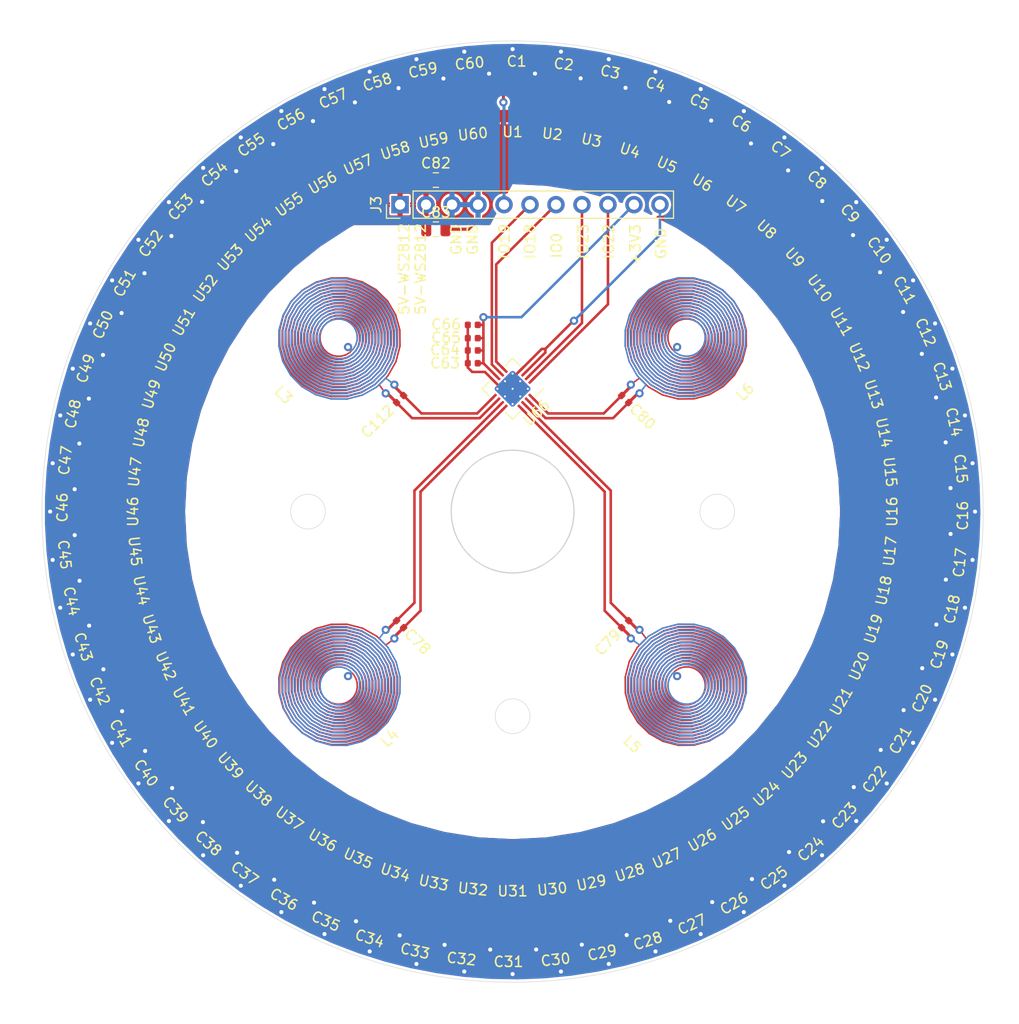
<source format=kicad_pcb>
(kicad_pcb (version 20171130) (host pcbnew "(5.1.0)-1")
  (layers (0 F.Cu signal) (1 In1.Cu signal) (2 In2.Cu signal) (31 B.Cu signal) (34 B.Paste user) (35 F.Paste user) (36 B.SilkS user) (37 F.SilkS user) (38 B.Mask user) (39 F.Mask user) (44 Edge.Cuts user))
  (net 0 "")
  (net 1 /next-board00/5V)
  (net 2 "Net-(C112-Pad2)")
  (net 3 "Net-(C112-Pad1)")
  (net 4 /next-board00/WS2812)
  (net 5 /next-board00/SHUTDOWN)
  (net 6 /next-board00/INT)
  (net 7 /next-board00/SDA)
  (net 8 /next-board00/SCL)
  (net 9 /next-board00/3V3)
  (net 10 "Net-(U1-Pad2)")
  (net 11 "Net-(U2-Pad2)")
  (net 12 "Net-(U3-Pad2)")
  (net 13 "Net-(U4-Pad2)")
  (net 14 "Net-(U5-Pad2)")
  (net 15 "Net-(U6-Pad2)")
  (net 16 "Net-(U7-Pad2)")
  (net 17 /next-board00/WS281200/0-8)
  (net 18 "Net-(U10-Pad4)")
  (net 19 "Net-(U10-Pad2)")
  (net 20 "Net-(U11-Pad2)")
  (net 21 "Net-(U12-Pad2)")
  (net 22 "Net-(U13-Pad2)")
  (net 23 "Net-(U14-Pad2)")
  (net 24 "Net-(U15-Pad2)")
  (net 25 /next-board00/WS281200/1-8)
  (net 26 "Net-(U17-Pad2)")
  (net 27 "Net-(U18-Pad2)")
  (net 28 "Net-(U19-Pad2)")
  (net 29 "Net-(U20-Pad2)")
  (net 30 "Net-(U21-Pad2)")
  (net 31 "Net-(U22-Pad2)")
  (net 32 "Net-(U23-Pad2)")
  (net 33 /next-board00/WS281200/2-8)
  (net 34 "Net-(U25-Pad2)")
  (net 35 "Net-(U26-Pad2)")
  (net 36 "Net-(U27-Pad2)")
  (net 37 "Net-(U28-Pad2)")
  (net 38 "Net-(U29-Pad2)")
  (net 39 "Net-(U30-Pad2)")
  (net 40 "Net-(U31-Pad2)")
  (net 41 /next-board00/WS281200/3-8)
  (net 42 "Net-(U33-Pad2)")
  (net 43 "Net-(U34-Pad2)")
  (net 44 "Net-(U35-Pad2)")
  (net 45 "Net-(U36-Pad2)")
  (net 46 "Net-(U37-Pad2)")
  (net 47 "Net-(U38-Pad2)")
  (net 48 "Net-(U39-Pad2)")
  (net 49 /next-board00/WS281200/4-8)
  (net 50 "Net-(U41-Pad2)")
  (net 51 "Net-(U42-Pad2)")
  (net 52 "Net-(U43-Pad2)")
  (net 53 "Net-(U44-Pad2)")
  (net 54 "Net-(U45-Pad2)")
  (net 55 "Net-(U46-Pad2)")
  (net 56 "Net-(U47-Pad2)")
  (net 57 /next-board00/WS281200/5-8)
  (net 58 "Net-(U49-Pad2)")
  (net 59 "Net-(U50-Pad2)")
  (net 60 "Net-(U51-Pad2)")
  (net 61 "Net-(U52-Pad2)")
  (net 62 "Net-(U53-Pad2)")
  (net 63 "Net-(U54-Pad2)")
  (net 64 "Net-(U55-Pad2)")
  (net 65 /next-board00/WS281200/6-8)
  (net 66 "Net-(U57-Pad2)")
  (net 67 "Net-(U58-Pad2)")
  (net 68 "Net-(U59-Pad2)")
  (net 69 "Net-(U60-Pad2)")
  (net 70 /next-board00/LDC-GND)
  (net 71 "Net-(C78-Pad2)")
  (net 72 "Net-(C78-Pad1)")
  (net 73 "Net-(C79-Pad2)")
  (net 74 "Net-(C79-Pad1)")
  (net 75 "Net-(C80-Pad2)")
  (net 76 "Net-(C80-Pad1)")
  (net 77 /next-board00/GND)
  (module Capacitor_SMD:C_0402_1005Metric (layer F.Cu) (at 104.871627 57.476274 174)
    (fp_text reference C2 (at 0 1.2 174) (layer F.SilkS))
    (fp_text value 220nf)
    (pad 1 smd roundrect (at -0.485 0 174) (size 0.59 0.64) (layers F.Cu F.Paste F.Mask) (net 77 /next-board00/GND))
    (pad 2 smd roundrect (at 0.485 0 174) (size 0.59 0.64) (layers F.Cu F.Paste F.Mask) (net 1 /next-board00/5V))
  )
  (module Capacitor_SMD:C_0402_1005Metric (layer F.Cu) (at 109.289879 58.218447 168)
    (fp_text reference C3 (at 0 1.2 168) (layer F.SilkS))
    (fp_text value 220nf)
    (pad 1 smd roundrect (at -0.485 0 168) (size 0.59 0.64) (layers F.Cu F.Paste F.Mask) (net 77 /next-board00/GND))
    (pad 2 smd roundrect (at 0.485 0 168) (size 0.59 0.64) (layers F.Cu F.Paste F.Mask) (net 1 /next-board00/5V))
  )
  (module Capacitor_SMD:C_0402_1005Metric (layer F.Cu) (at 113.60635 59.418388 162)
    (fp_text reference C4 (at 0 1.2 162) (layer F.SilkS))
    (fp_text value 220nf)
    (pad 1 smd roundrect (at -0.485 0 162) (size 0.59 0.64) (layers F.Cu F.Paste F.Mask) (net 77 /next-board00/GND))
    (pad 2 smd roundrect (at 0.485 0 162) (size 0.59 0.64) (layers F.Cu F.Paste F.Mask) (net 1 /next-board00/5V))
  )
  (module Capacitor_SMD:C_0402_1005Metric (layer F.Cu) (at 117.773747 61.062949 156)
    (fp_text reference C5 (at 0 1.2 156) (layer F.SilkS))
    (fp_text value 220nf)
    (pad 1 smd roundrect (at -0.485 0 156) (size 0.59 0.64) (layers F.Cu F.Paste F.Mask) (net 77 /next-board00/GND))
    (pad 2 smd roundrect (at 0.485 0 156) (size 0.59 0.64) (layers F.Cu F.Paste F.Mask) (net 1 /next-board00/5V))
  )
  (module Capacitor_SMD:C_0402_1005Metric (layer F.Cu) (at 121.74641 63.134113 150)
    (fp_text reference C6 (at 0 1.2 150) (layer F.SilkS))
    (fp_text value 220nf)
    (pad 1 smd roundrect (at -0.485 0 150) (size 0.59 0.64) (layers F.Cu F.Paste F.Mask) (net 77 /next-board00/GND))
    (pad 2 smd roundrect (at 0.485 0 150) (size 0.59 0.64) (layers F.Cu F.Paste F.Mask) (net 1 /next-board00/5V))
  )
  (module Capacitor_SMD:C_0402_1005Metric (layer F.Cu) (at 125.480816 65.609187 144)
    (fp_text reference C7 (at 0 1.2 144) (layer F.SilkS))
    (fp_text value 220nf)
    (pad 1 smd roundrect (at -0.485 0 144) (size 0.59 0.64) (layers F.Cu F.Paste F.Mask) (net 77 /next-board00/GND))
    (pad 2 smd roundrect (at 0.485 0 144) (size 0.59 0.64) (layers F.Cu F.Paste F.Mask) (net 1 /next-board00/5V))
  )
  (module Capacitor_SMD:C_0402_1005Metric (layer F.Cu) (at 128.936048 68.461054 138)
    (fp_text reference C8 (at 0 1.2 138) (layer F.SilkS))
    (fp_text value 220nf)
    (pad 1 smd roundrect (at -0.485 0 138) (size 0.59 0.64) (layers F.Cu F.Paste F.Mask) (net 77 /next-board00/GND))
    (pad 2 smd roundrect (at 0.485 0 138) (size 0.59 0.64) (layers F.Cu F.Paste F.Mask) (net 1 /next-board00/5V))
  )
  (module Capacitor_SMD:C_0402_1005Metric (layer F.Cu) (at 132.074251 71.658468 132)
    (fp_text reference C9 (at 0 1.2 132) (layer F.SilkS))
    (fp_text value 220nf)
    (pad 1 smd roundrect (at -0.485 0 132) (size 0.59 0.64) (layers F.Cu F.Paste F.Mask) (net 77 /next-board00/GND))
    (pad 2 smd roundrect (at 0.485 0 132) (size 0.59 0.64) (layers F.Cu F.Paste F.Mask) (net 1 /next-board00/5V))
  )
  (module Capacitor_SMD:C_0402_1005Metric (layer F.Cu) (at 134.861041 75.166398 126)
    (fp_text reference C10 (at 0 1.2 126) (layer F.SilkS))
    (fp_text value 220nf)
    (pad 1 smd roundrect (at -0.485 0 126) (size 0.59 0.64) (layers F.Cu F.Paste F.Mask) (net 77 /next-board00/GND))
    (pad 2 smd roundrect (at 0.485 0 126) (size 0.59 0.64) (layers F.Cu F.Paste F.Mask) (net 1 /next-board00/5V))
  )
  (module Capacitor_SMD:C_0402_1005Metric (layer F.Cu) (at 137.265887 78.94641 120)
    (fp_text reference C11 (at 0 1.2 120) (layer F.SilkS))
    (fp_text value 220nf)
    (pad 1 smd roundrect (at -0.485 0 120) (size 0.59 0.64) (layers F.Cu F.Paste F.Mask) (net 77 /next-board00/GND))
    (pad 2 smd roundrect (at 0.485 0 120) (size 0.59 0.64) (layers F.Cu F.Paste F.Mask) (net 1 /next-board00/5V))
  )
  (module Capacitor_SMD:C_0402_1005Metric (layer F.Cu) (at 139.26244 82.95709 114)
    (fp_text reference C12 (at 0 1.2 114) (layer F.SilkS))
    (fp_text value 220nf)
    (pad 1 smd roundrect (at -0.485 0 114) (size 0.59 0.64) (layers F.Cu F.Paste F.Mask) (net 77 /next-board00/GND))
    (pad 2 smd roundrect (at 0.485 0 114) (size 0.59 0.64) (layers F.Cu F.Paste F.Mask) (net 1 /next-board00/5V))
  )
  (module Capacitor_SMD:C_0402_1005Metric (layer F.Cu) (at 140.828826 87.154495 108)
    (fp_text reference C13 (at 0 1.2 108) (layer F.SilkS))
    (fp_text value 220nf)
    (pad 1 smd roundrect (at -0.485 0 108) (size 0.59 0.64) (layers F.Cu F.Paste F.Mask) (net 77 /next-board00/GND))
    (pad 2 smd roundrect (at 0.485 0 108) (size 0.59 0.64) (layers F.Cu F.Paste F.Mask) (net 1 /next-board00/5V))
  )
  (module Capacitor_SMD:C_0402_1005Metric (layer F.Cu) (at 141.947882 91.492639 102)
    (fp_text reference C14 (at 0 1.2 102) (layer F.SilkS))
    (fp_text value 220nf)
    (pad 1 smd roundrect (at -0.485 0 102) (size 0.59 0.64) (layers F.Cu F.Paste F.Mask) (net 77 /next-board00/GND))
    (pad 2 smd roundrect (at 0.485 0 102) (size 0.59 0.64) (layers F.Cu F.Paste F.Mask) (net 1 /next-board00/5V))
  )
  (module Capacitor_SMD:C_0402_1005Metric (layer F.Cu) (at 142.607349 95.923991 96)
    (fp_text reference C15 (at 0 1.2 96) (layer F.SilkS))
    (fp_text value 220nf)
    (pad 1 smd roundrect (at -0.485 0 96) (size 0.59 0.64) (layers F.Cu F.Paste F.Mask) (net 77 /next-board00/GND))
    (pad 2 smd roundrect (at 0.485 0 96) (size 0.59 0.64) (layers F.Cu F.Paste F.Mask) (net 1 /next-board00/5V))
  )
  (module Capacitor_SMD:C_0402_1005Metric (layer F.Cu) (at 142.8 100.4 90)
    (fp_text reference C16 (at 0 1.2 90) (layer F.SilkS))
    (fp_text value 220nf)
    (pad 1 smd roundrect (at -0.485 0 90) (size 0.59 0.64) (layers F.Cu F.Paste F.Mask) (net 77 /next-board00/GND))
    (pad 2 smd roundrect (at 0.485 0 90) (size 0.59 0.64) (layers F.Cu F.Paste F.Mask) (net 1 /next-board00/5V))
  )
  (module Capacitor_SMD:C_0402_1005Metric (layer F.Cu) (at 142.523726 104.871627 84)
    (fp_text reference C17 (at 0 1.2 84) (layer F.SilkS))
    (fp_text value 220nf)
    (pad 1 smd roundrect (at -0.485 0 84) (size 0.59 0.64) (layers F.Cu F.Paste F.Mask) (net 77 /next-board00/GND))
    (pad 2 smd roundrect (at 0.485 0 84) (size 0.59 0.64) (layers F.Cu F.Paste F.Mask) (net 1 /next-board00/5V))
  )
  (module Capacitor_SMD:C_0402_1005Metric (layer F.Cu) (at 141.781553 109.289879 78)
    (fp_text reference C18 (at 0 1.2 78) (layer F.SilkS))
    (fp_text value 220nf)
    (pad 1 smd roundrect (at -0.485 0 78) (size 0.59 0.64) (layers F.Cu F.Paste F.Mask) (net 77 /next-board00/GND))
    (pad 2 smd roundrect (at 0.485 0 78) (size 0.59 0.64) (layers F.Cu F.Paste F.Mask) (net 1 /next-board00/5V))
  )
  (module Capacitor_SMD:C_0402_1005Metric (layer F.Cu) (at 140.581612 113.60635 72)
    (fp_text reference C19 (at 0 1.2 72) (layer F.SilkS))
    (fp_text value 220nf)
    (pad 1 smd roundrect (at -0.485 0 72) (size 0.59 0.64) (layers F.Cu F.Paste F.Mask) (net 77 /next-board00/GND))
    (pad 2 smd roundrect (at 0.485 0 72) (size 0.59 0.64) (layers F.Cu F.Paste F.Mask) (net 1 /next-board00/5V))
  )
  (module Capacitor_SMD:C_0402_1005Metric (layer F.Cu) (at 138.937051 117.773747 66)
    (fp_text reference C20 (at 0 1.2 66) (layer F.SilkS))
    (fp_text value 220nf)
    (pad 1 smd roundrect (at -0.485 0 66) (size 0.59 0.64) (layers F.Cu F.Paste F.Mask) (net 77 /next-board00/GND))
    (pad 2 smd roundrect (at 0.485 0 66) (size 0.59 0.64) (layers F.Cu F.Paste F.Mask) (net 1 /next-board00/5V))
  )
  (module Capacitor_SMD:C_0402_1005Metric (layer F.Cu) (at 136.865887 121.74641 60)
    (fp_text reference C21 (at 0 1.2 60) (layer F.SilkS))
    (fp_text value 220nf)
    (pad 1 smd roundrect (at -0.485 0 60) (size 0.59 0.64) (layers F.Cu F.Paste F.Mask) (net 77 /next-board00/GND))
    (pad 2 smd roundrect (at 0.485 0 60) (size 0.59 0.64) (layers F.Cu F.Paste F.Mask) (net 1 /next-board00/5V))
  )
  (module Capacitor_SMD:C_0402_1005Metric (layer F.Cu) (at 134.390813 125.480816 54)
    (fp_text reference C22 (at 0 1.2 54) (layer F.SilkS))
    (fp_text value 220nf)
    (pad 1 smd roundrect (at -0.485 0 54) (size 0.59 0.64) (layers F.Cu F.Paste F.Mask) (net 77 /next-board00/GND))
    (pad 2 smd roundrect (at 0.485 0 54) (size 0.59 0.64) (layers F.Cu F.Paste F.Mask) (net 1 /next-board00/5V))
  )
  (module Capacitor_SMD:C_0402_1005Metric (layer F.Cu) (at 131.538946 128.936048 48)
    (fp_text reference C23 (at 0 1.2 48) (layer F.SilkS))
    (fp_text value 220nf)
    (pad 1 smd roundrect (at -0.485 0 48) (size 0.59 0.64) (layers F.Cu F.Paste F.Mask) (net 77 /next-board00/GND))
    (pad 2 smd roundrect (at 0.485 0 48) (size 0.59 0.64) (layers F.Cu F.Paste F.Mask) (net 1 /next-board00/5V))
  )
  (module Capacitor_SMD:C_0402_1005Metric (layer F.Cu) (at 128.341532 132.074251 42)
    (fp_text reference C24 (at 0 1.2 42) (layer F.SilkS))
    (fp_text value 220nf)
    (pad 1 smd roundrect (at -0.485 0 42) (size 0.59 0.64) (layers F.Cu F.Paste F.Mask) (net 77 /next-board00/GND))
    (pad 2 smd roundrect (at 0.485 0 42) (size 0.59 0.64) (layers F.Cu F.Paste F.Mask) (net 1 /next-board00/5V))
  )
  (module Capacitor_SMD:C_0402_1005Metric (layer F.Cu) (at 124.833602 134.861041 36)
    (fp_text reference C25 (at 0 1.2 36) (layer F.SilkS))
    (fp_text value 220nf)
    (pad 1 smd roundrect (at -0.485 0 36) (size 0.59 0.64) (layers F.Cu F.Paste F.Mask) (net 77 /next-board00/GND))
    (pad 2 smd roundrect (at 0.485 0 36) (size 0.59 0.64) (layers F.Cu F.Paste F.Mask) (net 1 /next-board00/5V))
  )
  (module Capacitor_SMD:C_0402_1005Metric (layer F.Cu) (at 121.05359 137.265887 30)
    (fp_text reference C26 (at 0 1.2 30) (layer F.SilkS))
    (fp_text value 220nf)
    (pad 1 smd roundrect (at -0.485 0 30) (size 0.59 0.64) (layers F.Cu F.Paste F.Mask) (net 77 /next-board00/GND))
    (pad 2 smd roundrect (at 0.485 0 30) (size 0.59 0.64) (layers F.Cu F.Paste F.Mask) (net 1 /next-board00/5V))
  )
  (module Capacitor_SMD:C_0402_1005Metric (layer F.Cu) (at 117.04291 139.26244 24)
    (fp_text reference C27 (at 0 1.2 24) (layer F.SilkS))
    (fp_text value 220nf)
    (pad 1 smd roundrect (at -0.485 0 24) (size 0.59 0.64) (layers F.Cu F.Paste F.Mask) (net 77 /next-board00/GND))
    (pad 2 smd roundrect (at 0.485 0 24) (size 0.59 0.64) (layers F.Cu F.Paste F.Mask) (net 1 /next-board00/5V))
  )
  (module Capacitor_SMD:C_0402_1005Metric (layer F.Cu) (at 112.845505 140.828826 18)
    (fp_text reference C28 (at 0 1.2 18) (layer F.SilkS))
    (fp_text value 220nf)
    (pad 1 smd roundrect (at -0.485 0 18) (size 0.59 0.64) (layers F.Cu F.Paste F.Mask) (net 77 /next-board00/GND))
    (pad 2 smd roundrect (at 0.485 0 18) (size 0.59 0.64) (layers F.Cu F.Paste F.Mask) (net 1 /next-board00/5V))
  )
  (module Capacitor_SMD:C_0402_1005Metric (layer F.Cu) (at 108.507361 141.947882 12)
    (fp_text reference C29 (at 0 1.2 12) (layer F.SilkS))
    (fp_text value 220nf)
    (pad 1 smd roundrect (at -0.485 0 12) (size 0.59 0.64) (layers F.Cu F.Paste F.Mask) (net 77 /next-board00/GND))
    (pad 2 smd roundrect (at 0.485 0 12) (size 0.59 0.64) (layers F.Cu F.Paste F.Mask) (net 1 /next-board00/5V))
  )
  (module Capacitor_SMD:C_0402_1005Metric (layer F.Cu) (at 104.076009 142.607349 6)
    (fp_text reference C30 (at 0 1.2 6) (layer F.SilkS))
    (fp_text value 220nf)
    (pad 1 smd roundrect (at -0.485 0 6) (size 0.59 0.64) (layers F.Cu F.Paste F.Mask) (net 77 /next-board00/GND))
    (pad 2 smd roundrect (at 0.485 0 6) (size 0.59 0.64) (layers F.Cu F.Paste F.Mask) (net 1 /next-board00/5V))
  )
  (module Capacitor_SMD:C_0402_1005Metric (layer F.Cu) (at 99.6 142.8)
    (fp_text reference C31 (at 0 1.2) (layer F.SilkS))
    (fp_text value 220nf)
    (pad 1 smd roundrect (at -0.485 0) (size 0.59 0.64) (layers F.Cu F.Paste F.Mask) (net 77 /next-board00/GND))
    (pad 2 smd roundrect (at 0.485 0) (size 0.59 0.64) (layers F.Cu F.Paste F.Mask) (net 1 /next-board00/5V))
  )
  (module Capacitor_SMD:C_0402_1005Metric (layer F.Cu) (at 95.128373 142.523726 354)
    (fp_text reference C32 (at 0 1.2 354) (layer F.SilkS))
    (fp_text value 220nf)
    (pad 1 smd roundrect (at -0.485 0 354) (size 0.59 0.64) (layers F.Cu F.Paste F.Mask) (net 77 /next-board00/GND))
    (pad 2 smd roundrect (at 0.485 0 354) (size 0.59 0.64) (layers F.Cu F.Paste F.Mask) (net 1 /next-board00/5V))
  )
  (module Capacitor_SMD:C_0402_1005Metric (layer F.Cu) (at 90.710121 141.781553 348)
    (fp_text reference C33 (at 0 1.2 348) (layer F.SilkS))
    (fp_text value 220nf)
    (pad 1 smd roundrect (at -0.485 0 348) (size 0.59 0.64) (layers F.Cu F.Paste F.Mask) (net 77 /next-board00/GND))
    (pad 2 smd roundrect (at 0.485 0 348) (size 0.59 0.64) (layers F.Cu F.Paste F.Mask) (net 1 /next-board00/5V))
  )
  (module Capacitor_SMD:C_0402_1005Metric (layer F.Cu) (at 86.39365 140.581612 342)
    (fp_text reference C34 (at 0 1.2 342) (layer F.SilkS))
    (fp_text value 220nf)
    (pad 1 smd roundrect (at -0.485 0 342) (size 0.59 0.64) (layers F.Cu F.Paste F.Mask) (net 77 /next-board00/GND))
    (pad 2 smd roundrect (at 0.485 0 342) (size 0.59 0.64) (layers F.Cu F.Paste F.Mask) (net 1 /next-board00/5V))
  )
  (module Capacitor_SMD:C_0402_1005Metric (layer F.Cu) (at 82.226253 138.937051 336)
    (fp_text reference C35 (at 0 1.2 336) (layer F.SilkS))
    (fp_text value 220nf)
    (pad 1 smd roundrect (at -0.485 0 336) (size 0.59 0.64) (layers F.Cu F.Paste F.Mask) (net 77 /next-board00/GND))
    (pad 2 smd roundrect (at 0.485 0 336) (size 0.59 0.64) (layers F.Cu F.Paste F.Mask) (net 1 /next-board00/5V))
  )
  (module Capacitor_SMD:C_0402_1005Metric (layer F.Cu) (at 78.25359 136.865887 330)
    (fp_text reference C36 (at 0 1.2 330) (layer F.SilkS))
    (fp_text value 220nf)
    (pad 1 smd roundrect (at -0.485 0 330) (size 0.59 0.64) (layers F.Cu F.Paste F.Mask) (net 77 /next-board00/GND))
    (pad 2 smd roundrect (at 0.485 0 330) (size 0.59 0.64) (layers F.Cu F.Paste F.Mask) (net 1 /next-board00/5V))
  )
  (module Capacitor_SMD:C_0402_1005Metric (layer F.Cu) (at 74.519184 134.390813 324)
    (fp_text reference C37 (at 0 1.2 324) (layer F.SilkS))
    (fp_text value 220nf)
    (pad 1 smd roundrect (at -0.485 0 324) (size 0.59 0.64) (layers F.Cu F.Paste F.Mask) (net 77 /next-board00/GND))
    (pad 2 smd roundrect (at 0.485 0 324) (size 0.59 0.64) (layers F.Cu F.Paste F.Mask) (net 1 /next-board00/5V))
  )
  (module Capacitor_SMD:C_0402_1005Metric (layer F.Cu) (at 71.063952 131.538946 318)
    (fp_text reference C38 (at 0 1.2 318) (layer F.SilkS))
    (fp_text value 220nf)
    (pad 1 smd roundrect (at -0.485 0 318) (size 0.59 0.64) (layers F.Cu F.Paste F.Mask) (net 77 /next-board00/GND))
    (pad 2 smd roundrect (at 0.485 0 318) (size 0.59 0.64) (layers F.Cu F.Paste F.Mask) (net 1 /next-board00/5V))
  )
  (module Capacitor_SMD:C_0402_1005Metric (layer F.Cu) (at 67.925749 128.341532 312)
    (fp_text reference C39 (at 0 1.2 312) (layer F.SilkS))
    (fp_text value 220nf)
    (pad 1 smd roundrect (at -0.485 0 312) (size 0.59 0.64) (layers F.Cu F.Paste F.Mask) (net 77 /next-board00/GND))
    (pad 2 smd roundrect (at 0.485 0 312) (size 0.59 0.64) (layers F.Cu F.Paste F.Mask) (net 1 /next-board00/5V))
  )
  (module Capacitor_SMD:C_0402_1005Metric (layer F.Cu) (at 65.138959 124.833602 306)
    (fp_text reference C40 (at 0 1.2 306) (layer F.SilkS))
    (fp_text value 220nf)
    (pad 1 smd roundrect (at -0.485 0 306) (size 0.59 0.64) (layers F.Cu F.Paste F.Mask) (net 77 /next-board00/GND))
    (pad 2 smd roundrect (at 0.485 0 306) (size 0.59 0.64) (layers F.Cu F.Paste F.Mask) (net 1 /next-board00/5V))
  )
  (module Capacitor_SMD:C_0402_1005Metric (layer F.Cu) (at 62.734113 121.05359 300)
    (fp_text reference C41 (at 0 1.2 300) (layer F.SilkS))
    (fp_text value 220nf)
    (pad 1 smd roundrect (at -0.485 0 300) (size 0.59 0.64) (layers F.Cu F.Paste F.Mask) (net 77 /next-board00/GND))
    (pad 2 smd roundrect (at 0.485 0 300) (size 0.59 0.64) (layers F.Cu F.Paste F.Mask) (net 1 /next-board00/5V))
  )
  (module Capacitor_SMD:C_0402_1005Metric (layer F.Cu) (at 60.73756 117.04291 294)
    (fp_text reference C42 (at 0 1.2 294) (layer F.SilkS))
    (fp_text value 220nf)
    (pad 1 smd roundrect (at -0.485 0 294) (size 0.59 0.64) (layers F.Cu F.Paste F.Mask) (net 77 /next-board00/GND))
    (pad 2 smd roundrect (at 0.485 0 294) (size 0.59 0.64) (layers F.Cu F.Paste F.Mask) (net 1 /next-board00/5V))
  )
  (module Capacitor_SMD:C_0402_1005Metric (layer F.Cu) (at 59.171174 112.845505 288)
    (fp_text reference C43 (at 0 1.2 288) (layer F.SilkS))
    (fp_text value 220nf)
    (pad 1 smd roundrect (at -0.485 0 288) (size 0.59 0.64) (layers F.Cu F.Paste F.Mask) (net 77 /next-board00/GND))
    (pad 2 smd roundrect (at 0.485 0 288) (size 0.59 0.64) (layers F.Cu F.Paste F.Mask) (net 1 /next-board00/5V))
  )
  (module Capacitor_SMD:C_0402_1005Metric (layer F.Cu) (at 58.052118 108.507361 282)
    (fp_text reference C44 (at 0 1.2 282) (layer F.SilkS))
    (fp_text value 220nf)
    (pad 1 smd roundrect (at -0.485 0 282) (size 0.59 0.64) (layers F.Cu F.Paste F.Mask) (net 77 /next-board00/GND))
    (pad 2 smd roundrect (at 0.485 0 282) (size 0.59 0.64) (layers F.Cu F.Paste F.Mask) (net 1 /next-board00/5V))
  )
  (module Capacitor_SMD:C_0402_1005Metric (layer F.Cu) (at 57.392651 104.076009 276)
    (fp_text reference C45 (at 0 1.2 276) (layer F.SilkS))
    (fp_text value 220nf)
    (pad 1 smd roundrect (at -0.485 0 276) (size 0.59 0.64) (layers F.Cu F.Paste F.Mask) (net 77 /next-board00/GND))
    (pad 2 smd roundrect (at 0.485 0 276) (size 0.59 0.64) (layers F.Cu F.Paste F.Mask) (net 1 /next-board00/5V))
  )
  (module Capacitor_SMD:C_0402_1005Metric (layer F.Cu) (at 57.2 99.6 270)
    (fp_text reference C46 (at 0 1.2 270) (layer F.SilkS))
    (fp_text value 220nf)
    (pad 1 smd roundrect (at -0.485 0 270) (size 0.59 0.64) (layers F.Cu F.Paste F.Mask) (net 77 /next-board00/GND))
    (pad 2 smd roundrect (at 0.485 0 270) (size 0.59 0.64) (layers F.Cu F.Paste F.Mask) (net 1 /next-board00/5V))
  )
  (module Capacitor_SMD:C_0402_1005Metric (layer F.Cu) (at 57.476274 95.128373 264)
    (fp_text reference C47 (at 0 1.2 264) (layer F.SilkS))
    (fp_text value 220nf)
    (pad 1 smd roundrect (at -0.485 0 264) (size 0.59 0.64) (layers F.Cu F.Paste F.Mask) (net 77 /next-board00/GND))
    (pad 2 smd roundrect (at 0.485 0 264) (size 0.59 0.64) (layers F.Cu F.Paste F.Mask) (net 1 /next-board00/5V))
  )
  (module Capacitor_SMD:C_0402_1005Metric (layer F.Cu) (at 58.218447 90.710121 258)
    (fp_text reference C48 (at 0 1.2 258) (layer F.SilkS))
    (fp_text value 220nf)
    (pad 1 smd roundrect (at -0.485 0 258) (size 0.59 0.64) (layers F.Cu F.Paste F.Mask) (net 77 /next-board00/GND))
    (pad 2 smd roundrect (at 0.485 0 258) (size 0.59 0.64) (layers F.Cu F.Paste F.Mask) (net 1 /next-board00/5V))
  )
  (module Capacitor_SMD:C_0402_1005Metric (layer F.Cu) (at 59.418388 86.39365 252)
    (fp_text reference C49 (at 0 1.2 252) (layer F.SilkS))
    (fp_text value 220nf)
    (pad 1 smd roundrect (at -0.485 0 252) (size 0.59 0.64) (layers F.Cu F.Paste F.Mask) (net 77 /next-board00/GND))
    (pad 2 smd roundrect (at 0.485 0 252) (size 0.59 0.64) (layers F.Cu F.Paste F.Mask) (net 1 /next-board00/5V))
  )
  (module Capacitor_SMD:C_0402_1005Metric (layer F.Cu) (at 61.062949 82.226253 246)
    (fp_text reference C50 (at 0 1.2 246) (layer F.SilkS))
    (fp_text value 220nf)
    (pad 1 smd roundrect (at -0.485 0 246) (size 0.59 0.64) (layers F.Cu F.Paste F.Mask) (net 77 /next-board00/GND))
    (pad 2 smd roundrect (at 0.485 0 246) (size 0.59 0.64) (layers F.Cu F.Paste F.Mask) (net 1 /next-board00/5V))
  )
  (module Capacitor_SMD:C_0402_1005Metric (layer F.Cu) (at 63.134113 78.25359 240)
    (fp_text reference C51 (at 0 1.2 240) (layer F.SilkS))
    (fp_text value 220nf)
    (pad 1 smd roundrect (at -0.485 0 240) (size 0.59 0.64) (layers F.Cu F.Paste F.Mask) (net 77 /next-board00/GND))
    (pad 2 smd roundrect (at 0.485 0 240) (size 0.59 0.64) (layers F.Cu F.Paste F.Mask) (net 1 /next-board00/5V))
  )
  (module Capacitor_SMD:C_0402_1005Metric (layer F.Cu) (at 65.609187 74.519184 234)
    (fp_text reference C52 (at 0 1.2 234) (layer F.SilkS))
    (fp_text value 220nf)
    (pad 1 smd roundrect (at -0.485 0 234) (size 0.59 0.64) (layers F.Cu F.Paste F.Mask) (net 77 /next-board00/GND))
    (pad 2 smd roundrect (at 0.485 0 234) (size 0.59 0.64) (layers F.Cu F.Paste F.Mask) (net 1 /next-board00/5V))
  )
  (module Capacitor_SMD:C_0402_1005Metric (layer F.Cu) (at 68.461054 71.063952 228)
    (fp_text reference C53 (at 0 1.2 228) (layer F.SilkS))
    (fp_text value 220nf)
    (pad 1 smd roundrect (at -0.485 0 228) (size 0.59 0.64) (layers F.Cu F.Paste F.Mask) (net 77 /next-board00/GND))
    (pad 2 smd roundrect (at 0.485 0 228) (size 0.59 0.64) (layers F.Cu F.Paste F.Mask) (net 1 /next-board00/5V))
  )
  (module Capacitor_SMD:C_0402_1005Metric (layer F.Cu) (at 71.658468 67.925749 222)
    (fp_text reference C54 (at 0 1.2 222) (layer F.SilkS))
    (fp_text value 220nf)
    (pad 1 smd roundrect (at -0.485 0 222) (size 0.59 0.64) (layers F.Cu F.Paste F.Mask) (net 77 /next-board00/GND))
    (pad 2 smd roundrect (at 0.485 0 222) (size 0.59 0.64) (layers F.Cu F.Paste F.Mask) (net 1 /next-board00/5V))
  )
  (module Capacitor_SMD:C_0402_1005Metric (layer F.Cu) (at 75.166398 65.138959 216)
    (fp_text reference C55 (at 0 1.2 216) (layer F.SilkS))
    (fp_text value 220nf)
    (pad 1 smd roundrect (at -0.485 0 216) (size 0.59 0.64) (layers F.Cu F.Paste F.Mask) (net 77 /next-board00/GND))
    (pad 2 smd roundrect (at 0.485 0 216) (size 0.59 0.64) (layers F.Cu F.Paste F.Mask) (net 1 /next-board00/5V))
  )
  (module Capacitor_SMD:C_0402_1005Metric (layer F.Cu) (at 78.94641 62.734113 210)
    (fp_text reference C56 (at 0 1.2 210) (layer F.SilkS))
    (fp_text value 220nf)
    (pad 1 smd roundrect (at -0.485 0 210) (size 0.59 0.64) (layers F.Cu F.Paste F.Mask) (net 77 /next-board00/GND))
    (pad 2 smd roundrect (at 0.485 0 210) (size 0.59 0.64) (layers F.Cu F.Paste F.Mask) (net 1 /next-board00/5V))
  )
  (module Capacitor_SMD:C_0402_1005Metric (layer F.Cu) (at 82.95709 60.73756 204)
    (fp_text reference C57 (at 0 1.2 204) (layer F.SilkS))
    (fp_text value 220nf)
    (pad 1 smd roundrect (at -0.485 0 204) (size 0.59 0.64) (layers F.Cu F.Paste F.Mask) (net 77 /next-board00/GND))
    (pad 2 smd roundrect (at 0.485 0 204) (size 0.59 0.64) (layers F.Cu F.Paste F.Mask) (net 1 /next-board00/5V))
  )
  (module Capacitor_SMD:C_0402_1005Metric (layer F.Cu) (at 87.154495 59.171174 198)
    (fp_text reference C58 (at 0 1.2 198) (layer F.SilkS))
    (fp_text value 220nf)
    (pad 1 smd roundrect (at -0.485 0 198) (size 0.59 0.64) (layers F.Cu F.Paste F.Mask) (net 77 /next-board00/GND))
    (pad 2 smd roundrect (at 0.485 0 198) (size 0.59 0.64) (layers F.Cu F.Paste F.Mask) (net 1 /next-board00/5V))
  )
  (module Capacitor_SMD:C_0402_1005Metric (layer F.Cu) (at 91.492639 58.052118 192)
    (fp_text reference C59 (at 0 1.2 192) (layer F.SilkS))
    (fp_text value 220nf)
    (pad 1 smd roundrect (at -0.485 0 192) (size 0.59 0.64) (layers F.Cu F.Paste F.Mask) (net 77 /next-board00/GND))
    (pad 2 smd roundrect (at 0.485 0 192) (size 0.59 0.64) (layers F.Cu F.Paste F.Mask) (net 1 /next-board00/5V))
  )
  (module Capacitor_SMD:C_0402_1005Metric (layer F.Cu) (at 95.923991 57.392651 186)
    (fp_text reference C60 (at 0 1.2 186) (layer F.SilkS))
    (fp_text value 220nf)
    (pad 1 smd roundrect (at -0.485 0 186) (size 0.59 0.64) (layers F.Cu F.Paste F.Mask) (net 77 /next-board00/GND))
    (pad 2 smd roundrect (at 0.485 0 186) (size 0.59 0.64) (layers F.Cu F.Paste F.Mask) (net 1 /next-board00/5V))
  )
  (module BB:WS2812 (layer F.Cu) (at 104.181139 60.219124 84)
    (fp_text reference U2 (at -2.9 0 -186) (layer F.SilkS))
    (fp_text value WS2812)
    (pad 4 smd rect (at 1.34 -0.89 84) (size 1.2 1) (layers F.Cu F.Paste F.Mask) (net 10 "Net-(U1-Pad2)"))
    (pad 3 smd rect (at 1.34 0.89 84) (size 1.2 1) (layers F.Cu F.Paste F.Mask) (net 77 /next-board00/GND))
    (pad 2 smd rect (at -1.34 0.89 84) (size 1.2 1) (layers F.Cu F.Paste F.Mask) (net 11 "Net-(U2-Pad2)"))
    (pad 1 smd rect (at -1.34 -0.89 84) (size 1.2 1) (layers F.Cu F.Paste F.Mask) (net 1 /next-board00/5V))
  )
  (module BB:WS2812 (layer F.Cu) (at 108.316468 60.874096 78)
    (fp_text reference U3 (at -2.9 0 -192) (layer F.SilkS))
    (fp_text value WS2812)
    (pad 4 smd rect (at 1.34 -0.89 78) (size 1.2 1) (layers F.Cu F.Paste F.Mask) (net 11 "Net-(U2-Pad2)"))
    (pad 3 smd rect (at 1.34 0.89 78) (size 1.2 1) (layers F.Cu F.Paste F.Mask) (net 77 /next-board00/GND))
    (pad 2 smd rect (at -1.34 0.89 78) (size 1.2 1) (layers F.Cu F.Paste F.Mask) (net 12 "Net-(U3-Pad2)"))
    (pad 1 smd rect (at -1.34 -0.89 78) (size 1.2 1) (layers F.Cu F.Paste F.Mask) (net 1 /next-board00/5V))
  )
  (module BB:WS2812 (layer F.Cu) (at 112.36068 61.957739 72)
    (fp_text reference U4 (at -2.9 0 -198) (layer F.SilkS))
    (fp_text value WS2812)
    (pad 4 smd rect (at 1.34 -0.89 72) (size 1.2 1) (layers F.Cu F.Paste F.Mask) (net 12 "Net-(U3-Pad2)"))
    (pad 3 smd rect (at 1.34 0.89 72) (size 1.2 1) (layers F.Cu F.Paste F.Mask) (net 77 /next-board00/GND))
    (pad 2 smd rect (at -1.34 0.89 72) (size 1.2 1) (layers F.Cu F.Paste F.Mask) (net 13 "Net-(U4-Pad2)"))
    (pad 1 smd rect (at -1.34 -0.89 72) (size 1.2 1) (layers F.Cu F.Paste F.Mask) (net 1 /next-board00/5V))
  )
  (module BB:WS2812 (layer F.Cu) (at 116.269466 63.458182 66)
    (fp_text reference U5 (at -2.9 0 -204) (layer F.SilkS))
    (fp_text value WS2812)
    (pad 4 smd rect (at 1.34 -0.89 66) (size 1.2 1) (layers F.Cu F.Paste F.Mask) (net 13 "Net-(U4-Pad2)"))
    (pad 3 smd rect (at 1.34 0.89 66) (size 1.2 1) (layers F.Cu F.Paste F.Mask) (net 77 /next-board00/GND))
    (pad 2 smd rect (at -1.34 0.89 66) (size 1.2 1) (layers F.Cu F.Paste F.Mask) (net 14 "Net-(U5-Pad2)"))
    (pad 1 smd rect (at -1.34 -0.89 66) (size 1.2 1) (layers F.Cu F.Paste F.Mask) (net 1 /next-board00/5V))
  )
  (module BB:WS2812 (layer F.Cu) (at 120 65.358984 60)
    (fp_text reference U6 (at -2.9 0 -210) (layer F.SilkS))
    (fp_text value WS2812)
    (pad 4 smd rect (at 1.34 -0.89 60) (size 1.2 1) (layers F.Cu F.Paste F.Mask) (net 14 "Net-(U5-Pad2)"))
    (pad 3 smd rect (at 1.34 0.89 60) (size 1.2 1) (layers F.Cu F.Paste F.Mask) (net 77 /next-board00/GND))
    (pad 2 smd rect (at -1.34 0.89 60) (size 1.2 1) (layers F.Cu F.Paste F.Mask) (net 15 "Net-(U6-Pad2)"))
    (pad 1 smd rect (at -1.34 -0.89 60) (size 1.2 1) (layers F.Cu F.Paste F.Mask) (net 1 /next-board00/5V))
  )
  (module BB:WS2812 (layer F.Cu) (at 123.51141 67.63932 54)
    (fp_text reference U7 (at -2.9 0 -216) (layer F.SilkS))
    (fp_text value WS2812)
    (pad 4 smd rect (at 1.34 -0.89 54) (size 1.2 1) (layers F.Cu F.Paste F.Mask) (net 15 "Net-(U6-Pad2)"))
    (pad 3 smd rect (at 1.34 0.89 54) (size 1.2 1) (layers F.Cu F.Paste F.Mask) (net 77 /next-board00/GND))
    (pad 2 smd rect (at -1.34 0.89 54) (size 1.2 1) (layers F.Cu F.Paste F.Mask) (net 16 "Net-(U7-Pad2)"))
    (pad 1 smd rect (at -1.34 -0.89 54) (size 1.2 1) (layers F.Cu F.Paste F.Mask) (net 1 /next-board00/5V))
  )
  (module BB:WS2812 (layer F.Cu) (at 126.765224 70.274207 48)
    (fp_text reference U8 (at -2.9 0 -222) (layer F.SilkS))
    (fp_text value WS2812)
    (pad 4 smd rect (at 1.34 -0.89 48) (size 1.2 1) (layers F.Cu F.Paste F.Mask) (net 16 "Net-(U7-Pad2)"))
    (pad 3 smd rect (at 1.34 0.89 48) (size 1.2 1) (layers F.Cu F.Paste F.Mask) (net 77 /next-board00/GND))
    (pad 2 smd rect (at -1.34 0.89 48) (size 1.2 1) (layers F.Cu F.Paste F.Mask) (net 17 /next-board00/WS281200/0-8))
    (pad 1 smd rect (at -1.34 -0.89 48) (size 1.2 1) (layers F.Cu F.Paste F.Mask) (net 1 /next-board00/5V))
  )
  (module BB:WS2812 (layer F.Cu) (at 129.725793 73.234776 42)
    (fp_text reference U9 (at -2.9 0 -228) (layer F.SilkS))
    (fp_text value WS2812)
    (pad 4 smd rect (at 1.34 -0.89 42) (size 1.2 1) (layers F.Cu F.Paste F.Mask) (net 17 /next-board00/WS281200/0-8))
    (pad 3 smd rect (at 1.34 0.89 42) (size 1.2 1) (layers F.Cu F.Paste F.Mask) (net 77 /next-board00/GND))
    (pad 2 smd rect (at -1.34 0.89 42) (size 1.2 1) (layers F.Cu F.Paste F.Mask) (net 18 "Net-(U10-Pad4)"))
    (pad 1 smd rect (at -1.34 -0.89 42) (size 1.2 1) (layers F.Cu F.Paste F.Mask) (net 1 /next-board00/5V))
  )
  (module BB:WS2812 (layer F.Cu) (at 132.36068 76.48859 36)
    (fp_text reference U10 (at -2.9 0 -234) (layer F.SilkS))
    (fp_text value WS2812)
    (pad 4 smd rect (at 1.34 -0.89 36) (size 1.2 1) (layers F.Cu F.Paste F.Mask) (net 18 "Net-(U10-Pad4)"))
    (pad 3 smd rect (at 1.34 0.89 36) (size 1.2 1) (layers F.Cu F.Paste F.Mask) (net 77 /next-board00/GND))
    (pad 2 smd rect (at -1.34 0.89 36) (size 1.2 1) (layers F.Cu F.Paste F.Mask) (net 19 "Net-(U10-Pad2)"))
    (pad 1 smd rect (at -1.34 -0.89 36) (size 1.2 1) (layers F.Cu F.Paste F.Mask) (net 1 /next-board00/5V))
  )
  (module BB:WS2812 (layer F.Cu) (at 134.641016 80 30)
    (fp_text reference U11 (at -2.9 0 -240) (layer F.SilkS))
    (fp_text value WS2812)
    (pad 4 smd rect (at 1.34 -0.89 30) (size 1.2 1) (layers F.Cu F.Paste F.Mask) (net 19 "Net-(U10-Pad2)"))
    (pad 3 smd rect (at 1.34 0.89 30) (size 1.2 1) (layers F.Cu F.Paste F.Mask) (net 77 /next-board00/GND))
    (pad 2 smd rect (at -1.34 0.89 30) (size 1.2 1) (layers F.Cu F.Paste F.Mask) (net 20 "Net-(U11-Pad2)"))
    (pad 1 smd rect (at -1.34 -0.89 30) (size 1.2 1) (layers F.Cu F.Paste F.Mask) (net 1 /next-board00/5V))
  )
  (module BB:WS2812 (layer F.Cu) (at 136.541818 83.730534 24)
    (fp_text reference U12 (at -2.9 0 -246) (layer F.SilkS))
    (fp_text value WS2812)
    (pad 4 smd rect (at 1.34 -0.89 24) (size 1.2 1) (layers F.Cu F.Paste F.Mask) (net 20 "Net-(U11-Pad2)"))
    (pad 3 smd rect (at 1.34 0.89 24) (size 1.2 1) (layers F.Cu F.Paste F.Mask) (net 77 /next-board00/GND))
    (pad 2 smd rect (at -1.34 0.89 24) (size 1.2 1) (layers F.Cu F.Paste F.Mask) (net 21 "Net-(U12-Pad2)"))
    (pad 1 smd rect (at -1.34 -0.89 24) (size 1.2 1) (layers F.Cu F.Paste F.Mask) (net 1 /next-board00/5V))
  )
  (module BB:WS2812 (layer F.Cu) (at 138.042261 87.63932 18)
    (fp_text reference U13 (at -2.9 0 -252) (layer F.SilkS))
    (fp_text value WS2812)
    (pad 4 smd rect (at 1.34 -0.89 18) (size 1.2 1) (layers F.Cu F.Paste F.Mask) (net 21 "Net-(U12-Pad2)"))
    (pad 3 smd rect (at 1.34 0.89 18) (size 1.2 1) (layers F.Cu F.Paste F.Mask) (net 77 /next-board00/GND))
    (pad 2 smd rect (at -1.34 0.89 18) (size 1.2 1) (layers F.Cu F.Paste F.Mask) (net 22 "Net-(U13-Pad2)"))
    (pad 1 smd rect (at -1.34 -0.89 18) (size 1.2 1) (layers F.Cu F.Paste F.Mask) (net 1 /next-board00/5V))
  )
  (module BB:WS2812 (layer F.Cu) (at 139.125904 91.683532 12)
    (fp_text reference U14 (at -2.9 0 -258) (layer F.SilkS))
    (fp_text value WS2812)
    (pad 4 smd rect (at 1.34 -0.89 12) (size 1.2 1) (layers F.Cu F.Paste F.Mask) (net 22 "Net-(U13-Pad2)"))
    (pad 3 smd rect (at 1.34 0.89 12) (size 1.2 1) (layers F.Cu F.Paste F.Mask) (net 77 /next-board00/GND))
    (pad 2 smd rect (at -1.34 0.89 12) (size 1.2 1) (layers F.Cu F.Paste F.Mask) (net 23 "Net-(U14-Pad2)"))
    (pad 1 smd rect (at -1.34 -0.89 12) (size 1.2 1) (layers F.Cu F.Paste F.Mask) (net 1 /next-board00/5V))
  )
  (module BB:WS2812 (layer F.Cu) (at 139.780876 95.818861 6)
    (fp_text reference U15 (at -2.9 0 -264) (layer F.SilkS))
    (fp_text value WS2812)
    (pad 4 smd rect (at 1.34 -0.89 6) (size 1.2 1) (layers F.Cu F.Paste F.Mask) (net 23 "Net-(U14-Pad2)"))
    (pad 3 smd rect (at 1.34 0.89 6) (size 1.2 1) (layers F.Cu F.Paste F.Mask) (net 77 /next-board00/GND))
    (pad 2 smd rect (at -1.34 0.89 6) (size 1.2 1) (layers F.Cu F.Paste F.Mask) (net 24 "Net-(U15-Pad2)"))
    (pad 1 smd rect (at -1.34 -0.89 6) (size 1.2 1) (layers F.Cu F.Paste F.Mask) (net 1 /next-board00/5V))
  )
  (module BB:WS2812 (layer F.Cu) (at 140 100)
    (fp_text reference U16 (at -2.9 0 -270) (layer F.SilkS))
    (fp_text value WS2812)
    (pad 4 smd rect (at 1.34 -0.89) (size 1.2 1) (layers F.Cu F.Paste F.Mask) (net 24 "Net-(U15-Pad2)"))
    (pad 3 smd rect (at 1.34 0.89) (size 1.2 1) (layers F.Cu F.Paste F.Mask) (net 77 /next-board00/GND))
    (pad 2 smd rect (at -1.34 0.89) (size 1.2 1) (layers F.Cu F.Paste F.Mask) (net 25 /next-board00/WS281200/1-8))
    (pad 1 smd rect (at -1.34 -0.89) (size 1.2 1) (layers F.Cu F.Paste F.Mask) (net 1 /next-board00/5V))
  )
  (module BB:WS2812 (layer F.Cu) (at 139.780876 104.181139 354)
    (fp_text reference U17 (at -2.9 0 84) (layer F.SilkS))
    (fp_text value WS2812)
    (pad 4 smd rect (at 1.34 -0.89 354) (size 1.2 1) (layers F.Cu F.Paste F.Mask) (net 25 /next-board00/WS281200/1-8))
    (pad 3 smd rect (at 1.34 0.89 354) (size 1.2 1) (layers F.Cu F.Paste F.Mask) (net 77 /next-board00/GND))
    (pad 2 smd rect (at -1.34 0.89 354) (size 1.2 1) (layers F.Cu F.Paste F.Mask) (net 26 "Net-(U17-Pad2)"))
    (pad 1 smd rect (at -1.34 -0.89 354) (size 1.2 1) (layers F.Cu F.Paste F.Mask) (net 1 /next-board00/5V))
  )
  (module BB:WS2812 (layer F.Cu) (at 139.125904 108.316468 348)
    (fp_text reference U18 (at -2.9 0 78) (layer F.SilkS))
    (fp_text value WS2812)
    (pad 4 smd rect (at 1.34 -0.89 348) (size 1.2 1) (layers F.Cu F.Paste F.Mask) (net 26 "Net-(U17-Pad2)"))
    (pad 3 smd rect (at 1.34 0.89 348) (size 1.2 1) (layers F.Cu F.Paste F.Mask) (net 77 /next-board00/GND))
    (pad 2 smd rect (at -1.34 0.89 348) (size 1.2 1) (layers F.Cu F.Paste F.Mask) (net 27 "Net-(U18-Pad2)"))
    (pad 1 smd rect (at -1.34 -0.89 348) (size 1.2 1) (layers F.Cu F.Paste F.Mask) (net 1 /next-board00/5V))
  )
  (module BB:WS2812 (layer F.Cu) (at 138.042261 112.36068 342)
    (fp_text reference U19 (at -2.9 0 72) (layer F.SilkS))
    (fp_text value WS2812)
    (pad 4 smd rect (at 1.34 -0.89 342) (size 1.2 1) (layers F.Cu F.Paste F.Mask) (net 27 "Net-(U18-Pad2)"))
    (pad 3 smd rect (at 1.34 0.89 342) (size 1.2 1) (layers F.Cu F.Paste F.Mask) (net 77 /next-board00/GND))
    (pad 2 smd rect (at -1.34 0.89 342) (size 1.2 1) (layers F.Cu F.Paste F.Mask) (net 28 "Net-(U19-Pad2)"))
    (pad 1 smd rect (at -1.34 -0.89 342) (size 1.2 1) (layers F.Cu F.Paste F.Mask) (net 1 /next-board00/5V))
  )
  (module BB:WS2812 (layer F.Cu) (at 136.541818 116.269466 336)
    (fp_text reference U20 (at -2.9 0 66) (layer F.SilkS))
    (fp_text value WS2812)
    (pad 4 smd rect (at 1.34 -0.89 336) (size 1.2 1) (layers F.Cu F.Paste F.Mask) (net 28 "Net-(U19-Pad2)"))
    (pad 3 smd rect (at 1.34 0.89 336) (size 1.2 1) (layers F.Cu F.Paste F.Mask) (net 77 /next-board00/GND))
    (pad 2 smd rect (at -1.34 0.89 336) (size 1.2 1) (layers F.Cu F.Paste F.Mask) (net 29 "Net-(U20-Pad2)"))
    (pad 1 smd rect (at -1.34 -0.89 336) (size 1.2 1) (layers F.Cu F.Paste F.Mask) (net 1 /next-board00/5V))
  )
  (module BB:WS2812 (layer F.Cu) (at 134.641016 120 330)
    (fp_text reference U21 (at -2.9 0 60) (layer F.SilkS))
    (fp_text value WS2812)
    (pad 4 smd rect (at 1.34 -0.89 330) (size 1.2 1) (layers F.Cu F.Paste F.Mask) (net 29 "Net-(U20-Pad2)"))
    (pad 3 smd rect (at 1.34 0.89 330) (size 1.2 1) (layers F.Cu F.Paste F.Mask) (net 77 /next-board00/GND))
    (pad 2 smd rect (at -1.34 0.89 330) (size 1.2 1) (layers F.Cu F.Paste F.Mask) (net 30 "Net-(U21-Pad2)"))
    (pad 1 smd rect (at -1.34 -0.89 330) (size 1.2 1) (layers F.Cu F.Paste F.Mask) (net 1 /next-board00/5V))
  )
  (module BB:WS2812 (layer F.Cu) (at 132.36068 123.51141 324)
    (fp_text reference U22 (at -2.9 0 54) (layer F.SilkS))
    (fp_text value WS2812)
    (pad 4 smd rect (at 1.34 -0.89 324) (size 1.2 1) (layers F.Cu F.Paste F.Mask) (net 30 "Net-(U21-Pad2)"))
    (pad 3 smd rect (at 1.34 0.89 324) (size 1.2 1) (layers F.Cu F.Paste F.Mask) (net 77 /next-board00/GND))
    (pad 2 smd rect (at -1.34 0.89 324) (size 1.2 1) (layers F.Cu F.Paste F.Mask) (net 31 "Net-(U22-Pad2)"))
    (pad 1 smd rect (at -1.34 -0.89 324) (size 1.2 1) (layers F.Cu F.Paste F.Mask) (net 1 /next-board00/5V))
  )
  (module BB:WS2812 (layer F.Cu) (at 129.725793 126.765224 318)
    (fp_text reference U23 (at -2.9 0 48) (layer F.SilkS))
    (fp_text value WS2812)
    (pad 4 smd rect (at 1.34 -0.89 318) (size 1.2 1) (layers F.Cu F.Paste F.Mask) (net 31 "Net-(U22-Pad2)"))
    (pad 3 smd rect (at 1.34 0.89 318) (size 1.2 1) (layers F.Cu F.Paste F.Mask) (net 77 /next-board00/GND))
    (pad 2 smd rect (at -1.34 0.89 318) (size 1.2 1) (layers F.Cu F.Paste F.Mask) (net 32 "Net-(U23-Pad2)"))
    (pad 1 smd rect (at -1.34 -0.89 318) (size 1.2 1) (layers F.Cu F.Paste F.Mask) (net 1 /next-board00/5V))
  )
  (module BB:WS2812 (layer F.Cu) (at 126.765224 129.725793 312)
    (fp_text reference U24 (at -2.9 0 42) (layer F.SilkS))
    (fp_text value WS2812)
    (pad 4 smd rect (at 1.34 -0.89 312) (size 1.2 1) (layers F.Cu F.Paste F.Mask) (net 32 "Net-(U23-Pad2)"))
    (pad 3 smd rect (at 1.34 0.89 312) (size 1.2 1) (layers F.Cu F.Paste F.Mask) (net 77 /next-board00/GND))
    (pad 2 smd rect (at -1.34 0.89 312) (size 1.2 1) (layers F.Cu F.Paste F.Mask) (net 33 /next-board00/WS281200/2-8))
    (pad 1 smd rect (at -1.34 -0.89 312) (size 1.2 1) (layers F.Cu F.Paste F.Mask) (net 1 /next-board00/5V))
  )
  (module BB:WS2812 (layer F.Cu) (at 123.51141 132.36068 306)
    (fp_text reference U25 (at -2.9 0 36) (layer F.SilkS))
    (fp_text value WS2812)
    (pad 4 smd rect (at 1.34 -0.89 306) (size 1.2 1) (layers F.Cu F.Paste F.Mask) (net 33 /next-board00/WS281200/2-8))
    (pad 3 smd rect (at 1.34 0.89 306) (size 1.2 1) (layers F.Cu F.Paste F.Mask) (net 77 /next-board00/GND))
    (pad 2 smd rect (at -1.34 0.89 306) (size 1.2 1) (layers F.Cu F.Paste F.Mask) (net 34 "Net-(U25-Pad2)"))
    (pad 1 smd rect (at -1.34 -0.89 306) (size 1.2 1) (layers F.Cu F.Paste F.Mask) (net 1 /next-board00/5V))
  )
  (module BB:WS2812 (layer F.Cu) (at 120 134.641016 300)
    (fp_text reference U26 (at -2.9 0 30) (layer F.SilkS))
    (fp_text value WS2812)
    (pad 4 smd rect (at 1.34 -0.89 300) (size 1.2 1) (layers F.Cu F.Paste F.Mask) (net 34 "Net-(U25-Pad2)"))
    (pad 3 smd rect (at 1.34 0.89 300) (size 1.2 1) (layers F.Cu F.Paste F.Mask) (net 77 /next-board00/GND))
    (pad 2 smd rect (at -1.34 0.89 300) (size 1.2 1) (layers F.Cu F.Paste F.Mask) (net 35 "Net-(U26-Pad2)"))
    (pad 1 smd rect (at -1.34 -0.89 300) (size 1.2 1) (layers F.Cu F.Paste F.Mask) (net 1 /next-board00/5V))
  )
  (module BB:WS2812 (layer F.Cu) (at 116.269466 136.541818 294)
    (fp_text reference U27 (at -2.9 0 24) (layer F.SilkS))
    (fp_text value WS2812)
    (pad 4 smd rect (at 1.34 -0.89 294) (size 1.2 1) (layers F.Cu F.Paste F.Mask) (net 35 "Net-(U26-Pad2)"))
    (pad 3 smd rect (at 1.34 0.89 294) (size 1.2 1) (layers F.Cu F.Paste F.Mask) (net 77 /next-board00/GND))
    (pad 2 smd rect (at -1.34 0.89 294) (size 1.2 1) (layers F.Cu F.Paste F.Mask) (net 36 "Net-(U27-Pad2)"))
    (pad 1 smd rect (at -1.34 -0.89 294) (size 1.2 1) (layers F.Cu F.Paste F.Mask) (net 1 /next-board00/5V))
  )
  (module BB:WS2812 (layer F.Cu) (at 112.36068 138.042261 288)
    (fp_text reference U28 (at -2.9 0 18) (layer F.SilkS))
    (fp_text value WS2812)
    (pad 4 smd rect (at 1.34 -0.89 288) (size 1.2 1) (layers F.Cu F.Paste F.Mask) (net 36 "Net-(U27-Pad2)"))
    (pad 3 smd rect (at 1.34 0.89 288) (size 1.2 1) (layers F.Cu F.Paste F.Mask) (net 77 /next-board00/GND))
    (pad 2 smd rect (at -1.34 0.89 288) (size 1.2 1) (layers F.Cu F.Paste F.Mask) (net 37 "Net-(U28-Pad2)"))
    (pad 1 smd rect (at -1.34 -0.89 288) (size 1.2 1) (layers F.Cu F.Paste F.Mask) (net 1 /next-board00/5V))
  )
  (module BB:WS2812 (layer F.Cu) (at 108.316468 139.125904 282)
    (fp_text reference U29 (at -2.9 0 12) (layer F.SilkS))
    (fp_text value WS2812)
    (pad 4 smd rect (at 1.34 -0.89 282) (size 1.2 1) (layers F.Cu F.Paste F.Mask) (net 37 "Net-(U28-Pad2)"))
    (pad 3 smd rect (at 1.34 0.89 282) (size 1.2 1) (layers F.Cu F.Paste F.Mask) (net 77 /next-board00/GND))
    (pad 2 smd rect (at -1.34 0.89 282) (size 1.2 1) (layers F.Cu F.Paste F.Mask) (net 38 "Net-(U29-Pad2)"))
    (pad 1 smd rect (at -1.34 -0.89 282) (size 1.2 1) (layers F.Cu F.Paste F.Mask) (net 1 /next-board00/5V))
  )
  (module BB:WS2812 (layer F.Cu) (at 104.181139 139.780876 276)
    (fp_text reference U30 (at -2.9 0 6) (layer F.SilkS))
    (fp_text value WS2812)
    (pad 4 smd rect (at 1.34 -0.89 276) (size 1.2 1) (layers F.Cu F.Paste F.Mask) (net 38 "Net-(U29-Pad2)"))
    (pad 3 smd rect (at 1.34 0.89 276) (size 1.2 1) (layers F.Cu F.Paste F.Mask) (net 77 /next-board00/GND))
    (pad 2 smd rect (at -1.34 0.89 276) (size 1.2 1) (layers F.Cu F.Paste F.Mask) (net 39 "Net-(U30-Pad2)"))
    (pad 1 smd rect (at -1.34 -0.89 276) (size 1.2 1) (layers F.Cu F.Paste F.Mask) (net 1 /next-board00/5V))
  )
  (module BB:WS2812 (layer F.Cu) (at 100 140 270)
    (fp_text reference U31 (at -2.9 0) (layer F.SilkS))
    (fp_text value WS2812)
    (pad 4 smd rect (at 1.34 -0.89 270) (size 1.2 1) (layers F.Cu F.Paste F.Mask) (net 39 "Net-(U30-Pad2)"))
    (pad 3 smd rect (at 1.34 0.89 270) (size 1.2 1) (layers F.Cu F.Paste F.Mask) (net 77 /next-board00/GND))
    (pad 2 smd rect (at -1.34 0.89 270) (size 1.2 1) (layers F.Cu F.Paste F.Mask) (net 40 "Net-(U31-Pad2)"))
    (pad 1 smd rect (at -1.34 -0.89 270) (size 1.2 1) (layers F.Cu F.Paste F.Mask) (net 1 /next-board00/5V))
  )
  (module BB:WS2812 (layer F.Cu) (at 95.818861 139.780876 264)
    (fp_text reference U32 (at -2.9 0 -6) (layer F.SilkS))
    (fp_text value WS2812)
    (pad 4 smd rect (at 1.34 -0.89 264) (size 1.2 1) (layers F.Cu F.Paste F.Mask) (net 40 "Net-(U31-Pad2)"))
    (pad 3 smd rect (at 1.34 0.89 264) (size 1.2 1) (layers F.Cu F.Paste F.Mask) (net 77 /next-board00/GND))
    (pad 2 smd rect (at -1.34 0.89 264) (size 1.2 1) (layers F.Cu F.Paste F.Mask) (net 41 /next-board00/WS281200/3-8))
    (pad 1 smd rect (at -1.34 -0.89 264) (size 1.2 1) (layers F.Cu F.Paste F.Mask) (net 1 /next-board00/5V))
  )
  (module BB:WS2812 (layer F.Cu) (at 91.683532 139.125904 258)
    (fp_text reference U33 (at -2.9 0 -12) (layer F.SilkS))
    (fp_text value WS2812)
    (pad 4 smd rect (at 1.34 -0.89 258) (size 1.2 1) (layers F.Cu F.Paste F.Mask) (net 41 /next-board00/WS281200/3-8))
    (pad 3 smd rect (at 1.34 0.89 258) (size 1.2 1) (layers F.Cu F.Paste F.Mask) (net 77 /next-board00/GND))
    (pad 2 smd rect (at -1.34 0.89 258) (size 1.2 1) (layers F.Cu F.Paste F.Mask) (net 42 "Net-(U33-Pad2)"))
    (pad 1 smd rect (at -1.34 -0.89 258) (size 1.2 1) (layers F.Cu F.Paste F.Mask) (net 1 /next-board00/5V))
  )
  (module BB:WS2812 (layer F.Cu) (at 87.63932 138.042261 252)
    (fp_text reference U34 (at -2.9 0 -18) (layer F.SilkS))
    (fp_text value WS2812)
    (pad 4 smd rect (at 1.34 -0.89 252) (size 1.2 1) (layers F.Cu F.Paste F.Mask) (net 42 "Net-(U33-Pad2)"))
    (pad 3 smd rect (at 1.34 0.89 252) (size 1.2 1) (layers F.Cu F.Paste F.Mask) (net 77 /next-board00/GND))
    (pad 2 smd rect (at -1.34 0.89 252) (size 1.2 1) (layers F.Cu F.Paste F.Mask) (net 43 "Net-(U34-Pad2)"))
    (pad 1 smd rect (at -1.34 -0.89 252) (size 1.2 1) (layers F.Cu F.Paste F.Mask) (net 1 /next-board00/5V))
  )
  (module BB:WS2812 (layer F.Cu) (at 83.730534 136.541818 246)
    (fp_text reference U35 (at -2.9 0 -24) (layer F.SilkS))
    (fp_text value WS2812)
    (pad 4 smd rect (at 1.34 -0.89 246) (size 1.2 1) (layers F.Cu F.Paste F.Mask) (net 43 "Net-(U34-Pad2)"))
    (pad 3 smd rect (at 1.34 0.89 246) (size 1.2 1) (layers F.Cu F.Paste F.Mask) (net 77 /next-board00/GND))
    (pad 2 smd rect (at -1.34 0.89 246) (size 1.2 1) (layers F.Cu F.Paste F.Mask) (net 44 "Net-(U35-Pad2)"))
    (pad 1 smd rect (at -1.34 -0.89 246) (size 1.2 1) (layers F.Cu F.Paste F.Mask) (net 1 /next-board00/5V))
  )
  (module BB:WS2812 (layer F.Cu) (at 80 134.641016 240)
    (fp_text reference U36 (at -2.9 0 -30) (layer F.SilkS))
    (fp_text value WS2812)
    (pad 4 smd rect (at 1.34 -0.89 240) (size 1.2 1) (layers F.Cu F.Paste F.Mask) (net 44 "Net-(U35-Pad2)"))
    (pad 3 smd rect (at 1.34 0.89 240) (size 1.2 1) (layers F.Cu F.Paste F.Mask) (net 77 /next-board00/GND))
    (pad 2 smd rect (at -1.34 0.89 240) (size 1.2 1) (layers F.Cu F.Paste F.Mask) (net 45 "Net-(U36-Pad2)"))
    (pad 1 smd rect (at -1.34 -0.89 240) (size 1.2 1) (layers F.Cu F.Paste F.Mask) (net 1 /next-board00/5V))
  )
  (module BB:WS2812 (layer F.Cu) (at 76.48859 132.36068 234)
    (fp_text reference U37 (at -2.9 0 -36) (layer F.SilkS))
    (fp_text value WS2812)
    (pad 4 smd rect (at 1.34 -0.89 234) (size 1.2 1) (layers F.Cu F.Paste F.Mask) (net 45 "Net-(U36-Pad2)"))
    (pad 3 smd rect (at 1.34 0.89 234) (size 1.2 1) (layers F.Cu F.Paste F.Mask) (net 77 /next-board00/GND))
    (pad 2 smd rect (at -1.34 0.89 234) (size 1.2 1) (layers F.Cu F.Paste F.Mask) (net 46 "Net-(U37-Pad2)"))
    (pad 1 smd rect (at -1.34 -0.89 234) (size 1.2 1) (layers F.Cu F.Paste F.Mask) (net 1 /next-board00/5V))
  )
  (module BB:WS2812 (layer F.Cu) (at 73.234776 129.725793 228)
    (fp_text reference U38 (at -2.9 0 -42) (layer F.SilkS))
    (fp_text value WS2812)
    (pad 4 smd rect (at 1.34 -0.89 228) (size 1.2 1) (layers F.Cu F.Paste F.Mask) (net 46 "Net-(U37-Pad2)"))
    (pad 3 smd rect (at 1.34 0.89 228) (size 1.2 1) (layers F.Cu F.Paste F.Mask) (net 77 /next-board00/GND))
    (pad 2 smd rect (at -1.34 0.89 228) (size 1.2 1) (layers F.Cu F.Paste F.Mask) (net 47 "Net-(U38-Pad2)"))
    (pad 1 smd rect (at -1.34 -0.89 228) (size 1.2 1) (layers F.Cu F.Paste F.Mask) (net 1 /next-board00/5V))
  )
  (module BB:WS2812 (layer F.Cu) (at 70.274207 126.765224 222)
    (fp_text reference U39 (at -2.9 0 -48) (layer F.SilkS))
    (fp_text value WS2812)
    (pad 4 smd rect (at 1.34 -0.89 222) (size 1.2 1) (layers F.Cu F.Paste F.Mask) (net 47 "Net-(U38-Pad2)"))
    (pad 3 smd rect (at 1.34 0.89 222) (size 1.2 1) (layers F.Cu F.Paste F.Mask) (net 77 /next-board00/GND))
    (pad 2 smd rect (at -1.34 0.89 222) (size 1.2 1) (layers F.Cu F.Paste F.Mask) (net 48 "Net-(U39-Pad2)"))
    (pad 1 smd rect (at -1.34 -0.89 222) (size 1.2 1) (layers F.Cu F.Paste F.Mask) (net 1 /next-board00/5V))
  )
  (module BB:WS2812 (layer F.Cu) (at 67.63932 123.51141 216)
    (fp_text reference U40 (at -2.9 0 -54) (layer F.SilkS))
    (fp_text value WS2812)
    (pad 4 smd rect (at 1.34 -0.89 216) (size 1.2 1) (layers F.Cu F.Paste F.Mask) (net 48 "Net-(U39-Pad2)"))
    (pad 3 smd rect (at 1.34 0.89 216) (size 1.2 1) (layers F.Cu F.Paste F.Mask) (net 77 /next-board00/GND))
    (pad 2 smd rect (at -1.34 0.89 216) (size 1.2 1) (layers F.Cu F.Paste F.Mask) (net 49 /next-board00/WS281200/4-8))
    (pad 1 smd rect (at -1.34 -0.89 216) (size 1.2 1) (layers F.Cu F.Paste F.Mask) (net 1 /next-board00/5V))
  )
  (module BB:WS2812 (layer F.Cu) (at 65.358984 120 210)
    (fp_text reference U41 (at -2.9 0 -60) (layer F.SilkS))
    (fp_text value WS2812)
    (pad 4 smd rect (at 1.34 -0.89 210) (size 1.2 1) (layers F.Cu F.Paste F.Mask) (net 49 /next-board00/WS281200/4-8))
    (pad 3 smd rect (at 1.34 0.89 210) (size 1.2 1) (layers F.Cu F.Paste F.Mask) (net 77 /next-board00/GND))
    (pad 2 smd rect (at -1.34 0.89 210) (size 1.2 1) (layers F.Cu F.Paste F.Mask) (net 50 "Net-(U41-Pad2)"))
    (pad 1 smd rect (at -1.34 -0.89 210) (size 1.2 1) (layers F.Cu F.Paste F.Mask) (net 1 /next-board00/5V))
  )
  (module BB:WS2812 (layer F.Cu) (at 63.458182 116.269466 204)
    (fp_text reference U42 (at -2.9 0 -66) (layer F.SilkS))
    (fp_text value WS2812)
    (pad 4 smd rect (at 1.34 -0.89 204) (size 1.2 1) (layers F.Cu F.Paste F.Mask) (net 50 "Net-(U41-Pad2)"))
    (pad 3 smd rect (at 1.34 0.89 204) (size 1.2 1) (layers F.Cu F.Paste F.Mask) (net 77 /next-board00/GND))
    (pad 2 smd rect (at -1.34 0.89 204) (size 1.2 1) (layers F.Cu F.Paste F.Mask) (net 51 "Net-(U42-Pad2)"))
    (pad 1 smd rect (at -1.34 -0.89 204) (size 1.2 1) (layers F.Cu F.Paste F.Mask) (net 1 /next-board00/5V))
  )
  (module BB:WS2812 (layer F.Cu) (at 61.957739 112.36068 198)
    (fp_text reference U43 (at -2.9 0 -72) (layer F.SilkS))
    (fp_text value WS2812)
    (pad 4 smd rect (at 1.34 -0.89 198) (size 1.2 1) (layers F.Cu F.Paste F.Mask) (net 51 "Net-(U42-Pad2)"))
    (pad 3 smd rect (at 1.34 0.89 198) (size 1.2 1) (layers F.Cu F.Paste F.Mask) (net 77 /next-board00/GND))
    (pad 2 smd rect (at -1.34 0.89 198) (size 1.2 1) (layers F.Cu F.Paste F.Mask) (net 52 "Net-(U43-Pad2)"))
    (pad 1 smd rect (at -1.34 -0.89 198) (size 1.2 1) (layers F.Cu F.Paste F.Mask) (net 1 /next-board00/5V))
  )
  (module BB:WS2812 (layer F.Cu) (at 60.874096 108.316468 192)
    (fp_text reference U44 (at -2.9 0 -78) (layer F.SilkS))
    (fp_text value WS2812)
    (pad 4 smd rect (at 1.34 -0.89 192) (size 1.2 1) (layers F.Cu F.Paste F.Mask) (net 52 "Net-(U43-Pad2)"))
    (pad 3 smd rect (at 1.34 0.89 192) (size 1.2 1) (layers F.Cu F.Paste F.Mask) (net 77 /next-board00/GND))
    (pad 2 smd rect (at -1.34 0.89 192) (size 1.2 1) (layers F.Cu F.Paste F.Mask) (net 53 "Net-(U44-Pad2)"))
    (pad 1 smd rect (at -1.34 -0.89 192) (size 1.2 1) (layers F.Cu F.Paste F.Mask) (net 1 /next-board00/5V))
  )
  (module BB:WS2812 (layer F.Cu) (at 60.219124 104.181139 186)
    (fp_text reference U45 (at -2.9 0 -84) (layer F.SilkS))
    (fp_text value WS2812)
    (pad 4 smd rect (at 1.34 -0.89 186) (size 1.2 1) (layers F.Cu F.Paste F.Mask) (net 53 "Net-(U44-Pad2)"))
    (pad 3 smd rect (at 1.34 0.89 186) (size 1.2 1) (layers F.Cu F.Paste F.Mask) (net 77 /next-board00/GND))
    (pad 2 smd rect (at -1.34 0.89 186) (size 1.2 1) (layers F.Cu F.Paste F.Mask) (net 54 "Net-(U45-Pad2)"))
    (pad 1 smd rect (at -1.34 -0.89 186) (size 1.2 1) (layers F.Cu F.Paste F.Mask) (net 1 /next-board00/5V))
  )
  (module BB:WS2812 (layer F.Cu) (at 60 100 180)
    (fp_text reference U46 (at -2.9 0 -90) (layer F.SilkS))
    (fp_text value WS2812)
    (pad 4 smd rect (at 1.34 -0.89 180) (size 1.2 1) (layers F.Cu F.Paste F.Mask) (net 54 "Net-(U45-Pad2)"))
    (pad 3 smd rect (at 1.34 0.89 180) (size 1.2 1) (layers F.Cu F.Paste F.Mask) (net 77 /next-board00/GND))
    (pad 2 smd rect (at -1.34 0.89 180) (size 1.2 1) (layers F.Cu F.Paste F.Mask) (net 55 "Net-(U46-Pad2)"))
    (pad 1 smd rect (at -1.34 -0.89 180) (size 1.2 1) (layers F.Cu F.Paste F.Mask) (net 1 /next-board00/5V))
  )
  (module BB:WS2812 (layer F.Cu) (at 60.219124 95.818861 174)
    (fp_text reference U47 (at -2.9 0 -96) (layer F.SilkS))
    (fp_text value WS2812)
    (pad 4 smd rect (at 1.34 -0.89 174) (size 1.2 1) (layers F.Cu F.Paste F.Mask) (net 55 "Net-(U46-Pad2)"))
    (pad 3 smd rect (at 1.34 0.89 174) (size 1.2 1) (layers F.Cu F.Paste F.Mask) (net 77 /next-board00/GND))
    (pad 2 smd rect (at -1.34 0.89 174) (size 1.2 1) (layers F.Cu F.Paste F.Mask) (net 56 "Net-(U47-Pad2)"))
    (pad 1 smd rect (at -1.34 -0.89 174) (size 1.2 1) (layers F.Cu F.Paste F.Mask) (net 1 /next-board00/5V))
  )
  (module BB:WS2812 (layer F.Cu) (at 60.874096 91.683532 168)
    (fp_text reference U48 (at -2.9 0 -102) (layer F.SilkS))
    (fp_text value WS2812)
    (pad 4 smd rect (at 1.34 -0.89 168) (size 1.2 1) (layers F.Cu F.Paste F.Mask) (net 56 "Net-(U47-Pad2)"))
    (pad 3 smd rect (at 1.34 0.89 168) (size 1.2 1) (layers F.Cu F.Paste F.Mask) (net 77 /next-board00/GND))
    (pad 2 smd rect (at -1.34 0.89 168) (size 1.2 1) (layers F.Cu F.Paste F.Mask) (net 57 /next-board00/WS281200/5-8))
    (pad 1 smd rect (at -1.34 -0.89 168) (size 1.2 1) (layers F.Cu F.Paste F.Mask) (net 1 /next-board00/5V))
  )
  (module BB:WS2812 (layer F.Cu) (at 61.957739 87.63932 162)
    (fp_text reference U49 (at -2.9 0 -108) (layer F.SilkS))
    (fp_text value WS2812)
    (pad 4 smd rect (at 1.34 -0.89 162) (size 1.2 1) (layers F.Cu F.Paste F.Mask) (net 57 /next-board00/WS281200/5-8))
    (pad 3 smd rect (at 1.34 0.89 162) (size 1.2 1) (layers F.Cu F.Paste F.Mask) (net 77 /next-board00/GND))
    (pad 2 smd rect (at -1.34 0.89 162) (size 1.2 1) (layers F.Cu F.Paste F.Mask) (net 58 "Net-(U49-Pad2)"))
    (pad 1 smd rect (at -1.34 -0.89 162) (size 1.2 1) (layers F.Cu F.Paste F.Mask) (net 1 /next-board00/5V))
  )
  (module BB:WS2812 (layer F.Cu) (at 63.458182 83.730534 156)
    (fp_text reference U50 (at -2.9 0 -114) (layer F.SilkS))
    (fp_text value WS2812)
    (pad 4 smd rect (at 1.34 -0.89 156) (size 1.2 1) (layers F.Cu F.Paste F.Mask) (net 58 "Net-(U49-Pad2)"))
    (pad 3 smd rect (at 1.34 0.89 156) (size 1.2 1) (layers F.Cu F.Paste F.Mask) (net 77 /next-board00/GND))
    (pad 2 smd rect (at -1.34 0.89 156) (size 1.2 1) (layers F.Cu F.Paste F.Mask) (net 59 "Net-(U50-Pad2)"))
    (pad 1 smd rect (at -1.34 -0.89 156) (size 1.2 1) (layers F.Cu F.Paste F.Mask) (net 1 /next-board00/5V))
  )
  (module BB:WS2812 (layer F.Cu) (at 65.358984 80 150)
    (fp_text reference U51 (at -2.9 0 -120) (layer F.SilkS))
    (fp_text value WS2812)
    (pad 4 smd rect (at 1.34 -0.89 150) (size 1.2 1) (layers F.Cu F.Paste F.Mask) (net 59 "Net-(U50-Pad2)"))
    (pad 3 smd rect (at 1.34 0.89 150) (size 1.2 1) (layers F.Cu F.Paste F.Mask) (net 77 /next-board00/GND))
    (pad 2 smd rect (at -1.34 0.89 150) (size 1.2 1) (layers F.Cu F.Paste F.Mask) (net 60 "Net-(U51-Pad2)"))
    (pad 1 smd rect (at -1.34 -0.89 150) (size 1.2 1) (layers F.Cu F.Paste F.Mask) (net 1 /next-board00/5V))
  )
  (module BB:WS2812 (layer F.Cu) (at 67.63932 76.48859 144)
    (fp_text reference U52 (at -2.9 0 -126) (layer F.SilkS))
    (fp_text value WS2812)
    (pad 4 smd rect (at 1.34 -0.89 144) (size 1.2 1) (layers F.Cu F.Paste F.Mask) (net 60 "Net-(U51-Pad2)"))
    (pad 3 smd rect (at 1.34 0.89 144) (size 1.2 1) (layers F.Cu F.Paste F.Mask) (net 77 /next-board00/GND))
    (pad 2 smd rect (at -1.34 0.89 144) (size 1.2 1) (layers F.Cu F.Paste F.Mask) (net 61 "Net-(U52-Pad2)"))
    (pad 1 smd rect (at -1.34 -0.89 144) (size 1.2 1) (layers F.Cu F.Paste F.Mask) (net 1 /next-board00/5V))
  )
  (module BB:WS2812 (layer F.Cu) (at 70.274207 73.234776 138)
    (fp_text reference U53 (at -2.9 0 -132) (layer F.SilkS))
    (fp_text value WS2812)
    (pad 4 smd rect (at 1.34 -0.89 138) (size 1.2 1) (layers F.Cu F.Paste F.Mask) (net 61 "Net-(U52-Pad2)"))
    (pad 3 smd rect (at 1.34 0.89 138) (size 1.2 1) (layers F.Cu F.Paste F.Mask) (net 77 /next-board00/GND))
    (pad 2 smd rect (at -1.34 0.89 138) (size 1.2 1) (layers F.Cu F.Paste F.Mask) (net 62 "Net-(U53-Pad2)"))
    (pad 1 smd rect (at -1.34 -0.89 138) (size 1.2 1) (layers F.Cu F.Paste F.Mask) (net 1 /next-board00/5V))
  )
  (module BB:WS2812 (layer F.Cu) (at 73.234776 70.274207 132)
    (fp_text reference U54 (at -2.9 0 -138) (layer F.SilkS))
    (fp_text value WS2812)
    (pad 4 smd rect (at 1.34 -0.89 132) (size 1.2 1) (layers F.Cu F.Paste F.Mask) (net 62 "Net-(U53-Pad2)"))
    (pad 3 smd rect (at 1.34 0.89 132) (size 1.2 1) (layers F.Cu F.Paste F.Mask) (net 77 /next-board00/GND))
    (pad 2 smd rect (at -1.34 0.89 132) (size 1.2 1) (layers F.Cu F.Paste F.Mask) (net 63 "Net-(U54-Pad2)"))
    (pad 1 smd rect (at -1.34 -0.89 132) (size 1.2 1) (layers F.Cu F.Paste F.Mask) (net 1 /next-board00/5V))
  )
  (module BB:WS2812 (layer F.Cu) (at 76.48859 67.63932 126)
    (fp_text reference U55 (at -2.9 0 -144) (layer F.SilkS))
    (fp_text value WS2812)
    (pad 4 smd rect (at 1.34 -0.89 126) (size 1.2 1) (layers F.Cu F.Paste F.Mask) (net 63 "Net-(U54-Pad2)"))
    (pad 3 smd rect (at 1.34 0.89 126) (size 1.2 1) (layers F.Cu F.Paste F.Mask) (net 77 /next-board00/GND))
    (pad 2 smd rect (at -1.34 0.89 126) (size 1.2 1) (layers F.Cu F.Paste F.Mask) (net 64 "Net-(U55-Pad2)"))
    (pad 1 smd rect (at -1.34 -0.89 126) (size 1.2 1) (layers F.Cu F.Paste F.Mask) (net 1 /next-board00/5V))
  )
  (module BB:WS2812 (layer F.Cu) (at 80 65.358984 120)
    (fp_text reference U56 (at -2.9 0 -150) (layer F.SilkS))
    (fp_text value WS2812)
    (pad 4 smd rect (at 1.34 -0.89 120) (size 1.2 1) (layers F.Cu F.Paste F.Mask) (net 64 "Net-(U55-Pad2)"))
    (pad 3 smd rect (at 1.34 0.89 120) (size 1.2 1) (layers F.Cu F.Paste F.Mask) (net 77 /next-board00/GND))
    (pad 2 smd rect (at -1.34 0.89 120) (size 1.2 1) (layers F.Cu F.Paste F.Mask) (net 65 /next-board00/WS281200/6-8))
    (pad 1 smd rect (at -1.34 -0.89 120) (size 1.2 1) (layers F.Cu F.Paste F.Mask) (net 1 /next-board00/5V))
  )
  (module BB:WS2812 (layer F.Cu) (at 83.730534 63.458182 114)
    (fp_text reference U57 (at -2.9 0 -156) (layer F.SilkS))
    (fp_text value WS2812)
    (pad 4 smd rect (at 1.34 -0.89 114) (size 1.2 1) (layers F.Cu F.Paste F.Mask) (net 65 /next-board00/WS281200/6-8))
    (pad 3 smd rect (at 1.34 0.89 114) (size 1.2 1) (layers F.Cu F.Paste F.Mask) (net 77 /next-board00/GND))
    (pad 2 smd rect (at -1.34 0.89 114) (size 1.2 1) (layers F.Cu F.Paste F.Mask) (net 66 "Net-(U57-Pad2)"))
    (pad 1 smd rect (at -1.34 -0.89 114) (size 1.2 1) (layers F.Cu F.Paste F.Mask) (net 1 /next-board00/5V))
  )
  (module BB:WS2812 (layer F.Cu) (at 87.63932 61.957739 108)
    (fp_text reference U58 (at -2.9 0 -162) (layer F.SilkS))
    (fp_text value WS2812)
    (pad 4 smd rect (at 1.34 -0.89 108) (size 1.2 1) (layers F.Cu F.Paste F.Mask) (net 66 "Net-(U57-Pad2)"))
    (pad 3 smd rect (at 1.34 0.89 108) (size 1.2 1) (layers F.Cu F.Paste F.Mask) (net 77 /next-board00/GND))
    (pad 2 smd rect (at -1.34 0.89 108) (size 1.2 1) (layers F.Cu F.Paste F.Mask) (net 67 "Net-(U58-Pad2)"))
    (pad 1 smd rect (at -1.34 -0.89 108) (size 1.2 1) (layers F.Cu F.Paste F.Mask) (net 1 /next-board00/5V))
  )
  (module BB:WS2812 (layer F.Cu) (at 91.683532 60.874096 102)
    (fp_text reference U59 (at -2.9 0 -168) (layer F.SilkS))
    (fp_text value WS2812)
    (pad 4 smd rect (at 1.34 -0.89 102) (size 1.2 1) (layers F.Cu F.Paste F.Mask) (net 67 "Net-(U58-Pad2)"))
    (pad 3 smd rect (at 1.34 0.89 102) (size 1.2 1) (layers F.Cu F.Paste F.Mask) (net 77 /next-board00/GND))
    (pad 2 smd rect (at -1.34 0.89 102) (size 1.2 1) (layers F.Cu F.Paste F.Mask) (net 68 "Net-(U59-Pad2)"))
    (pad 1 smd rect (at -1.34 -0.89 102) (size 1.2 1) (layers F.Cu F.Paste F.Mask) (net 1 /next-board00/5V))
  )
  (module BB:WS2812 (layer F.Cu) (at 95.818861 60.219124 96)
    (fp_text reference U60 (at -2.9 0 -174) (layer F.SilkS))
    (fp_text value WS2812)
    (pad 4 smd rect (at 1.34 -0.89 96) (size 1.2 1) (layers F.Cu F.Paste F.Mask) (net 68 "Net-(U59-Pad2)"))
    (pad 3 smd rect (at 1.34 0.89 96) (size 1.2 1) (layers F.Cu F.Paste F.Mask) (net 77 /next-board00/GND))
    (pad 2 smd rect (at -1.34 0.89 96) (size 1.2 1) (layers F.Cu F.Paste F.Mask) (net 69 "Net-(U60-Pad2)"))
    (pad 1 smd rect (at -1.34 -0.89 96) (size 1.2 1) (layers F.Cu F.Paste F.Mask) (net 1 /next-board00/5V))
  )
  (module Capacitor_SMD:C_0805_2012Metric (layer F.Cu) (at 92.5 72.4)
    (fp_text reference C83 (at 0 -1.65) (layer F.SilkS))
    (fp_text value 10uf)
    (pad 2 smd roundrect (at 0.9375 0) (size 0.975 1.4) (layers F.Cu F.Paste F.Mask) (net 77 /next-board00/GND))
    (pad 1 smd roundrect (at -0.9375 0) (size 0.975 1.4) (layers F.Cu F.Paste F.Mask) (net 1 /next-board00/5V))
  )
  (module Capacitor_SMD:C_0805_2012Metric (layer F.Cu) (at 92.5 67.6)
    (fp_text reference C82 (at 0 -1.65) (layer F.SilkS))
    (fp_text value 10uf)
    (pad 2 smd roundrect (at 0.9375 0) (size 0.975 1.4) (layers F.Cu F.Paste F.Mask) (net 77 /next-board00/GND))
    (pad 1 smd roundrect (at -0.9375 0) (size 0.975 1.4) (layers F.Cu F.Paste F.Mask) (net 1 /next-board00/5V))
  )
  (module BB:WS2812 (layer F.Cu) (at 100 60 90)
    (fp_text reference U1 (at -2.9 0 -180) (layer F.SilkS))
    (fp_text value WS2812)
    (pad 1 smd rect (at -1.34 -0.89 90) (size 1.2 1) (layers F.Cu F.Paste F.Mask) (net 1 /next-board00/5V))
    (pad 2 smd rect (at -1.34 0.89 90) (size 1.2 1) (layers F.Cu F.Paste F.Mask) (net 10 "Net-(U1-Pad2)"))
    (pad 3 smd rect (at 1.34 0.89 90) (size 1.2 1) (layers F.Cu F.Paste F.Mask) (net 77 /next-board00/GND))
    (pad 4 smd rect (at 1.34 -0.89 90) (size 1.2 1) (layers F.Cu F.Paste F.Mask) (net 4 /next-board00/WS2812))
  )
  (module Package_DFN_QFN:WQFN-16-1EP_4x4mm_P0.5mm_EP2.6x2.6mm_ThermalVias (layer F.Cu) (at 100 88 225)
    (fp_text reference U66 (at 0 -3.320001 45) (layer F.SilkS))
    (fp_text value LDC1314)
    (pad 17 smd roundrect (at 0 0 225) (size 2.6 2.6) (layers F.Cu F.Mask) (roundrect_rratio 0.096154) (net 70 /next-board00/LDC-GND))
    (pad 17 thru_hole circle (at -1.05 -1.05 225) (size 0.5 0.5) (drill 0.2) (layers *.Cu) (net 70 /next-board00/LDC-GND))
    (pad 17 thru_hole circle (at 0 -1.05 225) (size 0.5 0.5) (drill 0.2) (layers *.Cu) (net 70 /next-board00/LDC-GND))
    (pad 17 thru_hole circle (at 1.05 -1.05 225) (size 0.5 0.5) (drill 0.2) (layers *.Cu) (net 70 /next-board00/LDC-GND))
    (pad 17 thru_hole circle (at -1.05 0 225) (size 0.5 0.5) (drill 0.2) (layers *.Cu) (net 70 /next-board00/LDC-GND))
    (pad 17 thru_hole circle (at 0 0 225) (size 0.5 0.5) (drill 0.2) (layers *.Cu) (net 70 /next-board00/LDC-GND))
    (pad 17 thru_hole circle (at 1.05 0 225) (size 0.5 0.5) (drill 0.2) (layers *.Cu) (net 70 /next-board00/LDC-GND))
    (pad 17 thru_hole circle (at -1.05 1.05 225) (size 0.5 0.5) (drill 0.2) (layers *.Cu) (net 70 /next-board00/LDC-GND))
    (pad 17 thru_hole circle (at 0 1.05 225) (size 0.5 0.5) (drill 0.2) (layers *.Cu) (net 70 /next-board00/LDC-GND))
    (pad 17 thru_hole circle (at 1.05 1.05 225) (size 0.5 0.5) (drill 0.2) (layers *.Cu) (net 70 /next-board00/LDC-GND))
    (pad 17 smd roundrect (at 0 0 225) (size 2.6 2.6) (layers B.Cu) (roundrect_rratio 0.096154) (net 70 /next-board00/LDC-GND))
    (pad 1 smd roundrect (at -1.9375 -0.75 225) (size 0.875 0.25) (layers F.Cu F.Paste F.Mask) (net 8 /next-board00/SCL))
    (pad 2 smd roundrect (at -1.9375 -0.25 225) (size 0.875 0.25) (layers F.Cu F.Paste F.Mask) (net 7 /next-board00/SDA))
    (pad 3 smd roundrect (at -1.9375 0.25 225) (size 0.875 0.25) (layers F.Cu F.Paste F.Mask) (net 70 /next-board00/LDC-GND))
    (pad 4 smd roundrect (at -1.9375 0.75 225) (size 0.875 0.25) (layers F.Cu F.Paste F.Mask) (net 70 /next-board00/LDC-GND))
    (pad 5 smd roundrect (at -0.75 1.9375 225) (size 0.25 0.875) (layers F.Cu F.Paste F.Mask) (net 6 /next-board00/INT))
    (pad 6 smd roundrect (at -0.25 1.9375 225) (size 0.25 0.875) (layers F.Cu F.Paste F.Mask) (net 5 /next-board00/SHUTDOWN))
    (pad 7 smd roundrect (at 0.25 1.9375 225) (size 0.25 0.875) (layers F.Cu F.Paste F.Mask) (net 9 /next-board00/3V3))
    (pad 8 smd roundrect (at 0.75 1.9375 225) (size 0.25 0.875) (layers F.Cu F.Paste F.Mask) (net 70 /next-board00/LDC-GND))
    (pad 9 smd roundrect (at 1.9375 0.75 225) (size 0.875 0.25) (layers F.Cu F.Paste F.Mask) (net 2 "Net-(C112-Pad2)"))
    (pad 10 smd roundrect (at 1.9375 0.25 225) (size 0.875 0.25) (layers F.Cu F.Paste F.Mask) (net 3 "Net-(C112-Pad1)"))
    (pad 11 smd roundrect (at 1.9375 -0.25 225) (size 0.875 0.25) (layers F.Cu F.Paste F.Mask) (net 71 "Net-(C78-Pad2)"))
    (pad 12 smd roundrect (at 1.9375 -0.75 225) (size 0.875 0.25) (layers F.Cu F.Paste F.Mask) (net 72 "Net-(C78-Pad1)"))
    (pad 13 smd roundrect (at 0.75 -1.9375 225) (size 0.25 0.875) (layers F.Cu F.Paste F.Mask) (net 73 "Net-(C79-Pad2)"))
    (pad 14 smd roundrect (at 0.25 -1.9375 225) (size 0.25 0.875) (layers F.Cu F.Paste F.Mask) (net 74 "Net-(C79-Pad1)"))
    (pad 15 smd roundrect (at -0.25 -1.9375 225) (size 0.25 0.875) (layers F.Cu F.Paste F.Mask) (net 75 "Net-(C80-Pad2)"))
    (pad 16 smd roundrect (at -0.75 -1.9375 225) (size 0.25 0.875) (layers F.Cu F.Paste F.Mask) (net 76 "Net-(C80-Pad1)"))
  )
  (module BB:coil (layer F.Cu) (at 83 117 225)
    (fp_text reference L4 (at 0.106066 -7.177134 225) (layer F.SilkS))
    (fp_text value L)
    (fp_line (start -7.1 0.6) (end -6.0494 0.4508) (layer B.Cu) (width 0.152))
    (fp_line (start -1.3 0.0048) (end -1.7838 0) (layer F.Cu) (width 0.152))
    (fp_line (start -6.0494 -0.0048) (end -6.0494 0.4508) (layer B.Cu) (width 0.152))
    (fp_line (start -1.7838 0) (end -1.3 0) (layer B.Cu) (width 0.152))
    (fp_line (start -1.7964 0.2247) (end -1.7838 0) (layer B.Cu) (width 0.152))
    (fp_line (start -1.6894 0.673) (end -1.7964 0.2247) (layer B.Cu) (width 0.152))
    (fp_line (start -1.4684 1.0811) (end -1.6894 0.673) (layer B.Cu) (width 0.152))
    (fp_line (start -1.1469 1.4206) (end -1.4684 1.0811) (layer B.Cu) (width 0.152))
    (fp_line (start -0.7456 1.6669) (end -1.1469 1.4206) (layer B.Cu) (width 0.152))
    (fp_line (start -0.291 1.8018) (end -0.7456 1.6669) (layer B.Cu) (width 0.152))
    (fp_line (start 0.1864 1.8144) (end -0.291 1.8018) (layer B.Cu) (width 0.152))
    (fp_line (start 0.654 1.7022) (end 0.1864 1.8144) (layer B.Cu) (width 0.152))
    (fp_line (start 1.0795 1.4712) (end 0.654 1.7022) (layer B.Cu) (width 0.152))
    (fp_line (start 1.433 1.1355) (end 1.0795 1.4712) (layer B.Cu) (width 0.152))
    (fp_line (start 1.6893 0.7169) (end 1.433 1.1355) (layer B.Cu) (width 0.152))
    (fp_line (start 1.8294 0.243) (end 1.6893 0.7169) (layer B.Cu) (width 0.152))
    (fp_line (start 1.8421 -0.2543) (end 1.8294 0.243) (layer B.Cu) (width 0.152))
    (fp_line (start 1.7247 -0.7412) (end 1.8421 -0.2543) (layer B.Cu) (width 0.152))
    (fp_line (start 1.4837 -1.1841) (end 1.7247 -0.7412) (layer B.Cu) (width 0.152))
    (fp_line (start 1.1339 -1.5518) (end 1.4837 -1.1841) (layer B.Cu) (width 0.152))
    (fp_line (start 0.6979 -1.8181) (end 1.1339 -1.5518) (layer B.Cu) (width 0.152))
    (fp_line (start 0.2047 -1.9633) (end 0.6979 -1.8181) (layer B.Cu) (width 0.152))
    (fp_line (start -0.3126 -1.976) (end 0.2047 -1.9633) (layer B.Cu) (width 0.152))
    (fp_line (start -0.8189 -1.8534) (end -0.3126 -1.976) (layer B.Cu) (width 0.152))
    (fp_line (start -1.279 -1.6024) (end -0.8189 -1.8534) (layer B.Cu) (width 0.152))
    (fp_line (start -1.6608 -1.2385) (end -1.279 -1.6024) (layer B.Cu) (width 0.152))
    (fp_line (start -1.9371 -0.7852) (end -1.6608 -1.2385) (layer B.Cu) (width 0.152))
    (fp_line (start -2.0876 -0.2727) (end -1.9371 -0.7852) (layer B.Cu) (width 0.152))
    (fp_line (start -2.1002 0.2647) (end -2.0876 -0.2727) (layer B.Cu) (width 0.152))
    (fp_line (start -1.9725 0.7902) (end -2.1002 0.2647) (layer B.Cu) (width 0.152))
    (fp_line (start -1.7115 1.2677) (end -1.9725 0.7902) (layer B.Cu) (width 0.152))
    (fp_line (start -1.3334 1.6636) (end -1.7115 1.2677) (layer B.Cu) (width 0.152))
    (fp_line (start -0.8628 1.9499) (end -1.3334 1.6636) (layer B.Cu) (width 0.152))
    (fp_line (start -0.331 2.1056) (end -0.8628 1.9499) (layer B.Cu) (width 0.152))
    (fp_line (start 0.2264 2.1182) (end -0.331 2.1056) (layer B.Cu) (width 0.152))
    (fp_line (start 0.7712 1.9853) (end 0.2264 2.1182) (layer B.Cu) (width 0.152))
    (fp_line (start 1.266 1.7143) (end 0.7712 1.9853) (layer B.Cu) (width 0.152))
    (fp_line (start 1.6761 1.3221) (end 1.266 1.7143) (layer B.Cu) (width 0.152))
    (fp_line (start 1.9724 0.8342) (end 1.6761 1.3221) (layer B.Cu) (width 0.152))
    (fp_line (start 2.1332 0.283) (end 1.9724 0.8342) (layer B.Cu) (width 0.152))
    (fp_line (start 2.1458 -0.2943) (end 2.1332 0.283) (layer B.Cu) (width 0.152))
    (fp_line (start 2.0078 -0.8585) (end 2.1458 -0.2943) (layer B.Cu) (width 0.152))
    (fp_line (start 1.7267 -1.3706) (end 2.0078 -0.8585) (layer B.Cu) (width 0.152))
    (fp_line (start 1.3204 -1.7948) (end 1.7267 -1.3706) (layer B.Cu) (width 0.152))
    (fp_line (start 0.8152 -2.1011) (end 1.3204 -1.7948) (layer B.Cu) (width 0.152))
    (fp_line (start 0.2447 -2.2671) (end 0.8152 -2.1011) (layer B.Cu) (width 0.152))
    (fp_line (start -0.3526 -2.2798) (end 0.2447 -2.2671) (layer B.Cu) (width 0.152))
    (fp_line (start -0.9361 -2.1365) (end -0.3526 -2.2798) (layer B.Cu) (width 0.152))
    (fp_line (start -1.4655 -1.8455) (end -0.9361 -2.1365) (layer B.Cu) (width 0.152))
    (fp_line (start -1.9039 -1.425) (end -1.4655 -1.8455) (layer B.Cu) (width 0.152))
    (fp_line (start -2.2202 -0.9025) (end -1.9039 -1.425) (layer B.Cu) (width 0.152))
    (fp_line (start -2.3914 -0.3127) (end -2.2202 -0.9025) (layer B.Cu) (width 0.152))
    (fp_line (start -2.404 0.3047) (end -2.3914 -0.3127) (layer B.Cu) (width 0.152))
    (fp_line (start -2.2556 0.9075) (end -2.404 0.3047) (layer B.Cu) (width 0.152))
    (fp_line (start -1.9546 1.4542) (end -2.2556 0.9075) (layer B.Cu) (width 0.152))
    (fp_line (start -1.5199 1.9067) (end -1.9546 1.4542) (layer B.Cu) (width 0.152))
    (fp_line (start -0.9801 2.233) (end -1.5199 1.9067) (layer B.Cu) (width 0.152))
    (fp_line (start -0.371 2.4093) (end -0.9801 2.233) (layer B.Cu) (width 0.152))
    (fp_line (start 0.2664 2.422) (end -0.371 2.4093) (layer B.Cu) (width 0.152))
    (fp_line (start 0.8885 2.2684) (end 0.2664 2.422) (layer B.Cu) (width 0.152))
    (fp_line (start 1.4525 1.9574) (end 0.8885 2.2684) (layer B.Cu) (width 0.152))
    (fp_line (start 1.9192 1.5086) (end 1.4525 1.9574) (layer B.Cu) (width 0.152))
    (fp_line (start 2.2555 0.9514) (end 1.9192 1.5086) (layer B.Cu) (width 0.152))
    (fp_line (start 2.437 0.323) (end 2.2555 0.9514) (layer B.Cu) (width 0.152))
    (fp_line (start 2.4496 -0.3343) (end 2.437 0.323) (layer B.Cu) (width 0.152))
    (fp_line (start 2.2909 -0.9757) (end 2.4496 -0.3343) (layer B.Cu) (width 0.152))
    (fp_line (start 1.9698 -1.5571) (end 2.2909 -0.9757) (layer B.Cu) (width 0.152))
    (fp_line (start 1.5069 -2.0379) (end 1.9698 -1.5571) (layer B.Cu) (width 0.152))
    (fp_line (start 0.9324 -2.3842) (end 1.5069 -2.0379) (layer B.Cu) (width 0.152))
    (fp_line (start 0.2847 -2.5709) (end 0.9324 -2.3842) (layer B.Cu) (width 0.152))
    (fp_line (start -0.3926 -2.5835) (end 0.2847 -2.5709) (layer B.Cu) (width 0.152))
    (fp_line (start -1.0534 -2.4196) (end -0.3926 -2.5835) (layer B.Cu) (width 0.152))
    (fp_line (start -1.6521 -2.0886) (end -1.0534 -2.4196) (layer B.Cu) (width 0.152))
    (fp_line (start -2.147 -1.6115) (end -1.6521 -2.0886) (layer B.Cu) (width 0.152))
    (fp_line (start -2.5033 -1.0197) (end -2.147 -1.6115) (layer B.Cu) (width 0.152))
    (fp_line (start -2.6951 -0.3527) (end -2.5033 -1.0197) (layer B.Cu) (width 0.152))
    (fp_line (start -2.7078 0.3447) (end -2.6951 -0.3527) (layer B.Cu) (width 0.152))
    (fp_line (start -2.5387 1.0247) (end -2.7078 0.3447) (layer B.Cu) (width 0.152))
    (fp_line (start -2.1977 1.6407) (end -2.5387 1.0247) (layer B.Cu) (width 0.152))
    (fp_line (start -1.7065 2.1498) (end -2.1977 1.6407) (layer B.Cu) (width 0.152))
    (fp_line (start -1.0973 2.5161) (end -1.7065 2.1498) (layer B.Cu) (width 0.152))
    (fp_line (start -0.411 2.7131) (end -1.0973 2.5161) (layer B.Cu) (width 0.152))
    (fp_line (start 0.3064 2.7258) (end -0.411 2.7131) (layer B.Cu) (width 0.152))
    (fp_line (start 1.0057 2.5515) (end 0.3064 2.7258) (layer B.Cu) (width 0.152))
    (fp_line (start 1.639 2.2005) (end 1.0057 2.5515) (layer B.Cu) (width 0.152))
    (fp_line (start 2.1623 1.6951) (end 1.639 2.2005) (layer B.Cu) (width 0.152))
    (fp_line (start 2.5386 1.0687) (end 2.1623 1.6951) (layer B.Cu) (width 0.152))
    (fp_line (start 2.7408 0.363) (end 2.5386 1.0687) (layer B.Cu) (width 0.152))
    (fp_line (start 2.7534 -0.3743) (end 2.7408 0.363) (layer B.Cu) (width 0.152))
    (fp_line (start 2.5739 -1.093) (end 2.7534 -0.3743) (layer B.Cu) (width 0.152))
    (fp_line (start 2.2129 -1.7436) (end 2.5739 -1.093) (layer B.Cu) (width 0.152))
    (fp_line (start 1.6934 -2.281) (end 2.2129 -1.7436) (layer B.Cu) (width 0.152))
    (fp_line (start 1.0497 -2.6673) (end 1.6934 -2.281) (layer B.Cu) (width 0.152))
    (fp_line (start 0.3247 -2.8747) (end 1.0497 -2.6673) (layer B.Cu) (width 0.152))
    (fp_line (start -0.4326 -2.8873) (end 0.3247 -2.8747) (layer B.Cu) (width 0.152))
    (fp_line (start -1.1706 -2.7027) (end -0.4326 -2.8873) (layer B.Cu) (width 0.152))
    (fp_line (start -1.8386 -2.3317) (end -1.1706 -2.7027) (layer B.Cu) (width 0.152))
    (fp_line (start -2.3901 -1.798) (end -1.8386 -2.3317) (layer B.Cu) (width 0.152))
    (fp_line (start -2.7864 -1.137) (end -2.3901 -1.798) (layer B.Cu) (width 0.152))
    (fp_line (start -2.9989 -0.3926) (end -2.7864 -1.137) (layer B.Cu) (width 0.152))
    (fp_line (start -3.0116 0.3847) (end -2.9989 -0.3926) (layer B.Cu) (width 0.152))
    (fp_line (start -2.8218 1.142) (end -3.0116 0.3847) (layer B.Cu) (width 0.152))
    (fp_line (start -2.4407 1.8272) (end -2.8218 1.142) (layer B.Cu) (width 0.152))
    (fp_line (start -1.893 2.3929) (end -2.4407 1.8272) (layer B.Cu) (width 0.152))
    (fp_line (start -1.2146 2.7992) (end -1.893 2.3929) (layer B.Cu) (width 0.152))
    (fp_line (start -0.451 3.0169) (end -1.2146 2.7992) (layer B.Cu) (width 0.152))
    (fp_line (start 0.3463 3.0296) (end -0.451 3.0169) (layer B.Cu) (width 0.152))
    (fp_line (start 1.123 2.8346) (end 0.3463 3.0296) (layer B.Cu) (width 0.152))
    (fp_line (start 1.8256 2.4435) (end 1.123 2.8346) (layer B.Cu) (width 0.152))
    (fp_line (start 2.4054 1.8816) (end 1.8256 2.4435) (layer B.Cu) (width 0.152))
    (fp_line (start 2.8216 1.1859) (end 2.4054 1.8816) (layer B.Cu) (width 0.152))
    (fp_line (start 3.0445 0.403) (end 2.8216 1.1859) (layer B.Cu) (width 0.152))
    (fp_line (start 3.0572 -0.4143) (end 3.0445 0.403) (layer B.Cu) (width 0.152))
    (fp_line (start 2.857 -1.2103) (end 3.0572 -0.4143) (layer B.Cu) (width 0.152))
    (fp_line (start 2.456 -1.9302) (end 2.857 -1.2103) (layer B.Cu) (width 0.152))
    (fp_line (start 1.88 -2.5241) (end 2.456 -1.9302) (layer B.Cu) (width 0.152))
    (fp_line (start 1.1669 -2.9504) (end 1.88 -2.5241) (layer B.Cu) (width 0.152))
    (fp_line (start 0.3647 -3.1785) (end 1.1669 -2.9504) (layer B.Cu) (width 0.152))
    (fp_line (start -0.4726 -3.1911) (end 0.3647 -3.1785) (layer B.Cu) (width 0.152))
    (fp_line (start -1.2879 -2.9858) (end -0.4726 -3.1911) (layer B.Cu) (width 0.152))
    (fp_line (start -2.0251 -2.5747) (end -1.2879 -2.9858) (layer B.Cu) (width 0.152))
    (fp_line (start -2.6332 -1.9846) (end -2.0251 -2.5747) (layer B.Cu) (width 0.152))
    (fp_line (start -3.0695 -1.2542) (end -2.6332 -1.9846) (layer B.Cu) (width 0.152))
    (fp_line (start -3.3027 -0.4326) (end -3.0695 -1.2542) (layer B.Cu) (width 0.152))
    (fp_line (start -3.3154 0.4247) (end -3.3027 -0.4326) (layer B.Cu) (width 0.152))
    (fp_line (start -3.1048 1.2592) (end -3.3154 0.4247) (layer B.Cu) (width 0.152))
    (fp_line (start -2.6838 2.0138) (end -3.1048 1.2592) (layer B.Cu) (width 0.152))
    (fp_line (start -2.0795 2.636) (end -2.6838 2.0138) (layer B.Cu) (width 0.152))
    (fp_line (start -1.3319 3.0823) (end -2.0795 2.636) (layer B.Cu) (width 0.152))
    (fp_line (start -0.491 3.3207) (end -1.3319 3.0823) (layer B.Cu) (width 0.152))
    (fp_line (start 0.3863 3.3333) (end -0.491 3.3207) (layer B.Cu) (width 0.152))
    (fp_line (start 1.2402 3.1177) (end 0.3863 3.3333) (layer B.Cu) (width 0.152))
    (fp_line (start 2.0121 2.6866) (end 1.2402 3.1177) (layer B.Cu) (width 0.152))
    (fp_line (start 2.6485 2.0682) (end 2.0121 2.6866) (layer B.Cu) (width 0.152))
    (fp_line (start 3.1047 1.3032) (end 2.6485 2.0682) (layer B.Cu) (width 0.152))
    (fp_line (start 3.3483 0.443) (end 3.1047 1.3032) (layer B.Cu) (width 0.152))
    (fp_line (start 3.361 -0.4543) (end 3.3483 0.443) (layer B.Cu) (width 0.152))
    (fp_line (start 3.1401 -1.3275) (end 3.361 -0.4543) (layer B.Cu) (width 0.152))
    (fp_line (start 2.6991 -2.1167) (end 3.1401 -1.3275) (layer B.Cu) (width 0.152))
    (fp_line (start 2.0665 -2.7672) (end 2.6991 -2.1167) (layer B.Cu) (width 0.152))
    (fp_line (start 1.2842 -3.2335) (end 2.0665 -2.7672) (layer B.Cu) (width 0.152))
    (fp_line (start 0.4047 -3.4822) (end 1.2842 -3.2335) (layer B.Cu) (width 0.152))
    (fp_line (start -0.5126 -3.4949) (end 0.4047 -3.4822) (layer B.Cu) (width 0.152))
    (fp_line (start -1.4051 -3.2688) (end -0.5126 -3.4949) (layer B.Cu) (width 0.152))
    (fp_line (start -2.2116 -2.8178) (end -1.4051 -3.2688) (layer B.Cu) (width 0.152))
    (fp_line (start -2.8763 -2.1711) (end -2.2116 -2.8178) (layer B.Cu) (width 0.152))
    (fp_line (start -3.3525 -1.3715) (end -2.8763 -2.1711) (layer B.Cu) (width 0.152))
    (fp_line (start -3.6065 -0.4726) (end -3.3525 -1.3715) (layer B.Cu) (width 0.152))
    (fp_line (start -3.6192 0.4646) (end -3.6065 -0.4726) (layer B.Cu) (width 0.152))
    (fp_line (start -3.3879 1.3765) (end -3.6192 0.4646) (layer B.Cu) (width 0.152))
    (fp_line (start -2.9269 2.2003) (end -3.3879 1.3765) (layer B.Cu) (width 0.152))
    (fp_line (start -2.266 2.8791) (end -2.9269 2.2003) (layer B.Cu) (width 0.152))
    (fp_line (start -1.4491 3.3653) (end -2.266 2.8791) (layer B.Cu) (width 0.152))
    (fp_line (start -0.5309 3.6245) (end -1.4491 3.3653) (layer B.Cu) (width 0.152))
    (fp_line (start 0.4263 3.6371) (end -0.5309 3.6245) (layer B.Cu) (width 0.152))
    (fp_line (start 1.3575 3.4007) (end 0.4263 3.6371) (layer B.Cu) (width 0.152))
    (fp_line (start 2.1986 2.9297) (end 1.3575 3.4007) (layer B.Cu) (width 0.152))
    (fp_line (start 2.8915 2.2547) (end 2.1986 2.9297) (layer B.Cu) (width 0.152))
    (fp_line (start 3.3878 1.4205) (end 2.8915 2.2547) (layer B.Cu) (width 0.152))
    (fp_line (start 3.6521 0.483) (end 3.3878 1.4205) (layer B.Cu) (width 0.152))
    (fp_line (start 3.6648 -0.4943) (end 3.6521 0.483) (layer B.Cu) (width 0.152))
    (fp_line (start 3.4232 -1.4448) (end 3.6648 -0.4943) (layer B.Cu) (width 0.152))
    (fp_line (start 2.9422 -2.3032) (end 3.4232 -1.4448) (layer B.Cu) (width 0.152))
    (fp_line (start 2.253 -3.0103) (end 2.9422 -2.3032) (layer B.Cu) (width 0.152))
    (fp_line (start 1.4015 -3.5165) (end 2.253 -3.0103) (layer B.Cu) (width 0.152))
    (fp_line (start 0.4447 -3.786) (end 1.4015 -3.5165) (layer B.Cu) (width 0.152))
    (fp_line (start -0.5526 -3.7987) (end 0.4447 -3.786) (layer B.Cu) (width 0.152))
    (fp_line (start -1.5224 -3.5519) (end -0.5526 -3.7987) (layer B.Cu) (width 0.152))
    (fp_line (start -2.3982 -3.0609) (end -1.5224 -3.5519) (layer B.Cu) (width 0.152))
    (fp_line (start -3.1194 -2.3576) (end -2.3982 -3.0609) (layer B.Cu) (width 0.152))
    (fp_line (start -3.6356 -1.4887) (end -3.1194 -2.3576) (layer B.Cu) (width 0.152))
    (fp_line (start -3.9103 -0.5126) (end -3.6356 -1.4887) (layer B.Cu) (width 0.152))
    (fp_line (start -3.9229 0.5046) (end -3.9103 -0.5126) (layer B.Cu) (width 0.152))
    (fp_line (start -3.671 1.4937) (end -3.9229 0.5046) (layer B.Cu) (width 0.152))
    (fp_line (start -3.17 2.3868) (end -3.671 1.4937) (layer B.Cu) (width 0.152))
    (fp_line (start -2.4526 3.1222) (end -3.17 2.3868) (layer B.Cu) (width 0.152))
    (fp_line (start -1.5664 3.6484) (end -2.4526 3.1222) (layer B.Cu) (width 0.152))
    (fp_line (start -0.5709 3.9283) (end -1.5664 3.6484) (layer B.Cu) (width 0.152))
    (fp_line (start 0.4663 3.9409) (end -0.5709 3.9283) (layer B.Cu) (width 0.152))
    (fp_line (start 1.4747 3.6838) (end 0.4663 3.9409) (layer B.Cu) (width 0.152))
    (fp_line (start 2.3851 3.1728) (end 1.4747 3.6838) (layer B.Cu) (width 0.152))
    (fp_line (start 3.1346 2.4412) (end 2.3851 3.1728) (layer B.Cu) (width 0.152))
    (fp_line (start 3.6709 1.5377) (end 3.1346 2.4412) (layer B.Cu) (width 0.152))
    (fp_line (start 3.9559 0.523) (end 3.6709 1.5377) (layer B.Cu) (width 0.152))
    (fp_line (start 3.9685 -0.5343) (end 3.9559 0.523) (layer B.Cu) (width 0.152))
    (fp_line (start 3.7063 -1.562) (end 3.9685 -0.5343) (layer B.Cu) (width 0.152))
    (fp_line (start 3.1853 -2.4897) (end 3.7063 -1.562) (layer B.Cu) (width 0.152))
    (fp_line (start 2.4396 -3.2534) (end 3.1853 -2.4897) (layer B.Cu) (width 0.152))
    (fp_line (start 1.5187 -3.7996) (end 2.4396 -3.2534) (layer B.Cu) (width 0.152))
    (fp_line (start 0.4847 -4.0898) (end 1.5187 -3.7996) (layer B.Cu) (width 0.152))
    (fp_line (start -0.5926 -4.1025) (end 0.4847 -4.0898) (layer B.Cu) (width 0.152))
    (fp_line (start -1.6397 -3.835) (end -0.5926 -4.1025) (layer B.Cu) (width 0.152))
    (fp_line (start -2.5847 -3.304) (end -1.6397 -3.835) (layer B.Cu) (width 0.152))
    (fp_line (start -3.3625 -2.5441) (end -2.5847 -3.304) (layer B.Cu) (width 0.152))
    (fp_line (start -3.9187 -1.606) (end -3.3625 -2.5441) (layer B.Cu) (width 0.152))
    (fp_line (start -4.2141 -0.5526) (end -3.9187 -1.606) (layer B.Cu) (width 0.152))
    (fp_line (start -4.2267 0.5446) (end -4.2141 -0.5526) (layer B.Cu) (width 0.152))
    (fp_line (start -3.9541 1.611) (end -4.2267 0.5446) (layer B.Cu) (width 0.152))
    (fp_line (start -3.4131 2.5734) (end -3.9541 1.611) (layer B.Cu) (width 0.152))
    (fp_line (start -2.6391 3.3653) (end -3.4131 2.5734) (layer B.Cu) (width 0.152))
    (fp_line (start -1.6836 3.9315) (end -2.6391 3.3653) (layer B.Cu) (width 0.152))
    (fp_line (start -0.6109 4.232) (end -1.6836 3.9315) (layer B.Cu) (width 0.152))
    (fp_line (start 0.5063 4.2447) (end -0.6109 4.232) (layer B.Cu) (width 0.152))
    (fp_line (start 1.592 3.9669) (end 0.5063 4.2447) (layer B.Cu) (width 0.152))
    (fp_line (start 2.5717 3.4159) (end 1.592 3.9669) (layer B.Cu) (width 0.152))
    (fp_line (start 3.3777 2.6278) (end 2.5717 3.4159) (layer B.Cu) (width 0.152))
    (fp_line (start 3.954 1.655) (end 3.3777 2.6278) (layer B.Cu) (width 0.152))
    (fp_line (start 4.2597 0.563) (end 3.954 1.655) (layer B.Cu) (width 0.152))
    (fp_line (start 4.2723 -0.5743) (end 4.2597 0.563) (layer B.Cu) (width 0.152))
    (fp_line (start 3.9894 -1.6793) (end 4.2723 -0.5743) (layer B.Cu) (width 0.152))
    (fp_line (start 3.4284 -2.6763) (end 3.9894 -1.6793) (layer B.Cu) (width 0.152))
    (fp_line (start 2.6261 -3.4965) (end 3.4284 -2.6763) (layer B.Cu) (width 0.152))
    (fp_line (start 1.636 -4.0827) (end 2.6261 -3.4965) (layer B.Cu) (width 0.152))
    (fp_line (start 0.5247 -4.3936) (end 1.636 -4.0827) (layer B.Cu) (width 0.152))
    (fp_line (start -0.6326 -4.4062) (end 0.5247 -4.3936) (layer B.Cu) (width 0.152))
    (fp_line (start -1.7569 -4.1181) (end -0.6326 -4.4062) (layer B.Cu) (width 0.152))
    (fp_line (start -2.7712 -3.5471) (end -1.7569 -4.1181) (layer B.Cu) (width 0.152))
    (fp_line (start -3.6055 -2.7307) (end -2.7712 -3.5471) (layer B.Cu) (width 0.152))
    (fp_line (start -4.2018 -1.7233) (end -3.6055 -2.7307) (layer B.Cu) (width 0.152))
    (fp_line (start -4.5178 -0.5926) (end -4.2018 -1.7233) (layer B.Cu) (width 0.152))
    (fp_line (start -4.5305 0.5846) (end -4.5178 -0.5926) (layer B.Cu) (width 0.152))
    (fp_line (start -4.2372 1.7283) (end -4.5305 0.5846) (layer B.Cu) (width 0.152))
    (fp_line (start -3.6562 2.7599) (end -4.2372 1.7283) (layer B.Cu) (width 0.152))
    (fp_line (start -2.8256 3.6083) (end -3.6562 2.7599) (layer B.Cu) (width 0.152))
    (fp_line (start -1.8009 4.2146) (end -2.8256 3.6083) (layer B.Cu) (width 0.152))
    (fp_line (start -0.6509 4.5358) (end -1.8009 4.2146) (layer B.Cu) (width 0.152))
    (fp_line (start 0.5463 4.5485) (end -0.6509 4.5358) (layer B.Cu) (width 0.152))
    (fp_line (start 1.7093 4.25) (end 0.5463 4.5485) (layer B.Cu) (width 0.152))
    (fp_line (start 2.7582 3.659) (end 1.7093 4.25) (layer B.Cu) (width 0.152))
    (fp_line (start 3.6208 2.8143) (end 2.7582 3.659) (layer B.Cu) (width 0.152))
    (fp_line (start 4.237 1.7722) (end 3.6208 2.8143) (layer B.Cu) (width 0.152))
    (fp_line (start 4.5635 0.603) (end 4.237 1.7722) (layer B.Cu) (width 0.152))
    (fp_line (start 4.5761 -0.6143) (end 4.5635 0.603) (layer B.Cu) (width 0.152))
    (fp_line (start 4.2724 -1.7965) (end 4.5761 -0.6143) (layer B.Cu) (width 0.152))
    (fp_line (start 3.6714 -2.8628) (end 4.2724 -1.7965) (layer B.Cu) (width 0.152))
    (fp_line (start 2.8126 -3.7395) (end 3.6714 -2.8628) (layer B.Cu) (width 0.152))
    (fp_line (start 1.7532 -4.3658) (end 2.8126 -3.7395) (layer B.Cu) (width 0.152))
    (fp_line (start 0.5646 -4.6974) (end 1.7532 -4.3658) (layer B.Cu) (width 0.152))
    (fp_line (start -0.6726 -4.71) (end 0.5646 -4.6974) (layer B.Cu) (width 0.152))
    (fp_line (start -1.8742 -4.4012) (end -0.6726 -4.71) (layer B.Cu) (width 0.152))
    (fp_line (start -2.9577 -3.7902) (end -1.8742 -4.4012) (layer B.Cu) (width 0.152))
    (fp_line (start -3.8486 -2.9172) (end -2.9577 -3.7902) (layer B.Cu) (width 0.152))
    (fp_line (start -4.4849 -1.8405) (end -3.8486 -2.9172) (layer B.Cu) (width 0.152))
    (fp_line (start -4.8216 -0.6326) (end -4.4849 -1.8405) (layer B.Cu) (width 0.152))
    (fp_line (start -4.8343 0.6246) (end -4.8216 -0.6326) (layer B.Cu) (width 0.152))
    (fp_line (start -4.5203 1.8455) (end -4.8343 0.6246) (layer B.Cu) (width 0.152))
    (fp_line (start -3.8993 2.9464) (end -4.5203 1.8455) (layer B.Cu) (width 0.152))
    (fp_line (start -3.0122 3.8514) (end -3.8993 2.9464) (layer B.Cu) (width 0.152))
    (fp_line (start -1.9181 4.4977) (end -3.0122 3.8514) (layer B.Cu) (width 0.152))
    (fp_line (start -0.6909 4.8396) (end -1.9181 4.4977) (layer B.Cu) (width 0.152))
    (fp_line (start 0.5863 4.8523) (end -0.6909 4.8396) (layer B.Cu) (width 0.152))
    (fp_line (start 1.8265 4.5331) (end 0.5863 4.8523) (layer B.Cu) (width 0.152))
    (fp_line (start 2.9447 3.9021) (end 1.8265 4.5331) (layer B.Cu) (width 0.152))
    (fp_line (start 3.8639 3.0008) (end 2.9447 3.9021) (layer B.Cu) (width 0.152))
    (fp_line (start 4.5201 1.8895) (end 3.8639 3.0008) (layer B.Cu) (width 0.152))
    (fp_line (start 4.8672 0.643) (end 4.5201 1.8895) (layer B.Cu) (width 0.152))
    (fp_line (start 4.8799 -0.6543) (end 4.8672 0.643) (layer B.Cu) (width 0.152))
    (fp_line (start 4.5555 -1.9138) (end 4.8799 -0.6543) (layer B.Cu) (width 0.152))
    (fp_line (start 3.9145 -3.0493) (end 4.5555 -1.9138) (layer B.Cu) (width 0.152))
    (fp_line (start 2.9991 -3.9826) (end 3.9145 -3.0493) (layer B.Cu) (width 0.152))
    (fp_line (start 1.8705 -4.6489) (end 2.9991 -3.9826) (layer B.Cu) (width 0.152))
    (fp_line (start 0.6046 -5.0012) (end 1.8705 -4.6489) (layer B.Cu) (width 0.152))
    (fp_line (start -0.7126 -5.0138) (end 0.6046 -5.0012) (layer B.Cu) (width 0.152))
    (fp_line (start -1.9914 -4.6843) (end -0.7126 -5.0138) (layer B.Cu) (width 0.152))
    (fp_line (start -3.1443 -4.0333) (end -1.9914 -4.6843) (layer B.Cu) (width 0.152))
    (fp_line (start -4.0917 -3.1037) (end -3.1443 -4.0333) (layer B.Cu) (width 0.152))
    (fp_line (start -4.768 -1.9578) (end -4.0917 -3.1037) (layer B.Cu) (width 0.152))
    (fp_line (start -5.1254 -0.6726) (end -4.768 -1.9578) (layer B.Cu) (width 0.152))
    (fp_line (start -5.1381 0.6646) (end -5.1254 -0.6726) (layer B.Cu) (width 0.152))
    (fp_line (start -4.8033 1.9628) (end -5.1381 0.6646) (layer B.Cu) (width 0.152))
    (fp_line (start -4.1424 3.1329) (end -4.8033 1.9628) (layer B.Cu) (width 0.152))
    (fp_line (start -3.1987 4.0945) (end -4.1424 3.1329) (layer B.Cu) (width 0.152))
    (fp_line (start -2.0354 4.7808) (end -3.1987 4.0945) (layer B.Cu) (width 0.152))
    (fp_line (start -0.7309 5.1434) (end -2.0354 4.7808) (layer B.Cu) (width 0.152))
    (fp_line (start 0.6263 5.1561) (end -0.7309 5.1434) (layer B.Cu) (width 0.152))
    (fp_line (start 1.9438 4.8161) (end 0.6263 5.1561) (layer B.Cu) (width 0.152))
    (fp_line (start 3.1313 4.1452) (end 1.9438 4.8161) (layer B.Cu) (width 0.152))
    (fp_line (start 4.107 3.1873) (end 3.1313 4.1452) (layer B.Cu) (width 0.152))
    (fp_line (start 4.8032 2.0067) (end 4.107 3.1873) (layer B.Cu) (width 0.152))
    (fp_line (start 5.171 0.6829) (end 4.8032 2.0067) (layer B.Cu) (width 0.152))
    (fp_line (start 5.1837 -0.6943) (end 5.171 0.6829) (layer B.Cu) (width 0.152))
    (fp_line (start 4.8386 -2.0311) (end 5.1837 -0.6943) (layer B.Cu) (width 0.152))
    (fp_line (start 4.1576 -3.2359) (end 4.8386 -2.0311) (layer B.Cu) (width 0.152))
    (fp_line (start 3.1857 -4.2257) (end 4.1576 -3.2359) (layer B.Cu) (width 0.152))
    (fp_line (start 1.9877 -4.932) (end 3.1857 -4.2257) (layer B.Cu) (width 0.152))
    (fp_line (start 0.6446 -5.3049) (end 1.9877 -4.932) (layer B.Cu) (width 0.152))
    (fp_line (start -0.7526 -5.3176) (end 0.6446 -5.3049) (layer B.Cu) (width 0.152))
    (fp_line (start -2.1087 -4.9673) (end -0.7526 -5.3176) (layer B.Cu) (width 0.152))
    (fp_line (start -3.3308 -4.2764) (end -2.1087 -4.9673) (layer B.Cu) (width 0.152))
    (fp_line (start -4.3348 -3.2903) (end -3.3308 -4.2764) (layer B.Cu) (width 0.152))
    (fp_line (start -5.051 -2.075) (end -4.3348 -3.2903) (layer B.Cu) (width 0.152))
    (fp_line (start -5.4292 -0.7126) (end -5.051 -2.075) (layer B.Cu) (width 0.152))
    (fp_line (start -5.4419 0.7046) (end -5.4292 -0.7126) (layer B.Cu) (width 0.152))
    (fp_line (start -5.0864 2.08) (end -5.4419 0.7046) (layer B.Cu) (width 0.152))
    (fp_line (start -4.3854 3.3195) (end -5.0864 2.08) (layer B.Cu) (width 0.152))
    (fp_line (start -3.3852 4.3376) (end -4.3854 3.3195) (layer B.Cu) (width 0.152))
    (fp_line (start -2.1527 5.0638) (end -3.3852 4.3376) (layer B.Cu) (width 0.152))
    (fp_line (start -0.7709 5.4472) (end -2.1527 5.0638) (layer B.Cu) (width 0.152))
    (fp_line (start 0.6663 5.4598) (end -0.7709 5.4472) (layer B.Cu) (width 0.152))
    (fp_line (start 2.061 5.0992) (end 0.6663 5.4598) (layer B.Cu) (width 0.152))
    (fp_line (start 3.3178 4.3882) (end 2.061 5.0992) (layer B.Cu) (width 0.152))
    (fp_line (start 4.3501 3.3739) (end 3.3178 4.3882) (layer B.Cu) (width 0.152))
    (fp_line (start 5.0863 2.124) (end 4.3501 3.3739) (layer B.Cu) (width 0.152))
    (fp_line (start 5.4748 0.7229) (end 5.0863 2.124) (layer B.Cu) (width 0.152))
    (fp_line (start 5.4875 -0.7343) (end 5.4748 0.7229) (layer B.Cu) (width 0.152))
    (fp_line (start 5.1217 -2.1483) (end 5.4875 -0.7343) (layer B.Cu) (width 0.152))
    (fp_line (start 4.4007 -3.4224) (end 5.1217 -2.1483) (layer B.Cu) (width 0.152))
    (fp_line (start 3.3722 -4.4688) (end 4.4007 -3.4224) (layer B.Cu) (width 0.152))
    (fp_line (start 2.105 -5.215) (end 3.3722 -4.4688) (layer B.Cu) (width 0.152))
    (fp_line (start 0.6846 -5.6087) (end 2.105 -5.215) (layer B.Cu) (width 0.152))
    (fp_line (start -0.7926 -5.6214) (end 0.6846 -5.6087) (layer B.Cu) (width 0.152))
    (fp_line (start -2.2259 -5.2504) (end -0.7926 -5.6214) (layer B.Cu) (width 0.152))
    (fp_line (start -3.5173 -4.5194) (end -2.2259 -5.2504) (layer B.Cu) (width 0.152))
    (fp_line (start -4.5779 -3.4768) (end -3.5173 -4.5194) (layer B.Cu) (width 0.152))
    (fp_line (start -5.3341 -2.1923) (end -4.5779 -3.4768) (layer B.Cu) (width 0.152))
    (fp_line (start -5.733 -0.7526) (end -5.3341 -2.1923) (layer B.Cu) (width 0.152))
    (fp_line (start -5.7456 0.7446) (end -5.733 -0.7526) (layer B.Cu) (width 0.152))
    (fp_line (start -5.3695 2.1973) (end -5.7456 0.7446) (layer B.Cu) (width 0.152))
    (fp_line (start -4.6285 3.506) (end -5.3695 2.1973) (layer B.Cu) (width 0.152))
    (fp_line (start -3.5717 4.5807) (end -4.6285 3.506) (layer B.Cu) (width 0.152))
    (fp_line (start -2.2699 5.3469) (end -3.5717 4.5807) (layer B.Cu) (width 0.152))
    (fp_line (start -0.8109 5.751) (end -2.2699 5.3469) (layer B.Cu) (width 0.152))
    (fp_line (start 0.7063 5.7636) (end -0.8109 5.751) (layer B.Cu) (width 0.152))
    (fp_line (start 2.1783 5.3823) (end 0.7063 5.7636) (layer B.Cu) (width 0.152))
    (fp_line (start 3.5043 4.6313) (end 2.1783 5.3823) (layer B.Cu) (width 0.152))
    (fp_line (start 4.5932 3.5604) (end 3.5043 4.6313) (layer B.Cu) (width 0.152))
    (fp_line (start 5.3694 2.2413) (end 4.5932 3.5604) (layer B.Cu) (width 0.152))
    (fp_line (start 5.7786 0.7629) (end 5.3694 2.2413) (layer B.Cu) (width 0.152))
    (fp_line (start 5.7913 -0.7743) (end 5.7786 0.7629) (layer B.Cu) (width 0.152))
    (fp_line (start 5.4048 -2.2656) (end 5.7913 -0.7743) (layer B.Cu) (width 0.152))
    (fp_line (start 4.6438 -3.6089) (end 5.4048 -2.2656) (layer B.Cu) (width 0.152))
    (fp_line (start 3.5587 -4.7119) (end 4.6438 -3.6089) (layer B.Cu) (width 0.152))
    (fp_line (start 2.2223 -5.4981) (end 3.5587 -4.7119) (layer B.Cu) (width 0.152))
    (fp_line (start 0.7246 -5.9125) (end 2.2223 -5.4981) (layer B.Cu) (width 0.152))
    (fp_line (start -0.8326 -5.9252) (end 0.7246 -5.9125) (layer B.Cu) (width 0.152))
    (fp_line (start -2.3432 -5.5335) (end -0.8326 -5.9252) (layer B.Cu) (width 0.152))
    (fp_line (start -3.7039 -4.7625) (end -2.3432 -5.5335) (layer B.Cu) (width 0.152))
    (fp_line (start -4.821 -3.6633) (end -3.7039 -4.7625) (layer B.Cu) (width 0.152))
    (fp_line (start -5.6172 -2.3095) (end -4.821 -3.6633) (layer B.Cu) (width 0.152))
    (fp_line (start -6.0368 -0.7926) (end -5.6172 -2.3095) (layer B.Cu) (width 0.152))
    (fp_line (start -6.0494 -0.0048) (end -6.0368 -0.7926) (layer B.Cu) (width 0.152))
    (fp_line (start -6.0494 -0.0048) (end -6.0494 -0.4605) (layer F.Cu) (width 0.152))
    (fp_line (start -1.7964 -0.2343) (end -1.7838 0) (layer F.Cu) (width 0.152))
    (fp_line (start -1.6894 -0.6826) (end -1.7964 -0.2343) (layer F.Cu) (width 0.152))
    (fp_line (start -1.4684 -1.0908) (end -1.6894 -0.6826) (layer F.Cu) (width 0.152))
    (fp_line (start -1.1469 -1.4302) (end -1.4684 -1.0908) (layer F.Cu) (width 0.152))
    (fp_line (start -0.7456 -1.6765) (end -1.1469 -1.4302) (layer F.Cu) (width 0.152))
    (fp_line (start -0.291 -1.8114) (end -0.7456 -1.6765) (layer F.Cu) (width 0.152))
    (fp_line (start 0.1864 -1.8241) (end -0.291 -1.8114) (layer F.Cu) (width 0.152))
    (fp_line (start 0.654 -1.7119) (end 0.1864 -1.8241) (layer F.Cu) (width 0.152))
    (fp_line (start 1.0795 -1.4809) (end 0.654 -1.7119) (layer F.Cu) (width 0.152))
    (fp_line (start 1.433 -1.1452) (end 1.0795 -1.4809) (layer F.Cu) (width 0.152))
    (fp_line (start 1.6893 -0.7266) (end 1.433 -1.1452) (layer F.Cu) (width 0.152))
    (fp_line (start 1.8294 -0.2527) (end 1.6893 -0.7266) (layer F.Cu) (width 0.152))
    (fp_line (start 1.8421 0.2447) (end 1.8294 -0.2527) (layer F.Cu) (width 0.152))
    (fp_line (start 1.7247 0.7316) (end 1.8421 0.2447) (layer F.Cu) (width 0.152))
    (fp_line (start 1.4837 1.1744) (end 1.7247 0.7316) (layer F.Cu) (width 0.152))
    (fp_line (start 1.1339 1.5421) (end 1.4837 1.1744) (layer F.Cu) (width 0.152))
    (fp_line (start 0.6979 1.8084) (end 1.1339 1.5421) (layer F.Cu) (width 0.152))
    (fp_line (start 0.2047 1.9537) (end 0.6979 1.8084) (layer F.Cu) (width 0.152))
    (fp_line (start -0.3126 1.9663) (end 0.2047 1.9537) (layer F.Cu) (width 0.152))
    (fp_line (start -0.8189 1.8438) (end -0.3126 1.9663) (layer F.Cu) (width 0.152))
    (fp_line (start -1.279 1.5927) (end -0.8189 1.8438) (layer F.Cu) (width 0.152))
    (fp_line (start -1.6608 1.2288) (end -1.279 1.5927) (layer F.Cu) (width 0.152))
    (fp_line (start -1.9371 0.7756) (end -1.6608 1.2288) (layer F.Cu) (width 0.152))
    (fp_line (start -2.0876 0.263) (end -1.9371 0.7756) (layer F.Cu) (width 0.152))
    (fp_line (start -2.1002 -0.2743) (end -2.0876 0.263) (layer F.Cu) (width 0.152))
    (fp_line (start -1.9725 -0.7999) (end -2.1002 -0.2743) (layer F.Cu) (width 0.152))
    (fp_line (start -1.7115 -1.2773) (end -1.9725 -0.7999) (layer F.Cu) (width 0.152))
    (fp_line (start -1.3334 -1.6733) (end -1.7115 -1.2773) (layer F.Cu) (width 0.152))
    (fp_line (start -0.8628 -1.9596) (end -1.3334 -1.6733) (layer F.Cu) (width 0.152))
    (fp_line (start -0.331 -2.1152) (end -0.8628 -1.9596) (layer F.Cu) (width 0.152))
    (fp_line (start 0.2264 -2.1279) (end -0.331 -2.1152) (layer F.Cu) (width 0.152))
    (fp_line (start 0.7712 -1.995) (end 0.2264 -2.1279) (layer F.Cu) (width 0.152))
    (fp_line (start 1.266 -1.7239) (end 0.7712 -1.995) (layer F.Cu) (width 0.152))
    (fp_line (start 1.6761 -1.3317) (end 1.266 -1.7239) (layer F.Cu) (width 0.152))
    (fp_line (start 1.9724 -0.8438) (end 1.6761 -1.3317) (layer F.Cu) (width 0.152))
    (fp_line (start 2.1332 -0.2927) (end 1.9724 -0.8438) (layer F.Cu) (width 0.152))
    (fp_line (start 2.1458 0.2847) (end 2.1332 -0.2927) (layer F.Cu) (width 0.152))
    (fp_line (start 2.0078 0.8488) (end 2.1458 0.2847) (layer F.Cu) (width 0.152))
    (fp_line (start 1.7267 1.3609) (end 2.0078 0.8488) (layer F.Cu) (width 0.152))
    (fp_line (start 1.3204 1.7852) (end 1.7267 1.3609) (layer F.Cu) (width 0.152))
    (fp_line (start 0.8152 2.0915) (end 1.3204 1.7852) (layer F.Cu) (width 0.152))
    (fp_line (start 0.2447 2.2574) (end 0.8152 2.0915) (layer F.Cu) (width 0.152))
    (fp_line (start -0.3526 2.2701) (end 0.2447 2.2574) (layer F.Cu) (width 0.152))
    (fp_line (start -0.9361 2.1269) (end -0.3526 2.2701) (layer F.Cu) (width 0.152))
    (fp_line (start -1.4655 1.8358) (end -0.9361 2.1269) (layer F.Cu) (width 0.152))
    (fp_line (start -1.9039 1.4153) (end -1.4655 1.8358) (layer F.Cu) (width 0.152))
    (fp_line (start -2.2202 0.8928) (end -1.9039 1.4153) (layer F.Cu) (width 0.152))
    (fp_line (start -2.3914 0.303) (end -2.2202 0.8928) (layer F.Cu) (width 0.152))
    (fp_line (start -2.404 -0.3143) (end -2.3914 0.303) (layer F.Cu) (width 0.152))
    (fp_line (start -2.2556 -0.9171) (end -2.404 -0.3143) (layer F.Cu) (width 0.152))
    (fp_line (start -1.9546 -1.4638) (end -2.2556 -0.9171) (layer F.Cu) (width 0.152))
    (fp_line (start -1.5199 -1.9164) (end -1.9546 -1.4638) (layer F.Cu) (width 0.152))
    (fp_line (start -0.9801 -2.2427) (end -1.5199 -1.9164) (layer F.Cu) (width 0.152))
    (fp_line (start -0.371 -2.419) (end -0.9801 -2.2427) (layer F.Cu) (width 0.152))
    (fp_line (start 0.2664 -2.4316) (end -0.371 -2.419) (layer F.Cu) (width 0.152))
    (fp_line (start 0.8885 -2.2781) (end 0.2664 -2.4316) (layer F.Cu) (width 0.152))
    (fp_line (start 1.4525 -1.967) (end 0.8885 -2.2781) (layer F.Cu) (width 0.152))
    (fp_line (start 1.9192 -1.5182) (end 1.4525 -1.967) (layer F.Cu) (width 0.152))
    (fp_line (start 2.2555 -0.9611) (end 1.9192 -1.5182) (layer F.Cu) (width 0.152))
    (fp_line (start 2.437 -0.3327) (end 2.2555 -0.9611) (layer F.Cu) (width 0.152))
    (fp_line (start 2.4496 0.3247) (end 2.437 -0.3327) (layer F.Cu) (width 0.152))
    (fp_line (start 2.2909 0.9661) (end 2.4496 0.3247) (layer F.Cu) (width 0.152))
    (fp_line (start 1.9698 1.5475) (end 2.2909 0.9661) (layer F.Cu) (width 0.152))
    (fp_line (start 1.5069 2.0283) (end 1.9698 1.5475) (layer F.Cu) (width 0.152))
    (fp_line (start 0.9324 2.3746) (end 1.5069 2.0283) (layer F.Cu) (width 0.152))
    (fp_line (start 0.2847 2.5612) (end 0.9324 2.3746) (layer F.Cu) (width 0.152))
    (fp_line (start -0.3926 2.5739) (end 0.2847 2.5612) (layer F.Cu) (width 0.152))
    (fp_line (start -1.0534 2.4099) (end -0.3926 2.5739) (layer F.Cu) (width 0.152))
    (fp_line (start -1.6521 2.0789) (end -1.0534 2.4099) (layer F.Cu) (width 0.152))
    (fp_line (start -2.147 1.6019) (end -1.6521 2.0789) (layer F.Cu) (width 0.152))
    (fp_line (start -2.5033 1.0101) (end -2.147 1.6019) (layer F.Cu) (width 0.152))
    (fp_line (start -2.6951 0.343) (end -2.5033 1.0101) (layer F.Cu) (width 0.152))
    (fp_line (start -2.7078 -0.3543) (end -2.6951 0.343) (layer F.Cu) (width 0.152))
    (fp_line (start -2.5387 -1.0344) (end -2.7078 -0.3543) (layer F.Cu) (width 0.152))
    (fp_line (start -2.1977 -1.6504) (end -2.5387 -1.0344) (layer F.Cu) (width 0.152))
    (fp_line (start -1.7065 -2.1595) (end -2.1977 -1.6504) (layer F.Cu) (width 0.152))
    (fp_line (start -1.0973 -2.5258) (end -1.7065 -2.1595) (layer F.Cu) (width 0.152))
    (fp_line (start -0.411 -2.7228) (end -1.0973 -2.5258) (layer F.Cu) (width 0.152))
    (fp_line (start 0.3064 -2.7354) (end -0.411 -2.7228) (layer F.Cu) (width 0.152))
    (fp_line (start 1.0057 -2.5611) (end 0.3064 -2.7354) (layer F.Cu) (width 0.152))
    (fp_line (start 1.639 -2.2101) (end 1.0057 -2.5611) (layer F.Cu) (width 0.152))
    (fp_line (start 2.1623 -1.7048) (end 1.639 -2.2101) (layer F.Cu) (width 0.152))
    (fp_line (start 2.5386 -1.0783) (end 2.1623 -1.7048) (layer F.Cu) (width 0.152))
    (fp_line (start 2.7408 -0.3726) (end 2.5386 -1.0783) (layer F.Cu) (width 0.152))
    (fp_line (start 2.7534 0.3647) (end 2.7408 -0.3726) (layer F.Cu) (width 0.152))
    (fp_line (start 2.5739 1.0833) (end 2.7534 0.3647) (layer F.Cu) (width 0.152))
    (fp_line (start 2.2129 1.734) (end 2.5739 1.0833) (layer F.Cu) (width 0.152))
    (fp_line (start 1.6934 2.2714) (end 2.2129 1.734) (layer F.Cu) (width 0.152))
    (fp_line (start 1.0497 2.6576) (end 1.6934 2.2714) (layer F.Cu) (width 0.152))
    (fp_line (start 0.3247 2.865) (end 1.0497 2.6576) (layer F.Cu) (width 0.152))
    (fp_line (start -0.4326 2.8777) (end 0.3247 2.865) (layer F.Cu) (width 0.152))
    (fp_line (start -1.1706 2.693) (end -0.4326 2.8777) (layer F.Cu) (width 0.152))
    (fp_line (start -1.8386 2.322) (end -1.1706 2.693) (layer F.Cu) (width 0.152))
    (fp_line (start -2.3901 1.7884) (end -1.8386 2.322) (layer F.Cu) (width 0.152))
    (fp_line (start -2.7864 1.1273) (end -2.3901 1.7884) (layer F.Cu) (width 0.152))
    (fp_line (start -2.9989 0.383) (end -2.7864 1.1273) (layer F.Cu) (width 0.152))
    (fp_line (start -3.0116 -0.3943) (end -2.9989 0.383) (layer F.Cu) (width 0.152))
    (fp_line (start -2.8218 -1.1516) (end -3.0116 -0.3943) (layer F.Cu) (width 0.152))
    (fp_line (start -2.4407 -1.8369) (end -2.8218 -1.1516) (layer F.Cu) (width 0.152))
    (fp_line (start -1.893 -2.4026) (end -2.4407 -1.8369) (layer F.Cu) (width 0.152))
    (fp_line (start -1.2146 -2.8088) (end -1.893 -2.4026) (layer F.Cu) (width 0.152))
    (fp_line (start -0.451 -3.0266) (end -1.2146 -2.8088) (layer F.Cu) (width 0.152))
    (fp_line (start 0.3463 -3.0392) (end -0.451 -3.0266) (layer F.Cu) (width 0.152))
    (fp_line (start 1.123 -2.8442) (end 0.3463 -3.0392) (layer F.Cu) (width 0.152))
    (fp_line (start 1.8256 -2.4532) (end 1.123 -2.8442) (layer F.Cu) (width 0.152))
    (fp_line (start 2.4054 -1.8913) (end 1.8256 -2.4532) (layer F.Cu) (width 0.152))
    (fp_line (start 2.8216 -1.1956) (end 2.4054 -1.8913) (layer F.Cu) (width 0.152))
    (fp_line (start 3.0445 -0.4126) (end 2.8216 -1.1956) (layer F.Cu) (width 0.152))
    (fp_line (start 3.0572 0.4047) (end 3.0445 -0.4126) (layer F.Cu) (width 0.152))
    (fp_line (start 2.857 1.2006) (end 3.0572 0.4047) (layer F.Cu) (width 0.152))
    (fp_line (start 2.456 1.9205) (end 2.857 1.2006) (layer F.Cu) (width 0.152))
    (fp_line (start 1.88 2.5144) (end 2.456 1.9205) (layer F.Cu) (width 0.152))
    (fp_line (start 1.1669 2.9407) (end 1.88 2.5144) (layer F.Cu) (width 0.152))
    (fp_line (start 0.3647 3.1688) (end 1.1669 2.9407) (layer F.Cu) (width 0.152))
    (fp_line (start -0.4726 3.1815) (end 0.3647 3.1688) (layer F.Cu) (width 0.152))
    (fp_line (start -1.2879 2.9761) (end -0.4726 3.1815) (layer F.Cu) (width 0.152))
    (fp_line (start -2.0251 2.5651) (end -1.2879 2.9761) (layer F.Cu) (width 0.152))
    (fp_line (start -2.6332 1.9749) (end -2.0251 2.5651) (layer F.Cu) (width 0.152))
    (fp_line (start -3.0695 1.2446) (end -2.6332 1.9749) (layer F.Cu) (width 0.152))
    (fp_line (start -3.3027 0.423) (end -3.0695 1.2446) (layer F.Cu) (width 0.152))
    (fp_line (start -3.3154 -0.4343) (end -3.3027 0.423) (layer F.Cu) (width 0.152))
    (fp_line (start -3.1048 -1.2689) (end -3.3154 -0.4343) (layer F.Cu) (width 0.152))
    (fp_line (start -2.6838 -2.0234) (end -3.1048 -1.2689) (layer F.Cu) (width 0.152))
    (fp_line (start -2.0795 -2.6456) (end -2.6838 -2.0234) (layer F.Cu) (width 0.152))
    (fp_line (start -1.3319 -3.0919) (end -2.0795 -2.6456) (layer F.Cu) (width 0.152))
    (fp_line (start -0.491 -3.3303) (end -1.3319 -3.0919) (layer F.Cu) (width 0.152))
    (fp_line (start 0.3863 -3.343) (end -0.491 -3.3303) (layer F.Cu) (width 0.152))
    (fp_line (start 1.2402 -3.1273) (end 0.3863 -3.343) (layer F.Cu) (width 0.152))
    (fp_line (start 2.0121 -2.6963) (end 1.2402 -3.1273) (layer F.Cu) (width 0.152))
    (fp_line (start 2.6485 -2.0778) (end 2.0121 -2.6963) (layer F.Cu) (width 0.152))
    (fp_line (start 3.1047 -1.3129) (end 2.6485 -2.0778) (layer F.Cu) (width 0.152))
    (fp_line (start 3.3483 -0.4526) (end 3.1047 -1.3129) (layer F.Cu) (width 0.152))
    (fp_line (start 3.361 0.4447) (end 3.3483 -0.4526) (layer F.Cu) (width 0.152))
    (fp_line (start 3.1401 1.3179) (end 3.361 0.4447) (layer F.Cu) (width 0.152))
    (fp_line (start 2.6991 2.107) (end 3.1401 1.3179) (layer F.Cu) (width 0.152))
    (fp_line (start 2.0665 2.7575) (end 2.6991 2.107) (layer F.Cu) (width 0.152))
    (fp_line (start 1.2842 3.2238) (end 2.0665 2.7575) (layer F.Cu) (width 0.152))
    (fp_line (start 0.4047 3.4726) (end 1.2842 3.2238) (layer F.Cu) (width 0.152))
    (fp_line (start -0.5126 3.4852) (end 0.4047 3.4726) (layer F.Cu) (width 0.152))
    (fp_line (start -1.4051 3.2592) (end -0.5126 3.4852) (layer F.Cu) (width 0.152))
    (fp_line (start -2.2116 2.8082) (end -1.4051 3.2592) (layer F.Cu) (width 0.152))
    (fp_line (start -2.8763 2.1614) (end -2.2116 2.8082) (layer F.Cu) (width 0.152))
    (fp_line (start -3.3525 1.3618) (end -2.8763 2.1614) (layer F.Cu) (width 0.152))
    (fp_line (start -3.6065 0.463) (end -3.3525 1.3618) (layer F.Cu) (width 0.152))
    (fp_line (start -3.6192 -0.4743) (end -3.6065 0.463) (layer F.Cu) (width 0.152))
    (fp_line (start -3.3879 -1.3861) (end -3.6192 -0.4743) (layer F.Cu) (width 0.152))
    (fp_line (start -2.9269 -2.21) (end -3.3879 -1.3861) (layer F.Cu) (width 0.152))
    (fp_line (start -2.266 -2.8887) (end -2.9269 -2.21) (layer F.Cu) (width 0.152))
    (fp_line (start -1.4491 -3.375) (end -2.266 -2.8887) (layer F.Cu) (width 0.152))
    (fp_line (start -0.5309 -3.6341) (end -1.4491 -3.375) (layer F.Cu) (width 0.152))
    (fp_line (start 0.4263 -3.6468) (end -0.5309 -3.6341) (layer F.Cu) (width 0.152))
    (fp_line (start 1.3575 -3.4104) (end 0.4263 -3.6468) (layer F.Cu) (width 0.152))
    (fp_line (start 2.1986 -2.9394) (end 1.3575 -3.4104) (layer F.Cu) (width 0.152))
    (fp_line (start 2.8915 -2.2644) (end 2.1986 -2.9394) (layer F.Cu) (width 0.152))
    (fp_line (start 3.3878 -1.4301) (end 2.8915 -2.2644) (layer F.Cu) (width 0.152))
    (fp_line (start 3.6521 -0.4926) (end 3.3878 -1.4301) (layer F.Cu) (width 0.152))
    (fp_line (start 3.6648 0.4846) (end 3.6521 -0.4926) (layer F.Cu) (width 0.152))
    (fp_line (start 3.4232 1.4351) (end 3.6648 0.4846) (layer F.Cu) (width 0.152))
    (fp_line (start 2.9422 2.2936) (end 3.4232 1.4351) (layer F.Cu) (width 0.152))
    (fp_line (start 2.253 3.0006) (end 2.9422 2.2936) (layer F.Cu) (width 0.152))
    (fp_line (start 1.4015 3.5069) (end 2.253 3.0006) (layer F.Cu) (width 0.152))
    (fp_line (start 0.4447 3.7764) (end 1.4015 3.5069) (layer F.Cu) (width 0.152))
    (fp_line (start -0.5526 3.789) (end 0.4447 3.7764) (layer F.Cu) (width 0.152))
    (fp_line (start -1.5224 3.5423) (end -0.5526 3.789) (layer F.Cu) (width 0.152))
    (fp_line (start -2.3982 3.0513) (end -1.5224 3.5423) (layer F.Cu) (width 0.152))
    (fp_line (start -3.1194 2.348) (end -2.3982 3.0513) (layer F.Cu) (width 0.152))
    (fp_line (start -3.6356 1.4791) (end -3.1194 2.348) (layer F.Cu) (width 0.152))
    (fp_line (start -3.9103 0.503) (end -3.6356 1.4791) (layer F.Cu) (width 0.152))
    (fp_line (start -3.9229 -0.5143) (end -3.9103 0.503) (layer F.Cu) (width 0.152))
    (fp_line (start -3.671 -1.5034) (end -3.9229 -0.5143) (layer F.Cu) (width 0.152))
    (fp_line (start -3.17 -2.3965) (end -3.671 -1.5034) (layer F.Cu) (width 0.152))
    (fp_line (start -2.4526 -3.1318) (end -3.17 -2.3965) (layer F.Cu) (width 0.152))
    (fp_line (start -1.5664 -3.6581) (end -2.4526 -3.1318) (layer F.Cu) (width 0.152))
    (fp_line (start -0.5709 -3.9379) (end -1.5664 -3.6581) (layer F.Cu) (width 0.152))
    (fp_line (start 0.4663 -3.9506) (end -0.5709 -3.9379) (layer F.Cu) (width 0.152))
    (fp_line (start 1.4747 -3.6935) (end 0.4663 -3.9506) (layer F.Cu) (width 0.152))
    (fp_line (start 2.3851 -3.1825) (end 1.4747 -3.6935) (layer F.Cu) (width 0.152))
    (fp_line (start 3.1346 -2.4509) (end 2.3851 -3.1825) (layer F.Cu) (width 0.152))
    (fp_line (start 3.6709 -1.5474) (end 3.1346 -2.4509) (layer F.Cu) (width 0.152))
    (fp_line (start 3.9559 -0.5326) (end 3.6709 -1.5474) (layer F.Cu) (width 0.152))
    (fp_line (start 3.9685 0.5246) (end 3.9559 -0.5326) (layer F.Cu) (width 0.152))
    (fp_line (start 3.7063 1.5524) (end 3.9685 0.5246) (layer F.Cu) (width 0.152))
    (fp_line (start 3.1853 2.4801) (end 3.7063 1.5524) (layer F.Cu) (width 0.152))
    (fp_line (start 2.4396 3.2437) (end 3.1853 2.4801) (layer F.Cu) (width 0.152))
    (fp_line (start 1.5187 3.79) (end 2.4396 3.2437) (layer F.Cu) (width 0.152))
    (fp_line (start 0.4847 4.0802) (end 1.5187 3.79) (layer F.Cu) (width 0.152))
    (fp_line (start -0.5926 4.0928) (end 0.4847 4.0802) (layer F.Cu) (width 0.152))
    (fp_line (start -1.6397 3.8254) (end -0.5926 4.0928) (layer F.Cu) (width 0.152))
    (fp_line (start -2.5847 3.2944) (end -1.6397 3.8254) (layer F.Cu) (width 0.152))
    (fp_line (start -3.3625 2.5345) (end -2.5847 3.2944) (layer F.Cu) (width 0.152))
    (fp_line (start -3.9187 1.5963) (end -3.3625 2.5345) (layer F.Cu) (width 0.152))
    (fp_line (start -4.2141 0.543) (end -3.9187 1.5963) (layer F.Cu) (width 0.152))
    (fp_line (start -4.2267 -0.5543) (end -4.2141 0.543) (layer F.Cu) (width 0.152))
    (fp_line (start -3.9541 -1.6207) (end -4.2267 -0.5543) (layer F.Cu) (width 0.152))
    (fp_line (start -3.4131 -2.583) (end -3.9541 -1.6207) (layer F.Cu) (width 0.152))
    (fp_line (start -2.6391 -3.3749) (end -3.4131 -2.583) (layer F.Cu) (width 0.152))
    (fp_line (start -1.6836 -3.9412) (end -2.6391 -3.3749) (layer F.Cu) (width 0.152))
    (fp_line (start -0.6109 -4.2417) (end -1.6836 -3.9412) (layer F.Cu) (width 0.152))
    (fp_line (start 0.5063 -4.2544) (end -0.6109 -4.2417) (layer F.Cu) (width 0.152))
    (fp_line (start 1.592 -3.9766) (end 0.5063 -4.2544) (layer F.Cu) (width 0.152))
    (fp_line (start 2.5717 -3.4256) (end 1.592 -3.9766) (layer F.Cu) (width 0.152))
    (fp_line (start 3.3777 -2.6374) (end 2.5717 -3.4256) (layer F.Cu) (width 0.152))
    (fp_line (start 3.954 -1.6646) (end 3.3777 -2.6374) (layer F.Cu) (width 0.152))
    (fp_line (start 4.2597 -0.5726) (end 3.954 -1.6646) (layer F.Cu) (width 0.152))
    (fp_line (start 4.2723 0.5646) (end 4.2597 -0.5726) (layer F.Cu) (width 0.152))
    (fp_line (start 3.9894 1.6696) (end 4.2723 0.5646) (layer F.Cu) (width 0.152))
    (fp_line (start 3.4284 2.6666) (end 3.9894 1.6696) (layer F.Cu) (width 0.152))
    (fp_line (start 2.6261 3.4868) (end 3.4284 2.6666) (layer F.Cu) (width 0.152))
    (fp_line (start 1.636 4.0731) (end 2.6261 3.4868) (layer F.Cu) (width 0.152))
    (fp_line (start 0.5247 4.3839) (end 1.636 4.0731) (layer F.Cu) (width 0.152))
    (fp_line (start -0.6326 4.3966) (end 0.5247 4.3839) (layer F.Cu) (width 0.152))
    (fp_line (start -1.7569 4.1084) (end -0.6326 4.3966) (layer F.Cu) (width 0.152))
    (fp_line (start -2.7712 3.5374) (end -1.7569 4.1084) (layer F.Cu) (width 0.152))
    (fp_line (start -3.6055 2.721) (end -2.7712 3.5374) (layer F.Cu) (width 0.152))
    (fp_line (start -4.2018 1.7136) (end -3.6055 2.721) (layer F.Cu) (width 0.152))
    (fp_line (start -4.5178 0.583) (end -4.2018 1.7136) (layer F.Cu) (width 0.152))
    (fp_line (start -4.5305 -0.5943) (end -4.5178 0.583) (layer F.Cu) (width 0.152))
    (fp_line (start -4.2372 -1.7379) (end -4.5305 -0.5943) (layer F.Cu) (width 0.152))
    (fp_line (start -3.6562 -2.7695) (end -4.2372 -1.7379) (layer F.Cu) (width 0.152))
    (fp_line (start -2.8256 -3.618) (end -3.6562 -2.7695) (layer F.Cu) (width 0.152))
    (fp_line (start -1.8009 -4.2242) (end -2.8256 -3.618) (layer F.Cu) (width 0.152))
    (fp_line (start -0.6509 -4.5455) (end -1.8009 -4.2242) (layer F.Cu) (width 0.152))
    (fp_line (start 0.5463 -4.5581) (end -0.6509 -4.5455) (layer F.Cu) (width 0.152))
    (fp_line (start 1.7093 -4.2596) (end 0.5463 -4.5581) (layer F.Cu) (width 0.152))
    (fp_line (start 2.7582 -3.6686) (end 1.7093 -4.2596) (layer F.Cu) (width 0.152))
    (fp_line (start 3.6208 -2.8239) (end 2.7582 -3.6686) (layer F.Cu) (width 0.152))
    (fp_line (start 4.237 -1.7819) (end 3.6208 -2.8239) (layer F.Cu) (width 0.152))
    (fp_line (start 4.5635 -0.6126) (end 4.237 -1.7819) (layer F.Cu) (width 0.152))
    (fp_line (start 4.5761 0.6046) (end 4.5635 -0.6126) (layer F.Cu) (width 0.152))
    (fp_line (start 4.2724 1.7869) (end 4.5761 0.6046) (layer F.Cu) (width 0.152))
    (fp_line (start 3.6714 2.8531) (end 4.2724 1.7869) (layer F.Cu) (width 0.152))
    (fp_line (start 2.8126 3.7299) (end 3.6714 2.8531) (layer F.Cu) (width 0.152))
    (fp_line (start 1.7532 4.3561) (end 2.8126 3.7299) (layer F.Cu) (width 0.152))
    (fp_line (start 0.5646 4.6877) (end 1.7532 4.3561) (layer F.Cu) (width 0.152))
    (fp_line (start -0.6726 4.7004) (end 0.5646 4.6877) (layer F.Cu) (width 0.152))
    (fp_line (start -1.8742 4.3915) (end -0.6726 4.7004) (layer F.Cu) (width 0.152))
    (fp_line (start -2.9577 3.7805) (end -1.8742 4.3915) (layer F.Cu) (width 0.152))
    (fp_line (start -3.8486 2.9076) (end -2.9577 3.7805) (layer F.Cu) (width 0.152))
    (fp_line (start -4.4849 1.8309) (end -3.8486 2.9076) (layer F.Cu) (width 0.152))
    (fp_line (start -4.8216 0.623) (end -4.4849 1.8309) (layer F.Cu) (width 0.152))
    (fp_line (start -4.8343 -0.6343) (end -4.8216 0.623) (layer F.Cu) (width 0.152))
    (fp_line (start -4.5203 -1.8552) (end -4.8343 -0.6343) (layer F.Cu) (width 0.152))
    (fp_line (start -3.8993 -2.9561) (end -4.5203 -1.8552) (layer F.Cu) (width 0.152))
    (fp_line (start -3.0122 -3.8611) (end -3.8993 -2.9561) (layer F.Cu) (width 0.152))
    (fp_line (start -1.9181 -4.5073) (end -3.0122 -3.8611) (layer F.Cu) (width 0.152))
    (fp_line (start -0.6909 -4.8493) (end -1.9181 -4.5073) (layer F.Cu) (width 0.152))
    (fp_line (start 0.5863 -4.8619) (end -0.6909 -4.8493) (layer F.Cu) (width 0.152))
    (fp_line (start 1.8265 -4.5427) (end 0.5863 -4.8619) (layer F.Cu) (width 0.152))
    (fp_line (start 2.9447 -3.9117) (end 1.8265 -4.5427) (layer F.Cu) (width 0.152))
    (fp_line (start 3.8639 -3.0105) (end 2.9447 -3.9117) (layer F.Cu) (width 0.152))
    (fp_line (start 4.5201 -1.8991) (end 3.8639 -3.0105) (layer F.Cu) (width 0.152))
    (fp_line (start 4.8672 -0.6526) (end 4.5201 -1.8991) (layer F.Cu) (width 0.152))
    (fp_line (start 4.8799 0.6446) (end 4.8672 -0.6526) (layer F.Cu) (width 0.152))
    (fp_line (start 4.5555 1.9041) (end 4.8799 0.6446) (layer F.Cu) (width 0.152))
    (fp_line (start 3.9145 3.0397) (end 4.5555 1.9041) (layer F.Cu) (width 0.152))
    (fp_line (start 2.9991 3.973) (end 3.9145 3.0397) (layer F.Cu) (width 0.152))
    (fp_line (start 1.8705 4.6392) (end 2.9991 3.973) (layer F.Cu) (width 0.152))
    (fp_line (start 0.6046 4.9915) (end 1.8705 4.6392) (layer F.Cu) (width 0.152))
    (fp_line (start -0.7126 5.0042) (end 0.6046 4.9915) (layer F.Cu) (width 0.152))
    (fp_line (start -1.9914 4.6746) (end -0.7126 5.0042) (layer F.Cu) (width 0.152))
    (fp_line (start -3.1443 4.0236) (end -1.9914 4.6746) (layer F.Cu) (width 0.152))
    (fp_line (start -4.0917 3.0941) (end -3.1443 4.0236) (layer F.Cu) (width 0.152))
    (fp_line (start -4.768 1.9481) (end -4.0917 3.0941) (layer F.Cu) (width 0.152))
    (fp_line (start -5.1254 0.663) (end -4.768 1.9481) (layer F.Cu) (width 0.152))
    (fp_line (start -5.1381 -0.6743) (end -5.1254 0.663) (layer F.Cu) (width 0.152))
    (fp_line (start -4.8033 -1.9724) (end -5.1381 -0.6743) (layer F.Cu) (width 0.152))
    (fp_line (start -4.1424 -3.1426) (end -4.8033 -1.9724) (layer F.Cu) (width 0.152))
    (fp_line (start -3.1987 -4.1042) (end -4.1424 -3.1426) (layer F.Cu) (width 0.152))
    (fp_line (start -2.0354 -4.7904) (end -3.1987 -4.1042) (layer F.Cu) (width 0.152))
    (fp_line (start -0.7309 -5.153) (end -2.0354 -4.7904) (layer F.Cu) (width 0.152))
    (fp_line (start 0.6263 -5.1657) (end -0.7309 -5.153) (layer F.Cu) (width 0.152))
    (fp_line (start 1.9438 -4.8258) (end 0.6263 -5.1657) (layer F.Cu) (width 0.152))
    (fp_line (start 3.1313 -4.1548) (end 1.9438 -4.8258) (layer F.Cu) (width 0.152))
    (fp_line (start 4.107 -3.197) (end 3.1313 -4.1548) (layer F.Cu) (width 0.152))
    (fp_line (start 4.8032 -2.0164) (end 4.107 -3.197) (layer F.Cu) (width 0.152))
    (fp_line (start 5.171 -0.6926) (end 4.8032 -2.0164) (layer F.Cu) (width 0.152))
    (fp_line (start 5.1837 0.6846) (end 5.171 -0.6926) (layer F.Cu) (width 0.152))
    (fp_line (start 4.8386 2.0214) (end 5.1837 0.6846) (layer F.Cu) (width 0.152))
    (fp_line (start 4.1576 3.2262) (end 4.8386 2.0214) (layer F.Cu) (width 0.152))
    (fp_line (start 3.1857 4.2161) (end 4.1576 3.2262) (layer F.Cu) (width 0.152))
    (fp_line (start 1.9877 4.9223) (end 3.1857 4.2161) (layer F.Cu) (width 0.152))
    (fp_line (start 0.6446 5.2953) (end 1.9877 4.9223) (layer F.Cu) (width 0.152))
    (fp_line (start -0.7526 5.3079) (end 0.6446 5.2953) (layer F.Cu) (width 0.152))
    (fp_line (start -2.1087 4.9577) (end -0.7526 5.3079) (layer F.Cu) (width 0.152))
    (fp_line (start -3.3308 4.2667) (end -2.1087 4.9577) (layer F.Cu) (width 0.152))
    (fp_line (start -4.3348 3.2806) (end -3.3308 4.2667) (layer F.Cu) (width 0.152))
    (fp_line (start -5.051 2.0654) (end -4.3348 3.2806) (layer F.Cu) (width 0.152))
    (fp_line (start -5.4292 0.7029) (end -5.051 2.0654) (layer F.Cu) (width 0.152))
    (fp_line (start -5.4419 -0.7143) (end -5.4292 0.7029) (layer F.Cu) (width 0.152))
    (fp_line (start -5.0864 -2.0897) (end -5.4419 -0.7143) (layer F.Cu) (width 0.152))
    (fp_line (start -4.3854 -3.3291) (end -5.0864 -2.0897) (layer F.Cu) (width 0.152))
    (fp_line (start -3.3852 -4.3473) (end -4.3854 -3.3291) (layer F.Cu) (width 0.152))
    (fp_line (start -2.1527 -5.0735) (end -3.3852 -4.3473) (layer F.Cu) (width 0.152))
    (fp_line (start -0.7709 -5.4568) (end -2.1527 -5.0735) (layer F.Cu) (width 0.152))
    (fp_line (start 0.6663 -5.4695) (end -0.7709 -5.4568) (layer F.Cu) (width 0.152))
    (fp_line (start 2.061 -5.1089) (end 0.6663 -5.4695) (layer F.Cu) (width 0.152))
    (fp_line (start 3.3178 -4.3979) (end 2.061 -5.1089) (layer F.Cu) (width 0.152))
    (fp_line (start 4.3501 -3.3835) (end 3.3178 -4.3979) (layer F.Cu) (width 0.152))
    (fp_line (start 5.0863 -2.1337) (end 4.3501 -3.3835) (layer F.Cu) (width 0.152))
    (fp_line (start 5.4748 -0.7326) (end 5.0863 -2.1337) (layer F.Cu) (width 0.152))
    (fp_line (start 5.4875 0.7246) (end 5.4748 -0.7326) (layer F.Cu) (width 0.152))
    (fp_line (start 5.1217 2.1387) (end 5.4875 0.7246) (layer F.Cu) (width 0.152))
    (fp_line (start 4.4007 3.4127) (end 5.1217 2.1387) (layer F.Cu) (width 0.152))
    (fp_line (start 3.3722 4.4591) (end 4.4007 3.4127) (layer F.Cu) (width 0.152))
    (fp_line (start 2.105 5.2054) (end 3.3722 4.4591) (layer F.Cu) (width 0.152))
    (fp_line (start 0.6846 5.5991) (end 2.105 5.2054) (layer F.Cu) (width 0.152))
    (fp_line (start -0.7926 5.6117) (end 0.6846 5.5991) (layer F.Cu) (width 0.152))
    (fp_line (start -2.2259 5.2408) (end -0.7926 5.6117) (layer F.Cu) (width 0.152))
    (fp_line (start -3.5173 4.5098) (end -2.2259 5.2408) (layer F.Cu) (width 0.152))
    (fp_line (start -4.5779 3.4671) (end -3.5173 4.5098) (layer F.Cu) (width 0.152))
    (fp_line (start -5.3341 2.1826) (end -4.5779 3.4671) (layer F.Cu) (width 0.152))
    (fp_line (start -5.733 0.7429) (end -5.3341 2.1826) (layer F.Cu) (width 0.152))
    (fp_line (start -5.7456 -0.7543) (end -5.733 0.7429) (layer F.Cu) (width 0.152))
    (fp_line (start -5.3695 -2.2069) (end -5.7456 -0.7543) (layer F.Cu) (width 0.152))
    (fp_line (start -4.6285 -3.5156) (end -5.3695 -2.2069) (layer F.Cu) (width 0.152))
    (fp_line (start -3.5717 -4.5903) (end -4.6285 -3.5156) (layer F.Cu) (width 0.152))
    (fp_line (start -2.2699 -5.3566) (end -3.5717 -4.5903) (layer F.Cu) (width 0.152))
    (fp_line (start -0.8109 -5.7606) (end -2.2699 -5.3566) (layer F.Cu) (width 0.152))
    (fp_line (start 0.7063 -5.7733) (end -0.8109 -5.7606) (layer F.Cu) (width 0.152))
    (fp_line (start 2.1783 -5.392) (end 0.7063 -5.7733) (layer F.Cu) (width 0.152))
    (fp_line (start 3.5043 -4.641) (end 2.1783 -5.392) (layer F.Cu) (width 0.152))
    (fp_line (start 4.5932 -3.5701) (end 3.5043 -4.641) (layer F.Cu) (width 0.152))
    (fp_line (start 5.3694 -2.2509) (end 4.5932 -3.5701) (layer F.Cu) (width 0.152))
    (fp_line (start 5.7786 -0.7726) (end 5.3694 -2.2509) (layer F.Cu) (width 0.152))
    (fp_line (start 5.7913 0.7646) (end 5.7786 -0.7726) (layer F.Cu) (width 0.152))
    (fp_line (start 5.4048 2.2559) (end 5.7913 0.7646) (layer F.Cu) (width 0.152))
    (fp_line (start 4.6438 3.5993) (end 5.4048 2.2559) (layer F.Cu) (width 0.152))
    (fp_line (start 3.5587 4.7022) (end 4.6438 3.5993) (layer F.Cu) (width 0.152))
    (fp_line (start 2.2223 5.4885) (end 3.5587 4.7022) (layer F.Cu) (width 0.152))
    (fp_line (start 0.7246 5.9029) (end 2.2223 5.4885) (layer F.Cu) (width 0.152))
    (fp_line (start -0.8326 5.9155) (end 0.7246 5.9029) (layer F.Cu) (width 0.152))
    (fp_line (start -2.3432 5.5238) (end -0.8326 5.9155) (layer F.Cu) (width 0.152))
    (fp_line (start -3.7039 4.7529) (end -2.3432 5.5238) (layer F.Cu) (width 0.152))
    (fp_line (start -4.821 3.6537) (end -3.7039 4.7529) (layer F.Cu) (width 0.152))
    (fp_line (start -5.6172 2.2999) (end -4.821 3.6537) (layer F.Cu) (width 0.152))
    (fp_line (start -6.0368 0.7829) (end -5.6172 2.2999) (layer F.Cu) (width 0.152))
    (fp_line (start -6.0494 -0.0048) (end -6.0368 0.7829) (layer F.Cu) (width 0.152))
    (fp_line (start -6.84 -0.57) (end -6.0494 -0.4605) (layer F.Cu) (width 0.152))
    (pad 2 thru_hole circle (at -7.1 0.6 225) (size 0.8 0.8) (drill 0.4) (layers *.Cu *.Mask) (net 71 "Net-(C78-Pad2)"))
    (pad -1 thru_hole circle (at -1.3 0 225) (size 0.8 0.8) (drill 0.4) (layers *.Cu *.Mask))
    (pad 1 thru_hole circle (at -7.1 -0.6 225) (size 0.8 0.8) (drill 0.4) (layers *.Cu *.Mask) (net 72 "Net-(C78-Pad1)"))
  )
  (module Capacitor_SMD:C_0402_1005Metric (layer F.Cu) (at 100.4 57.2 180)
    (fp_text reference C1 (at 0 1.2 180) (layer F.SilkS))
    (fp_text value 220nf)
    (pad 2 smd roundrect (at 0.485 0 180) (size 0.59 0.64) (layers F.Cu F.Paste F.Mask) (net 1 /next-board00/5V))
    (pad 1 smd roundrect (at -0.485 0 180) (size 0.59 0.64) (layers F.Cu F.Paste F.Mask) (net 77 /next-board00/GND))
  )
  (module BB:coil (layer F.Cu) (at 83 83 135)
    (fp_text reference L3 (at -0.141421 -7.778175 135) (layer F.SilkS))
    (fp_text value L)
    (fp_line (start -7.1 0.6) (end -6.0494 0.4508) (layer B.Cu) (width 0.152))
    (fp_line (start -1.3 0.0048) (end -1.7838 0) (layer F.Cu) (width 0.152))
    (fp_line (start -6.0494 -0.0048) (end -6.0494 0.4508) (layer B.Cu) (width 0.152))
    (fp_line (start -1.7838 0) (end -1.3 0) (layer B.Cu) (width 0.152))
    (fp_line (start -1.7964 0.2247) (end -1.7838 0) (layer B.Cu) (width 0.152))
    (fp_line (start -1.6894 0.673) (end -1.7964 0.2247) (layer B.Cu) (width 0.152))
    (fp_line (start -1.4684 1.0811) (end -1.6894 0.673) (layer B.Cu) (width 0.152))
    (fp_line (start -1.1469 1.4206) (end -1.4684 1.0811) (layer B.Cu) (width 0.152))
    (fp_line (start -0.7456 1.6669) (end -1.1469 1.4206) (layer B.Cu) (width 0.152))
    (fp_line (start -0.291 1.8018) (end -0.7456 1.6669) (layer B.Cu) (width 0.152))
    (fp_line (start 0.1864 1.8144) (end -0.291 1.8018) (layer B.Cu) (width 0.152))
    (fp_line (start 0.654 1.7022) (end 0.1864 1.8144) (layer B.Cu) (width 0.152))
    (fp_line (start 1.0795 1.4712) (end 0.654 1.7022) (layer B.Cu) (width 0.152))
    (fp_line (start 1.433 1.1355) (end 1.0795 1.4712) (layer B.Cu) (width 0.152))
    (fp_line (start 1.6893 0.7169) (end 1.433 1.1355) (layer B.Cu) (width 0.152))
    (fp_line (start 1.8294 0.243) (end 1.6893 0.7169) (layer B.Cu) (width 0.152))
    (fp_line (start 1.8421 -0.2543) (end 1.8294 0.243) (layer B.Cu) (width 0.152))
    (fp_line (start 1.7247 -0.7412) (end 1.8421 -0.2543) (layer B.Cu) (width 0.152))
    (fp_line (start 1.4837 -1.1841) (end 1.7247 -0.7412) (layer B.Cu) (width 0.152))
    (fp_line (start 1.1339 -1.5518) (end 1.4837 -1.1841) (layer B.Cu) (width 0.152))
    (fp_line (start 0.6979 -1.8181) (end 1.1339 -1.5518) (layer B.Cu) (width 0.152))
    (fp_line (start 0.2047 -1.9633) (end 0.6979 -1.8181) (layer B.Cu) (width 0.152))
    (fp_line (start -0.3126 -1.976) (end 0.2047 -1.9633) (layer B.Cu) (width 0.152))
    (fp_line (start -0.8189 -1.8534) (end -0.3126 -1.976) (layer B.Cu) (width 0.152))
    (fp_line (start -1.279 -1.6024) (end -0.8189 -1.8534) (layer B.Cu) (width 0.152))
    (fp_line (start -1.6608 -1.2385) (end -1.279 -1.6024) (layer B.Cu) (width 0.152))
    (fp_line (start -1.9371 -0.7852) (end -1.6608 -1.2385) (layer B.Cu) (width 0.152))
    (fp_line (start -2.0876 -0.2727) (end -1.9371 -0.7852) (layer B.Cu) (width 0.152))
    (fp_line (start -2.1002 0.2647) (end -2.0876 -0.2727) (layer B.Cu) (width 0.152))
    (fp_line (start -1.9725 0.7902) (end -2.1002 0.2647) (layer B.Cu) (width 0.152))
    (fp_line (start -1.7115 1.2677) (end -1.9725 0.7902) (layer B.Cu) (width 0.152))
    (fp_line (start -1.3334 1.6636) (end -1.7115 1.2677) (layer B.Cu) (width 0.152))
    (fp_line (start -0.8628 1.9499) (end -1.3334 1.6636) (layer B.Cu) (width 0.152))
    (fp_line (start -0.331 2.1056) (end -0.8628 1.9499) (layer B.Cu) (width 0.152))
    (fp_line (start 0.2264 2.1182) (end -0.331 2.1056) (layer B.Cu) (width 0.152))
    (fp_line (start 0.7712 1.9853) (end 0.2264 2.1182) (layer B.Cu) (width 0.152))
    (fp_line (start 1.266 1.7143) (end 0.7712 1.9853) (layer B.Cu) (width 0.152))
    (fp_line (start 1.6761 1.3221) (end 1.266 1.7143) (layer B.Cu) (width 0.152))
    (fp_line (start 1.9724 0.8342) (end 1.6761 1.3221) (layer B.Cu) (width 0.152))
    (fp_line (start 2.1332 0.283) (end 1.9724 0.8342) (layer B.Cu) (width 0.152))
    (fp_line (start 2.1458 -0.2943) (end 2.1332 0.283) (layer B.Cu) (width 0.152))
    (fp_line (start 2.0078 -0.8585) (end 2.1458 -0.2943) (layer B.Cu) (width 0.152))
    (fp_line (start 1.7267 -1.3706) (end 2.0078 -0.8585) (layer B.Cu) (width 0.152))
    (fp_line (start 1.3204 -1.7948) (end 1.7267 -1.3706) (layer B.Cu) (width 0.152))
    (fp_line (start 0.8152 -2.1011) (end 1.3204 -1.7948) (layer B.Cu) (width 0.152))
    (fp_line (start 0.2447 -2.2671) (end 0.8152 -2.1011) (layer B.Cu) (width 0.152))
    (fp_line (start -0.3526 -2.2798) (end 0.2447 -2.2671) (layer B.Cu) (width 0.152))
    (fp_line (start -0.9361 -2.1365) (end -0.3526 -2.2798) (layer B.Cu) (width 0.152))
    (fp_line (start -1.4655 -1.8455) (end -0.9361 -2.1365) (layer B.Cu) (width 0.152))
    (fp_line (start -1.9039 -1.425) (end -1.4655 -1.8455) (layer B.Cu) (width 0.152))
    (fp_line (start -2.2202 -0.9025) (end -1.9039 -1.425) (layer B.Cu) (width 0.152))
    (fp_line (start -2.3914 -0.3127) (end -2.2202 -0.9025) (layer B.Cu) (width 0.152))
    (fp_line (start -2.404 0.3047) (end -2.3914 -0.3127) (layer B.Cu) (width 0.152))
    (fp_line (start -2.2556 0.9075) (end -2.404 0.3047) (layer B.Cu) (width 0.152))
    (fp_line (start -1.9546 1.4542) (end -2.2556 0.9075) (layer B.Cu) (width 0.152))
    (fp_line (start -1.5199 1.9067) (end -1.9546 1.4542) (layer B.Cu) (width 0.152))
    (fp_line (start -0.9801 2.233) (end -1.5199 1.9067) (layer B.Cu) (width 0.152))
    (fp_line (start -0.371 2.4093) (end -0.9801 2.233) (layer B.Cu) (width 0.152))
    (fp_line (start 0.2664 2.422) (end -0.371 2.4093) (layer B.Cu) (width 0.152))
    (fp_line (start 0.8885 2.2684) (end 0.2664 2.422) (layer B.Cu) (width 0.152))
    (fp_line (start 1.4525 1.9574) (end 0.8885 2.2684) (layer B.Cu) (width 0.152))
    (fp_line (start 1.9192 1.5086) (end 1.4525 1.9574) (layer B.Cu) (width 0.152))
    (fp_line (start 2.2555 0.9514) (end 1.9192 1.5086) (layer B.Cu) (width 0.152))
    (fp_line (start 2.437 0.323) (end 2.2555 0.9514) (layer B.Cu) (width 0.152))
    (fp_line (start 2.4496 -0.3343) (end 2.437 0.323) (layer B.Cu) (width 0.152))
    (fp_line (start 2.2909 -0.9757) (end 2.4496 -0.3343) (layer B.Cu) (width 0.152))
    (fp_line (start 1.9698 -1.5571) (end 2.2909 -0.9757) (layer B.Cu) (width 0.152))
    (fp_line (start 1.5069 -2.0379) (end 1.9698 -1.5571) (layer B.Cu) (width 0.152))
    (fp_line (start 0.9324 -2.3842) (end 1.5069 -2.0379) (layer B.Cu) (width 0.152))
    (fp_line (start 0.2847 -2.5709) (end 0.9324 -2.3842) (layer B.Cu) (width 0.152))
    (fp_line (start -0.3926 -2.5835) (end 0.2847 -2.5709) (layer B.Cu) (width 0.152))
    (fp_line (start -1.0534 -2.4196) (end -0.3926 -2.5835) (layer B.Cu) (width 0.152))
    (fp_line (start -1.6521 -2.0886) (end -1.0534 -2.4196) (layer B.Cu) (width 0.152))
    (fp_line (start -2.147 -1.6115) (end -1.6521 -2.0886) (layer B.Cu) (width 0.152))
    (fp_line (start -2.5033 -1.0197) (end -2.147 -1.6115) (layer B.Cu) (width 0.152))
    (fp_line (start -2.6951 -0.3527) (end -2.5033 -1.0197) (layer B.Cu) (width 0.152))
    (fp_line (start -2.7078 0.3447) (end -2.6951 -0.3527) (layer B.Cu) (width 0.152))
    (fp_line (start -2.5387 1.0247) (end -2.7078 0.3447) (layer B.Cu) (width 0.152))
    (fp_line (start -2.1977 1.6407) (end -2.5387 1.0247) (layer B.Cu) (width 0.152))
    (fp_line (start -1.7065 2.1498) (end -2.1977 1.6407) (layer B.Cu) (width 0.152))
    (fp_line (start -1.0973 2.5161) (end -1.7065 2.1498) (layer B.Cu) (width 0.152))
    (fp_line (start -0.411 2.7131) (end -1.0973 2.5161) (layer B.Cu) (width 0.152))
    (fp_line (start 0.3064 2.7258) (end -0.411 2.7131) (layer B.Cu) (width 0.152))
    (fp_line (start 1.0057 2.5515) (end 0.3064 2.7258) (layer B.Cu) (width 0.152))
    (fp_line (start 1.639 2.2005) (end 1.0057 2.5515) (layer B.Cu) (width 0.152))
    (fp_line (start 2.1623 1.6951) (end 1.639 2.2005) (layer B.Cu) (width 0.152))
    (fp_line (start 2.5386 1.0687) (end 2.1623 1.6951) (layer B.Cu) (width 0.152))
    (fp_line (start 2.7408 0.363) (end 2.5386 1.0687) (layer B.Cu) (width 0.152))
    (fp_line (start 2.7534 -0.3743) (end 2.7408 0.363) (layer B.Cu) (width 0.152))
    (fp_line (start 2.5739 -1.093) (end 2.7534 -0.3743) (layer B.Cu) (width 0.152))
    (fp_line (start 2.2129 -1.7436) (end 2.5739 -1.093) (layer B.Cu) (width 0.152))
    (fp_line (start 1.6934 -2.281) (end 2.2129 -1.7436) (layer B.Cu) (width 0.152))
    (fp_line (start 1.0497 -2.6673) (end 1.6934 -2.281) (layer B.Cu) (width 0.152))
    (fp_line (start 0.3247 -2.8747) (end 1.0497 -2.6673) (layer B.Cu) (width 0.152))
    (fp_line (start -0.4326 -2.8873) (end 0.3247 -2.8747) (layer B.Cu) (width 0.152))
    (fp_line (start -1.1706 -2.7027) (end -0.4326 -2.8873) (layer B.Cu) (width 0.152))
    (fp_line (start -1.8386 -2.3317) (end -1.1706 -2.7027) (layer B.Cu) (width 0.152))
    (fp_line (start -2.3901 -1.798) (end -1.8386 -2.3317) (layer B.Cu) (width 0.152))
    (fp_line (start -2.7864 -1.137) (end -2.3901 -1.798) (layer B.Cu) (width 0.152))
    (fp_line (start -2.9989 -0.3926) (end -2.7864 -1.137) (layer B.Cu) (width 0.152))
    (fp_line (start -3.0116 0.3847) (end -2.9989 -0.3926) (layer B.Cu) (width 0.152))
    (fp_line (start -2.8218 1.142) (end -3.0116 0.3847) (layer B.Cu) (width 0.152))
    (fp_line (start -2.4407 1.8272) (end -2.8218 1.142) (layer B.Cu) (width 0.152))
    (fp_line (start -1.893 2.3929) (end -2.4407 1.8272) (layer B.Cu) (width 0.152))
    (fp_line (start -1.2146 2.7992) (end -1.893 2.3929) (layer B.Cu) (width 0.152))
    (fp_line (start -0.451 3.0169) (end -1.2146 2.7992) (layer B.Cu) (width 0.152))
    (fp_line (start 0.3463 3.0296) (end -0.451 3.0169) (layer B.Cu) (width 0.152))
    (fp_line (start 1.123 2.8346) (end 0.3463 3.0296) (layer B.Cu) (width 0.152))
    (fp_line (start 1.8256 2.4435) (end 1.123 2.8346) (layer B.Cu) (width 0.152))
    (fp_line (start 2.4054 1.8816) (end 1.8256 2.4435) (layer B.Cu) (width 0.152))
    (fp_line (start 2.8216 1.1859) (end 2.4054 1.8816) (layer B.Cu) (width 0.152))
    (fp_line (start 3.0445 0.403) (end 2.8216 1.1859) (layer B.Cu) (width 0.152))
    (fp_line (start 3.0572 -0.4143) (end 3.0445 0.403) (layer B.Cu) (width 0.152))
    (fp_line (start 2.857 -1.2103) (end 3.0572 -0.4143) (layer B.Cu) (width 0.152))
    (fp_line (start 2.456 -1.9302) (end 2.857 -1.2103) (layer B.Cu) (width 0.152))
    (fp_line (start 1.88 -2.5241) (end 2.456 -1.9302) (layer B.Cu) (width 0.152))
    (fp_line (start 1.1669 -2.9504) (end 1.88 -2.5241) (layer B.Cu) (width 0.152))
    (fp_line (start 0.3647 -3.1785) (end 1.1669 -2.9504) (layer B.Cu) (width 0.152))
    (fp_line (start -0.4726 -3.1911) (end 0.3647 -3.1785) (layer B.Cu) (width 0.152))
    (fp_line (start -1.2879 -2.9858) (end -0.4726 -3.1911) (layer B.Cu) (width 0.152))
    (fp_line (start -2.0251 -2.5747) (end -1.2879 -2.9858) (layer B.Cu) (width 0.152))
    (fp_line (start -2.6332 -1.9846) (end -2.0251 -2.5747) (layer B.Cu) (width 0.152))
    (fp_line (start -3.0695 -1.2542) (end -2.6332 -1.9846) (layer B.Cu) (width 0.152))
    (fp_line (start -3.3027 -0.4326) (end -3.0695 -1.2542) (layer B.Cu) (width 0.152))
    (fp_line (start -3.3154 0.4247) (end -3.3027 -0.4326) (layer B.Cu) (width 0.152))
    (fp_line (start -3.1048 1.2592) (end -3.3154 0.4247) (layer B.Cu) (width 0.152))
    (fp_line (start -2.6838 2.0138) (end -3.1048 1.2592) (layer B.Cu) (width 0.152))
    (fp_line (start -2.0795 2.636) (end -2.6838 2.0138) (layer B.Cu) (width 0.152))
    (fp_line (start -1.3319 3.0823) (end -2.0795 2.636) (layer B.Cu) (width 0.152))
    (fp_line (start -0.491 3.3207) (end -1.3319 3.0823) (layer B.Cu) (width 0.152))
    (fp_line (start 0.3863 3.3333) (end -0.491 3.3207) (layer B.Cu) (width 0.152))
    (fp_line (start 1.2402 3.1177) (end 0.3863 3.3333) (layer B.Cu) (width 0.152))
    (fp_line (start 2.0121 2.6866) (end 1.2402 3.1177) (layer B.Cu) (width 0.152))
    (fp_line (start 2.6485 2.0682) (end 2.0121 2.6866) (layer B.Cu) (width 0.152))
    (fp_line (start 3.1047 1.3032) (end 2.6485 2.0682) (layer B.Cu) (width 0.152))
    (fp_line (start 3.3483 0.443) (end 3.1047 1.3032) (layer B.Cu) (width 0.152))
    (fp_line (start 3.361 -0.4543) (end 3.3483 0.443) (layer B.Cu) (width 0.152))
    (fp_line (start 3.1401 -1.3275) (end 3.361 -0.4543) (layer B.Cu) (width 0.152))
    (fp_line (start 2.6991 -2.1167) (end 3.1401 -1.3275) (layer B.Cu) (width 0.152))
    (fp_line (start 2.0665 -2.7672) (end 2.6991 -2.1167) (layer B.Cu) (width 0.152))
    (fp_line (start 1.2842 -3.2335) (end 2.0665 -2.7672) (layer B.Cu) (width 0.152))
    (fp_line (start 0.4047 -3.4822) (end 1.2842 -3.2335) (layer B.Cu) (width 0.152))
    (fp_line (start -0.5126 -3.4949) (end 0.4047 -3.4822) (layer B.Cu) (width 0.152))
    (fp_line (start -1.4051 -3.2688) (end -0.5126 -3.4949) (layer B.Cu) (width 0.152))
    (fp_line (start -2.2116 -2.8178) (end -1.4051 -3.2688) (layer B.Cu) (width 0.152))
    (fp_line (start -2.8763 -2.1711) (end -2.2116 -2.8178) (layer B.Cu) (width 0.152))
    (fp_line (start -3.3525 -1.3715) (end -2.8763 -2.1711) (layer B.Cu) (width 0.152))
    (fp_line (start -3.6065 -0.4726) (end -3.3525 -1.3715) (layer B.Cu) (width 0.152))
    (fp_line (start -3.6192 0.4646) (end -3.6065 -0.4726) (layer B.Cu) (width 0.152))
    (fp_line (start -3.3879 1.3765) (end -3.6192 0.4646) (layer B.Cu) (width 0.152))
    (fp_line (start -2.9269 2.2003) (end -3.3879 1.3765) (layer B.Cu) (width 0.152))
    (fp_line (start -2.266 2.8791) (end -2.9269 2.2003) (layer B.Cu) (width 0.152))
    (fp_line (start -1.4491 3.3653) (end -2.266 2.8791) (layer B.Cu) (width 0.152))
    (fp_line (start -0.5309 3.6245) (end -1.4491 3.3653) (layer B.Cu) (width 0.152))
    (fp_line (start 0.4263 3.6371) (end -0.5309 3.6245) (layer B.Cu) (width 0.152))
    (fp_line (start 1.3575 3.4007) (end 0.4263 3.6371) (layer B.Cu) (width 0.152))
    (fp_line (start 2.1986 2.9297) (end 1.3575 3.4007) (layer B.Cu) (width 0.152))
    (fp_line (start 2.8915 2.2547) (end 2.1986 2.9297) (layer B.Cu) (width 0.152))
    (fp_line (start 3.3878 1.4205) (end 2.8915 2.2547) (layer B.Cu) (width 0.152))
    (fp_line (start 3.6521 0.483) (end 3.3878 1.4205) (layer B.Cu) (width 0.152))
    (fp_line (start 3.6648 -0.4943) (end 3.6521 0.483) (layer B.Cu) (width 0.152))
    (fp_line (start 3.4232 -1.4448) (end 3.6648 -0.4943) (layer B.Cu) (width 0.152))
    (fp_line (start 2.9422 -2.3032) (end 3.4232 -1.4448) (layer B.Cu) (width 0.152))
    (fp_line (start 2.253 -3.0103) (end 2.9422 -2.3032) (layer B.Cu) (width 0.152))
    (fp_line (start 1.4015 -3.5165) (end 2.253 -3.0103) (layer B.Cu) (width 0.152))
    (fp_line (start 0.4447 -3.786) (end 1.4015 -3.5165) (layer B.Cu) (width 0.152))
    (fp_line (start -0.5526 -3.7987) (end 0.4447 -3.786) (layer B.Cu) (width 0.152))
    (fp_line (start -1.5224 -3.5519) (end -0.5526 -3.7987) (layer B.Cu) (width 0.152))
    (fp_line (start -2.3982 -3.0609) (end -1.5224 -3.5519) (layer B.Cu) (width 0.152))
    (fp_line (start -3.1194 -2.3576) (end -2.3982 -3.0609) (layer B.Cu) (width 0.152))
    (fp_line (start -3.6356 -1.4887) (end -3.1194 -2.3576) (layer B.Cu) (width 0.152))
    (fp_line (start -3.9103 -0.5126) (end -3.6356 -1.4887) (layer B.Cu) (width 0.152))
    (fp_line (start -3.9229 0.5046) (end -3.9103 -0.5126) (layer B.Cu) (width 0.152))
    (fp_line (start -3.671 1.4937) (end -3.9229 0.5046) (layer B.Cu) (width 0.152))
    (fp_line (start -3.17 2.3868) (end -3.671 1.4937) (layer B.Cu) (width 0.152))
    (fp_line (start -2.4526 3.1222) (end -3.17 2.3868) (layer B.Cu) (width 0.152))
    (fp_line (start -1.5664 3.6484) (end -2.4526 3.1222) (layer B.Cu) (width 0.152))
    (fp_line (start -0.5709 3.9283) (end -1.5664 3.6484) (layer B.Cu) (width 0.152))
    (fp_line (start 0.4663 3.9409) (end -0.5709 3.9283) (layer B.Cu) (width 0.152))
    (fp_line (start 1.4747 3.6838) (end 0.4663 3.9409) (layer B.Cu) (width 0.152))
    (fp_line (start 2.3851 3.1728) (end 1.4747 3.6838) (layer B.Cu) (width 0.152))
    (fp_line (start 3.1346 2.4412) (end 2.3851 3.1728) (layer B.Cu) (width 0.152))
    (fp_line (start 3.6709 1.5377) (end 3.1346 2.4412) (layer B.Cu) (width 0.152))
    (fp_line (start 3.9559 0.523) (end 3.6709 1.5377) (layer B.Cu) (width 0.152))
    (fp_line (start 3.9685 -0.5343) (end 3.9559 0.523) (layer B.Cu) (width 0.152))
    (fp_line (start 3.7063 -1.562) (end 3.9685 -0.5343) (layer B.Cu) (width 0.152))
    (fp_line (start 3.1853 -2.4897) (end 3.7063 -1.562) (layer B.Cu) (width 0.152))
    (fp_line (start 2.4396 -3.2534) (end 3.1853 -2.4897) (layer B.Cu) (width 0.152))
    (fp_line (start 1.5187 -3.7996) (end 2.4396 -3.2534) (layer B.Cu) (width 0.152))
    (fp_line (start 0.4847 -4.0898) (end 1.5187 -3.7996) (layer B.Cu) (width 0.152))
    (fp_line (start -0.5926 -4.1025) (end 0.4847 -4.0898) (layer B.Cu) (width 0.152))
    (fp_line (start -1.6397 -3.835) (end -0.5926 -4.1025) (layer B.Cu) (width 0.152))
    (fp_line (start -2.5847 -3.304) (end -1.6397 -3.835) (layer B.Cu) (width 0.152))
    (fp_line (start -3.3625 -2.5441) (end -2.5847 -3.304) (layer B.Cu) (width 0.152))
    (fp_line (start -3.9187 -1.606) (end -3.3625 -2.5441) (layer B.Cu) (width 0.152))
    (fp_line (start -4.2141 -0.5526) (end -3.9187 -1.606) (layer B.Cu) (width 0.152))
    (fp_line (start -4.2267 0.5446) (end -4.2141 -0.5526) (layer B.Cu) (width 0.152))
    (fp_line (start -3.9541 1.611) (end -4.2267 0.5446) (layer B.Cu) (width 0.152))
    (fp_line (start -3.4131 2.5734) (end -3.9541 1.611) (layer B.Cu) (width 0.152))
    (fp_line (start -2.6391 3.3653) (end -3.4131 2.5734) (layer B.Cu) (width 0.152))
    (fp_line (start -1.6836 3.9315) (end -2.6391 3.3653) (layer B.Cu) (width 0.152))
    (fp_line (start -0.6109 4.232) (end -1.6836 3.9315) (layer B.Cu) (width 0.152))
    (fp_line (start 0.5063 4.2447) (end -0.6109 4.232) (layer B.Cu) (width 0.152))
    (fp_line (start 1.592 3.9669) (end 0.5063 4.2447) (layer B.Cu) (width 0.152))
    (fp_line (start 2.5717 3.4159) (end 1.592 3.9669) (layer B.Cu) (width 0.152))
    (fp_line (start 3.3777 2.6278) (end 2.5717 3.4159) (layer B.Cu) (width 0.152))
    (fp_line (start 3.954 1.655) (end 3.3777 2.6278) (layer B.Cu) (width 0.152))
    (fp_line (start 4.2597 0.563) (end 3.954 1.655) (layer B.Cu) (width 0.152))
    (fp_line (start 4.2723 -0.5743) (end 4.2597 0.563) (layer B.Cu) (width 0.152))
    (fp_line (start 3.9894 -1.6793) (end 4.2723 -0.5743) (layer B.Cu) (width 0.152))
    (fp_line (start 3.4284 -2.6763) (end 3.9894 -1.6793) (layer B.Cu) (width 0.152))
    (fp_line (start 2.6261 -3.4965) (end 3.4284 -2.6763) (layer B.Cu) (width 0.152))
    (fp_line (start 1.636 -4.0827) (end 2.6261 -3.4965) (layer B.Cu) (width 0.152))
    (fp_line (start 0.5247 -4.3936) (end 1.636 -4.0827) (layer B.Cu) (width 0.152))
    (fp_line (start -0.6326 -4.4062) (end 0.5247 -4.3936) (layer B.Cu) (width 0.152))
    (fp_line (start -1.7569 -4.1181) (end -0.6326 -4.4062) (layer B.Cu) (width 0.152))
    (fp_line (start -2.7712 -3.5471) (end -1.7569 -4.1181) (layer B.Cu) (width 0.152))
    (fp_line (start -3.6055 -2.7307) (end -2.7712 -3.5471) (layer B.Cu) (width 0.152))
    (fp_line (start -4.2018 -1.7233) (end -3.6055 -2.7307) (layer B.Cu) (width 0.152))
    (fp_line (start -4.5178 -0.5926) (end -4.2018 -1.7233) (layer B.Cu) (width 0.152))
    (fp_line (start -4.5305 0.5846) (end -4.5178 -0.5926) (layer B.Cu) (width 0.152))
    (fp_line (start -4.2372 1.7283) (end -4.5305 0.5846) (layer B.Cu) (width 0.152))
    (fp_line (start -3.6562 2.7599) (end -4.2372 1.7283) (layer B.Cu) (width 0.152))
    (fp_line (start -2.8256 3.6083) (end -3.6562 2.7599) (layer B.Cu) (width 0.152))
    (fp_line (start -1.8009 4.2146) (end -2.8256 3.6083) (layer B.Cu) (width 0.152))
    (fp_line (start -0.6509 4.5358) (end -1.8009 4.2146) (layer B.Cu) (width 0.152))
    (fp_line (start 0.5463 4.5485) (end -0.6509 4.5358) (layer B.Cu) (width 0.152))
    (fp_line (start 1.7093 4.25) (end 0.5463 4.5485) (layer B.Cu) (width 0.152))
    (fp_line (start 2.7582 3.659) (end 1.7093 4.25) (layer B.Cu) (width 0.152))
    (fp_line (start 3.6208 2.8143) (end 2.7582 3.659) (layer B.Cu) (width 0.152))
    (fp_line (start 4.237 1.7722) (end 3.6208 2.8143) (layer B.Cu) (width 0.152))
    (fp_line (start 4.5635 0.603) (end 4.237 1.7722) (layer B.Cu) (width 0.152))
    (fp_line (start 4.5761 -0.6143) (end 4.5635 0.603) (layer B.Cu) (width 0.152))
    (fp_line (start 4.2724 -1.7965) (end 4.5761 -0.6143) (layer B.Cu) (width 0.152))
    (fp_line (start 3.6714 -2.8628) (end 4.2724 -1.7965) (layer B.Cu) (width 0.152))
    (fp_line (start 2.8126 -3.7395) (end 3.6714 -2.8628) (layer B.Cu) (width 0.152))
    (fp_line (start 1.7532 -4.3658) (end 2.8126 -3.7395) (layer B.Cu) (width 0.152))
    (fp_line (start 0.5646 -4.6974) (end 1.7532 -4.3658) (layer B.Cu) (width 0.152))
    (fp_line (start -0.6726 -4.71) (end 0.5646 -4.6974) (layer B.Cu) (width 0.152))
    (fp_line (start -1.8742 -4.4012) (end -0.6726 -4.71) (layer B.Cu) (width 0.152))
    (fp_line (start -2.9577 -3.7902) (end -1.8742 -4.4012) (layer B.Cu) (width 0.152))
    (fp_line (start -3.8486 -2.9172) (end -2.9577 -3.7902) (layer B.Cu) (width 0.152))
    (fp_line (start -4.4849 -1.8405) (end -3.8486 -2.9172) (layer B.Cu) (width 0.152))
    (fp_line (start -4.8216 -0.6326) (end -4.4849 -1.8405) (layer B.Cu) (width 0.152))
    (fp_line (start -4.8343 0.6246) (end -4.8216 -0.6326) (layer B.Cu) (width 0.152))
    (fp_line (start -4.5203 1.8455) (end -4.8343 0.6246) (layer B.Cu) (width 0.152))
    (fp_line (start -3.8993 2.9464) (end -4.5203 1.8455) (layer B.Cu) (width 0.152))
    (fp_line (start -3.0122 3.8514) (end -3.8993 2.9464) (layer B.Cu) (width 0.152))
    (fp_line (start -1.9181 4.4977) (end -3.0122 3.8514) (layer B.Cu) (width 0.152))
    (fp_line (start -0.6909 4.8396) (end -1.9181 4.4977) (layer B.Cu) (width 0.152))
    (fp_line (start 0.5863 4.8523) (end -0.6909 4.8396) (layer B.Cu) (width 0.152))
    (fp_line (start 1.8265 4.5331) (end 0.5863 4.8523) (layer B.Cu) (width 0.152))
    (fp_line (start 2.9447 3.9021) (end 1.8265 4.5331) (layer B.Cu) (width 0.152))
    (fp_line (start 3.8639 3.0008) (end 2.9447 3.9021) (layer B.Cu) (width 0.152))
    (fp_line (start 4.5201 1.8895) (end 3.8639 3.0008) (layer B.Cu) (width 0.152))
    (fp_line (start 4.8672 0.643) (end 4.5201 1.8895) (layer B.Cu) (width 0.152))
    (fp_line (start 4.8799 -0.6543) (end 4.8672 0.643) (layer B.Cu) (width 0.152))
    (fp_line (start 4.5555 -1.9138) (end 4.8799 -0.6543) (layer B.Cu) (width 0.152))
    (fp_line (start 3.9145 -3.0493) (end 4.5555 -1.9138) (layer B.Cu) (width 0.152))
    (fp_line (start 2.9991 -3.9826) (end 3.9145 -3.0493) (layer B.Cu) (width 0.152))
    (fp_line (start 1.8705 -4.6489) (end 2.9991 -3.9826) (layer B.Cu) (width 0.152))
    (fp_line (start 0.6046 -5.0012) (end 1.8705 -4.6489) (layer B.Cu) (width 0.152))
    (fp_line (start -0.7126 -5.0138) (end 0.6046 -5.0012) (layer B.Cu) (width 0.152))
    (fp_line (start -1.9914 -4.6843) (end -0.7126 -5.0138) (layer B.Cu) (width 0.152))
    (fp_line (start -3.1443 -4.0333) (end -1.9914 -4.6843) (layer B.Cu) (width 0.152))
    (fp_line (start -4.0917 -3.1037) (end -3.1443 -4.0333) (layer B.Cu) (width 0.152))
    (fp_line (start -4.768 -1.9578) (end -4.0917 -3.1037) (layer B.Cu) (width 0.152))
    (fp_line (start -5.1254 -0.6726) (end -4.768 -1.9578) (layer B.Cu) (width 0.152))
    (fp_line (start -5.1381 0.6646) (end -5.1254 -0.6726) (layer B.Cu) (width 0.152))
    (fp_line (start -4.8033 1.9628) (end -5.1381 0.6646) (layer B.Cu) (width 0.152))
    (fp_line (start -4.1424 3.1329) (end -4.8033 1.9628) (layer B.Cu) (width 0.152))
    (fp_line (start -3.1987 4.0945) (end -4.1424 3.1329) (layer B.Cu) (width 0.152))
    (fp_line (start -2.0354 4.7808) (end -3.1987 4.0945) (layer B.Cu) (width 0.152))
    (fp_line (start -0.7309 5.1434) (end -2.0354 4.7808) (layer B.Cu) (width 0.152))
    (fp_line (start 0.6263 5.1561) (end -0.7309 5.1434) (layer B.Cu) (width 0.152))
    (fp_line (start 1.9438 4.8161) (end 0.6263 5.1561) (layer B.Cu) (width 0.152))
    (fp_line (start 3.1313 4.1452) (end 1.9438 4.8161) (layer B.Cu) (width 0.152))
    (fp_line (start 4.107 3.1873) (end 3.1313 4.1452) (layer B.Cu) (width 0.152))
    (fp_line (start 4.8032 2.0067) (end 4.107 3.1873) (layer B.Cu) (width 0.152))
    (fp_line (start 5.171 0.6829) (end 4.8032 2.0067) (layer B.Cu) (width 0.152))
    (fp_line (start 5.1837 -0.6943) (end 5.171 0.6829) (layer B.Cu) (width 0.152))
    (fp_line (start 4.8386 -2.0311) (end 5.1837 -0.6943) (layer B.Cu) (width 0.152))
    (fp_line (start 4.1576 -3.2359) (end 4.8386 -2.0311) (layer B.Cu) (width 0.152))
    (fp_line (start 3.1857 -4.2257) (end 4.1576 -3.2359) (layer B.Cu) (width 0.152))
    (fp_line (start 1.9877 -4.932) (end 3.1857 -4.2257) (layer B.Cu) (width 0.152))
    (fp_line (start 0.6446 -5.3049) (end 1.9877 -4.932) (layer B.Cu) (width 0.152))
    (fp_line (start -0.7526 -5.3176) (end 0.6446 -5.3049) (layer B.Cu) (width 0.152))
    (fp_line (start -2.1087 -4.9673) (end -0.7526 -5.3176) (layer B.Cu) (width 0.152))
    (fp_line (start -3.3308 -4.2764) (end -2.1087 -4.9673) (layer B.Cu) (width 0.152))
    (fp_line (start -4.3348 -3.2903) (end -3.3308 -4.2764) (layer B.Cu) (width 0.152))
    (fp_line (start -5.051 -2.075) (end -4.3348 -3.2903) (layer B.Cu) (width 0.152))
    (fp_line (start -5.4292 -0.7126) (end -5.051 -2.075) (layer B.Cu) (width 0.152))
    (fp_line (start -5.4419 0.7046) (end -5.4292 -0.7126) (layer B.Cu) (width 0.152))
    (fp_line (start -5.0864 2.08) (end -5.4419 0.7046) (layer B.Cu) (width 0.152))
    (fp_line (start -4.3854 3.3195) (end -5.0864 2.08) (layer B.Cu) (width 0.152))
    (fp_line (start -3.3852 4.3376) (end -4.3854 3.3195) (layer B.Cu) (width 0.152))
    (fp_line (start -2.1527 5.0638) (end -3.3852 4.3376) (layer B.Cu) (width 0.152))
    (fp_line (start -0.7709 5.4472) (end -2.1527 5.0638) (layer B.Cu) (width 0.152))
    (fp_line (start 0.6663 5.4598) (end -0.7709 5.4472) (layer B.Cu) (width 0.152))
    (fp_line (start 2.061 5.0992) (end 0.6663 5.4598) (layer B.Cu) (width 0.152))
    (fp_line (start 3.3178 4.3882) (end 2.061 5.0992) (layer B.Cu) (width 0.152))
    (fp_line (start 4.3501 3.3739) (end 3.3178 4.3882) (layer B.Cu) (width 0.152))
    (fp_line (start 5.0863 2.124) (end 4.3501 3.3739) (layer B.Cu) (width 0.152))
    (fp_line (start 5.4748 0.7229) (end 5.0863 2.124) (layer B.Cu) (width 0.152))
    (fp_line (start 5.4875 -0.7343) (end 5.4748 0.7229) (layer B.Cu) (width 0.152))
    (fp_line (start 5.1217 -2.1483) (end 5.4875 -0.7343) (layer B.Cu) (width 0.152))
    (fp_line (start 4.4007 -3.4224) (end 5.1217 -2.1483) (layer B.Cu) (width 0.152))
    (fp_line (start 3.3722 -4.4688) (end 4.4007 -3.4224) (layer B.Cu) (width 0.152))
    (fp_line (start 2.105 -5.215) (end 3.3722 -4.4688) (layer B.Cu) (width 0.152))
    (fp_line (start 0.6846 -5.6087) (end 2.105 -5.215) (layer B.Cu) (width 0.152))
    (fp_line (start -0.7926 -5.6214) (end 0.6846 -5.6087) (layer B.Cu) (width 0.152))
    (fp_line (start -2.2259 -5.2504) (end -0.7926 -5.6214) (layer B.Cu) (width 0.152))
    (fp_line (start -3.5173 -4.5194) (end -2.2259 -5.2504) (layer B.Cu) (width 0.152))
    (fp_line (start -4.5779 -3.4768) (end -3.5173 -4.5194) (layer B.Cu) (width 0.152))
    (fp_line (start -5.3341 -2.1923) (end -4.5779 -3.4768) (layer B.Cu) (width 0.152))
    (fp_line (start -5.733 -0.7526) (end -5.3341 -2.1923) (layer B.Cu) (width 0.152))
    (fp_line (start -5.7456 0.7446) (end -5.733 -0.7526) (layer B.Cu) (width 0.152))
    (fp_line (start -5.3695 2.1973) (end -5.7456 0.7446) (layer B.Cu) (width 0.152))
    (fp_line (start -4.6285 3.506) (end -5.3695 2.1973) (layer B.Cu) (width 0.152))
    (fp_line (start -3.5717 4.5807) (end -4.6285 3.506) (layer B.Cu) (width 0.152))
    (fp_line (start -2.2699 5.3469) (end -3.5717 4.5807) (layer B.Cu) (width 0.152))
    (fp_line (start -0.8109 5.751) (end -2.2699 5.3469) (layer B.Cu) (width 0.152))
    (fp_line (start 0.7063 5.7636) (end -0.8109 5.751) (layer B.Cu) (width 0.152))
    (fp_line (start 2.1783 5.3823) (end 0.7063 5.7636) (layer B.Cu) (width 0.152))
    (fp_line (start 3.5043 4.6313) (end 2.1783 5.3823) (layer B.Cu) (width 0.152))
    (fp_line (start 4.5932 3.5604) (end 3.5043 4.6313) (layer B.Cu) (width 0.152))
    (fp_line (start 5.3694 2.2413) (end 4.5932 3.5604) (layer B.Cu) (width 0.152))
    (fp_line (start 5.7786 0.7629) (end 5.3694 2.2413) (layer B.Cu) (width 0.152))
    (fp_line (start 5.7913 -0.7743) (end 5.7786 0.7629) (layer B.Cu) (width 0.152))
    (fp_line (start 5.4048 -2.2656) (end 5.7913 -0.7743) (layer B.Cu) (width 0.152))
    (fp_line (start 4.6438 -3.6089) (end 5.4048 -2.2656) (layer B.Cu) (width 0.152))
    (fp_line (start 3.5587 -4.7119) (end 4.6438 -3.6089) (layer B.Cu) (width 0.152))
    (fp_line (start 2.2223 -5.4981) (end 3.5587 -4.7119) (layer B.Cu) (width 0.152))
    (fp_line (start 0.7246 -5.9125) (end 2.2223 -5.4981) (layer B.Cu) (width 0.152))
    (fp_line (start -0.8326 -5.9252) (end 0.7246 -5.9125) (layer B.Cu) (width 0.152))
    (fp_line (start -2.3432 -5.5335) (end -0.8326 -5.9252) (layer B.Cu) (width 0.152))
    (fp_line (start -3.7039 -4.7625) (end -2.3432 -5.5335) (layer B.Cu) (width 0.152))
    (fp_line (start -4.821 -3.6633) (end -3.7039 -4.7625) (layer B.Cu) (width 0.152))
    (fp_line (start -5.6172 -2.3095) (end -4.821 -3.6633) (layer B.Cu) (width 0.152))
    (fp_line (start -6.0368 -0.7926) (end -5.6172 -2.3095) (layer B.Cu) (width 0.152))
    (fp_line (start -6.0494 -0.0048) (end -6.0368 -0.7926) (layer B.Cu) (width 0.152))
    (fp_line (start -6.0494 -0.0048) (end -6.0494 -0.4605) (layer F.Cu) (width 0.152))
    (fp_line (start -1.7964 -0.2343) (end -1.7838 0) (layer F.Cu) (width 0.152))
    (fp_line (start -1.6894 -0.6826) (end -1.7964 -0.2343) (layer F.Cu) (width 0.152))
    (fp_line (start -1.4684 -1.0908) (end -1.6894 -0.6826) (layer F.Cu) (width 0.152))
    (fp_line (start -1.1469 -1.4302) (end -1.4684 -1.0908) (layer F.Cu) (width 0.152))
    (fp_line (start -0.7456 -1.6765) (end -1.1469 -1.4302) (layer F.Cu) (width 0.152))
    (fp_line (start -0.291 -1.8114) (end -0.7456 -1.6765) (layer F.Cu) (width 0.152))
    (fp_line (start 0.1864 -1.8241) (end -0.291 -1.8114) (layer F.Cu) (width 0.152))
    (fp_line (start 0.654 -1.7119) (end 0.1864 -1.8241) (layer F.Cu) (width 0.152))
    (fp_line (start 1.0795 -1.4809) (end 0.654 -1.7119) (layer F.Cu) (width 0.152))
    (fp_line (start 1.433 -1.1452) (end 1.0795 -1.4809) (layer F.Cu) (width 0.152))
    (fp_line (start 1.6893 -0.7266) (end 1.433 -1.1452) (layer F.Cu) (width 0.152))
    (fp_line (start 1.8294 -0.2527) (end 1.6893 -0.7266) (layer F.Cu) (width 0.152))
    (fp_line (start 1.8421 0.2447) (end 1.8294 -0.2527) (layer F.Cu) (width 0.152))
    (fp_line (start 1.7247 0.7316) (end 1.8421 0.2447) (layer F.Cu) (width 0.152))
    (fp_line (start 1.4837 1.1744) (end 1.7247 0.7316) (layer F.Cu) (width 0.152))
    (fp_line (start 1.1339 1.5421) (end 1.4837 1.1744) (layer F.Cu) (width 0.152))
    (fp_line (start 0.6979 1.8084) (end 1.1339 1.5421) (layer F.Cu) (width 0.152))
    (fp_line (start 0.2047 1.9537) (end 0.6979 1.8084) (layer F.Cu) (width 0.152))
    (fp_line (start -0.3126 1.9663) (end 0.2047 1.9537) (layer F.Cu) (width 0.152))
    (fp_line (start -0.8189 1.8438) (end -0.3126 1.9663) (layer F.Cu) (width 0.152))
    (fp_line (start -1.279 1.5927) (end -0.8189 1.8438) (layer F.Cu) (width 0.152))
    (fp_line (start -1.6608 1.2288) (end -1.279 1.5927) (layer F.Cu) (width 0.152))
    (fp_line (start -1.9371 0.7756) (end -1.6608 1.2288) (layer F.Cu) (width 0.152))
    (fp_line (start -2.0876 0.263) (end -1.9371 0.7756) (layer F.Cu) (width 0.152))
    (fp_line (start -2.1002 -0.2743) (end -2.0876 0.263) (layer F.Cu) (width 0.152))
    (fp_line (start -1.9725 -0.7999) (end -2.1002 -0.2743) (layer F.Cu) (width 0.152))
    (fp_line (start -1.7115 -1.2773) (end -1.9725 -0.7999) (layer F.Cu) (width 0.152))
    (fp_line (start -1.3334 -1.6733) (end -1.7115 -1.2773) (layer F.Cu) (width 0.152))
    (fp_line (start -0.8628 -1.9596) (end -1.3334 -1.6733) (layer F.Cu) (width 0.152))
    (fp_line (start -0.331 -2.1152) (end -0.8628 -1.9596) (layer F.Cu) (width 0.152))
    (fp_line (start 0.2264 -2.1279) (end -0.331 -2.1152) (layer F.Cu) (width 0.152))
    (fp_line (start 0.7712 -1.995) (end 0.2264 -2.1279) (layer F.Cu) (width 0.152))
    (fp_line (start 1.266 -1.7239) (end 0.7712 -1.995) (layer F.Cu) (width 0.152))
    (fp_line (start 1.6761 -1.3317) (end 1.266 -1.7239) (layer F.Cu) (width 0.152))
    (fp_line (start 1.9724 -0.8438) (end 1.6761 -1.3317) (layer F.Cu) (width 0.152))
    (fp_line (start 2.1332 -0.2927) (end 1.9724 -0.8438) (layer F.Cu) (width 0.152))
    (fp_line (start 2.1458 0.2847) (end 2.1332 -0.2927) (layer F.Cu) (width 0.152))
    (fp_line (start 2.0078 0.8488) (end 2.1458 0.2847) (layer F.Cu) (width 0.152))
    (fp_line (start 1.7267 1.3609) (end 2.0078 0.8488) (layer F.Cu) (width 0.152))
    (fp_line (start 1.3204 1.7852) (end 1.7267 1.3609) (layer F.Cu) (width 0.152))
    (fp_line (start 0.8152 2.0915) (end 1.3204 1.7852) (layer F.Cu) (width 0.152))
    (fp_line (start 0.2447 2.2574) (end 0.8152 2.0915) (layer F.Cu) (width 0.152))
    (fp_line (start -0.3526 2.2701) (end 0.2447 2.2574) (layer F.Cu) (width 0.152))
    (fp_line (start -0.9361 2.1269) (end -0.3526 2.2701) (layer F.Cu) (width 0.152))
    (fp_line (start -1.4655 1.8358) (end -0.9361 2.1269) (layer F.Cu) (width 0.152))
    (fp_line (start -1.9039 1.4153) (end -1.4655 1.8358) (layer F.Cu) (width 0.152))
    (fp_line (start -2.2202 0.8928) (end -1.9039 1.4153) (layer F.Cu) (width 0.152))
    (fp_line (start -2.3914 0.303) (end -2.2202 0.8928) (layer F.Cu) (width 0.152))
    (fp_line (start -2.404 -0.3143) (end -2.3914 0.303) (layer F.Cu) (width 0.152))
    (fp_line (start -2.2556 -0.9171) (end -2.404 -0.3143) (layer F.Cu) (width 0.152))
    (fp_line (start -1.9546 -1.4638) (end -2.2556 -0.9171) (layer F.Cu) (width 0.152))
    (fp_line (start -1.5199 -1.9164) (end -1.9546 -1.4638) (layer F.Cu) (width 0.152))
    (fp_line (start -0.9801 -2.2427) (end -1.5199 -1.9164) (layer F.Cu) (width 0.152))
    (fp_line (start -0.371 -2.419) (end -0.9801 -2.2427) (layer F.Cu) (width 0.152))
    (fp_line (start 0.2664 -2.4316) (end -0.371 -2.419) (layer F.Cu) (width 0.152))
    (fp_line (start 0.8885 -2.2781) (end 0.2664 -2.4316) (layer F.Cu) (width 0.152))
    (fp_line (start 1.4525 -1.967) (end 0.8885 -2.2781) (layer F.Cu) (width 0.152))
    (fp_line (start 1.9192 -1.5182) (end 1.4525 -1.967) (layer F.Cu) (width 0.152))
    (fp_line (start 2.2555 -0.9611) (end 1.9192 -1.5182) (layer F.Cu) (width 0.152))
    (fp_line (start 2.437 -0.3327) (end 2.2555 -0.9611) (layer F.Cu) (width 0.152))
    (fp_line (start 2.4496 0.3247) (end 2.437 -0.3327) (layer F.Cu) (width 0.152))
    (fp_line (start 2.2909 0.9661) (end 2.4496 0.3247) (layer F.Cu) (width 0.152))
    (fp_line (start 1.9698 1.5475) (end 2.2909 0.9661) (layer F.Cu) (width 0.152))
    (fp_line (start 1.5069 2.0283) (end 1.9698 1.5475) (layer F.Cu) (width 0.152))
    (fp_line (start 0.9324 2.3746) (end 1.5069 2.0283) (layer F.Cu) (width 0.152))
    (fp_line (start 0.2847 2.5612) (end 0.9324 2.3746) (layer F.Cu) (width 0.152))
    (fp_line (start -0.3926 2.5739) (end 0.2847 2.5612) (layer F.Cu) (width 0.152))
    (fp_line (start -1.0534 2.4099) (end -0.3926 2.5739) (layer F.Cu) (width 0.152))
    (fp_line (start -1.6521 2.0789) (end -1.0534 2.4099) (layer F.Cu) (width 0.152))
    (fp_line (start -2.147 1.6019) (end -1.6521 2.0789) (layer F.Cu) (width 0.152))
    (fp_line (start -2.5033 1.0101) (end -2.147 1.6019) (layer F.Cu) (width 0.152))
    (fp_line (start -2.6951 0.343) (end -2.5033 1.0101) (layer F.Cu) (width 0.152))
    (fp_line (start -2.7078 -0.3543) (end -2.6951 0.343) (layer F.Cu) (width 0.152))
    (fp_line (start -2.5387 -1.0344) (end -2.7078 -0.3543) (layer F.Cu) (width 0.152))
    (fp_line (start -2.1977 -1.6504) (end -2.5387 -1.0344) (layer F.Cu) (width 0.152))
    (fp_line (start -1.7065 -2.1595) (end -2.1977 -1.6504) (layer F.Cu) (width 0.152))
    (fp_line (start -1.0973 -2.5258) (end -1.7065 -2.1595) (layer F.Cu) (width 0.152))
    (fp_line (start -0.411 -2.7228) (end -1.0973 -2.5258) (layer F.Cu) (width 0.152))
    (fp_line (start 0.3064 -2.7354) (end -0.411 -2.7228) (layer F.Cu) (width 0.152))
    (fp_line (start 1.0057 -2.5611) (end 0.3064 -2.7354) (layer F.Cu) (width 0.152))
    (fp_line (start 1.639 -2.2101) (end 1.0057 -2.5611) (layer F.Cu) (width 0.152))
    (fp_line (start 2.1623 -1.7048) (end 1.639 -2.2101) (layer F.Cu) (width 0.152))
    (fp_line (start 2.5386 -1.0783) (end 2.1623 -1.7048) (layer F.Cu) (width 0.152))
    (fp_line (start 2.7408 -0.3726) (end 2.5386 -1.0783) (layer F.Cu) (width 0.152))
    (fp_line (start 2.7534 0.3647) (end 2.7408 -0.3726) (layer F.Cu) (width 0.152))
    (fp_line (start 2.5739 1.0833) (end 2.7534 0.3647) (layer F.Cu) (width 0.152))
    (fp_line (start 2.2129 1.734) (end 2.5739 1.0833) (layer F.Cu) (width 0.152))
    (fp_line (start 1.6934 2.2714) (end 2.2129 1.734) (layer F.Cu) (width 0.152))
    (fp_line (start 1.0497 2.6576) (end 1.6934 2.2714) (layer F.Cu) (width 0.152))
    (fp_line (start 0.3247 2.865) (end 1.0497 2.6576) (layer F.Cu) (width 0.152))
    (fp_line (start -0.4326 2.8777) (end 0.3247 2.865) (layer F.Cu) (width 0.152))
    (fp_line (start -1.1706 2.693) (end -0.4326 2.8777) (layer F.Cu) (width 0.152))
    (fp_line (start -1.8386 2.322) (end -1.1706 2.693) (layer F.Cu) (width 0.152))
    (fp_line (start -2.3901 1.7884) (end -1.8386 2.322) (layer F.Cu) (width 0.152))
    (fp_line (start -2.7864 1.1273) (end -2.3901 1.7884) (layer F.Cu) (width 0.152))
    (fp_line (start -2.9989 0.383) (end -2.7864 1.1273) (layer F.Cu) (width 0.152))
    (fp_line (start -3.0116 -0.3943) (end -2.9989 0.383) (layer F.Cu) (width 0.152))
    (fp_line (start -2.8218 -1.1516) (end -3.0116 -0.3943) (layer F.Cu) (width 0.152))
    (fp_line (start -2.4407 -1.8369) (end -2.8218 -1.1516) (layer F.Cu) (width 0.152))
    (fp_line (start -1.893 -2.4026) (end -2.4407 -1.8369) (layer F.Cu) (width 0.152))
    (fp_line (start -1.2146 -2.8088) (end -1.893 -2.4026) (layer F.Cu) (width 0.152))
    (fp_line (start -0.451 -3.0266) (end -1.2146 -2.8088) (layer F.Cu) (width 0.152))
    (fp_line (start 0.3463 -3.0392) (end -0.451 -3.0266) (layer F.Cu) (width 0.152))
    (fp_line (start 1.123 -2.8442) (end 0.3463 -3.0392) (layer F.Cu) (width 0.152))
    (fp_line (start 1.8256 -2.4532) (end 1.123 -2.8442) (layer F.Cu) (width 0.152))
    (fp_line (start 2.4054 -1.8913) (end 1.8256 -2.4532) (layer F.Cu) (width 0.152))
    (fp_line (start 2.8216 -1.1956) (end 2.4054 -1.8913) (layer F.Cu) (width 0.152))
    (fp_line (start 3.0445 -0.4126) (end 2.8216 -1.1956) (layer F.Cu) (width 0.152))
    (fp_line (start 3.0572 0.4047) (end 3.0445 -0.4126) (layer F.Cu) (width 0.152))
    (fp_line (start 2.857 1.2006) (end 3.0572 0.4047) (layer F.Cu) (width 0.152))
    (fp_line (start 2.456 1.9205) (end 2.857 1.2006) (layer F.Cu) (width 0.152))
    (fp_line (start 1.88 2.5144) (end 2.456 1.9205) (layer F.Cu) (width 0.152))
    (fp_line (start 1.1669 2.9407) (end 1.88 2.5144) (layer F.Cu) (width 0.152))
    (fp_line (start 0.3647 3.1688) (end 1.1669 2.9407) (layer F.Cu) (width 0.152))
    (fp_line (start -0.4726 3.1815) (end 0.3647 3.1688) (layer F.Cu) (width 0.152))
    (fp_line (start -1.2879 2.9761) (end -0.4726 3.1815) (layer F.Cu) (width 0.152))
    (fp_line (start -2.0251 2.5651) (end -1.2879 2.9761) (layer F.Cu) (width 0.152))
    (fp_line (start -2.6332 1.9749) (end -2.0251 2.5651) (layer F.Cu) (width 0.152))
    (fp_line (start -3.0695 1.2446) (end -2.6332 1.9749) (layer F.Cu) (width 0.152))
    (fp_line (start -3.3027 0.423) (end -3.0695 1.2446) (layer F.Cu) (width 0.152))
    (fp_line (start -3.3154 -0.4343) (end -3.3027 0.423) (layer F.Cu) (width 0.152))
    (fp_line (start -3.1048 -1.2689) (end -3.3154 -0.4343) (layer F.Cu) (width 0.152))
    (fp_line (start -2.6838 -2.0234) (end -3.1048 -1.2689) (layer F.Cu) (width 0.152))
    (fp_line (start -2.0795 -2.6456) (end -2.6838 -2.0234) (layer F.Cu) (width 0.152))
    (fp_line (start -1.3319 -3.0919) (end -2.0795 -2.6456) (layer F.Cu) (width 0.152))
    (fp_line (start -0.491 -3.3303) (end -1.3319 -3.0919) (layer F.Cu) (width 0.152))
    (fp_line (start 0.3863 -3.343) (end -0.491 -3.3303) (layer F.Cu) (width 0.152))
    (fp_line (start 1.2402 -3.1273) (end 0.3863 -3.343) (layer F.Cu) (width 0.152))
    (fp_line (start 2.0121 -2.6963) (end 1.2402 -3.1273) (layer F.Cu) (width 0.152))
    (fp_line (start 2.6485 -2.0778) (end 2.0121 -2.6963) (layer F.Cu) (width 0.152))
    (fp_line (start 3.1047 -1.3129) (end 2.6485 -2.0778) (layer F.Cu) (width 0.152))
    (fp_line (start 3.3483 -0.4526) (end 3.1047 -1.3129) (layer F.Cu) (width 0.152))
    (fp_line (start 3.361 0.4447) (end 3.3483 -0.4526) (layer F.Cu) (width 0.152))
    (fp_line (start 3.1401 1.3179) (end 3.361 0.4447) (layer F.Cu) (width 0.152))
    (fp_line (start 2.6991 2.107) (end 3.1401 1.3179) (layer F.Cu) (width 0.152))
    (fp_line (start 2.0665 2.7575) (end 2.6991 2.107) (layer F.Cu) (width 0.152))
    (fp_line (start 1.2842 3.2238) (end 2.0665 2.7575) (layer F.Cu) (width 0.152))
    (fp_line (start 0.4047 3.4726) (end 1.2842 3.2238) (layer F.Cu) (width 0.152))
    (fp_line (start -0.5126 3.4852) (end 0.4047 3.4726) (layer F.Cu) (width 0.152))
    (fp_line (start -1.4051 3.2592) (end -0.5126 3.4852) (layer F.Cu) (width 0.152))
    (fp_line (start -2.2116 2.8082) (end -1.4051 3.2592) (layer F.Cu) (width 0.152))
    (fp_line (start -2.8763 2.1614) (end -2.2116 2.8082) (layer F.Cu) (width 0.152))
    (fp_line (start -3.3525 1.3618) (end -2.8763 2.1614) (layer F.Cu) (width 0.152))
    (fp_line (start -3.6065 0.463) (end -3.3525 1.3618) (layer F.Cu) (width 0.152))
    (fp_line (start -3.6192 -0.4743) (end -3.6065 0.463) (layer F.Cu) (width 0.152))
    (fp_line (start -3.3879 -1.3861) (end -3.6192 -0.4743) (layer F.Cu) (width 0.152))
    (fp_line (start -2.9269 -2.21) (end -3.3879 -1.3861) (layer F.Cu) (width 0.152))
    (fp_line (start -2.266 -2.8887) (end -2.9269 -2.21) (layer F.Cu) (width 0.152))
    (fp_line (start -1.4491 -3.375) (end -2.266 -2.8887) (layer F.Cu) (width 0.152))
    (fp_line (start -0.5309 -3.6341) (end -1.4491 -3.375) (layer F.Cu) (width 0.152))
    (fp_line (start 0.4263 -3.6468) (end -0.5309 -3.6341) (layer F.Cu) (width 0.152))
    (fp_line (start 1.3575 -3.4104) (end 0.4263 -3.6468) (layer F.Cu) (width 0.152))
    (fp_line (start 2.1986 -2.9394) (end 1.3575 -3.4104) (layer F.Cu) (width 0.152))
    (fp_line (start 2.8915 -2.2644) (end 2.1986 -2.9394) (layer F.Cu) (width 0.152))
    (fp_line (start 3.3878 -1.4301) (end 2.8915 -2.2644) (layer F.Cu) (width 0.152))
    (fp_line (start 3.6521 -0.4926) (end 3.3878 -1.4301) (layer F.Cu) (width 0.152))
    (fp_line (start 3.6648 0.4846) (end 3.6521 -0.4926) (layer F.Cu) (width 0.152))
    (fp_line (start 3.4232 1.4351) (end 3.6648 0.4846) (layer F.Cu) (width 0.152))
    (fp_line (start 2.9422 2.2936) (end 3.4232 1.4351) (layer F.Cu) (width 0.152))
    (fp_line (start 2.253 3.0006) (end 2.9422 2.2936) (layer F.Cu) (width 0.152))
    (fp_line (start 1.4015 3.5069) (end 2.253 3.0006) (layer F.Cu) (width 0.152))
    (fp_line (start 0.4447 3.7764) (end 1.4015 3.5069) (layer F.Cu) (width 0.152))
    (fp_line (start -0.5526 3.789) (end 0.4447 3.7764) (layer F.Cu) (width 0.152))
    (fp_line (start -1.5224 3.5423) (end -0.5526 3.789) (layer F.Cu) (width 0.152))
    (fp_line (start -2.3982 3.0513) (end -1.5224 3.5423) (layer F.Cu) (width 0.152))
    (fp_line (start -3.1194 2.348) (end -2.3982 3.0513) (layer F.Cu) (width 0.152))
    (fp_line (start -3.6356 1.4791) (end -3.1194 2.348) (layer F.Cu) (width 0.152))
    (fp_line (start -3.9103 0.503) (end -3.6356 1.4791) (layer F.Cu) (width 0.152))
    (fp_line (start -3.9229 -0.5143) (end -3.9103 0.503) (layer F.Cu) (width 0.152))
    (fp_line (start -3.671 -1.5034) (end -3.9229 -0.5143) (layer F.Cu) (width 0.152))
    (fp_line (start -3.17 -2.3965) (end -3.671 -1.5034) (layer F.Cu) (width 0.152))
    (fp_line (start -2.4526 -3.1318) (end -3.17 -2.3965) (layer F.Cu) (width 0.152))
    (fp_line (start -1.5664 -3.6581) (end -2.4526 -3.1318) (layer F.Cu) (width 0.152))
    (fp_line (start -0.5709 -3.9379) (end -1.5664 -3.6581) (layer F.Cu) (width 0.152))
    (fp_line (start 0.4663 -3.9506) (end -0.5709 -3.9379) (layer F.Cu) (width 0.152))
    (fp_line (start 1.4747 -3.6935) (end 0.4663 -3.9506) (layer F.Cu) (width 0.152))
    (fp_line (start 2.3851 -3.1825) (end 1.4747 -3.6935) (layer F.Cu) (width 0.152))
    (fp_line (start 3.1346 -2.4509) (end 2.3851 -3.1825) (layer F.Cu) (width 0.152))
    (fp_line (start 3.6709 -1.5474) (end 3.1346 -2.4509) (layer F.Cu) (width 0.152))
    (fp_line (start 3.9559 -0.5326) (end 3.6709 -1.5474) (layer F.Cu) (width 0.152))
    (fp_line (start 3.9685 0.5246) (end 3.9559 -0.5326) (layer F.Cu) (width 0.152))
    (fp_line (start 3.7063 1.5524) (end 3.9685 0.5246) (layer F.Cu) (width 0.152))
    (fp_line (start 3.1853 2.4801) (end 3.7063 1.5524) (layer F.Cu) (width 0.152))
    (fp_line (start 2.4396 3.2437) (end 3.1853 2.4801) (layer F.Cu) (width 0.152))
    (fp_line (start 1.5187 3.79) (end 2.4396 3.2437) (layer F.Cu) (width 0.152))
    (fp_line (start 0.4847 4.0802) (end 1.5187 3.79) (layer F.Cu) (width 0.152))
    (fp_line (start -0.5926 4.0928) (end 0.4847 4.0802) (layer F.Cu) (width 0.152))
    (fp_line (start -1.6397 3.8254) (end -0.5926 4.0928) (layer F.Cu) (width 0.152))
    (fp_line (start -2.5847 3.2944) (end -1.6397 3.8254) (layer F.Cu) (width 0.152))
    (fp_line (start -3.3625 2.5345) (end -2.5847 3.2944) (layer F.Cu) (width 0.152))
    (fp_line (start -3.9187 1.5963) (end -3.3625 2.5345) (layer F.Cu) (width 0.152))
    (fp_line (start -4.2141 0.543) (end -3.9187 1.5963) (layer F.Cu) (width 0.152))
    (fp_line (start -4.2267 -0.5543) (end -4.2141 0.543) (layer F.Cu) (width 0.152))
    (fp_line (start -3.9541 -1.6207) (end -4.2267 -0.5543) (layer F.Cu) (width 0.152))
    (fp_line (start -3.4131 -2.583) (end -3.9541 -1.6207) (layer F.Cu) (width 0.152))
    (fp_line (start -2.6391 -3.3749) (end -3.4131 -2.583) (layer F.Cu) (width 0.152))
    (fp_line (start -1.6836 -3.9412) (end -2.6391 -3.3749) (layer F.Cu) (width 0.152))
    (fp_line (start -0.6109 -4.2417) (end -1.6836 -3.9412) (layer F.Cu) (width 0.152))
    (fp_line (start 0.5063 -4.2544) (end -0.6109 -4.2417) (layer F.Cu) (width 0.152))
    (fp_line (start 1.592 -3.9766) (end 0.5063 -4.2544) (layer F.Cu) (width 0.152))
    (fp_line (start 2.5717 -3.4256) (end 1.592 -3.9766) (layer F.Cu) (width 0.152))
    (fp_line (start 3.3777 -2.6374) (end 2.5717 -3.4256) (layer F.Cu) (width 0.152))
    (fp_line (start 3.954 -1.6646) (end 3.3777 -2.6374) (layer F.Cu) (width 0.152))
    (fp_line (start 4.2597 -0.5726) (end 3.954 -1.6646) (layer F.Cu) (width 0.152))
    (fp_line (start 4.2723 0.5646) (end 4.2597 -0.5726) (layer F.Cu) (width 0.152))
    (fp_line (start 3.9894 1.6696) (end 4.2723 0.5646) (layer F.Cu) (width 0.152))
    (fp_line (start 3.4284 2.6666) (end 3.9894 1.6696) (layer F.Cu) (width 0.152))
    (fp_line (start 2.6261 3.4868) (end 3.4284 2.6666) (layer F.Cu) (width 0.152))
    (fp_line (start 1.636 4.0731) (end 2.6261 3.4868) (layer F.Cu) (width 0.152))
    (fp_line (start 0.5247 4.3839) (end 1.636 4.0731) (layer F.Cu) (width 0.152))
    (fp_line (start -0.6326 4.3966) (end 0.5247 4.3839) (layer F.Cu) (width 0.152))
    (fp_line (start -1.7569 4.1084) (end -0.6326 4.3966) (layer F.Cu) (width 0.152))
    (fp_line (start -2.7712 3.5374) (end -1.7569 4.1084) (layer F.Cu) (width 0.152))
    (fp_line (start -3.6055 2.721) (end -2.7712 3.5374) (layer F.Cu) (width 0.152))
    (fp_line (start -4.2018 1.7136) (end -3.6055 2.721) (layer F.Cu) (width 0.152))
    (fp_line (start -4.5178 0.583) (end -4.2018 1.7136) (layer F.Cu) (width 0.152))
    (fp_line (start -4.5305 -0.5943) (end -4.5178 0.583) (layer F.Cu) (width 0.152))
    (fp_line (start -4.2372 -1.7379) (end -4.5305 -0.5943) (layer F.Cu) (width 0.152))
    (fp_line (start -3.6562 -2.7695) (end -4.2372 -1.7379) (layer F.Cu) (width 0.152))
    (fp_line (start -2.8256 -3.618) (end -3.6562 -2.7695) (layer F.Cu) (width 0.152))
    (fp_line (start -1.8009 -4.2242) (end -2.8256 -3.618) (layer F.Cu) (width 0.152))
    (fp_line (start -0.6509 -4.5455) (end -1.8009 -4.2242) (layer F.Cu) (width 0.152))
    (fp_line (start 0.5463 -4.5581) (end -0.6509 -4.5455) (layer F.Cu) (width 0.152))
    (fp_line (start 1.7093 -4.2596) (end 0.5463 -4.5581) (layer F.Cu) (width 0.152))
    (fp_line (start 2.7582 -3.6686) (end 1.7093 -4.2596) (layer F.Cu) (width 0.152))
    (fp_line (start 3.6208 -2.8239) (end 2.7582 -3.6686) (layer F.Cu) (width 0.152))
    (fp_line (start 4.237 -1.7819) (end 3.6208 -2.8239) (layer F.Cu) (width 0.152))
    (fp_line (start 4.5635 -0.6126) (end 4.237 -1.7819) (layer F.Cu) (width 0.152))
    (fp_line (start 4.5761 0.6046) (end 4.5635 -0.6126) (layer F.Cu) (width 0.152))
    (fp_line (start 4.2724 1.7869) (end 4.5761 0.6046) (layer F.Cu) (width 0.152))
    (fp_line (start 3.6714 2.8531) (end 4.2724 1.7869) (layer F.Cu) (width 0.152))
    (fp_line (start 2.8126 3.7299) (end 3.6714 2.8531) (layer F.Cu) (width 0.152))
    (fp_line (start 1.7532 4.3561) (end 2.8126 3.7299) (layer F.Cu) (width 0.152))
    (fp_line (start 0.5646 4.6877) (end 1.7532 4.3561) (layer F.Cu) (width 0.152))
    (fp_line (start -0.6726 4.7004) (end 0.5646 4.6877) (layer F.Cu) (width 0.152))
    (fp_line (start -1.8742 4.3915) (end -0.6726 4.7004) (layer F.Cu) (width 0.152))
    (fp_line (start -2.9577 3.7805) (end -1.8742 4.3915) (layer F.Cu) (width 0.152))
    (fp_line (start -3.8486 2.9076) (end -2.9577 3.7805) (layer F.Cu) (width 0.152))
    (fp_line (start -4.4849 1.8309) (end -3.8486 2.9076) (layer F.Cu) (width 0.152))
    (fp_line (start -4.8216 0.623) (end -4.4849 1.8309) (layer F.Cu) (width 0.152))
    (fp_line (start -4.8343 -0.6343) (end -4.8216 0.623) (layer F.Cu) (width 0.152))
    (fp_line (start -4.5203 -1.8552) (end -4.8343 -0.6343) (layer F.Cu) (width 0.152))
    (fp_line (start -3.8993 -2.9561) (end -4.5203 -1.8552) (layer F.Cu) (width 0.152))
    (fp_line (start -3.0122 -3.8611) (end -3.8993 -2.9561) (layer F.Cu) (width 0.152))
    (fp_line (start -1.9181 -4.5073) (end -3.0122 -3.8611) (layer F.Cu) (width 0.152))
    (fp_line (start -0.6909 -4.8493) (end -1.9181 -4.5073) (layer F.Cu) (width 0.152))
    (fp_line (start 0.5863 -4.8619) (end -0.6909 -4.8493) (layer F.Cu) (width 0.152))
    (fp_line (start 1.8265 -4.5427) (end 0.5863 -4.8619) (layer F.Cu) (width 0.152))
    (fp_line (start 2.9447 -3.9117) (end 1.8265 -4.5427) (layer F.Cu) (width 0.152))
    (fp_line (start 3.8639 -3.0105) (end 2.9447 -3.9117) (layer F.Cu) (width 0.152))
    (fp_line (start 4.5201 -1.8991) (end 3.8639 -3.0105) (layer F.Cu) (width 0.152))
    (fp_line (start 4.8672 -0.6526) (end 4.5201 -1.8991) (layer F.Cu) (width 0.152))
    (fp_line (start 4.8799 0.6446) (end 4.8672 -0.6526) (layer F.Cu) (width 0.152))
    (fp_line (start 4.5555 1.9041) (end 4.8799 0.6446) (layer F.Cu) (width 0.152))
    (fp_line (start 3.9145 3.0397) (end 4.5555 1.9041) (layer F.Cu) (width 0.152))
    (fp_line (start 2.9991 3.973) (end 3.9145 3.0397) (layer F.Cu) (width 0.152))
    (fp_line (start 1.8705 4.6392) (end 2.9991 3.973) (layer F.Cu) (width 0.152))
    (fp_line (start 0.6046 4.9915) (end 1.8705 4.6392) (layer F.Cu) (width 0.152))
    (fp_line (start -0.7126 5.0042) (end 0.6046 4.9915) (layer F.Cu) (width 0.152))
    (fp_line (start -1.9914 4.6746) (end -0.7126 5.0042) (layer F.Cu) (width 0.152))
    (fp_line (start -3.1443 4.0236) (end -1.9914 4.6746) (layer F.Cu) (width 0.152))
    (fp_line (start -4.0917 3.0941) (end -3.1443 4.0236) (layer F.Cu) (width 0.152))
    (fp_line (start -4.768 1.9481) (end -4.0917 3.0941) (layer F.Cu) (width 0.152))
    (fp_line (start -5.1254 0.663) (end -4.768 1.9481) (layer F.Cu) (width 0.152))
    (fp_line (start -5.1381 -0.6743) (end -5.1254 0.663) (layer F.Cu) (width 0.152))
    (fp_line (start -4.8033 -1.9724) (end -5.1381 -0.6743) (layer F.Cu) (width 0.152))
    (fp_line (start -4.1424 -3.1426) (end -4.8033 -1.9724) (layer F.Cu) (width 0.152))
    (fp_line (start -3.1987 -4.1042) (end -4.1424 -3.1426) (layer F.Cu) (width 0.152))
    (fp_line (start -2.0354 -4.7904) (end -3.1987 -4.1042) (layer F.Cu) (width 0.152))
    (fp_line (start -0.7309 -5.153) (end -2.0354 -4.7904) (layer F.Cu) (width 0.152))
    (fp_line (start 0.6263 -5.1657) (end -0.7309 -5.153) (layer F.Cu) (width 0.152))
    (fp_line (start 1.9438 -4.8258) (end 0.6263 -5.1657) (layer F.Cu) (width 0.152))
    (fp_line (start 3.1313 -4.1548) (end 1.9438 -4.8258) (layer F.Cu) (width 0.152))
    (fp_line (start 4.107 -3.197) (end 3.1313 -4.1548) (layer F.Cu) (width 0.152))
    (fp_line (start 4.8032 -2.0164) (end 4.107 -3.197) (layer F.Cu) (width 0.152))
    (fp_line (start 5.171 -0.6926) (end 4.8032 -2.0164) (layer F.Cu) (width 0.152))
    (fp_line (start 5.1837 0.6846) (end 5.171 -0.6926) (layer F.Cu) (width 0.152))
    (fp_line (start 4.8386 2.0214) (end 5.1837 0.6846) (layer F.Cu) (width 0.152))
    (fp_line (start 4.1576 3.2262) (end 4.8386 2.0214) (layer F.Cu) (width 0.152))
    (fp_line (start 3.1857 4.2161) (end 4.1576 3.2262) (layer F.Cu) (width 0.152))
    (fp_line (start 1.9877 4.9223) (end 3.1857 4.2161) (layer F.Cu) (width 0.152))
    (fp_line (start 0.6446 5.2953) (end 1.9877 4.9223) (layer F.Cu) (width 0.152))
    (fp_line (start -0.7526 5.3079) (end 0.6446 5.2953) (layer F.Cu) (width 0.152))
    (fp_line (start -2.1087 4.9577) (end -0.7526 5.3079) (layer F.Cu) (width 0.152))
    (fp_line (start -3.3308 4.2667) (end -2.1087 4.9577) (layer F.Cu) (width 0.152))
    (fp_line (start -4.3348 3.2806) (end -3.3308 4.2667) (layer F.Cu) (width 0.152))
    (fp_line (start -5.051 2.0654) (end -4.3348 3.2806) (layer F.Cu) (width 0.152))
    (fp_line (start -5.4292 0.7029) (end -5.051 2.0654) (layer F.Cu) (width 0.152))
    (fp_line (start -5.4419 -0.7143) (end -5.4292 0.7029) (layer F.Cu) (width 0.152))
    (fp_line (start -5.0864 -2.0897) (end -5.4419 -0.7143) (layer F.Cu) (width 0.152))
    (fp_line (start -4.3854 -3.3291) (end -5.0864 -2.0897) (layer F.Cu) (width 0.152))
    (fp_line (start -3.3852 -4.3473) (end -4.3854 -3.3291) (layer F.Cu) (width 0.152))
    (fp_line (start -2.1527 -5.0735) (end -3.3852 -4.3473) (layer F.Cu) (width 0.152))
    (fp_line (start -0.7709 -5.4568) (end -2.1527 -5.0735) (layer F.Cu) (width 0.152))
    (fp_line (start 0.6663 -5.4695) (end -0.7709 -5.4568) (layer F.Cu) (width 0.152))
    (fp_line (start 2.061 -5.1089) (end 0.6663 -5.4695) (layer F.Cu) (width 0.152))
    (fp_line (start 3.3178 -4.3979) (end 2.061 -5.1089) (layer F.Cu) (width 0.152))
    (fp_line (start 4.3501 -3.3835) (end 3.3178 -4.3979) (layer F.Cu) (width 0.152))
    (fp_line (start 5.0863 -2.1337) (end 4.3501 -3.3835) (layer F.Cu) (width 0.152))
    (fp_line (start 5.4748 -0.7326) (end 5.0863 -2.1337) (layer F.Cu) (width 0.152))
    (fp_line (start 5.4875 0.7246) (end 5.4748 -0.7326) (layer F.Cu) (width 0.152))
    (fp_line (start 5.1217 2.1387) (end 5.4875 0.7246) (layer F.Cu) (width 0.152))
    (fp_line (start 4.4007 3.4127) (end 5.1217 2.1387) (layer F.Cu) (width 0.152))
    (fp_line (start 3.3722 4.4591) (end 4.4007 3.4127) (layer F.Cu) (width 0.152))
    (fp_line (start 2.105 5.2054) (end 3.3722 4.4591) (layer F.Cu) (width 0.152))
    (fp_line (start 0.6846 5.5991) (end 2.105 5.2054) (layer F.Cu) (width 0.152))
    (fp_line (start -0.7926 5.6117) (end 0.6846 5.5991) (layer F.Cu) (width 0.152))
    (fp_line (start -2.2259 5.2408) (end -0.7926 5.6117) (layer F.Cu) (width 0.152))
    (fp_line (start -3.5173 4.5098) (end -2.2259 5.2408) (layer F.Cu) (width 0.152))
    (fp_line (start -4.5779 3.4671) (end -3.5173 4.5098) (layer F.Cu) (width 0.152))
    (fp_line (start -5.3341 2.1826) (end -4.5779 3.4671) (layer F.Cu) (width 0.152))
    (fp_line (start -5.733 0.7429) (end -5.3341 2.1826) (layer F.Cu) (width 0.152))
    (fp_line (start -5.7456 -0.7543) (end -5.733 0.7429) (layer F.Cu) (width 0.152))
    (fp_line (start -5.3695 -2.2069) (end -5.7456 -0.7543) (layer F.Cu) (width 0.152))
    (fp_line (start -4.6285 -3.5156) (end -5.3695 -2.2069) (layer F.Cu) (width 0.152))
    (fp_line (start -3.5717 -4.5903) (end -4.6285 -3.5156) (layer F.Cu) (width 0.152))
    (fp_line (start -2.2699 -5.3566) (end -3.5717 -4.5903) (layer F.Cu) (width 0.152))
    (fp_line (start -0.8109 -5.7606) (end -2.2699 -5.3566) (layer F.Cu) (width 0.152))
    (fp_line (start 0.7063 -5.7733) (end -0.8109 -5.7606) (layer F.Cu) (width 0.152))
    (fp_line (start 2.1783 -5.392) (end 0.7063 -5.7733) (layer F.Cu) (width 0.152))
    (fp_line (start 3.5043 -4.641) (end 2.1783 -5.392) (layer F.Cu) (width 0.152))
    (fp_line (start 4.5932 -3.5701) (end 3.5043 -4.641) (layer F.Cu) (width 0.152))
    (fp_line (start 5.3694 -2.2509) (end 4.5932 -3.5701) (layer F.Cu) (width 0.152))
    (fp_line (start 5.7786 -0.7726) (end 5.3694 -2.2509) (layer F.Cu) (width 0.152))
    (fp_line (start 5.7913 0.7646) (end 5.7786 -0.7726) (layer F.Cu) (width 0.152))
    (fp_line (start 5.4048 2.2559) (end 5.7913 0.7646) (layer F.Cu) (width 0.152))
    (fp_line (start 4.6438 3.5993) (end 5.4048 2.2559) (layer F.Cu) (width 0.152))
    (fp_line (start 3.5587 4.7022) (end 4.6438 3.5993) (layer F.Cu) (width 0.152))
    (fp_line (start 2.2223 5.4885) (end 3.5587 4.7022) (layer F.Cu) (width 0.152))
    (fp_line (start 0.7246 5.9029) (end 2.2223 5.4885) (layer F.Cu) (width 0.152))
    (fp_line (start -0.8326 5.9155) (end 0.7246 5.9029) (layer F.Cu) (width 0.152))
    (fp_line (start -2.3432 5.5238) (end -0.8326 5.9155) (layer F.Cu) (width 0.152))
    (fp_line (start -3.7039 4.7529) (end -2.3432 5.5238) (layer F.Cu) (width 0.152))
    (fp_line (start -4.821 3.6537) (end -3.7039 4.7529) (layer F.Cu) (width 0.152))
    (fp_line (start -5.6172 2.2999) (end -4.821 3.6537) (layer F.Cu) (width 0.152))
    (fp_line (start -6.0368 0.7829) (end -5.6172 2.2999) (layer F.Cu) (width 0.152))
    (fp_line (start -6.0494 -0.0048) (end -6.0368 0.7829) (layer F.Cu) (width 0.152))
    (fp_line (start -6.84 -0.57) (end -6.0494 -0.4605) (layer F.Cu) (width 0.152))
    (pad 2 thru_hole circle (at -7.1 0.6 135) (size 0.8 0.8) (drill 0.4) (layers *.Cu *.Mask) (net 2 "Net-(C112-Pad2)"))
    (pad -1 thru_hole circle (at -1.3 0 135) (size 0.8 0.8) (drill 0.4) (layers *.Cu *.Mask))
    (pad 1 thru_hole circle (at -7.1 -0.6 135) (size 0.8 0.8) (drill 0.4) (layers *.Cu *.Mask) (net 3 "Net-(C112-Pad1)"))
  )
  (module BB:coil (layer F.Cu) (at 117 83 45)
    (fp_text reference L6 (at 0.3 7.8 45) (layer F.SilkS))
    (fp_text value L)
    (fp_line (start -7.1 0.6) (end -6.0494 0.4508) (layer B.Cu) (width 0.152))
    (fp_line (start -1.3 0.0048) (end -1.7838 0) (layer F.Cu) (width 0.152))
    (fp_line (start -6.0494 -0.0048) (end -6.0494 0.4508) (layer B.Cu) (width 0.152))
    (fp_line (start -1.7838 0) (end -1.3 0) (layer B.Cu) (width 0.152))
    (fp_line (start -1.7964 0.2247) (end -1.7838 0) (layer B.Cu) (width 0.152))
    (fp_line (start -1.6894 0.673) (end -1.7964 0.2247) (layer B.Cu) (width 0.152))
    (fp_line (start -1.4684 1.0811) (end -1.6894 0.673) (layer B.Cu) (width 0.152))
    (fp_line (start -1.1469 1.4206) (end -1.4684 1.0811) (layer B.Cu) (width 0.152))
    (fp_line (start -0.7456 1.6669) (end -1.1469 1.4206) (layer B.Cu) (width 0.152))
    (fp_line (start -0.291 1.8018) (end -0.7456 1.6669) (layer B.Cu) (width 0.152))
    (fp_line (start 0.1864 1.8144) (end -0.291 1.8018) (layer B.Cu) (width 0.152))
    (fp_line (start 0.654 1.7022) (end 0.1864 1.8144) (layer B.Cu) (width 0.152))
    (fp_line (start 1.0795 1.4712) (end 0.654 1.7022) (layer B.Cu) (width 0.152))
    (fp_line (start 1.433 1.1355) (end 1.0795 1.4712) (layer B.Cu) (width 0.152))
    (fp_line (start 1.6893 0.7169) (end 1.433 1.1355) (layer B.Cu) (width 0.152))
    (fp_line (start 1.8294 0.243) (end 1.6893 0.7169) (layer B.Cu) (width 0.152))
    (fp_line (start 1.8421 -0.2543) (end 1.8294 0.243) (layer B.Cu) (width 0.152))
    (fp_line (start 1.7247 -0.7412) (end 1.8421 -0.2543) (layer B.Cu) (width 0.152))
    (fp_line (start 1.4837 -1.1841) (end 1.7247 -0.7412) (layer B.Cu) (width 0.152))
    (fp_line (start 1.1339 -1.5518) (end 1.4837 -1.1841) (layer B.Cu) (width 0.152))
    (fp_line (start 0.6979 -1.8181) (end 1.1339 -1.5518) (layer B.Cu) (width 0.152))
    (fp_line (start 0.2047 -1.9633) (end 0.6979 -1.8181) (layer B.Cu) (width 0.152))
    (fp_line (start -0.3126 -1.976) (end 0.2047 -1.9633) (layer B.Cu) (width 0.152))
    (fp_line (start -0.8189 -1.8534) (end -0.3126 -1.976) (layer B.Cu) (width 0.152))
    (fp_line (start -1.279 -1.6024) (end -0.8189 -1.8534) (layer B.Cu) (width 0.152))
    (fp_line (start -1.6608 -1.2385) (end -1.279 -1.6024) (layer B.Cu) (width 0.152))
    (fp_line (start -1.9371 -0.7852) (end -1.6608 -1.2385) (layer B.Cu) (width 0.152))
    (fp_line (start -2.0876 -0.2727) (end -1.9371 -0.7852) (layer B.Cu) (width 0.152))
    (fp_line (start -2.1002 0.2647) (end -2.0876 -0.2727) (layer B.Cu) (width 0.152))
    (fp_line (start -1.9725 0.7902) (end -2.1002 0.2647) (layer B.Cu) (width 0.152))
    (fp_line (start -1.7115 1.2677) (end -1.9725 0.7902) (layer B.Cu) (width 0.152))
    (fp_line (start -1.3334 1.6636) (end -1.7115 1.2677) (layer B.Cu) (width 0.152))
    (fp_line (start -0.8628 1.9499) (end -1.3334 1.6636) (layer B.Cu) (width 0.152))
    (fp_line (start -0.331 2.1056) (end -0.8628 1.9499) (layer B.Cu) (width 0.152))
    (fp_line (start 0.2264 2.1182) (end -0.331 2.1056) (layer B.Cu) (width 0.152))
    (fp_line (start 0.7712 1.9853) (end 0.2264 2.1182) (layer B.Cu) (width 0.152))
    (fp_line (start 1.266 1.7143) (end 0.7712 1.9853) (layer B.Cu) (width 0.152))
    (fp_line (start 1.6761 1.3221) (end 1.266 1.7143) (layer B.Cu) (width 0.152))
    (fp_line (start 1.9724 0.8342) (end 1.6761 1.3221) (layer B.Cu) (width 0.152))
    (fp_line (start 2.1332 0.283) (end 1.9724 0.8342) (layer B.Cu) (width 0.152))
    (fp_line (start 2.1458 -0.2943) (end 2.1332 0.283) (layer B.Cu) (width 0.152))
    (fp_line (start 2.0078 -0.8585) (end 2.1458 -0.2943) (layer B.Cu) (width 0.152))
    (fp_line (start 1.7267 -1.3706) (end 2.0078 -0.8585) (layer B.Cu) (width 0.152))
    (fp_line (start 1.3204 -1.7948) (end 1.7267 -1.3706) (layer B.Cu) (width 0.152))
    (fp_line (start 0.8152 -2.1011) (end 1.3204 -1.7948) (layer B.Cu) (width 0.152))
    (fp_line (start 0.2447 -2.2671) (end 0.8152 -2.1011) (layer B.Cu) (width 0.152))
    (fp_line (start -0.3526 -2.2798) (end 0.2447 -2.2671) (layer B.Cu) (width 0.152))
    (fp_line (start -0.9361 -2.1365) (end -0.3526 -2.2798) (layer B.Cu) (width 0.152))
    (fp_line (start -1.4655 -1.8455) (end -0.9361 -2.1365) (layer B.Cu) (width 0.152))
    (fp_line (start -1.9039 -1.425) (end -1.4655 -1.8455) (layer B.Cu) (width 0.152))
    (fp_line (start -2.2202 -0.9025) (end -1.9039 -1.425) (layer B.Cu) (width 0.152))
    (fp_line (start -2.3914 -0.3127) (end -2.2202 -0.9025) (layer B.Cu) (width 0.152))
    (fp_line (start -2.404 0.3047) (end -2.3914 -0.3127) (layer B.Cu) (width 0.152))
    (fp_line (start -2.2556 0.9075) (end -2.404 0.3047) (layer B.Cu) (width 0.152))
    (fp_line (start -1.9546 1.4542) (end -2.2556 0.9075) (layer B.Cu) (width 0.152))
    (fp_line (start -1.5199 1.9067) (end -1.9546 1.4542) (layer B.Cu) (width 0.152))
    (fp_line (start -0.9801 2.233) (end -1.5199 1.9067) (layer B.Cu) (width 0.152))
    (fp_line (start -0.371 2.4093) (end -0.9801 2.233) (layer B.Cu) (width 0.152))
    (fp_line (start 0.2664 2.422) (end -0.371 2.4093) (layer B.Cu) (width 0.152))
    (fp_line (start 0.8885 2.2684) (end 0.2664 2.422) (layer B.Cu) (width 0.152))
    (fp_line (start 1.4525 1.9574) (end 0.8885 2.2684) (layer B.Cu) (width 0.152))
    (fp_line (start 1.9192 1.5086) (end 1.4525 1.9574) (layer B.Cu) (width 0.152))
    (fp_line (start 2.2555 0.9514) (end 1.9192 1.5086) (layer B.Cu) (width 0.152))
    (fp_line (start 2.437 0.323) (end 2.2555 0.9514) (layer B.Cu) (width 0.152))
    (fp_line (start 2.4496 -0.3343) (end 2.437 0.323) (layer B.Cu) (width 0.152))
    (fp_line (start 2.2909 -0.9757) (end 2.4496 -0.3343) (layer B.Cu) (width 0.152))
    (fp_line (start 1.9698 -1.5571) (end 2.2909 -0.9757) (layer B.Cu) (width 0.152))
    (fp_line (start 1.5069 -2.0379) (end 1.9698 -1.5571) (layer B.Cu) (width 0.152))
    (fp_line (start 0.9324 -2.3842) (end 1.5069 -2.0379) (layer B.Cu) (width 0.152))
    (fp_line (start 0.2847 -2.5709) (end 0.9324 -2.3842) (layer B.Cu) (width 0.152))
    (fp_line (start -0.3926 -2.5835) (end 0.2847 -2.5709) (layer B.Cu) (width 0.152))
    (fp_line (start -1.0534 -2.4196) (end -0.3926 -2.5835) (layer B.Cu) (width 0.152))
    (fp_line (start -1.6521 -2.0886) (end -1.0534 -2.4196) (layer B.Cu) (width 0.152))
    (fp_line (start -2.147 -1.6115) (end -1.6521 -2.0886) (layer B.Cu) (width 0.152))
    (fp_line (start -2.5033 -1.0197) (end -2.147 -1.6115) (layer B.Cu) (width 0.152))
    (fp_line (start -2.6951 -0.3527) (end -2.5033 -1.0197) (layer B.Cu) (width 0.152))
    (fp_line (start -2.7078 0.3447) (end -2.6951 -0.3527) (layer B.Cu) (width 0.152))
    (fp_line (start -2.5387 1.0247) (end -2.7078 0.3447) (layer B.Cu) (width 0.152))
    (fp_line (start -2.1977 1.6407) (end -2.5387 1.0247) (layer B.Cu) (width 0.152))
    (fp_line (start -1.7065 2.1498) (end -2.1977 1.6407) (layer B.Cu) (width 0.152))
    (fp_line (start -1.0973 2.5161) (end -1.7065 2.1498) (layer B.Cu) (width 0.152))
    (fp_line (start -0.411 2.7131) (end -1.0973 2.5161) (layer B.Cu) (width 0.152))
    (fp_line (start 0.3064 2.7258) (end -0.411 2.7131) (layer B.Cu) (width 0.152))
    (fp_line (start 1.0057 2.5515) (end 0.3064 2.7258) (layer B.Cu) (width 0.152))
    (fp_line (start 1.639 2.2005) (end 1.0057 2.5515) (layer B.Cu) (width 0.152))
    (fp_line (start 2.1623 1.6951) (end 1.639 2.2005) (layer B.Cu) (width 0.152))
    (fp_line (start 2.5386 1.0687) (end 2.1623 1.6951) (layer B.Cu) (width 0.152))
    (fp_line (start 2.7408 0.363) (end 2.5386 1.0687) (layer B.Cu) (width 0.152))
    (fp_line (start 2.7534 -0.3743) (end 2.7408 0.363) (layer B.Cu) (width 0.152))
    (fp_line (start 2.5739 -1.093) (end 2.7534 -0.3743) (layer B.Cu) (width 0.152))
    (fp_line (start 2.2129 -1.7436) (end 2.5739 -1.093) (layer B.Cu) (width 0.152))
    (fp_line (start 1.6934 -2.281) (end 2.2129 -1.7436) (layer B.Cu) (width 0.152))
    (fp_line (start 1.0497 -2.6673) (end 1.6934 -2.281) (layer B.Cu) (width 0.152))
    (fp_line (start 0.3247 -2.8747) (end 1.0497 -2.6673) (layer B.Cu) (width 0.152))
    (fp_line (start -0.4326 -2.8873) (end 0.3247 -2.8747) (layer B.Cu) (width 0.152))
    (fp_line (start -1.1706 -2.7027) (end -0.4326 -2.8873) (layer B.Cu) (width 0.152))
    (fp_line (start -1.8386 -2.3317) (end -1.1706 -2.7027) (layer B.Cu) (width 0.152))
    (fp_line (start -2.3901 -1.798) (end -1.8386 -2.3317) (layer B.Cu) (width 0.152))
    (fp_line (start -2.7864 -1.137) (end -2.3901 -1.798) (layer B.Cu) (width 0.152))
    (fp_line (start -2.9989 -0.3926) (end -2.7864 -1.137) (layer B.Cu) (width 0.152))
    (fp_line (start -3.0116 0.3847) (end -2.9989 -0.3926) (layer B.Cu) (width 0.152))
    (fp_line (start -2.8218 1.142) (end -3.0116 0.3847) (layer B.Cu) (width 0.152))
    (fp_line (start -2.4407 1.8272) (end -2.8218 1.142) (layer B.Cu) (width 0.152))
    (fp_line (start -1.893 2.3929) (end -2.4407 1.8272) (layer B.Cu) (width 0.152))
    (fp_line (start -1.2146 2.7992) (end -1.893 2.3929) (layer B.Cu) (width 0.152))
    (fp_line (start -0.451 3.0169) (end -1.2146 2.7992) (layer B.Cu) (width 0.152))
    (fp_line (start 0.3463 3.0296) (end -0.451 3.0169) (layer B.Cu) (width 0.152))
    (fp_line (start 1.123 2.8346) (end 0.3463 3.0296) (layer B.Cu) (width 0.152))
    (fp_line (start 1.8256 2.4435) (end 1.123 2.8346) (layer B.Cu) (width 0.152))
    (fp_line (start 2.4054 1.8816) (end 1.8256 2.4435) (layer B.Cu) (width 0.152))
    (fp_line (start 2.8216 1.1859) (end 2.4054 1.8816) (layer B.Cu) (width 0.152))
    (fp_line (start 3.0445 0.403) (end 2.8216 1.1859) (layer B.Cu) (width 0.152))
    (fp_line (start 3.0572 -0.4143) (end 3.0445 0.403) (layer B.Cu) (width 0.152))
    (fp_line (start 2.857 -1.2103) (end 3.0572 -0.4143) (layer B.Cu) (width 0.152))
    (fp_line (start 2.456 -1.9302) (end 2.857 -1.2103) (layer B.Cu) (width 0.152))
    (fp_line (start 1.88 -2.5241) (end 2.456 -1.9302) (layer B.Cu) (width 0.152))
    (fp_line (start 1.1669 -2.9504) (end 1.88 -2.5241) (layer B.Cu) (width 0.152))
    (fp_line (start 0.3647 -3.1785) (end 1.1669 -2.9504) (layer B.Cu) (width 0.152))
    (fp_line (start -0.4726 -3.1911) (end 0.3647 -3.1785) (layer B.Cu) (width 0.152))
    (fp_line (start -1.2879 -2.9858) (end -0.4726 -3.1911) (layer B.Cu) (width 0.152))
    (fp_line (start -2.0251 -2.5747) (end -1.2879 -2.9858) (layer B.Cu) (width 0.152))
    (fp_line (start -2.6332 -1.9846) (end -2.0251 -2.5747) (layer B.Cu) (width 0.152))
    (fp_line (start -3.0695 -1.2542) (end -2.6332 -1.9846) (layer B.Cu) (width 0.152))
    (fp_line (start -3.3027 -0.4326) (end -3.0695 -1.2542) (layer B.Cu) (width 0.152))
    (fp_line (start -3.3154 0.4247) (end -3.3027 -0.4326) (layer B.Cu) (width 0.152))
    (fp_line (start -3.1048 1.2592) (end -3.3154 0.4247) (layer B.Cu) (width 0.152))
    (fp_line (start -2.6838 2.0138) (end -3.1048 1.2592) (layer B.Cu) (width 0.152))
    (fp_line (start -2.0795 2.636) (end -2.6838 2.0138) (layer B.Cu) (width 0.152))
    (fp_line (start -1.3319 3.0823) (end -2.0795 2.636) (layer B.Cu) (width 0.152))
    (fp_line (start -0.491 3.3207) (end -1.3319 3.0823) (layer B.Cu) (width 0.152))
    (fp_line (start 0.3863 3.3333) (end -0.491 3.3207) (layer B.Cu) (width 0.152))
    (fp_line (start 1.2402 3.1177) (end 0.3863 3.3333) (layer B.Cu) (width 0.152))
    (fp_line (start 2.0121 2.6866) (end 1.2402 3.1177) (layer B.Cu) (width 0.152))
    (fp_line (start 2.6485 2.0682) (end 2.0121 2.6866) (layer B.Cu) (width 0.152))
    (fp_line (start 3.1047 1.3032) (end 2.6485 2.0682) (layer B.Cu) (width 0.152))
    (fp_line (start 3.3483 0.443) (end 3.1047 1.3032) (layer B.Cu) (width 0.152))
    (fp_line (start 3.361 -0.4543) (end 3.3483 0.443) (layer B.Cu) (width 0.152))
    (fp_line (start 3.1401 -1.3275) (end 3.361 -0.4543) (layer B.Cu) (width 0.152))
    (fp_line (start 2.6991 -2.1167) (end 3.1401 -1.3275) (layer B.Cu) (width 0.152))
    (fp_line (start 2.0665 -2.7672) (end 2.6991 -2.1167) (layer B.Cu) (width 0.152))
    (fp_line (start 1.2842 -3.2335) (end 2.0665 -2.7672) (layer B.Cu) (width 0.152))
    (fp_line (start 0.4047 -3.4822) (end 1.2842 -3.2335) (layer B.Cu) (width 0.152))
    (fp_line (start -0.5126 -3.4949) (end 0.4047 -3.4822) (layer B.Cu) (width 0.152))
    (fp_line (start -1.4051 -3.2688) (end -0.5126 -3.4949) (layer B.Cu) (width 0.152))
    (fp_line (start -2.2116 -2.8178) (end -1.4051 -3.2688) (layer B.Cu) (width 0.152))
    (fp_line (start -2.8763 -2.1711) (end -2.2116 -2.8178) (layer B.Cu) (width 0.152))
    (fp_line (start -3.3525 -1.3715) (end -2.8763 -2.1711) (layer B.Cu) (width 0.152))
    (fp_line (start -3.6065 -0.4726) (end -3.3525 -1.3715) (layer B.Cu) (width 0.152))
    (fp_line (start -3.6192 0.4646) (end -3.6065 -0.4726) (layer B.Cu) (width 0.152))
    (fp_line (start -3.3879 1.3765) (end -3.6192 0.4646) (layer B.Cu) (width 0.152))
    (fp_line (start -2.9269 2.2003) (end -3.3879 1.3765) (layer B.Cu) (width 0.152))
    (fp_line (start -2.266 2.8791) (end -2.9269 2.2003) (layer B.Cu) (width 0.152))
    (fp_line (start -1.4491 3.3653) (end -2.266 2.8791) (layer B.Cu) (width 0.152))
    (fp_line (start -0.5309 3.6245) (end -1.4491 3.3653) (layer B.Cu) (width 0.152))
    (fp_line (start 0.4263 3.6371) (end -0.5309 3.6245) (layer B.Cu) (width 0.152))
    (fp_line (start 1.3575 3.4007) (end 0.4263 3.6371) (layer B.Cu) (width 0.152))
    (fp_line (start 2.1986 2.9297) (end 1.3575 3.4007) (layer B.Cu) (width 0.152))
    (fp_line (start 2.8915 2.2547) (end 2.1986 2.9297) (layer B.Cu) (width 0.152))
    (fp_line (start 3.3878 1.4205) (end 2.8915 2.2547) (layer B.Cu) (width 0.152))
    (fp_line (start 3.6521 0.483) (end 3.3878 1.4205) (layer B.Cu) (width 0.152))
    (fp_line (start 3.6648 -0.4943) (end 3.6521 0.483) (layer B.Cu) (width 0.152))
    (fp_line (start 3.4232 -1.4448) (end 3.6648 -0.4943) (layer B.Cu) (width 0.152))
    (fp_line (start 2.9422 -2.3032) (end 3.4232 -1.4448) (layer B.Cu) (width 0.152))
    (fp_line (start 2.253 -3.0103) (end 2.9422 -2.3032) (layer B.Cu) (width 0.152))
    (fp_line (start 1.4015 -3.5165) (end 2.253 -3.0103) (layer B.Cu) (width 0.152))
    (fp_line (start 0.4447 -3.786) (end 1.4015 -3.5165) (layer B.Cu) (width 0.152))
    (fp_line (start -0.5526 -3.7987) (end 0.4447 -3.786) (layer B.Cu) (width 0.152))
    (fp_line (start -1.5224 -3.5519) (end -0.5526 -3.7987) (layer B.Cu) (width 0.152))
    (fp_line (start -2.3982 -3.0609) (end -1.5224 -3.5519) (layer B.Cu) (width 0.152))
    (fp_line (start -3.1194 -2.3576) (end -2.3982 -3.0609) (layer B.Cu) (width 0.152))
    (fp_line (start -3.6356 -1.4887) (end -3.1194 -2.3576) (layer B.Cu) (width 0.152))
    (fp_line (start -3.9103 -0.5126) (end -3.6356 -1.4887) (layer B.Cu) (width 0.152))
    (fp_line (start -3.9229 0.5046) (end -3.9103 -0.5126) (layer B.Cu) (width 0.152))
    (fp_line (start -3.671 1.4937) (end -3.9229 0.5046) (layer B.Cu) (width 0.152))
    (fp_line (start -3.17 2.3868) (end -3.671 1.4937) (layer B.Cu) (width 0.152))
    (fp_line (start -2.4526 3.1222) (end -3.17 2.3868) (layer B.Cu) (width 0.152))
    (fp_line (start -1.5664 3.6484) (end -2.4526 3.1222) (layer B.Cu) (width 0.152))
    (fp_line (start -0.5709 3.9283) (end -1.5664 3.6484) (layer B.Cu) (width 0.152))
    (fp_line (start 0.4663 3.9409) (end -0.5709 3.9283) (layer B.Cu) (width 0.152))
    (fp_line (start 1.4747 3.6838) (end 0.4663 3.9409) (layer B.Cu) (width 0.152))
    (fp_line (start 2.3851 3.1728) (end 1.4747 3.6838) (layer B.Cu) (width 0.152))
    (fp_line (start 3.1346 2.4412) (end 2.3851 3.1728) (layer B.Cu) (width 0.152))
    (fp_line (start 3.6709 1.5377) (end 3.1346 2.4412) (layer B.Cu) (width 0.152))
    (fp_line (start 3.9559 0.523) (end 3.6709 1.5377) (layer B.Cu) (width 0.152))
    (fp_line (start 3.9685 -0.5343) (end 3.9559 0.523) (layer B.Cu) (width 0.152))
    (fp_line (start 3.7063 -1.562) (end 3.9685 -0.5343) (layer B.Cu) (width 0.152))
    (fp_line (start 3.1853 -2.4897) (end 3.7063 -1.562) (layer B.Cu) (width 0.152))
    (fp_line (start 2.4396 -3.2534) (end 3.1853 -2.4897) (layer B.Cu) (width 0.152))
    (fp_line (start 1.5187 -3.7996) (end 2.4396 -3.2534) (layer B.Cu) (width 0.152))
    (fp_line (start 0.4847 -4.0898) (end 1.5187 -3.7996) (layer B.Cu) (width 0.152))
    (fp_line (start -0.5926 -4.1025) (end 0.4847 -4.0898) (layer B.Cu) (width 0.152))
    (fp_line (start -1.6397 -3.835) (end -0.5926 -4.1025) (layer B.Cu) (width 0.152))
    (fp_line (start -2.5847 -3.304) (end -1.6397 -3.835) (layer B.Cu) (width 0.152))
    (fp_line (start -3.3625 -2.5441) (end -2.5847 -3.304) (layer B.Cu) (width 0.152))
    (fp_line (start -3.9187 -1.606) (end -3.3625 -2.5441) (layer B.Cu) (width 0.152))
    (fp_line (start -4.2141 -0.5526) (end -3.9187 -1.606) (layer B.Cu) (width 0.152))
    (fp_line (start -4.2267 0.5446) (end -4.2141 -0.5526) (layer B.Cu) (width 0.152))
    (fp_line (start -3.9541 1.611) (end -4.2267 0.5446) (layer B.Cu) (width 0.152))
    (fp_line (start -3.4131 2.5734) (end -3.9541 1.611) (layer B.Cu) (width 0.152))
    (fp_line (start -2.6391 3.3653) (end -3.4131 2.5734) (layer B.Cu) (width 0.152))
    (fp_line (start -1.6836 3.9315) (end -2.6391 3.3653) (layer B.Cu) (width 0.152))
    (fp_line (start -0.6109 4.232) (end -1.6836 3.9315) (layer B.Cu) (width 0.152))
    (fp_line (start 0.5063 4.2447) (end -0.6109 4.232) (layer B.Cu) (width 0.152))
    (fp_line (start 1.592 3.9669) (end 0.5063 4.2447) (layer B.Cu) (width 0.152))
    (fp_line (start 2.5717 3.4159) (end 1.592 3.9669) (layer B.Cu) (width 0.152))
    (fp_line (start 3.3777 2.6278) (end 2.5717 3.4159) (layer B.Cu) (width 0.152))
    (fp_line (start 3.954 1.655) (end 3.3777 2.6278) (layer B.Cu) (width 0.152))
    (fp_line (start 4.2597 0.563) (end 3.954 1.655) (layer B.Cu) (width 0.152))
    (fp_line (start 4.2723 -0.5743) (end 4.2597 0.563) (layer B.Cu) (width 0.152))
    (fp_line (start 3.9894 -1.6793) (end 4.2723 -0.5743) (layer B.Cu) (width 0.152))
    (fp_line (start 3.4284 -2.6763) (end 3.9894 -1.6793) (layer B.Cu) (width 0.152))
    (fp_line (start 2.6261 -3.4965) (end 3.4284 -2.6763) (layer B.Cu) (width 0.152))
    (fp_line (start 1.636 -4.0827) (end 2.6261 -3.4965) (layer B.Cu) (width 0.152))
    (fp_line (start 0.5247 -4.3936) (end 1.636 -4.0827) (layer B.Cu) (width 0.152))
    (fp_line (start -0.6326 -4.4062) (end 0.5247 -4.3936) (layer B.Cu) (width 0.152))
    (fp_line (start -1.7569 -4.1181) (end -0.6326 -4.4062) (layer B.Cu) (width 0.152))
    (fp_line (start -2.7712 -3.5471) (end -1.7569 -4.1181) (layer B.Cu) (width 0.152))
    (fp_line (start -3.6055 -2.7307) (end -2.7712 -3.5471) (layer B.Cu) (width 0.152))
    (fp_line (start -4.2018 -1.7233) (end -3.6055 -2.7307) (layer B.Cu) (width 0.152))
    (fp_line (start -4.5178 -0.5926) (end -4.2018 -1.7233) (layer B.Cu) (width 0.152))
    (fp_line (start -4.5305 0.5846) (end -4.5178 -0.5926) (layer B.Cu) (width 0.152))
    (fp_line (start -4.2372 1.7283) (end -4.5305 0.5846) (layer B.Cu) (width 0.152))
    (fp_line (start -3.6562 2.7599) (end -4.2372 1.7283) (layer B.Cu) (width 0.152))
    (fp_line (start -2.8256 3.6083) (end -3.6562 2.7599) (layer B.Cu) (width 0.152))
    (fp_line (start -1.8009 4.2146) (end -2.8256 3.6083) (layer B.Cu) (width 0.152))
    (fp_line (start -0.6509 4.5358) (end -1.8009 4.2146) (layer B.Cu) (width 0.152))
    (fp_line (start 0.5463 4.5485) (end -0.6509 4.5358) (layer B.Cu) (width 0.152))
    (fp_line (start 1.7093 4.25) (end 0.5463 4.5485) (layer B.Cu) (width 0.152))
    (fp_line (start 2.7582 3.659) (end 1.7093 4.25) (layer B.Cu) (width 0.152))
    (fp_line (start 3.6208 2.8143) (end 2.7582 3.659) (layer B.Cu) (width 0.152))
    (fp_line (start 4.237 1.7722) (end 3.6208 2.8143) (layer B.Cu) (width 0.152))
    (fp_line (start 4.5635 0.603) (end 4.237 1.7722) (layer B.Cu) (width 0.152))
    (fp_line (start 4.5761 -0.6143) (end 4.5635 0.603) (layer B.Cu) (width 0.152))
    (fp_line (start 4.2724 -1.7965) (end 4.5761 -0.6143) (layer B.Cu) (width 0.152))
    (fp_line (start 3.6714 -2.8628) (end 4.2724 -1.7965) (layer B.Cu) (width 0.152))
    (fp_line (start 2.8126 -3.7395) (end 3.6714 -2.8628) (layer B.Cu) (width 0.152))
    (fp_line (start 1.7532 -4.3658) (end 2.8126 -3.7395) (layer B.Cu) (width 0.152))
    (fp_line (start 0.5646 -4.6974) (end 1.7532 -4.3658) (layer B.Cu) (width 0.152))
    (fp_line (start -0.6726 -4.71) (end 0.5646 -4.6974) (layer B.Cu) (width 0.152))
    (fp_line (start -1.8742 -4.4012) (end -0.6726 -4.71) (layer B.Cu) (width 0.152))
    (fp_line (start -2.9577 -3.7902) (end -1.8742 -4.4012) (layer B.Cu) (width 0.152))
    (fp_line (start -3.8486 -2.9172) (end -2.9577 -3.7902) (layer B.Cu) (width 0.152))
    (fp_line (start -4.4849 -1.8405) (end -3.8486 -2.9172) (layer B.Cu) (width 0.152))
    (fp_line (start -4.8216 -0.6326) (end -4.4849 -1.8405) (layer B.Cu) (width 0.152))
    (fp_line (start -4.8343 0.6246) (end -4.8216 -0.6326) (layer B.Cu) (width 0.152))
    (fp_line (start -4.5203 1.8455) (end -4.8343 0.6246) (layer B.Cu) (width 0.152))
    (fp_line (start -3.8993 2.9464) (end -4.5203 1.8455) (layer B.Cu) (width 0.152))
    (fp_line (start -3.0122 3.8514) (end -3.8993 2.9464) (layer B.Cu) (width 0.152))
    (fp_line (start -1.9181 4.4977) (end -3.0122 3.8514) (layer B.Cu) (width 0.152))
    (fp_line (start -0.6909 4.8396) (end -1.9181 4.4977) (layer B.Cu) (width 0.152))
    (fp_line (start 0.5863 4.8523) (end -0.6909 4.8396) (layer B.Cu) (width 0.152))
    (fp_line (start 1.8265 4.5331) (end 0.5863 4.8523) (layer B.Cu) (width 0.152))
    (fp_line (start 2.9447 3.9021) (end 1.8265 4.5331) (layer B.Cu) (width 0.152))
    (fp_line (start 3.8639 3.0008) (end 2.9447 3.9021) (layer B.Cu) (width 0.152))
    (fp_line (start 4.5201 1.8895) (end 3.8639 3.0008) (layer B.Cu) (width 0.152))
    (fp_line (start 4.8672 0.643) (end 4.5201 1.8895) (layer B.Cu) (width 0.152))
    (fp_line (start 4.8799 -0.6543) (end 4.8672 0.643) (layer B.Cu) (width 0.152))
    (fp_line (start 4.5555 -1.9138) (end 4.8799 -0.6543) (layer B.Cu) (width 0.152))
    (fp_line (start 3.9145 -3.0493) (end 4.5555 -1.9138) (layer B.Cu) (width 0.152))
    (fp_line (start 2.9991 -3.9826) (end 3.9145 -3.0493) (layer B.Cu) (width 0.152))
    (fp_line (start 1.8705 -4.6489) (end 2.9991 -3.9826) (layer B.Cu) (width 0.152))
    (fp_line (start 0.6046 -5.0012) (end 1.8705 -4.6489) (layer B.Cu) (width 0.152))
    (fp_line (start -0.7126 -5.0138) (end 0.6046 -5.0012) (layer B.Cu) (width 0.152))
    (fp_line (start -1.9914 -4.6843) (end -0.7126 -5.0138) (layer B.Cu) (width 0.152))
    (fp_line (start -3.1443 -4.0333) (end -1.9914 -4.6843) (layer B.Cu) (width 0.152))
    (fp_line (start -4.0917 -3.1037) (end -3.1443 -4.0333) (layer B.Cu) (width 0.152))
    (fp_line (start -4.768 -1.9578) (end -4.0917 -3.1037) (layer B.Cu) (width 0.152))
    (fp_line (start -5.1254 -0.6726) (end -4.768 -1.9578) (layer B.Cu) (width 0.152))
    (fp_line (start -5.1381 0.6646) (end -5.1254 -0.6726) (layer B.Cu) (width 0.152))
    (fp_line (start -4.8033 1.9628) (end -5.1381 0.6646) (layer B.Cu) (width 0.152))
    (fp_line (start -4.1424 3.1329) (end -4.8033 1.9628) (layer B.Cu) (width 0.152))
    (fp_line (start -3.1987 4.0945) (end -4.1424 3.1329) (layer B.Cu) (width 0.152))
    (fp_line (start -2.0354 4.7808) (end -3.1987 4.0945) (layer B.Cu) (width 0.152))
    (fp_line (start -0.7309 5.1434) (end -2.0354 4.7808) (layer B.Cu) (width 0.152))
    (fp_line (start 0.6263 5.1561) (end -0.7309 5.1434) (layer B.Cu) (width 0.152))
    (fp_line (start 1.9438 4.8161) (end 0.6263 5.1561) (layer B.Cu) (width 0.152))
    (fp_line (start 3.1313 4.1452) (end 1.9438 4.8161) (layer B.Cu) (width 0.152))
    (fp_line (start 4.107 3.1873) (end 3.1313 4.1452) (layer B.Cu) (width 0.152))
    (fp_line (start 4.8032 2.0067) (end 4.107 3.1873) (layer B.Cu) (width 0.152))
    (fp_line (start 5.171 0.6829) (end 4.8032 2.0067) (layer B.Cu) (width 0.152))
    (fp_line (start 5.1837 -0.6943) (end 5.171 0.6829) (layer B.Cu) (width 0.152))
    (fp_line (start 4.8386 -2.0311) (end 5.1837 -0.6943) (layer B.Cu) (width 0.152))
    (fp_line (start 4.1576 -3.2359) (end 4.8386 -2.0311) (layer B.Cu) (width 0.152))
    (fp_line (start 3.1857 -4.2257) (end 4.1576 -3.2359) (layer B.Cu) (width 0.152))
    (fp_line (start 1.9877 -4.932) (end 3.1857 -4.2257) (layer B.Cu) (width 0.152))
    (fp_line (start 0.6446 -5.3049) (end 1.9877 -4.932) (layer B.Cu) (width 0.152))
    (fp_line (start -0.7526 -5.3176) (end 0.6446 -5.3049) (layer B.Cu) (width 0.152))
    (fp_line (start -2.1087 -4.9673) (end -0.7526 -5.3176) (layer B.Cu) (width 0.152))
    (fp_line (start -3.3308 -4.2764) (end -2.1087 -4.9673) (layer B.Cu) (width 0.152))
    (fp_line (start -4.3348 -3.2903) (end -3.3308 -4.2764) (layer B.Cu) (width 0.152))
    (fp_line (start -5.051 -2.075) (end -4.3348 -3.2903) (layer B.Cu) (width 0.152))
    (fp_line (start -5.4292 -0.7126) (end -5.051 -2.075) (layer B.Cu) (width 0.152))
    (fp_line (start -5.4419 0.7046) (end -5.4292 -0.7126) (layer B.Cu) (width 0.152))
    (fp_line (start -5.0864 2.08) (end -5.4419 0.7046) (layer B.Cu) (width 0.152))
    (fp_line (start -4.3854 3.3195) (end -5.0864 2.08) (layer B.Cu) (width 0.152))
    (fp_line (start -3.3852 4.3376) (end -4.3854 3.3195) (layer B.Cu) (width 0.152))
    (fp_line (start -2.1527 5.0638) (end -3.3852 4.3376) (layer B.Cu) (width 0.152))
    (fp_line (start -0.7709 5.4472) (end -2.1527 5.0638) (layer B.Cu) (width 0.152))
    (fp_line (start 0.6663 5.4598) (end -0.7709 5.4472) (layer B.Cu) (width 0.152))
    (fp_line (start 2.061 5.0992) (end 0.6663 5.4598) (layer B.Cu) (width 0.152))
    (fp_line (start 3.3178 4.3882) (end 2.061 5.0992) (layer B.Cu) (width 0.152))
    (fp_line (start 4.3501 3.3739) (end 3.3178 4.3882) (layer B.Cu) (width 0.152))
    (fp_line (start 5.0863 2.124) (end 4.3501 3.3739) (layer B.Cu) (width 0.152))
    (fp_line (start 5.4748 0.7229) (end 5.0863 2.124) (layer B.Cu) (width 0.152))
    (fp_line (start 5.4875 -0.7343) (end 5.4748 0.7229) (layer B.Cu) (width 0.152))
    (fp_line (start 5.1217 -2.1483) (end 5.4875 -0.7343) (layer B.Cu) (width 0.152))
    (fp_line (start 4.4007 -3.4224) (end 5.1217 -2.1483) (layer B.Cu) (width 0.152))
    (fp_line (start 3.3722 -4.4688) (end 4.4007 -3.4224) (layer B.Cu) (width 0.152))
    (fp_line (start 2.105 -5.215) (end 3.3722 -4.4688) (layer B.Cu) (width 0.152))
    (fp_line (start 0.6846 -5.6087) (end 2.105 -5.215) (layer B.Cu) (width 0.152))
    (fp_line (start -0.7926 -5.6214) (end 0.6846 -5.6087) (layer B.Cu) (width 0.152))
    (fp_line (start -2.2259 -5.2504) (end -0.7926 -5.6214) (layer B.Cu) (width 0.152))
    (fp_line (start -3.5173 -4.5194) (end -2.2259 -5.2504) (layer B.Cu) (width 0.152))
    (fp_line (start -4.5779 -3.4768) (end -3.5173 -4.5194) (layer B.Cu) (width 0.152))
    (fp_line (start -5.3341 -2.1923) (end -4.5779 -3.4768) (layer B.Cu) (width 0.152))
    (fp_line (start -5.733 -0.7526) (end -5.3341 -2.1923) (layer B.Cu) (width 0.152))
    (fp_line (start -5.7456 0.7446) (end -5.733 -0.7526) (layer B.Cu) (width 0.152))
    (fp_line (start -5.3695 2.1973) (end -5.7456 0.7446) (layer B.Cu) (width 0.152))
    (fp_line (start -4.6285 3.506) (end -5.3695 2.1973) (layer B.Cu) (width 0.152))
    (fp_line (start -3.5717 4.5807) (end -4.6285 3.506) (layer B.Cu) (width 0.152))
    (fp_line (start -2.2699 5.3469) (end -3.5717 4.5807) (layer B.Cu) (width 0.152))
    (fp_line (start -0.8109 5.751) (end -2.2699 5.3469) (layer B.Cu) (width 0.152))
    (fp_line (start 0.7063 5.7636) (end -0.8109 5.751) (layer B.Cu) (width 0.152))
    (fp_line (start 2.1783 5.3823) (end 0.7063 5.7636) (layer B.Cu) (width 0.152))
    (fp_line (start 3.5043 4.6313) (end 2.1783 5.3823) (layer B.Cu) (width 0.152))
    (fp_line (start 4.5932 3.5604) (end 3.5043 4.6313) (layer B.Cu) (width 0.152))
    (fp_line (start 5.3694 2.2413) (end 4.5932 3.5604) (layer B.Cu) (width 0.152))
    (fp_line (start 5.7786 0.7629) (end 5.3694 2.2413) (layer B.Cu) (width 0.152))
    (fp_line (start 5.7913 -0.7743) (end 5.7786 0.7629) (layer B.Cu) (width 0.152))
    (fp_line (start 5.4048 -2.2656) (end 5.7913 -0.7743) (layer B.Cu) (width 0.152))
    (fp_line (start 4.6438 -3.6089) (end 5.4048 -2.2656) (layer B.Cu) (width 0.152))
    (fp_line (start 3.5587 -4.7119) (end 4.6438 -3.6089) (layer B.Cu) (width 0.152))
    (fp_line (start 2.2223 -5.4981) (end 3.5587 -4.7119) (layer B.Cu) (width 0.152))
    (fp_line (start 0.7246 -5.9125) (end 2.2223 -5.4981) (layer B.Cu) (width 0.152))
    (fp_line (start -0.8326 -5.9252) (end 0.7246 -5.9125) (layer B.Cu) (width 0.152))
    (fp_line (start -2.3432 -5.5335) (end -0.8326 -5.9252) (layer B.Cu) (width 0.152))
    (fp_line (start -3.7039 -4.7625) (end -2.3432 -5.5335) (layer B.Cu) (width 0.152))
    (fp_line (start -4.821 -3.6633) (end -3.7039 -4.7625) (layer B.Cu) (width 0.152))
    (fp_line (start -5.6172 -2.3095) (end -4.821 -3.6633) (layer B.Cu) (width 0.152))
    (fp_line (start -6.0368 -0.7926) (end -5.6172 -2.3095) (layer B.Cu) (width 0.152))
    (fp_line (start -6.0494 -0.0048) (end -6.0368 -0.7926) (layer B.Cu) (width 0.152))
    (fp_line (start -6.0494 -0.0048) (end -6.0494 -0.4605) (layer F.Cu) (width 0.152))
    (fp_line (start -1.7964 -0.2343) (end -1.7838 0) (layer F.Cu) (width 0.152))
    (fp_line (start -1.6894 -0.6826) (end -1.7964 -0.2343) (layer F.Cu) (width 0.152))
    (fp_line (start -1.4684 -1.0908) (end -1.6894 -0.6826) (layer F.Cu) (width 0.152))
    (fp_line (start -1.1469 -1.4302) (end -1.4684 -1.0908) (layer F.Cu) (width 0.152))
    (fp_line (start -0.7456 -1.6765) (end -1.1469 -1.4302) (layer F.Cu) (width 0.152))
    (fp_line (start -0.291 -1.8114) (end -0.7456 -1.6765) (layer F.Cu) (width 0.152))
    (fp_line (start 0.1864 -1.8241) (end -0.291 -1.8114) (layer F.Cu) (width 0.152))
    (fp_line (start 0.654 -1.7119) (end 0.1864 -1.8241) (layer F.Cu) (width 0.152))
    (fp_line (start 1.0795 -1.4809) (end 0.654 -1.7119) (layer F.Cu) (width 0.152))
    (fp_line (start 1.433 -1.1452) (end 1.0795 -1.4809) (layer F.Cu) (width 0.152))
    (fp_line (start 1.6893 -0.7266) (end 1.433 -1.1452) (layer F.Cu) (width 0.152))
    (fp_line (start 1.8294 -0.2527) (end 1.6893 -0.7266) (layer F.Cu) (width 0.152))
    (fp_line (start 1.8421 0.2447) (end 1.8294 -0.2527) (layer F.Cu) (width 0.152))
    (fp_line (start 1.7247 0.7316) (end 1.8421 0.2447) (layer F.Cu) (width 0.152))
    (fp_line (start 1.4837 1.1744) (end 1.7247 0.7316) (layer F.Cu) (width 0.152))
    (fp_line (start 1.1339 1.5421) (end 1.4837 1.1744) (layer F.Cu) (width 0.152))
    (fp_line (start 0.6979 1.8084) (end 1.1339 1.5421) (layer F.Cu) (width 0.152))
    (fp_line (start 0.2047 1.9537) (end 0.6979 1.8084) (layer F.Cu) (width 0.152))
    (fp_line (start -0.3126 1.9663) (end 0.2047 1.9537) (layer F.Cu) (width 0.152))
    (fp_line (start -0.8189 1.8438) (end -0.3126 1.9663) (layer F.Cu) (width 0.152))
    (fp_line (start -1.279 1.5927) (end -0.8189 1.8438) (layer F.Cu) (width 0.152))
    (fp_line (start -1.6608 1.2288) (end -1.279 1.5927) (layer F.Cu) (width 0.152))
    (fp_line (start -1.9371 0.7756) (end -1.6608 1.2288) (layer F.Cu) (width 0.152))
    (fp_line (start -2.0876 0.263) (end -1.9371 0.7756) (layer F.Cu) (width 0.152))
    (fp_line (start -2.1002 -0.2743) (end -2.0876 0.263) (layer F.Cu) (width 0.152))
    (fp_line (start -1.9725 -0.7999) (end -2.1002 -0.2743) (layer F.Cu) (width 0.152))
    (fp_line (start -1.7115 -1.2773) (end -1.9725 -0.7999) (layer F.Cu) (width 0.152))
    (fp_line (start -1.3334 -1.6733) (end -1.7115 -1.2773) (layer F.Cu) (width 0.152))
    (fp_line (start -0.8628 -1.9596) (end -1.3334 -1.6733) (layer F.Cu) (width 0.152))
    (fp_line (start -0.331 -2.1152) (end -0.8628 -1.9596) (layer F.Cu) (width 0.152))
    (fp_line (start 0.2264 -2.1279) (end -0.331 -2.1152) (layer F.Cu) (width 0.152))
    (fp_line (start 0.7712 -1.995) (end 0.2264 -2.1279) (layer F.Cu) (width 0.152))
    (fp_line (start 1.266 -1.7239) (end 0.7712 -1.995) (layer F.Cu) (width 0.152))
    (fp_line (start 1.6761 -1.3317) (end 1.266 -1.7239) (layer F.Cu) (width 0.152))
    (fp_line (start 1.9724 -0.8438) (end 1.6761 -1.3317) (layer F.Cu) (width 0.152))
    (fp_line (start 2.1332 -0.2927) (end 1.9724 -0.8438) (layer F.Cu) (width 0.152))
    (fp_line (start 2.1458 0.2847) (end 2.1332 -0.2927) (layer F.Cu) (width 0.152))
    (fp_line (start 2.0078 0.8488) (end 2.1458 0.2847) (layer F.Cu) (width 0.152))
    (fp_line (start 1.7267 1.3609) (end 2.0078 0.8488) (layer F.Cu) (width 0.152))
    (fp_line (start 1.3204 1.7852) (end 1.7267 1.3609) (layer F.Cu) (width 0.152))
    (fp_line (start 0.8152 2.0915) (end 1.3204 1.7852) (layer F.Cu) (width 0.152))
    (fp_line (start 0.2447 2.2574) (end 0.8152 2.0915) (layer F.Cu) (width 0.152))
    (fp_line (start -0.3526 2.2701) (end 0.2447 2.2574) (layer F.Cu) (width 0.152))
    (fp_line (start -0.9361 2.1269) (end -0.3526 2.2701) (layer F.Cu) (width 0.152))
    (fp_line (start -1.4655 1.8358) (end -0.9361 2.1269) (layer F.Cu) (width 0.152))
    (fp_line (start -1.9039 1.4153) (end -1.4655 1.8358) (layer F.Cu) (width 0.152))
    (fp_line (start -2.2202 0.8928) (end -1.9039 1.4153) (layer F.Cu) (width 0.152))
    (fp_line (start -2.3914 0.303) (end -2.2202 0.8928) (layer F.Cu) (width 0.152))
    (fp_line (start -2.404 -0.3143) (end -2.3914 0.303) (layer F.Cu) (width 0.152))
    (fp_line (start -2.2556 -0.9171) (end -2.404 -0.3143) (layer F.Cu) (width 0.152))
    (fp_line (start -1.9546 -1.4638) (end -2.2556 -0.9171) (layer F.Cu) (width 0.152))
    (fp_line (start -1.5199 -1.9164) (end -1.9546 -1.4638) (layer F.Cu) (width 0.152))
    (fp_line (start -0.9801 -2.2427) (end -1.5199 -1.9164) (layer F.Cu) (width 0.152))
    (fp_line (start -0.371 -2.419) (end -0.9801 -2.2427) (layer F.Cu) (width 0.152))
    (fp_line (start 0.2664 -2.4316) (end -0.371 -2.419) (layer F.Cu) (width 0.152))
    (fp_line (start 0.8885 -2.2781) (end 0.2664 -2.4316) (layer F.Cu) (width 0.152))
    (fp_line (start 1.4525 -1.967) (end 0.8885 -2.2781) (layer F.Cu) (width 0.152))
    (fp_line (start 1.9192 -1.5182) (end 1.4525 -1.967) (layer F.Cu) (width 0.152))
    (fp_line (start 2.2555 -0.9611) (end 1.9192 -1.5182) (layer F.Cu) (width 0.152))
    (fp_line (start 2.437 -0.3327) (end 2.2555 -0.9611) (layer F.Cu) (width 0.152))
    (fp_line (start 2.4496 0.3247) (end 2.437 -0.3327) (layer F.Cu) (width 0.152))
    (fp_line (start 2.2909 0.9661) (end 2.4496 0.3247) (layer F.Cu) (width 0.152))
    (fp_line (start 1.9698 1.5475) (end 2.2909 0.9661) (layer F.Cu) (width 0.152))
    (fp_line (start 1.5069 2.0283) (end 1.9698 1.5475) (layer F.Cu) (width 0.152))
    (fp_line (start 0.9324 2.3746) (end 1.5069 2.0283) (layer F.Cu) (width 0.152))
    (fp_line (start 0.2847 2.5612) (end 0.9324 2.3746) (layer F.Cu) (width 0.152))
    (fp_line (start -0.3926 2.5739) (end 0.2847 2.5612) (layer F.Cu) (width 0.152))
    (fp_line (start -1.0534 2.4099) (end -0.3926 2.5739) (layer F.Cu) (width 0.152))
    (fp_line (start -1.6521 2.0789) (end -1.0534 2.4099) (layer F.Cu) (width 0.152))
    (fp_line (start -2.147 1.6019) (end -1.6521 2.0789) (layer F.Cu) (width 0.152))
    (fp_line (start -2.5033 1.0101) (end -2.147 1.6019) (layer F.Cu) (width 0.152))
    (fp_line (start -2.6951 0.343) (end -2.5033 1.0101) (layer F.Cu) (width 0.152))
    (fp_line (start -2.7078 -0.3543) (end -2.6951 0.343) (layer F.Cu) (width 0.152))
    (fp_line (start -2.5387 -1.0344) (end -2.7078 -0.3543) (layer F.Cu) (width 0.152))
    (fp_line (start -2.1977 -1.6504) (end -2.5387 -1.0344) (layer F.Cu) (width 0.152))
    (fp_line (start -1.7065 -2.1595) (end -2.1977 -1.6504) (layer F.Cu) (width 0.152))
    (fp_line (start -1.0973 -2.5258) (end -1.7065 -2.1595) (layer F.Cu) (width 0.152))
    (fp_line (start -0.411 -2.7228) (end -1.0973 -2.5258) (layer F.Cu) (width 0.152))
    (fp_line (start 0.3064 -2.7354) (end -0.411 -2.7228) (layer F.Cu) (width 0.152))
    (fp_line (start 1.0057 -2.5611) (end 0.3064 -2.7354) (layer F.Cu) (width 0.152))
    (fp_line (start 1.639 -2.2101) (end 1.0057 -2.5611) (layer F.Cu) (width 0.152))
    (fp_line (start 2.1623 -1.7048) (end 1.639 -2.2101) (layer F.Cu) (width 0.152))
    (fp_line (start 2.5386 -1.0783) (end 2.1623 -1.7048) (layer F.Cu) (width 0.152))
    (fp_line (start 2.7408 -0.3726) (end 2.5386 -1.0783) (layer F.Cu) (width 0.152))
    (fp_line (start 2.7534 0.3647) (end 2.7408 -0.3726) (layer F.Cu) (width 0.152))
    (fp_line (start 2.5739 1.0833) (end 2.7534 0.3647) (layer F.Cu) (width 0.152))
    (fp_line (start 2.2129 1.734) (end 2.5739 1.0833) (layer F.Cu) (width 0.152))
    (fp_line (start 1.6934 2.2714) (end 2.2129 1.734) (layer F.Cu) (width 0.152))
    (fp_line (start 1.0497 2.6576) (end 1.6934 2.2714) (layer F.Cu) (width 0.152))
    (fp_line (start 0.3247 2.865) (end 1.0497 2.6576) (layer F.Cu) (width 0.152))
    (fp_line (start -0.4326 2.8777) (end 0.3247 2.865) (layer F.Cu) (width 0.152))
    (fp_line (start -1.1706 2.693) (end -0.4326 2.8777) (layer F.Cu) (width 0.152))
    (fp_line (start -1.8386 2.322) (end -1.1706 2.693) (layer F.Cu) (width 0.152))
    (fp_line (start -2.3901 1.7884) (end -1.8386 2.322) (layer F.Cu) (width 0.152))
    (fp_line (start -2.7864 1.1273) (end -2.3901 1.7884) (layer F.Cu) (width 0.152))
    (fp_line (start -2.9989 0.383) (end -2.7864 1.1273) (layer F.Cu) (width 0.152))
    (fp_line (start -3.0116 -0.3943) (end -2.9989 0.383) (layer F.Cu) (width 0.152))
    (fp_line (start -2.8218 -1.1516) (end -3.0116 -0.3943) (layer F.Cu) (width 0.152))
    (fp_line (start -2.4407 -1.8369) (end -2.8218 -1.1516) (layer F.Cu) (width 0.152))
    (fp_line (start -1.893 -2.4026) (end -2.4407 -1.8369) (layer F.Cu) (width 0.152))
    (fp_line (start -1.2146 -2.8088) (end -1.893 -2.4026) (layer F.Cu) (width 0.152))
    (fp_line (start -0.451 -3.0266) (end -1.2146 -2.8088) (layer F.Cu) (width 0.152))
    (fp_line (start 0.3463 -3.0392) (end -0.451 -3.0266) (layer F.Cu) (width 0.152))
    (fp_line (start 1.123 -2.8442) (end 0.3463 -3.0392) (layer F.Cu) (width 0.152))
    (fp_line (start 1.8256 -2.4532) (end 1.123 -2.8442) (layer F.Cu) (width 0.152))
    (fp_line (start 2.4054 -1.8913) (end 1.8256 -2.4532) (layer F.Cu) (width 0.152))
    (fp_line (start 2.8216 -1.1956) (end 2.4054 -1.8913) (layer F.Cu) (width 0.152))
    (fp_line (start 3.0445 -0.4126) (end 2.8216 -1.1956) (layer F.Cu) (width 0.152))
    (fp_line (start 3.0572 0.4047) (end 3.0445 -0.4126) (layer F.Cu) (width 0.152))
    (fp_line (start 2.857 1.2006) (end 3.0572 0.4047) (layer F.Cu) (width 0.152))
    (fp_line (start 2.456 1.9205) (end 2.857 1.2006) (layer F.Cu) (width 0.152))
    (fp_line (start 1.88 2.5144) (end 2.456 1.9205) (layer F.Cu) (width 0.152))
    (fp_line (start 1.1669 2.9407) (end 1.88 2.5144) (layer F.Cu) (width 0.152))
    (fp_line (start 0.3647 3.1688) (end 1.1669 2.9407) (layer F.Cu) (width 0.152))
    (fp_line (start -0.4726 3.1815) (end 0.3647 3.1688) (layer F.Cu) (width 0.152))
    (fp_line (start -1.2879 2.9761) (end -0.4726 3.1815) (layer F.Cu) (width 0.152))
    (fp_line (start -2.0251 2.5651) (end -1.2879 2.9761) (layer F.Cu) (width 0.152))
    (fp_line (start -2.6332 1.9749) (end -2.0251 2.5651) (layer F.Cu) (width 0.152))
    (fp_line (start -3.0695 1.2446) (end -2.6332 1.9749) (layer F.Cu) (width 0.152))
    (fp_line (start -3.3027 0.423) (end -3.0695 1.2446) (layer F.Cu) (width 0.152))
    (fp_line (start -3.3154 -0.4343) (end -3.3027 0.423) (layer F.Cu) (width 0.152))
    (fp_line (start -3.1048 -1.2689) (end -3.3154 -0.4343) (layer F.Cu) (width 0.152))
    (fp_line (start -2.6838 -2.0234) (end -3.1048 -1.2689) (layer F.Cu) (width 0.152))
    (fp_line (start -2.0795 -2.6456) (end -2.6838 -2.0234) (layer F.Cu) (width 0.152))
    (fp_line (start -1.3319 -3.0919) (end -2.0795 -2.6456) (layer F.Cu) (width 0.152))
    (fp_line (start -0.491 -3.3303) (end -1.3319 -3.0919) (layer F.Cu) (width 0.152))
    (fp_line (start 0.3863 -3.343) (end -0.491 -3.3303) (layer F.Cu) (width 0.152))
    (fp_line (start 1.2402 -3.1273) (end 0.3863 -3.343) (layer F.Cu) (width 0.152))
    (fp_line (start 2.0121 -2.6963) (end 1.2402 -3.1273) (layer F.Cu) (width 0.152))
    (fp_line (start 2.6485 -2.0778) (end 2.0121 -2.6963) (layer F.Cu) (width 0.152))
    (fp_line (start 3.1047 -1.3129) (end 2.6485 -2.0778) (layer F.Cu) (width 0.152))
    (fp_line (start 3.3483 -0.4526) (end 3.1047 -1.3129) (layer F.Cu) (width 0.152))
    (fp_line (start 3.361 0.4447) (end 3.3483 -0.4526) (layer F.Cu) (width 0.152))
    (fp_line (start 3.1401 1.3179) (end 3.361 0.4447) (layer F.Cu) (width 0.152))
    (fp_line (start 2.6991 2.107) (end 3.1401 1.3179) (layer F.Cu) (width 0.152))
    (fp_line (start 2.0665 2.7575) (end 2.6991 2.107) (layer F.Cu) (width 0.152))
    (fp_line (start 1.2842 3.2238) (end 2.0665 2.7575) (layer F.Cu) (width 0.152))
    (fp_line (start 0.4047 3.4726) (end 1.2842 3.2238) (layer F.Cu) (width 0.152))
    (fp_line (start -0.5126 3.4852) (end 0.4047 3.4726) (layer F.Cu) (width 0.152))
    (fp_line (start -1.4051 3.2592) (end -0.5126 3.4852) (layer F.Cu) (width 0.152))
    (fp_line (start -2.2116 2.8082) (end -1.4051 3.2592) (layer F.Cu) (width 0.152))
    (fp_line (start -2.8763 2.1614) (end -2.2116 2.8082) (layer F.Cu) (width 0.152))
    (fp_line (start -3.3525 1.3618) (end -2.8763 2.1614) (layer F.Cu) (width 0.152))
    (fp_line (start -3.6065 0.463) (end -3.3525 1.3618) (layer F.Cu) (width 0.152))
    (fp_line (start -3.6192 -0.4743) (end -3.6065 0.463) (layer F.Cu) (width 0.152))
    (fp_line (start -3.3879 -1.3861) (end -3.6192 -0.4743) (layer F.Cu) (width 0.152))
    (fp_line (start -2.9269 -2.21) (end -3.3879 -1.3861) (layer F.Cu) (width 0.152))
    (fp_line (start -2.266 -2.8887) (end -2.9269 -2.21) (layer F.Cu) (width 0.152))
    (fp_line (start -1.4491 -3.375) (end -2.266 -2.8887) (layer F.Cu) (width 0.152))
    (fp_line (start -0.5309 -3.6341) (end -1.4491 -3.375) (layer F.Cu) (width 0.152))
    (fp_line (start 0.4263 -3.6468) (end -0.5309 -3.6341) (layer F.Cu) (width 0.152))
    (fp_line (start 1.3575 -3.4104) (end 0.4263 -3.6468) (layer F.Cu) (width 0.152))
    (fp_line (start 2.1986 -2.9394) (end 1.3575 -3.4104) (layer F.Cu) (width 0.152))
    (fp_line (start 2.8915 -2.2644) (end 2.1986 -2.9394) (layer F.Cu) (width 0.152))
    (fp_line (start 3.3878 -1.4301) (end 2.8915 -2.2644) (layer F.Cu) (width 0.152))
    (fp_line (start 3.6521 -0.4926) (end 3.3878 -1.4301) (layer F.Cu) (width 0.152))
    (fp_line (start 3.6648 0.4846) (end 3.6521 -0.4926) (layer F.Cu) (width 0.152))
    (fp_line (start 3.4232 1.4351) (end 3.6648 0.4846) (layer F.Cu) (width 0.152))
    (fp_line (start 2.9422 2.2936) (end 3.4232 1.4351) (layer F.Cu) (width 0.152))
    (fp_line (start 2.253 3.0006) (end 2.9422 2.2936) (layer F.Cu) (width 0.152))
    (fp_line (start 1.4015 3.5069) (end 2.253 3.0006) (layer F.Cu) (width 0.152))
    (fp_line (start 0.4447 3.7764) (end 1.4015 3.5069) (layer F.Cu) (width 0.152))
    (fp_line (start -0.5526 3.789) (end 0.4447 3.7764) (layer F.Cu) (width 0.152))
    (fp_line (start -1.5224 3.5423) (end -0.5526 3.789) (layer F.Cu) (width 0.152))
    (fp_line (start -2.3982 3.0513) (end -1.5224 3.5423) (layer F.Cu) (width 0.152))
    (fp_line (start -3.1194 2.348) (end -2.3982 3.0513) (layer F.Cu) (width 0.152))
    (fp_line (start -3.6356 1.4791) (end -3.1194 2.348) (layer F.Cu) (width 0.152))
    (fp_line (start -3.9103 0.503) (end -3.6356 1.4791) (layer F.Cu) (width 0.152))
    (fp_line (start -3.9229 -0.5143) (end -3.9103 0.503) (layer F.Cu) (width 0.152))
    (fp_line (start -3.671 -1.5034) (end -3.9229 -0.5143) (layer F.Cu) (width 0.152))
    (fp_line (start -3.17 -2.3965) (end -3.671 -1.5034) (layer F.Cu) (width 0.152))
    (fp_line (start -2.4526 -3.1318) (end -3.17 -2.3965) (layer F.Cu) (width 0.152))
    (fp_line (start -1.5664 -3.6581) (end -2.4526 -3.1318) (layer F.Cu) (width 0.152))
    (fp_line (start -0.5709 -3.9379) (end -1.5664 -3.6581) (layer F.Cu) (width 0.152))
    (fp_line (start 0.4663 -3.9506) (end -0.5709 -3.9379) (layer F.Cu) (width 0.152))
    (fp_line (start 1.4747 -3.6935) (end 0.4663 -3.9506) (layer F.Cu) (width 0.152))
    (fp_line (start 2.3851 -3.1825) (end 1.4747 -3.6935) (layer F.Cu) (width 0.152))
    (fp_line (start 3.1346 -2.4509) (end 2.3851 -3.1825) (layer F.Cu) (width 0.152))
    (fp_line (start 3.6709 -1.5474) (end 3.1346 -2.4509) (layer F.Cu) (width 0.152))
    (fp_line (start 3.9559 -0.5326) (end 3.6709 -1.5474) (layer F.Cu) (width 0.152))
    (fp_line (start 3.9685 0.5246) (end 3.9559 -0.5326) (layer F.Cu) (width 0.152))
    (fp_line (start 3.7063 1.5524) (end 3.9685 0.5246) (layer F.Cu) (width 0.152))
    (fp_line (start 3.1853 2.4801) (end 3.7063 1.5524) (layer F.Cu) (width 0.152))
    (fp_line (start 2.4396 3.2437) (end 3.1853 2.4801) (layer F.Cu) (width 0.152))
    (fp_line (start 1.5187 3.79) (end 2.4396 3.2437) (layer F.Cu) (width 0.152))
    (fp_line (start 0.4847 4.0802) (end 1.5187 3.79) (layer F.Cu) (width 0.152))
    (fp_line (start -0.5926 4.0928) (end 0.4847 4.0802) (layer F.Cu) (width 0.152))
    (fp_line (start -1.6397 3.8254) (end -0.5926 4.0928) (layer F.Cu) (width 0.152))
    (fp_line (start -2.5847 3.2944) (end -1.6397 3.8254) (layer F.Cu) (width 0.152))
    (fp_line (start -3.3625 2.5345) (end -2.5847 3.2944) (layer F.Cu) (width 0.152))
    (fp_line (start -3.9187 1.5963) (end -3.3625 2.5345) (layer F.Cu) (width 0.152))
    (fp_line (start -4.2141 0.543) (end -3.9187 1.5963) (layer F.Cu) (width 0.152))
    (fp_line (start -4.2267 -0.5543) (end -4.2141 0.543) (layer F.Cu) (width 0.152))
    (fp_line (start -3.9541 -1.6207) (end -4.2267 -0.5543) (layer F.Cu) (width 0.152))
    (fp_line (start -3.4131 -2.583) (end -3.9541 -1.6207) (layer F.Cu) (width 0.152))
    (fp_line (start -2.6391 -3.3749) (end -3.4131 -2.583) (layer F.Cu) (width 0.152))
    (fp_line (start -1.6836 -3.9412) (end -2.6391 -3.3749) (layer F.Cu) (width 0.152))
    (fp_line (start -0.6109 -4.2417) (end -1.6836 -3.9412) (layer F.Cu) (width 0.152))
    (fp_line (start 0.5063 -4.2544) (end -0.6109 -4.2417) (layer F.Cu) (width 0.152))
    (fp_line (start 1.592 -3.9766) (end 0.5063 -4.2544) (layer F.Cu) (width 0.152))
    (fp_line (start 2.5717 -3.4256) (end 1.592 -3.9766) (layer F.Cu) (width 0.152))
    (fp_line (start 3.3777 -2.6374) (end 2.5717 -3.4256) (layer F.Cu) (width 0.152))
    (fp_line (start 3.954 -1.6646) (end 3.3777 -2.6374) (layer F.Cu) (width 0.152))
    (fp_line (start 4.2597 -0.5726) (end 3.954 -1.6646) (layer F.Cu) (width 0.152))
    (fp_line (start 4.2723 0.5646) (end 4.2597 -0.5726) (layer F.Cu) (width 0.152))
    (fp_line (start 3.9894 1.6696) (end 4.2723 0.5646) (layer F.Cu) (width 0.152))
    (fp_line (start 3.4284 2.6666) (end 3.9894 1.6696) (layer F.Cu) (width 0.152))
    (fp_line (start 2.6261 3.4868) (end 3.4284 2.6666) (layer F.Cu) (width 0.152))
    (fp_line (start 1.636 4.0731) (end 2.6261 3.4868) (layer F.Cu) (width 0.152))
    (fp_line (start 0.5247 4.3839) (end 1.636 4.0731) (layer F.Cu) (width 0.152))
    (fp_line (start -0.6326 4.3966) (end 0.5247 4.3839) (layer F.Cu) (width 0.152))
    (fp_line (start -1.7569 4.1084) (end -0.6326 4.3966) (layer F.Cu) (width 0.152))
    (fp_line (start -2.7712 3.5374) (end -1.7569 4.1084) (layer F.Cu) (width 0.152))
    (fp_line (start -3.6055 2.721) (end -2.7712 3.5374) (layer F.Cu) (width 0.152))
    (fp_line (start -4.2018 1.7136) (end -3.6055 2.721) (layer F.Cu) (width 0.152))
    (fp_line (start -4.5178 0.583) (end -4.2018 1.7136) (layer F.Cu) (width 0.152))
    (fp_line (start -4.5305 -0.5943) (end -4.5178 0.583) (layer F.Cu) (width 0.152))
    (fp_line (start -4.2372 -1.7379) (end -4.5305 -0.5943) (layer F.Cu) (width 0.152))
    (fp_line (start -3.6562 -2.7695) (end -4.2372 -1.7379) (layer F.Cu) (width 0.152))
    (fp_line (start -2.8256 -3.618) (end -3.6562 -2.7695) (layer F.Cu) (width 0.152))
    (fp_line (start -1.8009 -4.2242) (end -2.8256 -3.618) (layer F.Cu) (width 0.152))
    (fp_line (start -0.6509 -4.5455) (end -1.8009 -4.2242) (layer F.Cu) (width 0.152))
    (fp_line (start 0.5463 -4.5581) (end -0.6509 -4.5455) (layer F.Cu) (width 0.152))
    (fp_line (start 1.7093 -4.2596) (end 0.5463 -4.5581) (layer F.Cu) (width 0.152))
    (fp_line (start 2.7582 -3.6686) (end 1.7093 -4.2596) (layer F.Cu) (width 0.152))
    (fp_line (start 3.6208 -2.8239) (end 2.7582 -3.6686) (layer F.Cu) (width 0.152))
    (fp_line (start 4.237 -1.7819) (end 3.6208 -2.8239) (layer F.Cu) (width 0.152))
    (fp_line (start 4.5635 -0.6126) (end 4.237 -1.7819) (layer F.Cu) (width 0.152))
    (fp_line (start 4.5761 0.6046) (end 4.5635 -0.6126) (layer F.Cu) (width 0.152))
    (fp_line (start 4.2724 1.7869) (end 4.5761 0.6046) (layer F.Cu) (width 0.152))
    (fp_line (start 3.6714 2.8531) (end 4.2724 1.7869) (layer F.Cu) (width 0.152))
    (fp_line (start 2.8126 3.7299) (end 3.6714 2.8531) (layer F.Cu) (width 0.152))
    (fp_line (start 1.7532 4.3561) (end 2.8126 3.7299) (layer F.Cu) (width 0.152))
    (fp_line (start 0.5646 4.6877) (end 1.7532 4.3561) (layer F.Cu) (width 0.152))
    (fp_line (start -0.6726 4.7004) (end 0.5646 4.6877) (layer F.Cu) (width 0.152))
    (fp_line (start -1.8742 4.3915) (end -0.6726 4.7004) (layer F.Cu) (width 0.152))
    (fp_line (start -2.9577 3.7805) (end -1.8742 4.3915) (layer F.Cu) (width 0.152))
    (fp_line (start -3.8486 2.9076) (end -2.9577 3.7805) (layer F.Cu) (width 0.152))
    (fp_line (start -4.4849 1.8309) (end -3.8486 2.9076) (layer F.Cu) (width 0.152))
    (fp_line (start -4.8216 0.623) (end -4.4849 1.8309) (layer F.Cu) (width 0.152))
    (fp_line (start -4.8343 -0.6343) (end -4.8216 0.623) (layer F.Cu) (width 0.152))
    (fp_line (start -4.5203 -1.8552) (end -4.8343 -0.6343) (layer F.Cu) (width 0.152))
    (fp_line (start -3.8993 -2.9561) (end -4.5203 -1.8552) (layer F.Cu) (width 0.152))
    (fp_line (start -3.0122 -3.8611) (end -3.8993 -2.9561) (layer F.Cu) (width 0.152))
    (fp_line (start -1.9181 -4.5073) (end -3.0122 -3.8611) (layer F.Cu) (width 0.152))
    (fp_line (start -0.6909 -4.8493) (end -1.9181 -4.5073) (layer F.Cu) (width 0.152))
    (fp_line (start 0.5863 -4.8619) (end -0.6909 -4.8493) (layer F.Cu) (width 0.152))
    (fp_line (start 1.8265 -4.5427) (end 0.5863 -4.8619) (layer F.Cu) (width 0.152))
    (fp_line (start 2.9447 -3.9117) (end 1.8265 -4.5427) (layer F.Cu) (width 0.152))
    (fp_line (start 3.8639 -3.0105) (end 2.9447 -3.9117) (layer F.Cu) (width 0.152))
    (fp_line (start 4.5201 -1.8991) (end 3.8639 -3.0105) (layer F.Cu) (width 0.152))
    (fp_line (start 4.8672 -0.6526) (end 4.5201 -1.8991) (layer F.Cu) (width 0.152))
    (fp_line (start 4.8799 0.6446) (end 4.8672 -0.6526) (layer F.Cu) (width 0.152))
    (fp_line (start 4.5555 1.9041) (end 4.8799 0.6446) (layer F.Cu) (width 0.152))
    (fp_line (start 3.9145 3.0397) (end 4.5555 1.9041) (layer F.Cu) (width 0.152))
    (fp_line (start 2.9991 3.973) (end 3.9145 3.0397) (layer F.Cu) (width 0.152))
    (fp_line (start 1.8705 4.6392) (end 2.9991 3.973) (layer F.Cu) (width 0.152))
    (fp_line (start 0.6046 4.9915) (end 1.8705 4.6392) (layer F.Cu) (width 0.152))
    (fp_line (start -0.7126 5.0042) (end 0.6046 4.9915) (layer F.Cu) (width 0.152))
    (fp_line (start -1.9914 4.6746) (end -0.7126 5.0042) (layer F.Cu) (width 0.152))
    (fp_line (start -3.1443 4.0236) (end -1.9914 4.6746) (layer F.Cu) (width 0.152))
    (fp_line (start -4.0917 3.0941) (end -3.1443 4.0236) (layer F.Cu) (width 0.152))
    (fp_line (start -4.768 1.9481) (end -4.0917 3.0941) (layer F.Cu) (width 0.152))
    (fp_line (start -5.1254 0.663) (end -4.768 1.9481) (layer F.Cu) (width 0.152))
    (fp_line (start -5.1381 -0.6743) (end -5.1254 0.663) (layer F.Cu) (width 0.152))
    (fp_line (start -4.8033 -1.9724) (end -5.1381 -0.6743) (layer F.Cu) (width 0.152))
    (fp_line (start -4.1424 -3.1426) (end -4.8033 -1.9724) (layer F.Cu) (width 0.152))
    (fp_line (start -3.1987 -4.1042) (end -4.1424 -3.1426) (layer F.Cu) (width 0.152))
    (fp_line (start -2.0354 -4.7904) (end -3.1987 -4.1042) (layer F.Cu) (width 0.152))
    (fp_line (start -0.7309 -5.153) (end -2.0354 -4.7904) (layer F.Cu) (width 0.152))
    (fp_line (start 0.6263 -5.1657) (end -0.7309 -5.153) (layer F.Cu) (width 0.152))
    (fp_line (start 1.9438 -4.8258) (end 0.6263 -5.1657) (layer F.Cu) (width 0.152))
    (fp_line (start 3.1313 -4.1548) (end 1.9438 -4.8258) (layer F.Cu) (width 0.152))
    (fp_line (start 4.107 -3.197) (end 3.1313 -4.1548) (layer F.Cu) (width 0.152))
    (fp_line (start 4.8032 -2.0164) (end 4.107 -3.197) (layer F.Cu) (width 0.152))
    (fp_line (start 5.171 -0.6926) (end 4.8032 -2.0164) (layer F.Cu) (width 0.152))
    (fp_line (start 5.1837 0.6846) (end 5.171 -0.6926) (layer F.Cu) (width 0.152))
    (fp_line (start 4.8386 2.0214) (end 5.1837 0.6846) (layer F.Cu) (width 0.152))
    (fp_line (start 4.1576 3.2262) (end 4.8386 2.0214) (layer F.Cu) (width 0.152))
    (fp_line (start 3.1857 4.2161) (end 4.1576 3.2262) (layer F.Cu) (width 0.152))
    (fp_line (start 1.9877 4.9223) (end 3.1857 4.2161) (layer F.Cu) (width 0.152))
    (fp_line (start 0.6446 5.2953) (end 1.9877 4.9223) (layer F.Cu) (width 0.152))
    (fp_line (start -0.7526 5.3079) (end 0.6446 5.2953) (layer F.Cu) (width 0.152))
    (fp_line (start -2.1087 4.9577) (end -0.7526 5.3079) (layer F.Cu) (width 0.152))
    (fp_line (start -3.3308 4.2667) (end -2.1087 4.9577) (layer F.Cu) (width 0.152))
    (fp_line (start -4.3348 3.2806) (end -3.3308 4.2667) (layer F.Cu) (width 0.152))
    (fp_line (start -5.051 2.0654) (end -4.3348 3.2806) (layer F.Cu) (width 0.152))
    (fp_line (start -5.4292 0.7029) (end -5.051 2.0654) (layer F.Cu) (width 0.152))
    (fp_line (start -5.4419 -0.7143) (end -5.4292 0.7029) (layer F.Cu) (width 0.152))
    (fp_line (start -5.0864 -2.0897) (end -5.4419 -0.7143) (layer F.Cu) (width 0.152))
    (fp_line (start -4.3854 -3.3291) (end -5.0864 -2.0897) (layer F.Cu) (width 0.152))
    (fp_line (start -3.3852 -4.3473) (end -4.3854 -3.3291) (layer F.Cu) (width 0.152))
    (fp_line (start -2.1527 -5.0735) (end -3.3852 -4.3473) (layer F.Cu) (width 0.152))
    (fp_line (start -0.7709 -5.4568) (end -2.1527 -5.0735) (layer F.Cu) (width 0.152))
    (fp_line (start 0.6663 -5.4695) (end -0.7709 -5.4568) (layer F.Cu) (width 0.152))
    (fp_line (start 2.061 -5.1089) (end 0.6663 -5.4695) (layer F.Cu) (width 0.152))
    (fp_line (start 3.3178 -4.3979) (end 2.061 -5.1089) (layer F.Cu) (width 0.152))
    (fp_line (start 4.3501 -3.3835) (end 3.3178 -4.3979) (layer F.Cu) (width 0.152))
    (fp_line (start 5.0863 -2.1337) (end 4.3501 -3.3835) (layer F.Cu) (width 0.152))
    (fp_line (start 5.4748 -0.7326) (end 5.0863 -2.1337) (layer F.Cu) (width 0.152))
    (fp_line (start 5.4875 0.7246) (end 5.4748 -0.7326) (layer F.Cu) (width 0.152))
    (fp_line (start 5.1217 2.1387) (end 5.4875 0.7246) (layer F.Cu) (width 0.152))
    (fp_line (start 4.4007 3.4127) (end 5.1217 2.1387) (layer F.Cu) (width 0.152))
    (fp_line (start 3.3722 4.4591) (end 4.4007 3.4127) (layer F.Cu) (width 0.152))
    (fp_line (start 2.105 5.2054) (end 3.3722 4.4591) (layer F.Cu) (width 0.152))
    (fp_line (start 0.6846 5.5991) (end 2.105 5.2054) (layer F.Cu) (width 0.152))
    (fp_line (start -0.7926 5.6117) (end 0.6846 5.5991) (layer F.Cu) (width 0.152))
    (fp_line (start -2.2259 5.2408) (end -0.7926 5.6117) (layer F.Cu) (width 0.152))
    (fp_line (start -3.5173 4.5098) (end -2.2259 5.2408) (layer F.Cu) (width 0.152))
    (fp_line (start -4.5779 3.4671) (end -3.5173 4.5098) (layer F.Cu) (width 0.152))
    (fp_line (start -5.3341 2.1826) (end -4.5779 3.4671) (layer F.Cu) (width 0.152))
    (fp_line (start -5.733 0.7429) (end -5.3341 2.1826) (layer F.Cu) (width 0.152))
    (fp_line (start -5.7456 -0.7543) (end -5.733 0.7429) (layer F.Cu) (width 0.152))
    (fp_line (start -5.3695 -2.2069) (end -5.7456 -0.7543) (layer F.Cu) (width 0.152))
    (fp_line (start -4.6285 -3.5156) (end -5.3695 -2.2069) (layer F.Cu) (width 0.152))
    (fp_line (start -3.5717 -4.5903) (end -4.6285 -3.5156) (layer F.Cu) (width 0.152))
    (fp_line (start -2.2699 -5.3566) (end -3.5717 -4.5903) (layer F.Cu) (width 0.152))
    (fp_line (start -0.8109 -5.7606) (end -2.2699 -5.3566) (layer F.Cu) (width 0.152))
    (fp_line (start 0.7063 -5.7733) (end -0.8109 -5.7606) (layer F.Cu) (width 0.152))
    (fp_line (start 2.1783 -5.392) (end 0.7063 -5.7733) (layer F.Cu) (width 0.152))
    (fp_line (start 3.5043 -4.641) (end 2.1783 -5.392) (layer F.Cu) (width 0.152))
    (fp_line (start 4.5932 -3.5701) (end 3.5043 -4.641) (layer F.Cu) (width 0.152))
    (fp_line (start 5.3694 -2.2509) (end 4.5932 -3.5701) (layer F.Cu) (width 0.152))
    (fp_line (start 5.7786 -0.7726) (end 5.3694 -2.2509) (layer F.Cu) (width 0.152))
    (fp_line (start 5.7913 0.7646) (end 5.7786 -0.7726) (layer F.Cu) (width 0.152))
    (fp_line (start 5.4048 2.2559) (end 5.7913 0.7646) (layer F.Cu) (width 0.152))
    (fp_line (start 4.6438 3.5993) (end 5.4048 2.2559) (layer F.Cu) (width 0.152))
    (fp_line (start 3.5587 4.7022) (end 4.6438 3.5993) (layer F.Cu) (width 0.152))
    (fp_line (start 2.2223 5.4885) (end 3.5587 4.7022) (layer F.Cu) (width 0.152))
    (fp_line (start 0.7246 5.9029) (end 2.2223 5.4885) (layer F.Cu) (width 0.152))
    (fp_line (start -0.8326 5.9155) (end 0.7246 5.9029) (layer F.Cu) (width 0.152))
    (fp_line (start -2.3432 5.5238) (end -0.8326 5.9155) (layer F.Cu) (width 0.152))
    (fp_line (start -3.7039 4.7529) (end -2.3432 5.5238) (layer F.Cu) (width 0.152))
    (fp_line (start -4.821 3.6537) (end -3.7039 4.7529) (layer F.Cu) (width 0.152))
    (fp_line (start -5.6172 2.2999) (end -4.821 3.6537) (layer F.Cu) (width 0.152))
    (fp_line (start -6.0368 0.7829) (end -5.6172 2.2999) (layer F.Cu) (width 0.152))
    (fp_line (start -6.0494 -0.0048) (end -6.0368 0.7829) (layer F.Cu) (width 0.152))
    (fp_line (start -6.84 -0.57) (end -6.0494 -0.4605) (layer F.Cu) (width 0.152))
    (pad 2 thru_hole circle (at -7.1 0.6 45) (size 0.8 0.8) (drill 0.4) (layers *.Cu *.Mask) (net 75 "Net-(C80-Pad2)"))
    (pad -1 thru_hole circle (at -1.3 0 45) (size 0.8 0.8) (drill 0.4) (layers *.Cu *.Mask))
    (pad 1 thru_hole circle (at -7.1 -0.6 45) (size 0.8 0.8) (drill 0.4) (layers *.Cu *.Mask) (net 76 "Net-(C80-Pad1)"))
  )
  (module Resistor_SMD:R_0402_1005Metric (layer F.Cu) (at 96.105 83.05 180)
    (fp_text reference C65 (at 2.605 0.05 180) (layer F.SilkS))
    (fp_text value 0.1uf)
    (pad 2 smd roundrect (at 0.485 0 180) (size 0.59 0.64) (layers F.Cu F.Paste F.Mask) (net 70 /next-board00/LDC-GND))
    (pad 1 smd roundrect (at -0.485 0 180) (size 0.59 0.64) (layers F.Cu F.Paste F.Mask) (net 9 /next-board00/3V3))
  )
  (module Capacitor_SMD:C_0402_1005Metric (layer F.Cu) (at 96.105 81.75)
    (fp_text reference C66 (at -2.605 -0.05) (layer F.SilkS))
    (fp_text value 1uf)
    (pad 2 smd roundrect (at 0.485 0) (size 0.59 0.64) (layers F.Cu F.Paste F.Mask) (net 9 /next-board00/3V3))
    (pad 1 smd roundrect (at -0.485 0) (size 0.59 0.64) (layers F.Cu F.Paste F.Mask) (net 70 /next-board00/LDC-GND))
  )
  (module BB:coil (layer F.Cu) (at 117 117 315)
    (fp_text reference L5 (at 0.3 7.8 135) (layer F.SilkS))
    (fp_text value L)
    (fp_line (start -7.1 0.6) (end -6.0494 0.4508) (layer B.Cu) (width 0.152))
    (fp_line (start -1.3 0.0048) (end -1.7838 0) (layer F.Cu) (width 0.152))
    (fp_line (start -6.0494 -0.0048) (end -6.0494 0.4508) (layer B.Cu) (width 0.152))
    (fp_line (start -1.7838 0) (end -1.3 0) (layer B.Cu) (width 0.152))
    (fp_line (start -1.7964 0.2247) (end -1.7838 0) (layer B.Cu) (width 0.152))
    (fp_line (start -1.6894 0.673) (end -1.7964 0.2247) (layer B.Cu) (width 0.152))
    (fp_line (start -1.4684 1.0811) (end -1.6894 0.673) (layer B.Cu) (width 0.152))
    (fp_line (start -1.1469 1.4206) (end -1.4684 1.0811) (layer B.Cu) (width 0.152))
    (fp_line (start -0.7456 1.6669) (end -1.1469 1.4206) (layer B.Cu) (width 0.152))
    (fp_line (start -0.291 1.8018) (end -0.7456 1.6669) (layer B.Cu) (width 0.152))
    (fp_line (start 0.1864 1.8144) (end -0.291 1.8018) (layer B.Cu) (width 0.152))
    (fp_line (start 0.654 1.7022) (end 0.1864 1.8144) (layer B.Cu) (width 0.152))
    (fp_line (start 1.0795 1.4712) (end 0.654 1.7022) (layer B.Cu) (width 0.152))
    (fp_line (start 1.433 1.1355) (end 1.0795 1.4712) (layer B.Cu) (width 0.152))
    (fp_line (start 1.6893 0.7169) (end 1.433 1.1355) (layer B.Cu) (width 0.152))
    (fp_line (start 1.8294 0.243) (end 1.6893 0.7169) (layer B.Cu) (width 0.152))
    (fp_line (start 1.8421 -0.2543) (end 1.8294 0.243) (layer B.Cu) (width 0.152))
    (fp_line (start 1.7247 -0.7412) (end 1.8421 -0.2543) (layer B.Cu) (width 0.152))
    (fp_line (start 1.4837 -1.1841) (end 1.7247 -0.7412) (layer B.Cu) (width 0.152))
    (fp_line (start 1.1339 -1.5518) (end 1.4837 -1.1841) (layer B.Cu) (width 0.152))
    (fp_line (start 0.6979 -1.8181) (end 1.1339 -1.5518) (layer B.Cu) (width 0.152))
    (fp_line (start 0.2047 -1.9633) (end 0.6979 -1.8181) (layer B.Cu) (width 0.152))
    (fp_line (start -0.3126 -1.976) (end 0.2047 -1.9633) (layer B.Cu) (width 0.152))
    (fp_line (start -0.8189 -1.8534) (end -0.3126 -1.976) (layer B.Cu) (width 0.152))
    (fp_line (start -1.279 -1.6024) (end -0.8189 -1.8534) (layer B.Cu) (width 0.152))
    (fp_line (start -1.6608 -1.2385) (end -1.279 -1.6024) (layer B.Cu) (width 0.152))
    (fp_line (start -1.9371 -0.7852) (end -1.6608 -1.2385) (layer B.Cu) (width 0.152))
    (fp_line (start -2.0876 -0.2727) (end -1.9371 -0.7852) (layer B.Cu) (width 0.152))
    (fp_line (start -2.1002 0.2647) (end -2.0876 -0.2727) (layer B.Cu) (width 0.152))
    (fp_line (start -1.9725 0.7902) (end -2.1002 0.2647) (layer B.Cu) (width 0.152))
    (fp_line (start -1.7115 1.2677) (end -1.9725 0.7902) (layer B.Cu) (width 0.152))
    (fp_line (start -1.3334 1.6636) (end -1.7115 1.2677) (layer B.Cu) (width 0.152))
    (fp_line (start -0.8628 1.9499) (end -1.3334 1.6636) (layer B.Cu) (width 0.152))
    (fp_line (start -0.331 2.1056) (end -0.8628 1.9499) (layer B.Cu) (width 0.152))
    (fp_line (start 0.2264 2.1182) (end -0.331 2.1056) (layer B.Cu) (width 0.152))
    (fp_line (start 0.7712 1.9853) (end 0.2264 2.1182) (layer B.Cu) (width 0.152))
    (fp_line (start 1.266 1.7143) (end 0.7712 1.9853) (layer B.Cu) (width 0.152))
    (fp_line (start 1.6761 1.3221) (end 1.266 1.7143) (layer B.Cu) (width 0.152))
    (fp_line (start 1.9724 0.8342) (end 1.6761 1.3221) (layer B.Cu) (width 0.152))
    (fp_line (start 2.1332 0.283) (end 1.9724 0.8342) (layer B.Cu) (width 0.152))
    (fp_line (start 2.1458 -0.2943) (end 2.1332 0.283) (layer B.Cu) (width 0.152))
    (fp_line (start 2.0078 -0.8585) (end 2.1458 -0.2943) (layer B.Cu) (width 0.152))
    (fp_line (start 1.7267 -1.3706) (end 2.0078 -0.8585) (layer B.Cu) (width 0.152))
    (fp_line (start 1.3204 -1.7948) (end 1.7267 -1.3706) (layer B.Cu) (width 0.152))
    (fp_line (start 0.8152 -2.1011) (end 1.3204 -1.7948) (layer B.Cu) (width 0.152))
    (fp_line (start 0.2447 -2.2671) (end 0.8152 -2.1011) (layer B.Cu) (width 0.152))
    (fp_line (start -0.3526 -2.2798) (end 0.2447 -2.2671) (layer B.Cu) (width 0.152))
    (fp_line (start -0.9361 -2.1365) (end -0.3526 -2.2798) (layer B.Cu) (width 0.152))
    (fp_line (start -1.4655 -1.8455) (end -0.9361 -2.1365) (layer B.Cu) (width 0.152))
    (fp_line (start -1.9039 -1.425) (end -1.4655 -1.8455) (layer B.Cu) (width 0.152))
    (fp_line (start -2.2202 -0.9025) (end -1.9039 -1.425) (layer B.Cu) (width 0.152))
    (fp_line (start -2.3914 -0.3127) (end -2.2202 -0.9025) (layer B.Cu) (width 0.152))
    (fp_line (start -2.404 0.3047) (end -2.3914 -0.3127) (layer B.Cu) (width 0.152))
    (fp_line (start -2.2556 0.9075) (end -2.404 0.3047) (layer B.Cu) (width 0.152))
    (fp_line (start -1.9546 1.4542) (end -2.2556 0.9075) (layer B.Cu) (width 0.152))
    (fp_line (start -1.5199 1.9067) (end -1.9546 1.4542) (layer B.Cu) (width 0.152))
    (fp_line (start -0.9801 2.233) (end -1.5199 1.9067) (layer B.Cu) (width 0.152))
    (fp_line (start -0.371 2.4093) (end -0.9801 2.233) (layer B.Cu) (width 0.152))
    (fp_line (start 0.2664 2.422) (end -0.371 2.4093) (layer B.Cu) (width 0.152))
    (fp_line (start 0.8885 2.2684) (end 0.2664 2.422) (layer B.Cu) (width 0.152))
    (fp_line (start 1.4525 1.9574) (end 0.8885 2.2684) (layer B.Cu) (width 0.152))
    (fp_line (start 1.9192 1.5086) (end 1.4525 1.9574) (layer B.Cu) (width 0.152))
    (fp_line (start 2.2555 0.9514) (end 1.9192 1.5086) (layer B.Cu) (width 0.152))
    (fp_line (start 2.437 0.323) (end 2.2555 0.9514) (layer B.Cu) (width 0.152))
    (fp_line (start 2.4496 -0.3343) (end 2.437 0.323) (layer B.Cu) (width 0.152))
    (fp_line (start 2.2909 -0.9757) (end 2.4496 -0.3343) (layer B.Cu) (width 0.152))
    (fp_line (start 1.9698 -1.5571) (end 2.2909 -0.9757) (layer B.Cu) (width 0.152))
    (fp_line (start 1.5069 -2.0379) (end 1.9698 -1.5571) (layer B.Cu) (width 0.152))
    (fp_line (start 0.9324 -2.3842) (end 1.5069 -2.0379) (layer B.Cu) (width 0.152))
    (fp_line (start 0.2847 -2.5709) (end 0.9324 -2.3842) (layer B.Cu) (width 0.152))
    (fp_line (start -0.3926 -2.5835) (end 0.2847 -2.5709) (layer B.Cu) (width 0.152))
    (fp_line (start -1.0534 -2.4196) (end -0.3926 -2.5835) (layer B.Cu) (width 0.152))
    (fp_line (start -1.6521 -2.0886) (end -1.0534 -2.4196) (layer B.Cu) (width 0.152))
    (fp_line (start -2.147 -1.6115) (end -1.6521 -2.0886) (layer B.Cu) (width 0.152))
    (fp_line (start -2.5033 -1.0197) (end -2.147 -1.6115) (layer B.Cu) (width 0.152))
    (fp_line (start -2.6951 -0.3527) (end -2.5033 -1.0197) (layer B.Cu) (width 0.152))
    (fp_line (start -2.7078 0.3447) (end -2.6951 -0.3527) (layer B.Cu) (width 0.152))
    (fp_line (start -2.5387 1.0247) (end -2.7078 0.3447) (layer B.Cu) (width 0.152))
    (fp_line (start -2.1977 1.6407) (end -2.5387 1.0247) (layer B.Cu) (width 0.152))
    (fp_line (start -1.7065 2.1498) (end -2.1977 1.6407) (layer B.Cu) (width 0.152))
    (fp_line (start -1.0973 2.5161) (end -1.7065 2.1498) (layer B.Cu) (width 0.152))
    (fp_line (start -0.411 2.7131) (end -1.0973 2.5161) (layer B.Cu) (width 0.152))
    (fp_line (start 0.3064 2.7258) (end -0.411 2.7131) (layer B.Cu) (width 0.152))
    (fp_line (start 1.0057 2.5515) (end 0.3064 2.7258) (layer B.Cu) (width 0.152))
    (fp_line (start 1.639 2.2005) (end 1.0057 2.5515) (layer B.Cu) (width 0.152))
    (fp_line (start 2.1623 1.6951) (end 1.639 2.2005) (layer B.Cu) (width 0.152))
    (fp_line (start 2.5386 1.0687) (end 2.1623 1.6951) (layer B.Cu) (width 0.152))
    (fp_line (start 2.7408 0.363) (end 2.5386 1.0687) (layer B.Cu) (width 0.152))
    (fp_line (start 2.7534 -0.3743) (end 2.7408 0.363) (layer B.Cu) (width 0.152))
    (fp_line (start 2.5739 -1.093) (end 2.7534 -0.3743) (layer B.Cu) (width 0.152))
    (fp_line (start 2.2129 -1.7436) (end 2.5739 -1.093) (layer B.Cu) (width 0.152))
    (fp_line (start 1.6934 -2.281) (end 2.2129 -1.7436) (layer B.Cu) (width 0.152))
    (fp_line (start 1.0497 -2.6673) (end 1.6934 -2.281) (layer B.Cu) (width 0.152))
    (fp_line (start 0.3247 -2.8747) (end 1.0497 -2.6673) (layer B.Cu) (width 0.152))
    (fp_line (start -0.4326 -2.8873) (end 0.3247 -2.8747) (layer B.Cu) (width 0.152))
    (fp_line (start -1.1706 -2.7027) (end -0.4326 -2.8873) (layer B.Cu) (width 0.152))
    (fp_line (start -1.8386 -2.3317) (end -1.1706 -2.7027) (layer B.Cu) (width 0.152))
    (fp_line (start -2.3901 -1.798) (end -1.8386 -2.3317) (layer B.Cu) (width 0.152))
    (fp_line (start -2.7864 -1.137) (end -2.3901 -1.798) (layer B.Cu) (width 0.152))
    (fp_line (start -2.9989 -0.3926) (end -2.7864 -1.137) (layer B.Cu) (width 0.152))
    (fp_line (start -3.0116 0.3847) (end -2.9989 -0.3926) (layer B.Cu) (width 0.152))
    (fp_line (start -2.8218 1.142) (end -3.0116 0.3847) (layer B.Cu) (width 0.152))
    (fp_line (start -2.4407 1.8272) (end -2.8218 1.142) (layer B.Cu) (width 0.152))
    (fp_line (start -1.893 2.3929) (end -2.4407 1.8272) (layer B.Cu) (width 0.152))
    (fp_line (start -1.2146 2.7992) (end -1.893 2.3929) (layer B.Cu) (width 0.152))
    (fp_line (start -0.451 3.0169) (end -1.2146 2.7992) (layer B.Cu) (width 0.152))
    (fp_line (start 0.3463 3.0296) (end -0.451 3.0169) (layer B.Cu) (width 0.152))
    (fp_line (start 1.123 2.8346) (end 0.3463 3.0296) (layer B.Cu) (width 0.152))
    (fp_line (start 1.8256 2.4435) (end 1.123 2.8346) (layer B.Cu) (width 0.152))
    (fp_line (start 2.4054 1.8816) (end 1.8256 2.4435) (layer B.Cu) (width 0.152))
    (fp_line (start 2.8216 1.1859) (end 2.4054 1.8816) (layer B.Cu) (width 0.152))
    (fp_line (start 3.0445 0.403) (end 2.8216 1.1859) (layer B.Cu) (width 0.152))
    (fp_line (start 3.0572 -0.4143) (end 3.0445 0.403) (layer B.Cu) (width 0.152))
    (fp_line (start 2.857 -1.2103) (end 3.0572 -0.4143) (layer B.Cu) (width 0.152))
    (fp_line (start 2.456 -1.9302) (end 2.857 -1.2103) (layer B.Cu) (width 0.152))
    (fp_line (start 1.88 -2.5241) (end 2.456 -1.9302) (layer B.Cu) (width 0.152))
    (fp_line (start 1.1669 -2.9504) (end 1.88 -2.5241) (layer B.Cu) (width 0.152))
    (fp_line (start 0.3647 -3.1785) (end 1.1669 -2.9504) (layer B.Cu) (width 0.152))
    (fp_line (start -0.4726 -3.1911) (end 0.3647 -3.1785) (layer B.Cu) (width 0.152))
    (fp_line (start -1.2879 -2.9858) (end -0.4726 -3.1911) (layer B.Cu) (width 0.152))
    (fp_line (start -2.0251 -2.5747) (end -1.2879 -2.9858) (layer B.Cu) (width 0.152))
    (fp_line (start -2.6332 -1.9846) (end -2.0251 -2.5747) (layer B.Cu) (width 0.152))
    (fp_line (start -3.0695 -1.2542) (end -2.6332 -1.9846) (layer B.Cu) (width 0.152))
    (fp_line (start -3.3027 -0.4326) (end -3.0695 -1.2542) (layer B.Cu) (width 0.152))
    (fp_line (start -3.3154 0.4247) (end -3.3027 -0.4326) (layer B.Cu) (width 0.152))
    (fp_line (start -3.1048 1.2592) (end -3.3154 0.4247) (layer B.Cu) (width 0.152))
    (fp_line (start -2.6838 2.0138) (end -3.1048 1.2592) (layer B.Cu) (width 0.152))
    (fp_line (start -2.0795 2.636) (end -2.6838 2.0138) (layer B.Cu) (width 0.152))
    (fp_line (start -1.3319 3.0823) (end -2.0795 2.636) (layer B.Cu) (width 0.152))
    (fp_line (start -0.491 3.3207) (end -1.3319 3.0823) (layer B.Cu) (width 0.152))
    (fp_line (start 0.3863 3.3333) (end -0.491 3.3207) (layer B.Cu) (width 0.152))
    (fp_line (start 1.2402 3.1177) (end 0.3863 3.3333) (layer B.Cu) (width 0.152))
    (fp_line (start 2.0121 2.6866) (end 1.2402 3.1177) (layer B.Cu) (width 0.152))
    (fp_line (start 2.6485 2.0682) (end 2.0121 2.6866) (layer B.Cu) (width 0.152))
    (fp_line (start 3.1047 1.3032) (end 2.6485 2.0682) (layer B.Cu) (width 0.152))
    (fp_line (start 3.3483 0.443) (end 3.1047 1.3032) (layer B.Cu) (width 0.152))
    (fp_line (start 3.361 -0.4543) (end 3.3483 0.443) (layer B.Cu) (width 0.152))
    (fp_line (start 3.1401 -1.3275) (end 3.361 -0.4543) (layer B.Cu) (width 0.152))
    (fp_line (start 2.6991 -2.1167) (end 3.1401 -1.3275) (layer B.Cu) (width 0.152))
    (fp_line (start 2.0665 -2.7672) (end 2.6991 -2.1167) (layer B.Cu) (width 0.152))
    (fp_line (start 1.2842 -3.2335) (end 2.0665 -2.7672) (layer B.Cu) (width 0.152))
    (fp_line (start 0.4047 -3.4822) (end 1.2842 -3.2335) (layer B.Cu) (width 0.152))
    (fp_line (start -0.5126 -3.4949) (end 0.4047 -3.4822) (layer B.Cu) (width 0.152))
    (fp_line (start -1.4051 -3.2688) (end -0.5126 -3.4949) (layer B.Cu) (width 0.152))
    (fp_line (start -2.2116 -2.8178) (end -1.4051 -3.2688) (layer B.Cu) (width 0.152))
    (fp_line (start -2.8763 -2.1711) (end -2.2116 -2.8178) (layer B.Cu) (width 0.152))
    (fp_line (start -3.3525 -1.3715) (end -2.8763 -2.1711) (layer B.Cu) (width 0.152))
    (fp_line (start -3.6065 -0.4726) (end -3.3525 -1.3715) (layer B.Cu) (width 0.152))
    (fp_line (start -3.6192 0.4646) (end -3.6065 -0.4726) (layer B.Cu) (width 0.152))
    (fp_line (start -3.3879 1.3765) (end -3.6192 0.4646) (layer B.Cu) (width 0.152))
    (fp_line (start -2.9269 2.2003) (end -3.3879 1.3765) (layer B.Cu) (width 0.152))
    (fp_line (start -2.266 2.8791) (end -2.9269 2.2003) (layer B.Cu) (width 0.152))
    (fp_line (start -1.4491 3.3653) (end -2.266 2.8791) (layer B.Cu) (width 0.152))
    (fp_line (start -0.5309 3.6245) (end -1.4491 3.3653) (layer B.Cu) (width 0.152))
    (fp_line (start 0.4263 3.6371) (end -0.5309 3.6245) (layer B.Cu) (width 0.152))
    (fp_line (start 1.3575 3.4007) (end 0.4263 3.6371) (layer B.Cu) (width 0.152))
    (fp_line (start 2.1986 2.9297) (end 1.3575 3.4007) (layer B.Cu) (width 0.152))
    (fp_line (start 2.8915 2.2547) (end 2.1986 2.9297) (layer B.Cu) (width 0.152))
    (fp_line (start 3.3878 1.4205) (end 2.8915 2.2547) (layer B.Cu) (width 0.152))
    (fp_line (start 3.6521 0.483) (end 3.3878 1.4205) (layer B.Cu) (width 0.152))
    (fp_line (start 3.6648 -0.4943) (end 3.6521 0.483) (layer B.Cu) (width 0.152))
    (fp_line (start 3.4232 -1.4448) (end 3.6648 -0.4943) (layer B.Cu) (width 0.152))
    (fp_line (start 2.9422 -2.3032) (end 3.4232 -1.4448) (layer B.Cu) (width 0.152))
    (fp_line (start 2.253 -3.0103) (end 2.9422 -2.3032) (layer B.Cu) (width 0.152))
    (fp_line (start 1.4015 -3.5165) (end 2.253 -3.0103) (layer B.Cu) (width 0.152))
    (fp_line (start 0.4447 -3.786) (end 1.4015 -3.5165) (layer B.Cu) (width 0.152))
    (fp_line (start -0.5526 -3.7987) (end 0.4447 -3.786) (layer B.Cu) (width 0.152))
    (fp_line (start -1.5224 -3.5519) (end -0.5526 -3.7987) (layer B.Cu) (width 0.152))
    (fp_line (start -2.3982 -3.0609) (end -1.5224 -3.5519) (layer B.Cu) (width 0.152))
    (fp_line (start -3.1194 -2.3576) (end -2.3982 -3.0609) (layer B.Cu) (width 0.152))
    (fp_line (start -3.6356 -1.4887) (end -3.1194 -2.3576) (layer B.Cu) (width 0.152))
    (fp_line (start -3.9103 -0.5126) (end -3.6356 -1.4887) (layer B.Cu) (width 0.152))
    (fp_line (start -3.9229 0.5046) (end -3.9103 -0.5126) (layer B.Cu) (width 0.152))
    (fp_line (start -3.671 1.4937) (end -3.9229 0.5046) (layer B.Cu) (width 0.152))
    (fp_line (start -3.17 2.3868) (end -3.671 1.4937) (layer B.Cu) (width 0.152))
    (fp_line (start -2.4526 3.1222) (end -3.17 2.3868) (layer B.Cu) (width 0.152))
    (fp_line (start -1.5664 3.6484) (end -2.4526 3.1222) (layer B.Cu) (width 0.152))
    (fp_line (start -0.5709 3.9283) (end -1.5664 3.6484) (layer B.Cu) (width 0.152))
    (fp_line (start 0.4663 3.9409) (end -0.5709 3.9283) (layer B.Cu) (width 0.152))
    (fp_line (start 1.4747 3.6838) (end 0.4663 3.9409) (layer B.Cu) (width 0.152))
    (fp_line (start 2.3851 3.1728) (end 1.4747 3.6838) (layer B.Cu) (width 0.152))
    (fp_line (start 3.1346 2.4412) (end 2.3851 3.1728) (layer B.Cu) (width 0.152))
    (fp_line (start 3.6709 1.5377) (end 3.1346 2.4412) (layer B.Cu) (width 0.152))
    (fp_line (start 3.9559 0.523) (end 3.6709 1.5377) (layer B.Cu) (width 0.152))
    (fp_line (start 3.9685 -0.5343) (end 3.9559 0.523) (layer B.Cu) (width 0.152))
    (fp_line (start 3.7063 -1.562) (end 3.9685 -0.5343) (layer B.Cu) (width 0.152))
    (fp_line (start 3.1853 -2.4897) (end 3.7063 -1.562) (layer B.Cu) (width 0.152))
    (fp_line (start 2.4396 -3.2534) (end 3.1853 -2.4897) (layer B.Cu) (width 0.152))
    (fp_line (start 1.5187 -3.7996) (end 2.4396 -3.2534) (layer B.Cu) (width 0.152))
    (fp_line (start 0.4847 -4.0898) (end 1.5187 -3.7996) (layer B.Cu) (width 0.152))
    (fp_line (start -0.5926 -4.1025) (end 0.4847 -4.0898) (layer B.Cu) (width 0.152))
    (fp_line (start -1.6397 -3.835) (end -0.5926 -4.1025) (layer B.Cu) (width 0.152))
    (fp_line (start -2.5847 -3.304) (end -1.6397 -3.835) (layer B.Cu) (width 0.152))
    (fp_line (start -3.3625 -2.5441) (end -2.5847 -3.304) (layer B.Cu) (width 0.152))
    (fp_line (start -3.9187 -1.606) (end -3.3625 -2.5441) (layer B.Cu) (width 0.152))
    (fp_line (start -4.2141 -0.5526) (end -3.9187 -1.606) (layer B.Cu) (width 0.152))
    (fp_line (start -4.2267 0.5446) (end -4.2141 -0.5526) (layer B.Cu) (width 0.152))
    (fp_line (start -3.9541 1.611) (end -4.2267 0.5446) (layer B.Cu) (width 0.152))
    (fp_line (start -3.4131 2.5734) (end -3.9541 1.611) (layer B.Cu) (width 0.152))
    (fp_line (start -2.6391 3.3653) (end -3.4131 2.5734) (layer B.Cu) (width 0.152))
    (fp_line (start -1.6836 3.9315) (end -2.6391 3.3653) (layer B.Cu) (width 0.152))
    (fp_line (start -0.6109 4.232) (end -1.6836 3.9315) (layer B.Cu) (width 0.152))
    (fp_line (start 0.5063 4.2447) (end -0.6109 4.232) (layer B.Cu) (width 0.152))
    (fp_line (start 1.592 3.9669) (end 0.5063 4.2447) (layer B.Cu) (width 0.152))
    (fp_line (start 2.5717 3.4159) (end 1.592 3.9669) (layer B.Cu) (width 0.152))
    (fp_line (start 3.3777 2.6278) (end 2.5717 3.4159) (layer B.Cu) (width 0.152))
    (fp_line (start 3.954 1.655) (end 3.3777 2.6278) (layer B.Cu) (width 0.152))
    (fp_line (start 4.2597 0.563) (end 3.954 1.655) (layer B.Cu) (width 0.152))
    (fp_line (start 4.2723 -0.5743) (end 4.2597 0.563) (layer B.Cu) (width 0.152))
    (fp_line (start 3.9894 -1.6793) (end 4.2723 -0.5743) (layer B.Cu) (width 0.152))
    (fp_line (start 3.4284 -2.6763) (end 3.9894 -1.6793) (layer B.Cu) (width 0.152))
    (fp_line (start 2.6261 -3.4965) (end 3.4284 -2.6763) (layer B.Cu) (width 0.152))
    (fp_line (start 1.636 -4.0827) (end 2.6261 -3.4965) (layer B.Cu) (width 0.152))
    (fp_line (start 0.5247 -4.3936) (end 1.636 -4.0827) (layer B.Cu) (width 0.152))
    (fp_line (start -0.6326 -4.4062) (end 0.5247 -4.3936) (layer B.Cu) (width 0.152))
    (fp_line (start -1.7569 -4.1181) (end -0.6326 -4.4062) (layer B.Cu) (width 0.152))
    (fp_line (start -2.7712 -3.5471) (end -1.7569 -4.1181) (layer B.Cu) (width 0.152))
    (fp_line (start -3.6055 -2.7307) (end -2.7712 -3.5471) (layer B.Cu) (width 0.152))
    (fp_line (start -4.2018 -1.7233) (end -3.6055 -2.7307) (layer B.Cu) (width 0.152))
    (fp_line (start -4.5178 -0.5926) (end -4.2018 -1.7233) (layer B.Cu) (width 0.152))
    (fp_line (start -4.5305 0.5846) (end -4.5178 -0.5926) (layer B.Cu) (width 0.152))
    (fp_line (start -4.2372 1.7283) (end -4.5305 0.5846) (layer B.Cu) (width 0.152))
    (fp_line (start -3.6562 2.7599) (end -4.2372 1.7283) (layer B.Cu) (width 0.152))
    (fp_line (start -2.8256 3.6083) (end -3.6562 2.7599) (layer B.Cu) (width 0.152))
    (fp_line (start -1.8009 4.2146) (end -2.8256 3.6083) (layer B.Cu) (width 0.152))
    (fp_line (start -0.6509 4.5358) (end -1.8009 4.2146) (layer B.Cu) (width 0.152))
    (fp_line (start 0.5463 4.5485) (end -0.6509 4.5358) (layer B.Cu) (width 0.152))
    (fp_line (start 1.7093 4.25) (end 0.5463 4.5485) (layer B.Cu) (width 0.152))
    (fp_line (start 2.7582 3.659) (end 1.7093 4.25) (layer B.Cu) (width 0.152))
    (fp_line (start 3.6208 2.8143) (end 2.7582 3.659) (layer B.Cu) (width 0.152))
    (fp_line (start 4.237 1.7722) (end 3.6208 2.8143) (layer B.Cu) (width 0.152))
    (fp_line (start 4.5635 0.603) (end 4.237 1.7722) (layer B.Cu) (width 0.152))
    (fp_line (start 4.5761 -0.6143) (end 4.5635 0.603) (layer B.Cu) (width 0.152))
    (fp_line (start 4.2724 -1.7965) (end 4.5761 -0.6143) (layer B.Cu) (width 0.152))
    (fp_line (start 3.6714 -2.8628) (end 4.2724 -1.7965) (layer B.Cu) (width 0.152))
    (fp_line (start 2.8126 -3.7395) (end 3.6714 -2.8628) (layer B.Cu) (width 0.152))
    (fp_line (start 1.7532 -4.3658) (end 2.8126 -3.7395) (layer B.Cu) (width 0.152))
    (fp_line (start 0.5646 -4.6974) (end 1.7532 -4.3658) (layer B.Cu) (width 0.152))
    (fp_line (start -0.6726 -4.71) (end 0.5646 -4.6974) (layer B.Cu) (width 0.152))
    (fp_line (start -1.8742 -4.4012) (end -0.6726 -4.71) (layer B.Cu) (width 0.152))
    (fp_line (start -2.9577 -3.7902) (end -1.8742 -4.4012) (layer B.Cu) (width 0.152))
    (fp_line (start -3.8486 -2.9172) (end -2.9577 -3.7902) (layer B.Cu) (width 0.152))
    (fp_line (start -4.4849 -1.8405) (end -3.8486 -2.9172) (layer B.Cu) (width 0.152))
    (fp_line (start -4.8216 -0.6326) (end -4.4849 -1.8405) (layer B.Cu) (width 0.152))
    (fp_line (start -4.8343 0.6246) (end -4.8216 -0.6326) (layer B.Cu) (width 0.152))
    (fp_line (start -4.5203 1.8455) (end -4.8343 0.6246) (layer B.Cu) (width 0.152))
    (fp_line (start -3.8993 2.9464) (end -4.5203 1.8455) (layer B.Cu) (width 0.152))
    (fp_line (start -3.0122 3.8514) (end -3.8993 2.9464) (layer B.Cu) (width 0.152))
    (fp_line (start -1.9181 4.4977) (end -3.0122 3.8514) (layer B.Cu) (width 0.152))
    (fp_line (start -0.6909 4.8396) (end -1.9181 4.4977) (layer B.Cu) (width 0.152))
    (fp_line (start 0.5863 4.8523) (end -0.6909 4.8396) (layer B.Cu) (width 0.152))
    (fp_line (start 1.8265 4.5331) (end 0.5863 4.8523) (layer B.Cu) (width 0.152))
    (fp_line (start 2.9447 3.9021) (end 1.8265 4.5331) (layer B.Cu) (width 0.152))
    (fp_line (start 3.8639 3.0008) (end 2.9447 3.9021) (layer B.Cu) (width 0.152))
    (fp_line (start 4.5201 1.8895) (end 3.8639 3.0008) (layer B.Cu) (width 0.152))
    (fp_line (start 4.8672 0.643) (end 4.5201 1.8895) (layer B.Cu) (width 0.152))
    (fp_line (start 4.8799 -0.6543) (end 4.8672 0.643) (layer B.Cu) (width 0.152))
    (fp_line (start 4.5555 -1.9138) (end 4.8799 -0.6543) (layer B.Cu) (width 0.152))
    (fp_line (start 3.9145 -3.0493) (end 4.5555 -1.9138) (layer B.Cu) (width 0.152))
    (fp_line (start 2.9991 -3.9826) (end 3.9145 -3.0493) (layer B.Cu) (width 0.152))
    (fp_line (start 1.8705 -4.6489) (end 2.9991 -3.9826) (layer B.Cu) (width 0.152))
    (fp_line (start 0.6046 -5.0012) (end 1.8705 -4.6489) (layer B.Cu) (width 0.152))
    (fp_line (start -0.7126 -5.0138) (end 0.6046 -5.0012) (layer B.Cu) (width 0.152))
    (fp_line (start -1.9914 -4.6843) (end -0.7126 -5.0138) (layer B.Cu) (width 0.152))
    (fp_line (start -3.1443 -4.0333) (end -1.9914 -4.6843) (layer B.Cu) (width 0.152))
    (fp_line (start -4.0917 -3.1037) (end -3.1443 -4.0333) (layer B.Cu) (width 0.152))
    (fp_line (start -4.768 -1.9578) (end -4.0917 -3.1037) (layer B.Cu) (width 0.152))
    (fp_line (start -5.1254 -0.6726) (end -4.768 -1.9578) (layer B.Cu) (width 0.152))
    (fp_line (start -5.1381 0.6646) (end -5.1254 -0.6726) (layer B.Cu) (width 0.152))
    (fp_line (start -4.8033 1.9628) (end -5.1381 0.6646) (layer B.Cu) (width 0.152))
    (fp_line (start -4.1424 3.1329) (end -4.8033 1.9628) (layer B.Cu) (width 0.152))
    (fp_line (start -3.1987 4.0945) (end -4.1424 3.1329) (layer B.Cu) (width 0.152))
    (fp_line (start -2.0354 4.7808) (end -3.1987 4.0945) (layer B.Cu) (width 0.152))
    (fp_line (start -0.7309 5.1434) (end -2.0354 4.7808) (layer B.Cu) (width 0.152))
    (fp_line (start 0.6263 5.1561) (end -0.7309 5.1434) (layer B.Cu) (width 0.152))
    (fp_line (start 1.9438 4.8161) (end 0.6263 5.1561) (layer B.Cu) (width 0.152))
    (fp_line (start 3.1313 4.1452) (end 1.9438 4.8161) (layer B.Cu) (width 0.152))
    (fp_line (start 4.107 3.1873) (end 3.1313 4.1452) (layer B.Cu) (width 0.152))
    (fp_line (start 4.8032 2.0067) (end 4.107 3.1873) (layer B.Cu) (width 0.152))
    (fp_line (start 5.171 0.6829) (end 4.8032 2.0067) (layer B.Cu) (width 0.152))
    (fp_line (start 5.1837 -0.6943) (end 5.171 0.6829) (layer B.Cu) (width 0.152))
    (fp_line (start 4.8386 -2.0311) (end 5.1837 -0.6943) (layer B.Cu) (width 0.152))
    (fp_line (start 4.1576 -3.2359) (end 4.8386 -2.0311) (layer B.Cu) (width 0.152))
    (fp_line (start 3.1857 -4.2257) (end 4.1576 -3.2359) (layer B.Cu) (width 0.152))
    (fp_line (start 1.9877 -4.932) (end 3.1857 -4.2257) (layer B.Cu) (width 0.152))
    (fp_line (start 0.6446 -5.3049) (end 1.9877 -4.932) (layer B.Cu) (width 0.152))
    (fp_line (start -0.7526 -5.3176) (end 0.6446 -5.3049) (layer B.Cu) (width 0.152))
    (fp_line (start -2.1087 -4.9673) (end -0.7526 -5.3176) (layer B.Cu) (width 0.152))
    (fp_line (start -3.3308 -4.2764) (end -2.1087 -4.9673) (layer B.Cu) (width 0.152))
    (fp_line (start -4.3348 -3.2903) (end -3.3308 -4.2764) (layer B.Cu) (width 0.152))
    (fp_line (start -5.051 -2.075) (end -4.3348 -3.2903) (layer B.Cu) (width 0.152))
    (fp_line (start -5.4292 -0.7126) (end -5.051 -2.075) (layer B.Cu) (width 0.152))
    (fp_line (start -5.4419 0.7046) (end -5.4292 -0.7126) (layer B.Cu) (width 0.152))
    (fp_line (start -5.0864 2.08) (end -5.4419 0.7046) (layer B.Cu) (width 0.152))
    (fp_line (start -4.3854 3.3195) (end -5.0864 2.08) (layer B.Cu) (width 0.152))
    (fp_line (start -3.3852 4.3376) (end -4.3854 3.3195) (layer B.Cu) (width 0.152))
    (fp_line (start -2.1527 5.0638) (end -3.3852 4.3376) (layer B.Cu) (width 0.152))
    (fp_line (start -0.7709 5.4472) (end -2.1527 5.0638) (layer B.Cu) (width 0.152))
    (fp_line (start 0.6663 5.4598) (end -0.7709 5.4472) (layer B.Cu) (width 0.152))
    (fp_line (start 2.061 5.0992) (end 0.6663 5.4598) (layer B.Cu) (width 0.152))
    (fp_line (start 3.3178 4.3882) (end 2.061 5.0992) (layer B.Cu) (width 0.152))
    (fp_line (start 4.3501 3.3739) (end 3.3178 4.3882) (layer B.Cu) (width 0.152))
    (fp_line (start 5.0863 2.124) (end 4.3501 3.3739) (layer B.Cu) (width 0.152))
    (fp_line (start 5.4748 0.7229) (end 5.0863 2.124) (layer B.Cu) (width 0.152))
    (fp_line (start 5.4875 -0.7343) (end 5.4748 0.7229) (layer B.Cu) (width 0.152))
    (fp_line (start 5.1217 -2.1483) (end 5.4875 -0.7343) (layer B.Cu) (width 0.152))
    (fp_line (start 4.4007 -3.4224) (end 5.1217 -2.1483) (layer B.Cu) (width 0.152))
    (fp_line (start 3.3722 -4.4688) (end 4.4007 -3.4224) (layer B.Cu) (width 0.152))
    (fp_line (start 2.105 -5.215) (end 3.3722 -4.4688) (layer B.Cu) (width 0.152))
    (fp_line (start 0.6846 -5.6087) (end 2.105 -5.215) (layer B.Cu) (width 0.152))
    (fp_line (start -0.7926 -5.6214) (end 0.6846 -5.6087) (layer B.Cu) (width 0.152))
    (fp_line (start -2.2259 -5.2504) (end -0.7926 -5.6214) (layer B.Cu) (width 0.152))
    (fp_line (start -3.5173 -4.5194) (end -2.2259 -5.2504) (layer B.Cu) (width 0.152))
    (fp_line (start -4.5779 -3.4768) (end -3.5173 -4.5194) (layer B.Cu) (width 0.152))
    (fp_line (start -5.3341 -2.1923) (end -4.5779 -3.4768) (layer B.Cu) (width 0.152))
    (fp_line (start -5.733 -0.7526) (end -5.3341 -2.1923) (layer B.Cu) (width 0.152))
    (fp_line (start -5.7456 0.7446) (end -5.733 -0.7526) (layer B.Cu) (width 0.152))
    (fp_line (start -5.3695 2.1973) (end -5.7456 0.7446) (layer B.Cu) (width 0.152))
    (fp_line (start -4.6285 3.506) (end -5.3695 2.1973) (layer B.Cu) (width 0.152))
    (fp_line (start -3.5717 4.5807) (end -4.6285 3.506) (layer B.Cu) (width 0.152))
    (fp_line (start -2.2699 5.3469) (end -3.5717 4.5807) (layer B.Cu) (width 0.152))
    (fp_line (start -0.8109 5.751) (end -2.2699 5.3469) (layer B.Cu) (width 0.152))
    (fp_line (start 0.7063 5.7636) (end -0.8109 5.751) (layer B.Cu) (width 0.152))
    (fp_line (start 2.1783 5.3823) (end 0.7063 5.7636) (layer B.Cu) (width 0.152))
    (fp_line (start 3.5043 4.6313) (end 2.1783 5.3823) (layer B.Cu) (width 0.152))
    (fp_line (start 4.5932 3.5604) (end 3.5043 4.6313) (layer B.Cu) (width 0.152))
    (fp_line (start 5.3694 2.2413) (end 4.5932 3.5604) (layer B.Cu) (width 0.152))
    (fp_line (start 5.7786 0.7629) (end 5.3694 2.2413) (layer B.Cu) (width 0.152))
    (fp_line (start 5.7913 -0.7743) (end 5.7786 0.7629) (layer B.Cu) (width 0.152))
    (fp_line (start 5.4048 -2.2656) (end 5.7913 -0.7743) (layer B.Cu) (width 0.152))
    (fp_line (start 4.6438 -3.6089) (end 5.4048 -2.2656) (layer B.Cu) (width 0.152))
    (fp_line (start 3.5587 -4.7119) (end 4.6438 -3.6089) (layer B.Cu) (width 0.152))
    (fp_line (start 2.2223 -5.4981) (end 3.5587 -4.7119) (layer B.Cu) (width 0.152))
    (fp_line (start 0.7246 -5.9125) (end 2.2223 -5.4981) (layer B.Cu) (width 0.152))
    (fp_line (start -0.8326 -5.9252) (end 0.7246 -5.9125) (layer B.Cu) (width 0.152))
    (fp_line (start -2.3432 -5.5335) (end -0.8326 -5.9252) (layer B.Cu) (width 0.152))
    (fp_line (start -3.7039 -4.7625) (end -2.3432 -5.5335) (layer B.Cu) (width 0.152))
    (fp_line (start -4.821 -3.6633) (end -3.7039 -4.7625) (layer B.Cu) (width 0.152))
    (fp_line (start -5.6172 -2.3095) (end -4.821 -3.6633) (layer B.Cu) (width 0.152))
    (fp_line (start -6.0368 -0.7926) (end -5.6172 -2.3095) (layer B.Cu) (width 0.152))
    (fp_line (start -6.0494 -0.0048) (end -6.0368 -0.7926) (layer B.Cu) (width 0.152))
    (fp_line (start -6.0494 -0.0048) (end -6.0494 -0.4605) (layer F.Cu) (width 0.152))
    (fp_line (start -1.7964 -0.2343) (end -1.7838 0) (layer F.Cu) (width 0.152))
    (fp_line (start -1.6894 -0.6826) (end -1.7964 -0.2343) (layer F.Cu) (width 0.152))
    (fp_line (start -1.4684 -1.0908) (end -1.6894 -0.6826) (layer F.Cu) (width 0.152))
    (fp_line (start -1.1469 -1.4302) (end -1.4684 -1.0908) (layer F.Cu) (width 0.152))
    (fp_line (start -0.7456 -1.6765) (end -1.1469 -1.4302) (layer F.Cu) (width 0.152))
    (fp_line (start -0.291 -1.8114) (end -0.7456 -1.6765) (layer F.Cu) (width 0.152))
    (fp_line (start 0.1864 -1.8241) (end -0.291 -1.8114) (layer F.Cu) (width 0.152))
    (fp_line (start 0.654 -1.7119) (end 0.1864 -1.8241) (layer F.Cu) (width 0.152))
    (fp_line (start 1.0795 -1.4809) (end 0.654 -1.7119) (layer F.Cu) (width 0.152))
    (fp_line (start 1.433 -1.1452) (end 1.0795 -1.4809) (layer F.Cu) (width 0.152))
    (fp_line (start 1.6893 -0.7266) (end 1.433 -1.1452) (layer F.Cu) (width 0.152))
    (fp_line (start 1.8294 -0.2527) (end 1.6893 -0.7266) (layer F.Cu) (width 0.152))
    (fp_line (start 1.8421 0.2447) (end 1.8294 -0.2527) (layer F.Cu) (width 0.152))
    (fp_line (start 1.7247 0.7316) (end 1.8421 0.2447) (layer F.Cu) (width 0.152))
    (fp_line (start 1.4837 1.1744) (end 1.7247 0.7316) (layer F.Cu) (width 0.152))
    (fp_line (start 1.1339 1.5421) (end 1.4837 1.1744) (layer F.Cu) (width 0.152))
    (fp_line (start 0.6979 1.8084) (end 1.1339 1.5421) (layer F.Cu) (width 0.152))
    (fp_line (start 0.2047 1.9537) (end 0.6979 1.8084) (layer F.Cu) (width 0.152))
    (fp_line (start -0.3126 1.9663) (end 0.2047 1.9537) (layer F.Cu) (width 0.152))
    (fp_line (start -0.8189 1.8438) (end -0.3126 1.9663) (layer F.Cu) (width 0.152))
    (fp_line (start -1.279 1.5927) (end -0.8189 1.8438) (layer F.Cu) (width 0.152))
    (fp_line (start -1.6608 1.2288) (end -1.279 1.5927) (layer F.Cu) (width 0.152))
    (fp_line (start -1.9371 0.7756) (end -1.6608 1.2288) (layer F.Cu) (width 0.152))
    (fp_line (start -2.0876 0.263) (end -1.9371 0.7756) (layer F.Cu) (width 0.152))
    (fp_line (start -2.1002 -0.2743) (end -2.0876 0.263) (layer F.Cu) (width 0.152))
    (fp_line (start -1.9725 -0.7999) (end -2.1002 -0.2743) (layer F.Cu) (width 0.152))
    (fp_line (start -1.7115 -1.2773) (end -1.9725 -0.7999) (layer F.Cu) (width 0.152))
    (fp_line (start -1.3334 -1.6733) (end -1.7115 -1.2773) (layer F.Cu) (width 0.152))
    (fp_line (start -0.8628 -1.9596) (end -1.3334 -1.6733) (layer F.Cu) (width 0.152))
    (fp_line (start -0.331 -2.1152) (end -0.8628 -1.9596) (layer F.Cu) (width 0.152))
    (fp_line (start 0.2264 -2.1279) (end -0.331 -2.1152) (layer F.Cu) (width 0.152))
    (fp_line (start 0.7712 -1.995) (end 0.2264 -2.1279) (layer F.Cu) (width 0.152))
    (fp_line (start 1.266 -1.7239) (end 0.7712 -1.995) (layer F.Cu) (width 0.152))
    (fp_line (start 1.6761 -1.3317) (end 1.266 -1.7239) (layer F.Cu) (width 0.152))
    (fp_line (start 1.9724 -0.8438) (end 1.6761 -1.3317) (layer F.Cu) (width 0.152))
    (fp_line (start 2.1332 -0.2927) (end 1.9724 -0.8438) (layer F.Cu) (width 0.152))
    (fp_line (start 2.1458 0.2847) (end 2.1332 -0.2927) (layer F.Cu) (width 0.152))
    (fp_line (start 2.0078 0.8488) (end 2.1458 0.2847) (layer F.Cu) (width 0.152))
    (fp_line (start 1.7267 1.3609) (end 2.0078 0.8488) (layer F.Cu) (width 0.152))
    (fp_line (start 1.3204 1.7852) (end 1.7267 1.3609) (layer F.Cu) (width 0.152))
    (fp_line (start 0.8152 2.0915) (end 1.3204 1.7852) (layer F.Cu) (width 0.152))
    (fp_line (start 0.2447 2.2574) (end 0.8152 2.0915) (layer F.Cu) (width 0.152))
    (fp_line (start -0.3526 2.2701) (end 0.2447 2.2574) (layer F.Cu) (width 0.152))
    (fp_line (start -0.9361 2.1269) (end -0.3526 2.2701) (layer F.Cu) (width 0.152))
    (fp_line (start -1.4655 1.8358) (end -0.9361 2.1269) (layer F.Cu) (width 0.152))
    (fp_line (start -1.9039 1.4153) (end -1.4655 1.8358) (layer F.Cu) (width 0.152))
    (fp_line (start -2.2202 0.8928) (end -1.9039 1.4153) (layer F.Cu) (width 0.152))
    (fp_line (start -2.3914 0.303) (end -2.2202 0.8928) (layer F.Cu) (width 0.152))
    (fp_line (start -2.404 -0.3143) (end -2.3914 0.303) (layer F.Cu) (width 0.152))
    (fp_line (start -2.2556 -0.9171) (end -2.404 -0.3143) (layer F.Cu) (width 0.152))
    (fp_line (start -1.9546 -1.4638) (end -2.2556 -0.9171) (layer F.Cu) (width 0.152))
    (fp_line (start -1.5199 -1.9164) (end -1.9546 -1.4638) (layer F.Cu) (width 0.152))
    (fp_line (start -0.9801 -2.2427) (end -1.5199 -1.9164) (layer F.Cu) (width 0.152))
    (fp_line (start -0.371 -2.419) (end -0.9801 -2.2427) (layer F.Cu) (width 0.152))
    (fp_line (start 0.2664 -2.4316) (end -0.371 -2.419) (layer F.Cu) (width 0.152))
    (fp_line (start 0.8885 -2.2781) (end 0.2664 -2.4316) (layer F.Cu) (width 0.152))
    (fp_line (start 1.4525 -1.967) (end 0.8885 -2.2781) (layer F.Cu) (width 0.152))
    (fp_line (start 1.9192 -1.5182) (end 1.4525 -1.967) (layer F.Cu) (width 0.152))
    (fp_line (start 2.2555 -0.9611) (end 1.9192 -1.5182) (layer F.Cu) (width 0.152))
    (fp_line (start 2.437 -0.3327) (end 2.2555 -0.9611) (layer F.Cu) (width 0.152))
    (fp_line (start 2.4496 0.3247) (end 2.437 -0.3327) (layer F.Cu) (width 0.152))
    (fp_line (start 2.2909 0.9661) (end 2.4496 0.3247) (layer F.Cu) (width 0.152))
    (fp_line (start 1.9698 1.5475) (end 2.2909 0.9661) (layer F.Cu) (width 0.152))
    (fp_line (start 1.5069 2.0283) (end 1.9698 1.5475) (layer F.Cu) (width 0.152))
    (fp_line (start 0.9324 2.3746) (end 1.5069 2.0283) (layer F.Cu) (width 0.152))
    (fp_line (start 0.2847 2.5612) (end 0.9324 2.3746) (layer F.Cu) (width 0.152))
    (fp_line (start -0.3926 2.5739) (end 0.2847 2.5612) (layer F.Cu) (width 0.152))
    (fp_line (start -1.0534 2.4099) (end -0.3926 2.5739) (layer F.Cu) (width 0.152))
    (fp_line (start -1.6521 2.0789) (end -1.0534 2.4099) (layer F.Cu) (width 0.152))
    (fp_line (start -2.147 1.6019) (end -1.6521 2.0789) (layer F.Cu) (width 0.152))
    (fp_line (start -2.5033 1.0101) (end -2.147 1.6019) (layer F.Cu) (width 0.152))
    (fp_line (start -2.6951 0.343) (end -2.5033 1.0101) (layer F.Cu) (width 0.152))
    (fp_line (start -2.7078 -0.3543) (end -2.6951 0.343) (layer F.Cu) (width 0.152))
    (fp_line (start -2.5387 -1.0344) (end -2.7078 -0.3543) (layer F.Cu) (width 0.152))
    (fp_line (start -2.1977 -1.6504) (end -2.5387 -1.0344) (layer F.Cu) (width 0.152))
    (fp_line (start -1.7065 -2.1595) (end -2.1977 -1.6504) (layer F.Cu) (width 0.152))
    (fp_line (start -1.0973 -2.5258) (end -1.7065 -2.1595) (layer F.Cu) (width 0.152))
    (fp_line (start -0.411 -2.7228) (end -1.0973 -2.5258) (layer F.Cu) (width 0.152))
    (fp_line (start 0.3064 -2.7354) (end -0.411 -2.7228) (layer F.Cu) (width 0.152))
    (fp_line (start 1.0057 -2.5611) (end 0.3064 -2.7354) (layer F.Cu) (width 0.152))
    (fp_line (start 1.639 -2.2101) (end 1.0057 -2.5611) (layer F.Cu) (width 0.152))
    (fp_line (start 2.1623 -1.7048) (end 1.639 -2.2101) (layer F.Cu) (width 0.152))
    (fp_line (start 2.5386 -1.0783) (end 2.1623 -1.7048) (layer F.Cu) (width 0.152))
    (fp_line (start 2.7408 -0.3726) (end 2.5386 -1.0783) (layer F.Cu) (width 0.152))
    (fp_line (start 2.7534 0.3647) (end 2.7408 -0.3726) (layer F.Cu) (width 0.152))
    (fp_line (start 2.5739 1.0833) (end 2.7534 0.3647) (layer F.Cu) (width 0.152))
    (fp_line (start 2.2129 1.734) (end 2.5739 1.0833) (layer F.Cu) (width 0.152))
    (fp_line (start 1.6934 2.2714) (end 2.2129 1.734) (layer F.Cu) (width 0.152))
    (fp_line (start 1.0497 2.6576) (end 1.6934 2.2714) (layer F.Cu) (width 0.152))
    (fp_line (start 0.3247 2.865) (end 1.0497 2.6576) (layer F.Cu) (width 0.152))
    (fp_line (start -0.4326 2.8777) (end 0.3247 2.865) (layer F.Cu) (width 0.152))
    (fp_line (start -1.1706 2.693) (end -0.4326 2.8777) (layer F.Cu) (width 0.152))
    (fp_line (start -1.8386 2.322) (end -1.1706 2.693) (layer F.Cu) (width 0.152))
    (fp_line (start -2.3901 1.7884) (end -1.8386 2.322) (layer F.Cu) (width 0.152))
    (fp_line (start -2.7864 1.1273) (end -2.3901 1.7884) (layer F.Cu) (width 0.152))
    (fp_line (start -2.9989 0.383) (end -2.7864 1.1273) (layer F.Cu) (width 0.152))
    (fp_line (start -3.0116 -0.3943) (end -2.9989 0.383) (layer F.Cu) (width 0.152))
    (fp_line (start -2.8218 -1.1516) (end -3.0116 -0.3943) (layer F.Cu) (width 0.152))
    (fp_line (start -2.4407 -1.8369) (end -2.8218 -1.1516) (layer F.Cu) (width 0.152))
    (fp_line (start -1.893 -2.4026) (end -2.4407 -1.8369) (layer F.Cu) (width 0.152))
    (fp_line (start -1.2146 -2.8088) (end -1.893 -2.4026) (layer F.Cu) (width 0.152))
    (fp_line (start -0.451 -3.0266) (end -1.2146 -2.8088) (layer F.Cu) (width 0.152))
    (fp_line (start 0.3463 -3.0392) (end -0.451 -3.0266) (layer F.Cu) (width 0.152))
    (fp_line (start 1.123 -2.8442) (end 0.3463 -3.0392) (layer F.Cu) (width 0.152))
    (fp_line (start 1.8256 -2.4532) (end 1.123 -2.8442) (layer F.Cu) (width 0.152))
    (fp_line (start 2.4054 -1.8913) (end 1.8256 -2.4532) (layer F.Cu) (width 0.152))
    (fp_line (start 2.8216 -1.1956) (end 2.4054 -1.8913) (layer F.Cu) (width 0.152))
    (fp_line (start 3.0445 -0.4126) (end 2.8216 -1.1956) (layer F.Cu) (width 0.152))
    (fp_line (start 3.0572 0.4047) (end 3.0445 -0.4126) (layer F.Cu) (width 0.152))
    (fp_line (start 2.857 1.2006) (end 3.0572 0.4047) (layer F.Cu) (width 0.152))
    (fp_line (start 2.456 1.9205) (end 2.857 1.2006) (layer F.Cu) (width 0.152))
    (fp_line (start 1.88 2.5144) (end 2.456 1.9205) (layer F.Cu) (width 0.152))
    (fp_line (start 1.1669 2.9407) (end 1.88 2.5144) (layer F.Cu) (width 0.152))
    (fp_line (start 0.3647 3.1688) (end 1.1669 2.9407) (layer F.Cu) (width 0.152))
    (fp_line (start -0.4726 3.1815) (end 0.3647 3.1688) (layer F.Cu) (width 0.152))
    (fp_line (start -1.2879 2.9761) (end -0.4726 3.1815) (layer F.Cu) (width 0.152))
    (fp_line (start -2.0251 2.5651) (end -1.2879 2.9761) (layer F.Cu) (width 0.152))
    (fp_line (start -2.6332 1.9749) (end -2.0251 2.5651) (layer F.Cu) (width 0.152))
    (fp_line (start -3.0695 1.2446) (end -2.6332 1.9749) (layer F.Cu) (width 0.152))
    (fp_line (start -3.3027 0.423) (end -3.0695 1.2446) (layer F.Cu) (width 0.152))
    (fp_line (start -3.3154 -0.4343) (end -3.3027 0.423) (layer F.Cu) (width 0.152))
    (fp_line (start -3.1048 -1.2689) (end -3.3154 -0.4343) (layer F.Cu) (width 0.152))
    (fp_line (start -2.6838 -2.0234) (end -3.1048 -1.2689) (layer F.Cu) (width 0.152))
    (fp_line (start -2.0795 -2.6456) (end -2.6838 -2.0234) (layer F.Cu) (width 0.152))
    (fp_line (start -1.3319 -3.0919) (end -2.0795 -2.6456) (layer F.Cu) (width 0.152))
    (fp_line (start -0.491 -3.3303) (end -1.3319 -3.0919) (layer F.Cu) (width 0.152))
    (fp_line (start 0.3863 -3.343) (end -0.491 -3.3303) (layer F.Cu) (width 0.152))
    (fp_line (start 1.2402 -3.1273) (end 0.3863 -3.343) (layer F.Cu) (width 0.152))
    (fp_line (start 2.0121 -2.6963) (end 1.2402 -3.1273) (layer F.Cu) (width 0.152))
    (fp_line (start 2.6485 -2.0778) (end 2.0121 -2.6963) (layer F.Cu) (width 0.152))
    (fp_line (start 3.1047 -1.3129) (end 2.6485 -2.0778) (layer F.Cu) (width 0.152))
    (fp_line (start 3.3483 -0.4526) (end 3.1047 -1.3129) (layer F.Cu) (width 0.152))
    (fp_line (start 3.361 0.4447) (end 3.3483 -0.4526) (layer F.Cu) (width 0.152))
    (fp_line (start 3.1401 1.3179) (end 3.361 0.4447) (layer F.Cu) (width 0.152))
    (fp_line (start 2.6991 2.107) (end 3.1401 1.3179) (layer F.Cu) (width 0.152))
    (fp_line (start 2.0665 2.7575) (end 2.6991 2.107) (layer F.Cu) (width 0.152))
    (fp_line (start 1.2842 3.2238) (end 2.0665 2.7575) (layer F.Cu) (width 0.152))
    (fp_line (start 0.4047 3.4726) (end 1.2842 3.2238) (layer F.Cu) (width 0.152))
    (fp_line (start -0.5126 3.4852) (end 0.4047 3.4726) (layer F.Cu) (width 0.152))
    (fp_line (start -1.4051 3.2592) (end -0.5126 3.4852) (layer F.Cu) (width 0.152))
    (fp_line (start -2.2116 2.8082) (end -1.4051 3.2592) (layer F.Cu) (width 0.152))
    (fp_line (start -2.8763 2.1614) (end -2.2116 2.8082) (layer F.Cu) (width 0.152))
    (fp_line (start -3.3525 1.3618) (end -2.8763 2.1614) (layer F.Cu) (width 0.152))
    (fp_line (start -3.6065 0.463) (end -3.3525 1.3618) (layer F.Cu) (width 0.152))
    (fp_line (start -3.6192 -0.4743) (end -3.6065 0.463) (layer F.Cu) (width 0.152))
    (fp_line (start -3.3879 -1.3861) (end -3.6192 -0.4743) (layer F.Cu) (width 0.152))
    (fp_line (start -2.9269 -2.21) (end -3.3879 -1.3861) (layer F.Cu) (width 0.152))
    (fp_line (start -2.266 -2.8887) (end -2.9269 -2.21) (layer F.Cu) (width 0.152))
    (fp_line (start -1.4491 -3.375) (end -2.266 -2.8887) (layer F.Cu) (width 0.152))
    (fp_line (start -0.5309 -3.6341) (end -1.4491 -3.375) (layer F.Cu) (width 0.152))
    (fp_line (start 0.4263 -3.6468) (end -0.5309 -3.6341) (layer F.Cu) (width 0.152))
    (fp_line (start 1.3575 -3.4104) (end 0.4263 -3.6468) (layer F.Cu) (width 0.152))
    (fp_line (start 2.1986 -2.9394) (end 1.3575 -3.4104) (layer F.Cu) (width 0.152))
    (fp_line (start 2.8915 -2.2644) (end 2.1986 -2.9394) (layer F.Cu) (width 0.152))
    (fp_line (start 3.3878 -1.4301) (end 2.8915 -2.2644) (layer F.Cu) (width 0.152))
    (fp_line (start 3.6521 -0.4926) (end 3.3878 -1.4301) (layer F.Cu) (width 0.152))
    (fp_line (start 3.6648 0.4846) (end 3.6521 -0.4926) (layer F.Cu) (width 0.152))
    (fp_line (start 3.4232 1.4351) (end 3.6648 0.4846) (layer F.Cu) (width 0.152))
    (fp_line (start 2.9422 2.2936) (end 3.4232 1.4351) (layer F.Cu) (width 0.152))
    (fp_line (start 2.253 3.0006) (end 2.9422 2.2936) (layer F.Cu) (width 0.152))
    (fp_line (start 1.4015 3.5069) (end 2.253 3.0006) (layer F.Cu) (width 0.152))
    (fp_line (start 0.4447 3.7764) (end 1.4015 3.5069) (layer F.Cu) (width 0.152))
    (fp_line (start -0.5526 3.789) (end 0.4447 3.7764) (layer F.Cu) (width 0.152))
    (fp_line (start -1.5224 3.5423) (end -0.5526 3.789) (layer F.Cu) (width 0.152))
    (fp_line (start -2.3982 3.0513) (end -1.5224 3.5423) (layer F.Cu) (width 0.152))
    (fp_line (start -3.1194 2.348) (end -2.3982 3.0513) (layer F.Cu) (width 0.152))
    (fp_line (start -3.6356 1.4791) (end -3.1194 2.348) (layer F.Cu) (width 0.152))
    (fp_line (start -3.9103 0.503) (end -3.6356 1.4791) (layer F.Cu) (width 0.152))
    (fp_line (start -3.9229 -0.5143) (end -3.9103 0.503) (layer F.Cu) (width 0.152))
    (fp_line (start -3.671 -1.5034) (end -3.9229 -0.5143) (layer F.Cu) (width 0.152))
    (fp_line (start -3.17 -2.3965) (end -3.671 -1.5034) (layer F.Cu) (width 0.152))
    (fp_line (start -2.4526 -3.1318) (end -3.17 -2.3965) (layer F.Cu) (width 0.152))
    (fp_line (start -1.5664 -3.6581) (end -2.4526 -3.1318) (layer F.Cu) (width 0.152))
    (fp_line (start -0.5709 -3.9379) (end -1.5664 -3.6581) (layer F.Cu) (width 0.152))
    (fp_line (start 0.4663 -3.9506) (end -0.5709 -3.9379) (layer F.Cu) (width 0.152))
    (fp_line (start 1.4747 -3.6935) (end 0.4663 -3.9506) (layer F.Cu) (width 0.152))
    (fp_line (start 2.3851 -3.1825) (end 1.4747 -3.6935) (layer F.Cu) (width 0.152))
    (fp_line (start 3.1346 -2.4509) (end 2.3851 -3.1825) (layer F.Cu) (width 0.152))
    (fp_line (start 3.6709 -1.5474) (end 3.1346 -2.4509) (layer F.Cu) (width 0.152))
    (fp_line (start 3.9559 -0.5326) (end 3.6709 -1.5474) (layer F.Cu) (width 0.152))
    (fp_line (start 3.9685 0.5246) (end 3.9559 -0.5326) (layer F.Cu) (width 0.152))
    (fp_line (start 3.7063 1.5524) (end 3.9685 0.5246) (layer F.Cu) (width 0.152))
    (fp_line (start 3.1853 2.4801) (end 3.7063 1.5524) (layer F.Cu) (width 0.152))
    (fp_line (start 2.4396 3.2437) (end 3.1853 2.4801) (layer F.Cu) (width 0.152))
    (fp_line (start 1.5187 3.79) (end 2.4396 3.2437) (layer F.Cu) (width 0.152))
    (fp_line (start 0.4847 4.0802) (end 1.5187 3.79) (layer F.Cu) (width 0.152))
    (fp_line (start -0.5926 4.0928) (end 0.4847 4.0802) (layer F.Cu) (width 0.152))
    (fp_line (start -1.6397 3.8254) (end -0.5926 4.0928) (layer F.Cu) (width 0.152))
    (fp_line (start -2.5847 3.2944) (end -1.6397 3.8254) (layer F.Cu) (width 0.152))
    (fp_line (start -3.3625 2.5345) (end -2.5847 3.2944) (layer F.Cu) (width 0.152))
    (fp_line (start -3.9187 1.5963) (end -3.3625 2.5345) (layer F.Cu) (width 0.152))
    (fp_line (start -4.2141 0.543) (end -3.9187 1.5963) (layer F.Cu) (width 0.152))
    (fp_line (start -4.2267 -0.5543) (end -4.2141 0.543) (layer F.Cu) (width 0.152))
    (fp_line (start -3.9541 -1.6207) (end -4.2267 -0.5543) (layer F.Cu) (width 0.152))
    (fp_line (start -3.4131 -2.583) (end -3.9541 -1.6207) (layer F.Cu) (width 0.152))
    (fp_line (start -2.6391 -3.3749) (end -3.4131 -2.583) (layer F.Cu) (width 0.152))
    (fp_line (start -1.6836 -3.9412) (end -2.6391 -3.3749) (layer F.Cu) (width 0.152))
    (fp_line (start -0.6109 -4.2417) (end -1.6836 -3.9412) (layer F.Cu) (width 0.152))
    (fp_line (start 0.5063 -4.2544) (end -0.6109 -4.2417) (layer F.Cu) (width 0.152))
    (fp_line (start 1.592 -3.9766) (end 0.5063 -4.2544) (layer F.Cu) (width 0.152))
    (fp_line (start 2.5717 -3.4256) (end 1.592 -3.9766) (layer F.Cu) (width 0.152))
    (fp_line (start 3.3777 -2.6374) (end 2.5717 -3.4256) (layer F.Cu) (width 0.152))
    (fp_line (start 3.954 -1.6646) (end 3.3777 -2.6374) (layer F.Cu) (width 0.152))
    (fp_line (start 4.2597 -0.5726) (end 3.954 -1.6646) (layer F.Cu) (width 0.152))
    (fp_line (start 4.2723 0.5646) (end 4.2597 -0.5726) (layer F.Cu) (width 0.152))
    (fp_line (start 3.9894 1.6696) (end 4.2723 0.5646) (layer F.Cu) (width 0.152))
    (fp_line (start 3.4284 2.6666) (end 3.9894 1.6696) (layer F.Cu) (width 0.152))
    (fp_line (start 2.6261 3.4868) (end 3.4284 2.6666) (layer F.Cu) (width 0.152))
    (fp_line (start 1.636 4.0731) (end 2.6261 3.4868) (layer F.Cu) (width 0.152))
    (fp_line (start 0.5247 4.3839) (end 1.636 4.0731) (layer F.Cu) (width 0.152))
    (fp_line (start -0.6326 4.3966) (end 0.5247 4.3839) (layer F.Cu) (width 0.152))
    (fp_line (start -1.7569 4.1084) (end -0.6326 4.3966) (layer F.Cu) (width 0.152))
    (fp_line (start -2.7712 3.5374) (end -1.7569 4.1084) (layer F.Cu) (width 0.152))
    (fp_line (start -3.6055 2.721) (end -2.7712 3.5374) (layer F.Cu) (width 0.152))
    (fp_line (start -4.2018 1.7136) (end -3.6055 2.721) (layer F.Cu) (width 0.152))
    (fp_line (start -4.5178 0.583) (end -4.2018 1.7136) (layer F.Cu) (width 0.152))
    (fp_line (start -4.5305 -0.5943) (end -4.5178 0.583) (layer F.Cu) (width 0.152))
    (fp_line (start -4.2372 -1.7379) (end -4.5305 -0.5943) (layer F.Cu) (width 0.152))
    (fp_line (start -3.6562 -2.7695) (end -4.2372 -1.7379) (layer F.Cu) (width 0.152))
    (fp_line (start -2.8256 -3.618) (end -3.6562 -2.7695) (layer F.Cu) (width 0.152))
    (fp_line (start -1.8009 -4.2242) (end -2.8256 -3.618) (layer F.Cu) (width 0.152))
    (fp_line (start -0.6509 -4.5455) (end -1.8009 -4.2242) (layer F.Cu) (width 0.152))
    (fp_line (start 0.5463 -4.5581) (end -0.6509 -4.5455) (layer F.Cu) (width 0.152))
    (fp_line (start 1.7093 -4.2596) (end 0.5463 -4.5581) (layer F.Cu) (width 0.152))
    (fp_line (start 2.7582 -3.6686) (end 1.7093 -4.2596) (layer F.Cu) (width 0.152))
    (fp_line (start 3.6208 -2.8239) (end 2.7582 -3.6686) (layer F.Cu) (width 0.152))
    (fp_line (start 4.237 -1.7819) (end 3.6208 -2.8239) (layer F.Cu) (width 0.152))
    (fp_line (start 4.5635 -0.6126) (end 4.237 -1.7819) (layer F.Cu) (width 0.152))
    (fp_line (start 4.5761 0.6046) (end 4.5635 -0.6126) (layer F.Cu) (width 0.152))
    (fp_line (start 4.2724 1.7869) (end 4.5761 0.6046) (layer F.Cu) (width 0.152))
    (fp_line (start 3.6714 2.8531) (end 4.2724 1.7869) (layer F.Cu) (width 0.152))
    (fp_line (start 2.8126 3.7299) (end 3.6714 2.8531) (layer F.Cu) (width 0.152))
    (fp_line (start 1.7532 4.3561) (end 2.8126 3.7299) (layer F.Cu) (width 0.152))
    (fp_line (start 0.5646 4.6877) (end 1.7532 4.3561) (layer F.Cu) (width 0.152))
    (fp_line (start -0.6726 4.7004) (end 0.5646 4.6877) (layer F.Cu) (width 0.152))
    (fp_line (start -1.8742 4.3915) (end -0.6726 4.7004) (layer F.Cu) (width 0.152))
    (fp_line (start -2.9577 3.7805) (end -1.8742 4.3915) (layer F.Cu) (width 0.152))
    (fp_line (start -3.8486 2.9076) (end -2.9577 3.7805) (layer F.Cu) (width 0.152))
    (fp_line (start -4.4849 1.8309) (end -3.8486 2.9076) (layer F.Cu) (width 0.152))
    (fp_line (start -4.8216 0.623) (end -4.4849 1.8309) (layer F.Cu) (width 0.152))
    (fp_line (start -4.8343 -0.6343) (end -4.8216 0.623) (layer F.Cu) (width 0.152))
    (fp_line (start -4.5203 -1.8552) (end -4.8343 -0.6343) (layer F.Cu) (width 0.152))
    (fp_line (start -3.8993 -2.9561) (end -4.5203 -1.8552) (layer F.Cu) (width 0.152))
    (fp_line (start -3.0122 -3.8611) (end -3.8993 -2.9561) (layer F.Cu) (width 0.152))
    (fp_line (start -1.9181 -4.5073) (end -3.0122 -3.8611) (layer F.Cu) (width 0.152))
    (fp_line (start -0.6909 -4.8493) (end -1.9181 -4.5073) (layer F.Cu) (width 0.152))
    (fp_line (start 0.5863 -4.8619) (end -0.6909 -4.8493) (layer F.Cu) (width 0.152))
    (fp_line (start 1.8265 -4.5427) (end 0.5863 -4.8619) (layer F.Cu) (width 0.152))
    (fp_line (start 2.9447 -3.9117) (end 1.8265 -4.5427) (layer F.Cu) (width 0.152))
    (fp_line (start 3.8639 -3.0105) (end 2.9447 -3.9117) (layer F.Cu) (width 0.152))
    (fp_line (start 4.5201 -1.8991) (end 3.8639 -3.0105) (layer F.Cu) (width 0.152))
    (fp_line (start 4.8672 -0.6526) (end 4.5201 -1.8991) (layer F.Cu) (width 0.152))
    (fp_line (start 4.8799 0.6446) (end 4.8672 -0.6526) (layer F.Cu) (width 0.152))
    (fp_line (start 4.5555 1.9041) (end 4.8799 0.6446) (layer F.Cu) (width 0.152))
    (fp_line (start 3.9145 3.0397) (end 4.5555 1.9041) (layer F.Cu) (width 0.152))
    (fp_line (start 2.9991 3.973) (end 3.9145 3.0397) (layer F.Cu) (width 0.152))
    (fp_line (start 1.8705 4.6392) (end 2.9991 3.973) (layer F.Cu) (width 0.152))
    (fp_line (start 0.6046 4.9915) (end 1.8705 4.6392) (layer F.Cu) (width 0.152))
    (fp_line (start -0.7126 5.0042) (end 0.6046 4.9915) (layer F.Cu) (width 0.152))
    (fp_line (start -1.9914 4.6746) (end -0.7126 5.0042) (layer F.Cu) (width 0.152))
    (fp_line (start -3.1443 4.0236) (end -1.9914 4.6746) (layer F.Cu) (width 0.152))
    (fp_line (start -4.0917 3.0941) (end -3.1443 4.0236) (layer F.Cu) (width 0.152))
    (fp_line (start -4.768 1.9481) (end -4.0917 3.0941) (layer F.Cu) (width 0.152))
    (fp_line (start -5.1254 0.663) (end -4.768 1.9481) (layer F.Cu) (width 0.152))
    (fp_line (start -5.1381 -0.6743) (end -5.1254 0.663) (layer F.Cu) (width 0.152))
    (fp_line (start -4.8033 -1.9724) (end -5.1381 -0.6743) (layer F.Cu) (width 0.152))
    (fp_line (start -4.1424 -3.1426) (end -4.8033 -1.9724) (layer F.Cu) (width 0.152))
    (fp_line (start -3.1987 -4.1042) (end -4.1424 -3.1426) (layer F.Cu) (width 0.152))
    (fp_line (start -2.0354 -4.7904) (end -3.1987 -4.1042) (layer F.Cu) (width 0.152))
    (fp_line (start -0.7309 -5.153) (end -2.0354 -4.7904) (layer F.Cu) (width 0.152))
    (fp_line (start 0.6263 -5.1657) (end -0.7309 -5.153) (layer F.Cu) (width 0.152))
    (fp_line (start 1.9438 -4.8258) (end 0.6263 -5.1657) (layer F.Cu) (width 0.152))
    (fp_line (start 3.1313 -4.1548) (end 1.9438 -4.8258) (layer F.Cu) (width 0.152))
    (fp_line (start 4.107 -3.197) (end 3.1313 -4.1548) (layer F.Cu) (width 0.152))
    (fp_line (start 4.8032 -2.0164) (end 4.107 -3.197) (layer F.Cu) (width 0.152))
    (fp_line (start 5.171 -0.6926) (end 4.8032 -2.0164) (layer F.Cu) (width 0.152))
    (fp_line (start 5.1837 0.6846) (end 5.171 -0.6926) (layer F.Cu) (width 0.152))
    (fp_line (start 4.8386 2.0214) (end 5.1837 0.6846) (layer F.Cu) (width 0.152))
    (fp_line (start 4.1576 3.2262) (end 4.8386 2.0214) (layer F.Cu) (width 0.152))
    (fp_line (start 3.1857 4.2161) (end 4.1576 3.2262) (layer F.Cu) (width 0.152))
    (fp_line (start 1.9877 4.9223) (end 3.1857 4.2161) (layer F.Cu) (width 0.152))
    (fp_line (start 0.6446 5.2953) (end 1.9877 4.9223) (layer F.Cu) (width 0.152))
    (fp_line (start -0.7526 5.3079) (end 0.6446 5.2953) (layer F.Cu) (width 0.152))
    (fp_line (start -2.1087 4.9577) (end -0.7526 5.3079) (layer F.Cu) (width 0.152))
    (fp_line (start -3.3308 4.2667) (end -2.1087 4.9577) (layer F.Cu) (width 0.152))
    (fp_line (start -4.3348 3.2806) (end -3.3308 4.2667) (layer F.Cu) (width 0.152))
    (fp_line (start -5.051 2.0654) (end -4.3348 3.2806) (layer F.Cu) (width 0.152))
    (fp_line (start -5.4292 0.7029) (end -5.051 2.0654) (layer F.Cu) (width 0.152))
    (fp_line (start -5.4419 -0.7143) (end -5.4292 0.7029) (layer F.Cu) (width 0.152))
    (fp_line (start -5.0864 -2.0897) (end -5.4419 -0.7143) (layer F.Cu) (width 0.152))
    (fp_line (start -4.3854 -3.3291) (end -5.0864 -2.0897) (layer F.Cu) (width 0.152))
    (fp_line (start -3.3852 -4.3473) (end -4.3854 -3.3291) (layer F.Cu) (width 0.152))
    (fp_line (start -2.1527 -5.0735) (end -3.3852 -4.3473) (layer F.Cu) (width 0.152))
    (fp_line (start -0.7709 -5.4568) (end -2.1527 -5.0735) (layer F.Cu) (width 0.152))
    (fp_line (start 0.6663 -5.4695) (end -0.7709 -5.4568) (layer F.Cu) (width 0.152))
    (fp_line (start 2.061 -5.1089) (end 0.6663 -5.4695) (layer F.Cu) (width 0.152))
    (fp_line (start 3.3178 -4.3979) (end 2.061 -5.1089) (layer F.Cu) (width 0.152))
    (fp_line (start 4.3501 -3.3835) (end 3.3178 -4.3979) (layer F.Cu) (width 0.152))
    (fp_line (start 5.0863 -2.1337) (end 4.3501 -3.3835) (layer F.Cu) (width 0.152))
    (fp_line (start 5.4748 -0.7326) (end 5.0863 -2.1337) (layer F.Cu) (width 0.152))
    (fp_line (start 5.4875 0.7246) (end 5.4748 -0.7326) (layer F.Cu) (width 0.152))
    (fp_line (start 5.1217 2.1387) (end 5.4875 0.7246) (layer F.Cu) (width 0.152))
    (fp_line (start 4.4007 3.4127) (end 5.1217 2.1387) (layer F.Cu) (width 0.152))
    (fp_line (start 3.3722 4.4591) (end 4.4007 3.4127) (layer F.Cu) (width 0.152))
    (fp_line (start 2.105 5.2054) (end 3.3722 4.4591) (layer F.Cu) (width 0.152))
    (fp_line (start 0.6846 5.5991) (end 2.105 5.2054) (layer F.Cu) (width 0.152))
    (fp_line (start -0.7926 5.6117) (end 0.6846 5.5991) (layer F.Cu) (width 0.152))
    (fp_line (start -2.2259 5.2408) (end -0.7926 5.6117) (layer F.Cu) (width 0.152))
    (fp_line (start -3.5173 4.5098) (end -2.2259 5.2408) (layer F.Cu) (width 0.152))
    (fp_line (start -4.5779 3.4671) (end -3.5173 4.5098) (layer F.Cu) (width 0.152))
    (fp_line (start -5.3341 2.1826) (end -4.5779 3.4671) (layer F.Cu) (width 0.152))
    (fp_line (start -5.733 0.7429) (end -5.3341 2.1826) (layer F.Cu) (width 0.152))
    (fp_line (start -5.7456 -0.7543) (end -5.733 0.7429) (layer F.Cu) (width 0.152))
    (fp_line (start -5.3695 -2.2069) (end -5.7456 -0.7543) (layer F.Cu) (width 0.152))
    (fp_line (start -4.6285 -3.5156) (end -5.3695 -2.2069) (layer F.Cu) (width 0.152))
    (fp_line (start -3.5717 -4.5903) (end -4.6285 -3.5156) (layer F.Cu) (width 0.152))
    (fp_line (start -2.2699 -5.3566) (end -3.5717 -4.5903) (layer F.Cu) (width 0.152))
    (fp_line (start -0.8109 -5.7606) (end -2.2699 -5.3566) (layer F.Cu) (width 0.152))
    (fp_line (start 0.7063 -5.7733) (end -0.8109 -5.7606) (layer F.Cu) (width 0.152))
    (fp_line (start 2.1783 -5.392) (end 0.7063 -5.7733) (layer F.Cu) (width 0.152))
    (fp_line (start 3.5043 -4.641) (end 2.1783 -5.392) (layer F.Cu) (width 0.152))
    (fp_line (start 4.5932 -3.5701) (end 3.5043 -4.641) (layer F.Cu) (width 0.152))
    (fp_line (start 5.3694 -2.2509) (end 4.5932 -3.5701) (layer F.Cu) (width 0.152))
    (fp_line (start 5.7786 -0.7726) (end 5.3694 -2.2509) (layer F.Cu) (width 0.152))
    (fp_line (start 5.7913 0.7646) (end 5.7786 -0.7726) (layer F.Cu) (width 0.152))
    (fp_line (start 5.4048 2.2559) (end 5.7913 0.7646) (layer F.Cu) (width 0.152))
    (fp_line (start 4.6438 3.5993) (end 5.4048 2.2559) (layer F.Cu) (width 0.152))
    (fp_line (start 3.5587 4.7022) (end 4.6438 3.5993) (layer F.Cu) (width 0.152))
    (fp_line (start 2.2223 5.4885) (end 3.5587 4.7022) (layer F.Cu) (width 0.152))
    (fp_line (start 0.7246 5.9029) (end 2.2223 5.4885) (layer F.Cu) (width 0.152))
    (fp_line (start -0.8326 5.9155) (end 0.7246 5.9029) (layer F.Cu) (width 0.152))
    (fp_line (start -2.3432 5.5238) (end -0.8326 5.9155) (layer F.Cu) (width 0.152))
    (fp_line (start -3.7039 4.7529) (end -2.3432 5.5238) (layer F.Cu) (width 0.152))
    (fp_line (start -4.821 3.6537) (end -3.7039 4.7529) (layer F.Cu) (width 0.152))
    (fp_line (start -5.6172 2.2999) (end -4.821 3.6537) (layer F.Cu) (width 0.152))
    (fp_line (start -6.0368 0.7829) (end -5.6172 2.2999) (layer F.Cu) (width 0.152))
    (fp_line (start -6.0494 -0.0048) (end -6.0368 0.7829) (layer F.Cu) (width 0.152))
    (fp_line (start -6.84 -0.57) (end -6.0494 -0.4605) (layer F.Cu) (width 0.152))
    (pad 2 thru_hole circle (at -7.1 0.6 315) (size 0.8 0.8) (drill 0.4) (layers *.Cu *.Mask) (net 73 "Net-(C79-Pad2)"))
    (pad -1 thru_hole circle (at -1.3 0 315) (size 0.8 0.8) (drill 0.4) (layers *.Cu *.Mask))
    (pad 1 thru_hole circle (at -7.1 -0.6 315) (size 0.8 0.8) (drill 0.4) (layers *.Cu *.Mask) (net 74 "Net-(C79-Pad1)"))
  )
  (module Capacitor_SMD:C_0402_1005Metric (layer F.Cu) (at 96.105 85.5 180)
    (fp_text reference C63 (at 2.705 0 180) (layer F.SilkS))
    (fp_text value 10nf)
    (pad 2 smd roundrect (at 0.485 0 180) (size 0.59 0.64) (layers F.Cu F.Paste F.Mask) (net 70 /next-board00/LDC-GND))
    (pad 1 smd roundrect (at -0.485 0 180) (size 0.59 0.64) (layers F.Cu F.Paste F.Mask) (net 9 /next-board00/3V3))
  )
  (module Capacitor_SMD:C_0402_1005Metric (layer F.Cu) (at 96.105 84.25 180)
    (fp_text reference C64 (at 2.705 0.05 180) (layer F.SilkS))
    (fp_text value 10nf)
    (pad 2 smd roundrect (at 0.485 0 180) (size 0.59 0.64) (layers F.Cu F.Paste F.Mask) (net 70 /next-board00/LDC-GND))
    (pad 1 smd roundrect (at -0.485 0 180) (size 0.59 0.64) (layers F.Cu F.Paste F.Mask) (net 9 /next-board00/3V3))
  )
  (module Capacitor_SMD:C_0402_1005Metric (layer F.Cu) (at 89 89 45)
    (fp_text reference C112 (at -3.11127 0 45) (layer F.SilkS))
    (fp_text value 1000pf)
    (pad 2 smd roundrect (at 0.485 0 45) (size 0.59 0.64) (layers F.Cu F.Paste F.Mask) (net 2 "Net-(C112-Pad2)"))
    (pad 1 smd roundrect (at -0.485 0 45) (size 0.59 0.64) (layers F.Cu F.Paste F.Mask) (net 3 "Net-(C112-Pad1)"))
  )
  (module Capacitor_SMD:C_0402_1005Metric (layer F.Cu) (at 111 111 225)
    (fp_text reference C79 (at 2.474874 -0.070711 225) (layer F.SilkS))
    (fp_text value 1000pf)
    (pad 2 smd roundrect (at 0.485 0 225) (size 0.59 0.64) (layers F.Cu F.Paste F.Mask) (net 73 "Net-(C79-Pad2)"))
    (pad 1 smd roundrect (at -0.485 0 225) (size 0.59 0.64) (layers F.Cu F.Paste F.Mask) (net 74 "Net-(C79-Pad1)"))
  )
  (module Capacitor_SMD:C_0402_1005Metric (layer F.Cu) (at 111 89 315)
    (fp_text reference C80 (at 2.404163 0 315) (layer F.SilkS))
    (fp_text value 1000pf)
    (pad 2 smd roundrect (at 0.485 0 315) (size 0.59 0.64) (layers F.Cu F.Paste F.Mask) (net 75 "Net-(C80-Pad2)"))
    (pad 1 smd roundrect (at -0.485 0 315) (size 0.59 0.64) (layers F.Cu F.Paste F.Mask) (net 76 "Net-(C80-Pad1)"))
  )
  (module Connector_PinHeader_2.54mm:PinHeader_1x11_P2.54mm_Vertical (layer F.Cu) (at 89 70 90)
    (fp_text reference J3 (at 0 -2.33 90) (layer F.SilkS))
    (fp_text value Conn_01x11)
    (pad 11 thru_hole oval (at 0 25.4 90) (size 1.7 1.7) (drill 1) (layers *.Cu *.Mask) (net 70 /next-board00/LDC-GND))
    (pad 10 thru_hole oval (at 0 22.86 90) (size 1.7 1.7) (drill 1) (layers *.Cu *.Mask) (net 9 /next-board00/3V3))
    (pad 9 thru_hole oval (at 0 20.32 90) (size 1.7 1.7) (drill 1) (layers *.Cu *.Mask) (net 8 /next-board00/SCL))
    (pad 8 thru_hole oval (at 0 17.78 90) (size 1.7 1.7) (drill 1) (layers *.Cu *.Mask) (net 7 /next-board00/SDA))
    (pad 7 thru_hole oval (at 0 15.24 90) (size 1.7 1.7) (drill 1) (layers *.Cu *.Mask) (net 6 /next-board00/INT))
    (pad 6 thru_hole oval (at 0 12.7 90) (size 1.7 1.7) (drill 1) (layers *.Cu *.Mask) (net 5 /next-board00/SHUTDOWN))
    (pad 5 thru_hole oval (at 0 10.16 90) (size 1.7 1.7) (drill 1) (layers *.Cu *.Mask) (net 4 /next-board00/WS2812))
    (pad 4 thru_hole oval (at 0 7.62 90) (size 1.7 1.7) (drill 1) (layers *.Cu *.Mask) (net 77 /next-board00/GND))
    (pad 3 thru_hole oval (at 0 5.08 90) (size 1.7 1.7) (drill 1) (layers *.Cu *.Mask) (net 77 /next-board00/GND))
    (pad 2 thru_hole oval (at 0 2.54 90) (size 1.7 1.7) (drill 1) (layers *.Cu *.Mask) (net 1 /next-board00/5V))
    (pad 1 thru_hole rect (at 0 0 90) (size 1.7 1.7) (drill 1) (layers *.Cu *.Mask) (net 1 /next-board00/5V))
  )
  (module Capacitor_SMD:C_0402_1005Metric (layer F.Cu) (at 89 111 135)
    (fp_text reference C78 (at -2.404163 0 135) (layer F.SilkS))
    (fp_text value 1000pf)
    (pad 2 smd roundrect (at 0.485 0 135) (size 0.59 0.64) (layers F.Cu F.Paste F.Mask) (net 71 "Net-(C78-Pad2)"))
    (pad 1 smd roundrect (at -0.485 0 135) (size 0.59 0.64) (layers F.Cu F.Paste F.Mask) (net 72 "Net-(C78-Pad1)"))
  )
  (gr_text IO18 (at 101.7 73.6 90) (layer F.SilkS) (effects (font (size 1 1))))
  (gr_text IO22 (at 109.4 73.6 90) (layer F.SilkS) (effects (font (size 1 1))))
  (gr_text IO19 (at 99.2 73.6 90) (layer F.SilkS) (effects (font (size 1 1))))
  (gr_text IO23 (at 106.9 73.6 90) (layer F.SilkS) (effects (font (size 1 1))))
  (gr_text GND (at 114.5 73.8 90) (layer F.SilkS) (effects (font (size 1 1))))
  (gr_text +3V3 (at 112 73.9 90) (layer F.SilkS) (effects (font (size 1 1))))
  (gr_text IO0 (at 104.3 74 90) (layer F.SilkS) (effects (font (size 1 1))))
  (gr_text "GND\nGND" (at 95.3 73.4 90) (layer F.SilkS) (effects (font (size 1 1))))
  (gr_text "5V-WS2812\n5V-WS2812" (at 90.2 76.3 90) (layer F.SilkS) (effects (font (size 1 1))))
  (gr_circle (center 100 100) (end 146 100) (layer Edge.Cuts) (width 0.05))
  (gr_circle (center 80 100) (end 81.7 100) (layer Edge.Cuts) (width 0.05))
  (gr_circle (center 120 100) (end 121.7 100) (layer Edge.Cuts) (width 0.05))
  (gr_circle (center 100 120) (end 101.7 120) (layer Edge.Cuts) (width 0.05))
  (gr_circle (center 100 100) (end 106 100) (layer Edge.Cuts) (width 0.12))
  (segment (start 99.76 61.34) (end 99.11 61.34) (width 0.3) (layer F.Cu) (net 1))
  (segment (start 100 61.1) (end 99.76 61.34) (width 0.3) (layer F.Cu) (net 1))
  (segment (start 100 57.8) (end 100 61.1) (width 0.3) (layer F.Cu) (net 1))
  (segment (start 99.915 57.2) (end 99.915 57.715) (width 0.3) (layer F.Cu) (net 1))
  (segment (start 99.915 57.715) (end 100 57.8) (width 0.3) (layer F.Cu) (net 1))
  (segment (start 95.720244 61.57687) (end 95.073805 61.644814) (width 0.3) (layer F.Cu) (net 1))
  (segment (start 91.727379 62.234713) (end 91.091583 62.369856) (width 0.3) (layer F.Cu) (net 1))
  (segment (start 87.825149 63.306319) (end 87.206962 63.50718) (width 0.3) (layer F.Cu) (net 1))
  (segment (start 84.05631 64.779949) (end 83.462505 65.044328) (width 0.3) (layer F.Cu) (net 1))
  (segment (start 80.462154 66.639458) (end 79.899237 66.964458) (width 0.3) (layer F.Cu) (net 1))
  (segment (start 77.082058 68.864471) (end 76.556197 69.246531) (width 0.3) (layer F.Cu) (net 1))
  (segment (start 73.953056 71.430612) (end 73.470012 71.865547) (width 0.3) (layer F.Cu) (net 1))
  (segment (start 71.10943 74.309766) (end 70.674495 74.79281) (width 0.3) (layer F.Cu) (net 1))
  (segment (start 68.582335 77.470386) (end 68.200275 77.996247) (width 0.3) (layer F.Cu) (net 1))
  (segment (start 66.399458 80.877846) (end 66.074458 81.440763) (width 0.3) (layer F.Cu) (net 1))
  (segment (start 64.584716 84.494812) (end 64.320337 85.088617) (width 0.3) (layer F.Cu) (net 1))
  (segment (start 63.157991 88.281657) (end 62.95713 88.899844) (width 0.3) (layer F.Cu) (net 1))
  (segment (start 62.134915 92.196889) (end 61.999772 92.832685) (width 0.3) (layer F.Cu) (net 1))
  (segment (start 61.526697 96.197615) (end 61.458753 96.844054) (width 0.3) (layer F.Cu) (net 1))
  (segment (start 61.34 100.24) (end 61.34 100.89) (width 0.3) (layer F.Cu) (net 1))
  (segment (start 61.57687 104.279756) (end 61.644814 104.926195) (width 0.3) (layer F.Cu) (net 1))
  (segment (start 62.234713 108.272621) (end 62.369856 108.908417) (width 0.3) (layer F.Cu) (net 1))
  (segment (start 63.306319 112.174851) (end 63.50718 112.793038) (width 0.3) (layer F.Cu) (net 1))
  (segment (start 64.779949 115.94369) (end 65.044328 116.537495) (width 0.3) (layer F.Cu) (net 1))
  (segment (start 66.639458 119.537846) (end 66.964458 120.100763) (width 0.3) (layer F.Cu) (net 1))
  (segment (start 68.864471 122.917942) (end 69.246531 123.443803) (width 0.3) (layer F.Cu) (net 1))
  (segment (start 71.430612 126.046944) (end 71.865547 126.529988) (width 0.3) (layer F.Cu) (net 1))
  (segment (start 74.309766 128.89057) (end 74.79281 129.325505) (width 0.3) (layer F.Cu) (net 1))
  (segment (start 77.470386 131.417665) (end 77.996247 131.799725) (width 0.3) (layer F.Cu) (net 1))
  (segment (start 80.877846 133.600542) (end 81.440763 133.925542) (width 0.3) (layer F.Cu) (net 1))
  (segment (start 84.494812 135.415284) (end 85.088617 135.679663) (width 0.3) (layer F.Cu) (net 1))
  (segment (start 88.281657 136.842009) (end 88.899844 137.04287) (width 0.3) (layer F.Cu) (net 1))
  (segment (start 92.196889 137.865085) (end 92.832685 138.000228) (width 0.3) (layer F.Cu) (net 1))
  (segment (start 96.197615 138.473303) (end 96.844054 138.541247) (width 0.3) (layer F.Cu) (net 1))
  (segment (start 100.24 138.66) (end 100.89 138.66) (width 0.3) (layer F.Cu) (net 1))
  (segment (start 104.279756 138.42313) (end 104.926195 138.355186) (width 0.3) (layer F.Cu) (net 1))
  (segment (start 108.272621 137.765287) (end 108.908417 137.630144) (width 0.3) (layer F.Cu) (net 1))
  (segment (start 112.174851 136.693681) (end 112.793038 136.49282) (width 0.3) (layer F.Cu) (net 1))
  (segment (start 115.94369 135.220051) (end 116.537495 134.955672) (width 0.3) (layer F.Cu) (net 1))
  (segment (start 119.537846 133.360542) (end 120.100763 133.035542) (width 0.3) (layer F.Cu) (net 1))
  (segment (start 122.917942 131.135529) (end 123.443803 130.753469) (width 0.3) (layer F.Cu) (net 1))
  (segment (start 126.046944 128.569388) (end 126.529988 128.134453) (width 0.3) (layer F.Cu) (net 1))
  (segment (start 128.89057 125.690234) (end 129.325505 125.20719) (width 0.3) (layer F.Cu) (net 1))
  (segment (start 131.417665 122.529614) (end 131.799725 122.003753) (width 0.3) (layer F.Cu) (net 1))
  (segment (start 133.600542 119.122154) (end 133.925542 118.559237) (width 0.3) (layer F.Cu) (net 1))
  (segment (start 135.415284 115.505188) (end 135.679663 114.911383) (width 0.3) (layer F.Cu) (net 1))
  (segment (start 136.842009 111.718343) (end 137.04287 111.100156) (width 0.3) (layer F.Cu) (net 1))
  (segment (start 137.865085 107.803111) (end 138.000228 107.167315) (width 0.3) (layer F.Cu) (net 1))
  (segment (start 138.473303 103.802385) (end 138.541247 103.155946) (width 0.3) (layer F.Cu) (net 1))
  (segment (start 138.66 99.76) (end 138.66 99.11) (width 0.3) (layer F.Cu) (net 1))
  (segment (start 138.42313 95.720244) (end 138.355186 95.073805) (width 0.3) (layer F.Cu) (net 1))
  (segment (start 137.765287 91.727379) (end 137.630144 91.091583) (width 0.3) (layer F.Cu) (net 1))
  (segment (start 136.693681 87.825149) (end 136.49282 87.206962) (width 0.3) (layer F.Cu) (net 1))
  (segment (start 135.220051 84.05631) (end 134.955672 83.462505) (width 0.3) (layer F.Cu) (net 1))
  (segment (start 133.360542 80.462154) (end 133.035542 79.899237) (width 0.3) (layer F.Cu) (net 1))
  (segment (start 131.135529 77.082058) (end 130.753469 76.556197) (width 0.3) (layer F.Cu) (net 1))
  (segment (start 128.569388 73.953056) (end 128.134453 73.470012) (width 0.3) (layer F.Cu) (net 1))
  (segment (start 125.690234 71.10943) (end 125.20719 70.674495) (width 0.3) (layer F.Cu) (net 1))
  (segment (start 122.529614 68.582335) (end 122.003753 68.200275) (width 0.3) (layer F.Cu) (net 1))
  (segment (start 119.122154 66.399458) (end 118.559237 66.074458) (width 0.3) (layer F.Cu) (net 1))
  (segment (start 115.505188 64.584716) (end 114.911383 64.320337) (width 0.3) (layer F.Cu) (net 1))
  (segment (start 111.718343 63.157991) (end 111.100156 62.95713) (width 0.3) (layer F.Cu) (net 1))
  (segment (start 107.803111 62.134915) (end 107.167315 61.999772) (width 0.3) (layer F.Cu) (net 1))
  (segment (start 103.802385 61.526697) (end 103.155946 61.458753) (width 0.3) (layer F.Cu) (net 1))
  (segment (start 95.933843 61.313098) (end 95.720245 61.57687) (width 0.3) (layer F.Cu) (net 1))
  (segment (start 91.912235 61.950058) (end 91.727378 62.234712) (width 0.3) (layer F.Cu) (net 1))
  (segment (start 87.979239 63.003902) (end 87.82515 63.30632) (width 0.3) (layer F.Cu) (net 1))
  (segment (start 84.177945 64.463082) (end 84.056311 64.77995) (width 0.3) (layer F.Cu) (net 1))
  (segment (start 80.55 66.311612) (end 80.462154 66.639458) (width 0.3) (layer F.Cu) (net 1))
  (segment (start 77.135154 68.529239) (end 77.082058 68.864472) (width 0.3) (layer F.Cu) (net 1))
  (segment (start 73.970819 71.091666) (end 73.953056 71.430612) (width 0.3) (layer F.Cu) (net 1))
  (segment (start 71.091666 73.970819) (end 71.109429 74.309765) (width 0.3) (layer F.Cu) (net 1))
  (segment (start 68.529239 77.135154) (end 68.582335 77.470387) (width 0.3) (layer F.Cu) (net 1))
  (segment (start 66.311612 80.55) (end 66.399458 80.877846) (width 0.3) (layer F.Cu) (net 1))
  (segment (start 64.463082 84.177945) (end 64.584716 84.494813) (width 0.3) (layer F.Cu) (net 1))
  (segment (start 63.003902 87.979239) (end 63.157991 88.281657) (width 0.3) (layer F.Cu) (net 1))
  (segment (start 61.950058 91.912235) (end 62.134915 92.196889) (width 0.3) (layer F.Cu) (net 1))
  (segment (start 61.313098 95.933843) (end 61.526696 96.197615) (width 0.3) (layer F.Cu) (net 1))
  (segment (start 61.1 100) (end 61.34 100.24) (width 0.3) (layer F.Cu) (net 1))
  (segment (start 61.313098 104.066157) (end 61.57687 104.279755) (width 0.3) (layer F.Cu) (net 1))
  (segment (start 61.950058 108.087765) (end 62.234712 108.272622) (width 0.3) (layer F.Cu) (net 1))
  (segment (start 63.003902 112.020761) (end 63.30632 112.17485) (width 0.3) (layer F.Cu) (net 1))
  (segment (start 64.463082 115.822055) (end 64.77995 115.943689) (width 0.3) (layer F.Cu) (net 1))
  (segment (start 66.311612 119.45) (end 66.639458 119.537846) (width 0.3) (layer F.Cu) (net 1))
  (segment (start 68.529239 122.864846) (end 68.864472 122.917942) (width 0.3) (layer F.Cu) (net 1))
  (segment (start 71.091666 126.029181) (end 71.430612 126.046944) (width 0.3) (layer F.Cu) (net 1))
  (segment (start 73.970819 128.908334) (end 74.309765 128.890571) (width 0.3) (layer F.Cu) (net 1))
  (segment (start 77.135154 131.470761) (end 77.470387 131.417665) (width 0.3) (layer F.Cu) (net 1))
  (segment (start 80.55 133.688388) (end 80.877846 133.600542) (width 0.3) (layer F.Cu) (net 1))
  (segment (start 84.177945 135.536918) (end 84.494813 135.415284) (width 0.3) (layer F.Cu) (net 1))
  (segment (start 87.979239 136.996098) (end 88.281657 136.842009) (width 0.3) (layer F.Cu) (net 1))
  (segment (start 91.912235 138.049942) (end 92.196889 137.865085) (width 0.3) (layer F.Cu) (net 1))
  (segment (start 95.933843 138.686902) (end 96.197615 138.473304) (width 0.3) (layer F.Cu) (net 1))
  (segment (start 100 138.9) (end 100.24 138.66) (width 0.3) (layer F.Cu) (net 1))
  (segment (start 104.066157 138.686902) (end 104.279755 138.42313) (width 0.3) (layer F.Cu) (net 1))
  (segment (start 108.087765 138.049942) (end 108.272622 137.765288) (width 0.3) (layer F.Cu) (net 1))
  (segment (start 112.020761 136.996098) (end 112.17485 136.69368) (width 0.3) (layer F.Cu) (net 1))
  (segment (start 115.822055 135.536918) (end 115.943689 135.22005) (width 0.3) (layer F.Cu) (net 1))
  (segment (start 119.45 133.688388) (end 119.537846 133.360542) (width 0.3) (layer F.Cu) (net 1))
  (segment (start 122.864846 131.470761) (end 122.917942 131.135528) (width 0.3) (layer F.Cu) (net 1))
  (segment (start 126.029181 128.908334) (end 126.046944 128.569388) (width 0.3) (layer F.Cu) (net 1))
  (segment (start 128.908334 126.029181) (end 128.890571 125.690235) (width 0.3) (layer F.Cu) (net 1))
  (segment (start 131.470761 122.864846) (end 131.417665 122.529613) (width 0.3) (layer F.Cu) (net 1))
  (segment (start 133.688388 119.45) (end 133.600542 119.122154) (width 0.3) (layer F.Cu) (net 1))
  (segment (start 135.536918 115.822055) (end 135.415284 115.505187) (width 0.3) (layer F.Cu) (net 1))
  (segment (start 136.996098 112.020761) (end 136.842009 111.718343) (width 0.3) (layer F.Cu) (net 1))
  (segment (start 138.049942 108.087765) (end 137.865085 107.803111) (width 0.3) (layer F.Cu) (net 1))
  (segment (start 138.686902 104.066157) (end 138.473304 103.802385) (width 0.3) (layer F.Cu) (net 1))
  (segment (start 138.9 100) (end 138.66 99.76) (width 0.3) (layer F.Cu) (net 1))
  (segment (start 138.686902 95.933843) (end 138.42313 95.720245) (width 0.3) (layer F.Cu) (net 1))
  (segment (start 138.049942 91.912235) (end 137.765288 91.727378) (width 0.3) (layer F.Cu) (net 1))
  (segment (start 136.996098 87.979239) (end 136.69368 87.82515) (width 0.3) (layer F.Cu) (net 1))
  (segment (start 135.536918 84.177945) (end 135.22005 84.056311) (width 0.3) (layer F.Cu) (net 1))
  (segment (start 133.688388 80.55) (end 133.360542 80.462154) (width 0.3) (layer F.Cu) (net 1))
  (segment (start 131.470761 77.135154) (end 131.135528 77.082058) (width 0.3) (layer F.Cu) (net 1))
  (segment (start 128.908334 73.970819) (end 128.569388 73.953056) (width 0.3) (layer F.Cu) (net 1))
  (segment (start 126.029181 71.091666) (end 125.690235 71.109429) (width 0.3) (layer F.Cu) (net 1))
  (segment (start 122.864846 68.529239) (end 122.529613 68.582335) (width 0.3) (layer F.Cu) (net 1))
  (segment (start 119.45 66.311612) (end 119.122154 66.399458) (width 0.3) (layer F.Cu) (net 1))
  (segment (start 115.822055 64.463082) (end 115.505187 64.584716) (width 0.3) (layer F.Cu) (net 1))
  (segment (start 112.020761 63.003902) (end 111.718343 63.157991) (width 0.3) (layer F.Cu) (net 1))
  (segment (start 108.087765 61.950058) (end 107.803111 62.134915) (width 0.3) (layer F.Cu) (net 1))
  (segment (start 104.066157 61.313098) (end 103.802385 61.526696) (width 0.3) (layer F.Cu) (net 1))
  (segment (start 95.588899 58.031176) (end 95.933843 61.313098) (width 0.3) (layer F.Cu) (net 1))
  (segment (start 91.226127 58.722171) (end 91.912236 61.950058) (width 0.3) (layer F.Cu) (net 1))
  (segment (start 86.959483 59.865415) (end 87.979239 63.003902) (width 0.3) (layer F.Cu) (net 1))
  (segment (start 82.835714 61.448382) (end 84.177945 64.463082) (width 0.3) (layer F.Cu) (net 1))
  (segment (start 78.9 63.453728) (end 80.55 66.311612) (width 0.3) (layer F.Cu) (net 1))
  (segment (start 75.195462 65.859483) (end 77.135153 68.529239) (width 0.3) (layer F.Cu) (net 1))
  (segment (start 71.762688 68.639288) (end 73.970819 71.091666) (width 0.3) (layer F.Cu) (net 1))
  (segment (start 68.639288 71.762688) (end 71.091666 73.970819) (width 0.3) (layer F.Cu) (net 1))
  (segment (start 65.859483 75.195462) (end 68.529239 77.135153) (width 0.3) (layer F.Cu) (net 1))
  (segment (start 63.453728 78.9) (end 66.311612 80.55) (width 0.3) (layer F.Cu) (net 1))
  (segment (start 61.448382 82.835714) (end 64.463082 84.177945) (width 0.3) (layer F.Cu) (net 1))
  (segment (start 59.865415 86.959483) (end 63.003902 87.979239) (width 0.3) (layer F.Cu) (net 1))
  (segment (start 58.722171 91.226127) (end 61.950058 91.912236) (width 0.3) (layer F.Cu) (net 1))
  (segment (start 58.031176 95.588899) (end 61.313098 95.933843) (width 0.3) (layer F.Cu) (net 1))
  (segment (start 57.8 100) (end 61.1 100) (width 0.3) (layer F.Cu) (net 1))
  (segment (start 58.031176 104.411101) (end 61.313098 104.066157) (width 0.3) (layer F.Cu) (net 1))
  (segment (start 58.722171 108.773873) (end 61.950058 108.087764) (width 0.3) (layer F.Cu) (net 1))
  (segment (start 59.865415 113.040517) (end 63.003902 112.020761) (width 0.3) (layer F.Cu) (net 1))
  (segment (start 61.448382 117.164286) (end 64.463082 115.822055) (width 0.3) (layer F.Cu) (net 1))
  (segment (start 63.453728 121.1) (end 66.311612 119.45) (width 0.3) (layer F.Cu) (net 1))
  (segment (start 65.859483 124.804538) (end 68.529239 122.864847) (width 0.3) (layer F.Cu) (net 1))
  (segment (start 68.639288 128.237312) (end 71.091666 126.029181) (width 0.3) (layer F.Cu) (net 1))
  (segment (start 71.762688 131.360712) (end 73.970819 128.908334) (width 0.3) (layer F.Cu) (net 1))
  (segment (start 75.195462 134.140517) (end 77.135153 131.470761) (width 0.3) (layer F.Cu) (net 1))
  (segment (start 78.9 136.546272) (end 80.55 133.688388) (width 0.3) (layer F.Cu) (net 1))
  (segment (start 82.835714 138.551618) (end 84.177945 135.536918) (width 0.3) (layer F.Cu) (net 1))
  (segment (start 86.959483 140.134585) (end 87.979239 136.996098) (width 0.3) (layer F.Cu) (net 1))
  (segment (start 91.226127 141.277829) (end 91.912236 138.049942) (width 0.3) (layer F.Cu) (net 1))
  (segment (start 95.588899 141.968824) (end 95.933843 138.686902) (width 0.3) (layer F.Cu) (net 1))
  (segment (start 100 142.2) (end 100 138.9) (width 0.3) (layer F.Cu) (net 1))
  (segment (start 104.411101 141.968824) (end 104.066157 138.686902) (width 0.3) (layer F.Cu) (net 1))
  (segment (start 108.773873 141.277829) (end 108.087764 138.049942) (width 0.3) (layer F.Cu) (net 1))
  (segment (start 113.040517 140.134585) (end 112.020761 136.996098) (width 0.3) (layer F.Cu) (net 1))
  (segment (start 117.164286 138.551618) (end 115.822055 135.536918) (width 0.3) (layer F.Cu) (net 1))
  (segment (start 121.1 136.546272) (end 119.45 133.688388) (width 0.3) (layer F.Cu) (net 1))
  (segment (start 124.804538 134.140517) (end 122.864847 131.470761) (width 0.3) (layer F.Cu) (net 1))
  (segment (start 128.237312 131.360712) (end 126.029181 128.908334) (width 0.3) (layer F.Cu) (net 1))
  (segment (start 131.360712 128.237312) (end 128.908334 126.029181) (width 0.3) (layer F.Cu) (net 1))
  (segment (start 134.140517 124.804538) (end 131.470761 122.864847) (width 0.3) (layer F.Cu) (net 1))
  (segment (start 136.546272 121.1) (end 133.688388 119.45) (width 0.3) (layer F.Cu) (net 1))
  (segment (start 138.551618 117.164286) (end 135.536918 115.822055) (width 0.3) (layer F.Cu) (net 1))
  (segment (start 140.134585 113.040517) (end 136.996098 112.020761) (width 0.3) (layer F.Cu) (net 1))
  (segment (start 141.277829 108.773873) (end 138.049942 108.087764) (width 0.3) (layer F.Cu) (net 1))
  (segment (start 141.968824 104.411101) (end 138.686902 104.066157) (width 0.3) (layer F.Cu) (net 1))
  (segment (start 142.2 100) (end 138.9 100) (width 0.3) (layer F.Cu) (net 1))
  (segment (start 141.968824 95.588899) (end 138.686902 95.933843) (width 0.3) (layer F.Cu) (net 1))
  (segment (start 141.277829 91.226127) (end 138.049942 91.912236) (width 0.3) (layer F.Cu) (net 1))
  (segment (start 140.134585 86.959483) (end 136.996098 87.979239) (width 0.3) (layer F.Cu) (net 1))
  (segment (start 138.551618 82.835714) (end 135.536918 84.177945) (width 0.3) (layer F.Cu) (net 1))
  (segment (start 136.546272 78.9) (end 133.688388 80.55) (width 0.3) (layer F.Cu) (net 1))
  (segment (start 134.140517 75.195462) (end 131.470761 77.135153) (width 0.3) (layer F.Cu) (net 1))
  (segment (start 131.360712 71.762688) (end 128.908334 73.970819) (width 0.3) (layer F.Cu) (net 1))
  (segment (start 128.237312 68.639288) (end 126.029181 71.091666) (width 0.3) (layer F.Cu) (net 1))
  (segment (start 124.804538 65.859483) (end 122.864847 68.529239) (width 0.3) (layer F.Cu) (net 1))
  (segment (start 121.1 63.453728) (end 119.45 66.311612) (width 0.3) (layer F.Cu) (net 1))
  (segment (start 117.164286 61.448382) (end 115.822055 64.463082) (width 0.3) (layer F.Cu) (net 1))
  (segment (start 113.040517 59.865415) (end 112.020761 63.003902) (width 0.3) (layer F.Cu) (net 1))
  (segment (start 108.773873 58.722171) (end 108.087764 61.950058) (width 0.3) (layer F.Cu) (net 1))
  (segment (start 104.411101 58.031176) (end 104.066157 61.313098) (width 0.3) (layer F.Cu) (net 1))
  (segment (start 95.441647 57.443348) (end 95.495479 57.955527) (width 0.3) (layer F.Cu) (net 1))
  (segment (start 91.018237 58.152955) (end 91.125312 58.656701) (width 0.3) (layer F.Cu) (net 1))
  (segment (start 86.693233 59.321048) (end 86.852377 59.810842) (width 0.3) (layer F.Cu) (net 1))
  (segment (start 82.51402 60.934827) (end 82.723489 61.405303) (width 0.3) (layer F.Cu) (net 1))
  (segment (start 78.526388 62.976613) (end 78.783888 63.422616) (width 0.3) (layer F.Cu) (net 1))
  (segment (start 74.774025 65.424034) (end 75.076734 65.840678) (width 0.3) (layer F.Cu) (net 1))
  (segment (start 71.298043 68.250278) (end 71.642645 68.632998) (width 0.3) (layer F.Cu) (net 1))
  (segment (start 68.136525 71.424377) (end 68.519245 71.768979) (width 0.3) (layer F.Cu) (net 1))
  (segment (start 65.324111 74.911558) (end 65.740755 75.214267) (width 0.3) (layer F.Cu) (net 1))
  (segment (start 62.891613 78.673612) (end 63.337616 78.931112) (width 0.3) (layer F.Cu) (net 1))
  (segment (start 60.865682 82.669323) (end 61.336158 82.878792) (width 0.3) (layer F.Cu) (net 1))
  (segment (start 59.268515 86.854912) (end 59.758309 87.014056) (width 0.3) (layer F.Cu) (net 1))
  (segment (start 58.11761 91.184522) (end 58.621356 91.291597) (width 0.3) (layer F.Cu) (net 1))
  (segment (start 57.425578 95.610716) (end 57.937757 95.664548) (width 0.3) (layer F.Cu) (net 1))
  (segment (start 57.2 100.085) (end 57.715 100.085) (width 0.3) (layer F.Cu) (net 1))
  (segment (start 57.443348 104.558353) (end 57.955527 104.504521) (width 0.3) (layer F.Cu) (net 1))
  (segment (start 58.152955 108.981763) (end 58.656701 108.874688) (width 0.3) (layer F.Cu) (net 1))
  (segment (start 59.321048 113.306767) (end 59.810842 113.147623) (width 0.3) (layer F.Cu) (net 1))
  (segment (start 60.934827 117.48598) (end 61.405303 117.276511) (width 0.3) (layer F.Cu) (net 1))
  (segment (start 62.976613 121.473612) (end 63.422616 121.216112) (width 0.3) (layer F.Cu) (net 1))
  (segment (start 65.424034 125.225975) (end 65.840678 124.923266) (width 0.3) (layer F.Cu) (net 1))
  (segment (start 68.250278 128.701957) (end 68.632998 128.357355) (width 0.3) (layer F.Cu) (net 1))
  (segment (start 71.424377 131.863475) (end 71.768979 131.480755) (width 0.3) (layer F.Cu) (net 1))
  (segment (start 74.911558 134.675889) (end 75.214267 134.259245) (width 0.3) (layer F.Cu) (net 1))
  (segment (start 78.673612 137.108387) (end 78.931112 136.662384) (width 0.3) (layer F.Cu) (net 1))
  (segment (start 82.669323 139.134318) (end 82.878792 138.663842) (width 0.3) (layer F.Cu) (net 1))
  (segment (start 86.854912 140.731485) (end 87.014056 140.241691) (width 0.3) (layer F.Cu) (net 1))
  (segment (start 91.184522 141.88239) (end 91.291597 141.378644) (width 0.3) (layer F.Cu) (net 1))
  (segment (start 95.610716 142.574422) (end 95.664548 142.062243) (width 0.3) (layer F.Cu) (net 1))
  (segment (start 100.085 142.8) (end 100.085 142.285) (width 0.3) (layer F.Cu) (net 1))
  (segment (start 104.558353 142.556652) (end 104.504521 142.044473) (width 0.3) (layer F.Cu) (net 1))
  (segment (start 108.981763 141.847045) (end 108.874688 141.343299) (width 0.3) (layer F.Cu) (net 1))
  (segment (start 113.306767 140.678952) (end 113.147623 140.189158) (width 0.3) (layer F.Cu) (net 1))
  (segment (start 117.48598 139.065173) (end 117.276511 138.594697) (width 0.3) (layer F.Cu) (net 1))
  (segment (start 121.473612 137.023387) (end 121.216112 136.577384) (width 0.3) (layer F.Cu) (net 1))
  (segment (start 125.225975 134.575966) (end 124.923266 134.159322) (width 0.3) (layer F.Cu) (net 1))
  (segment (start 128.701957 131.749722) (end 128.357355 131.367002) (width 0.3) (layer F.Cu) (net 1))
  (segment (start 131.863475 128.575623) (end 131.480755 128.231021) (width 0.3) (layer F.Cu) (net 1))
  (segment (start 134.675889 125.088442) (end 134.259245 124.785733) (width 0.3) (layer F.Cu) (net 1))
  (segment (start 137.108387 121.326388) (end 136.662384 121.068888) (width 0.3) (layer F.Cu) (net 1))
  (segment (start 139.134318 117.330677) (end 138.663842 117.121208) (width 0.3) (layer F.Cu) (net 1))
  (segment (start 140.731485 113.145088) (end 140.241691 112.985944) (width 0.3) (layer F.Cu) (net 1))
  (segment (start 141.88239 108.815478) (end 141.378644 108.708403) (width 0.3) (layer F.Cu) (net 1))
  (segment (start 142.574422 104.389284) (end 142.062243 104.335452) (width 0.3) (layer F.Cu) (net 1))
  (segment (start 142.8 99.915) (end 142.285 99.915) (width 0.3) (layer F.Cu) (net 1))
  (segment (start 142.556652 95.441647) (end 142.044473 95.495479) (width 0.3) (layer F.Cu) (net 1))
  (segment (start 141.847045 91.018237) (end 141.343299 91.125312) (width 0.3) (layer F.Cu) (net 1))
  (segment (start 140.678952 86.693233) (end 140.189158 86.852377) (width 0.3) (layer F.Cu) (net 1))
  (segment (start 139.065173 82.51402) (end 138.594697 82.723489) (width 0.3) (layer F.Cu) (net 1))
  (segment (start 137.023387 78.526388) (end 136.577384 78.783888) (width 0.3) (layer F.Cu) (net 1))
  (segment (start 134.575966 74.774025) (end 134.159322 75.076734) (width 0.3) (layer F.Cu) (net 1))
  (segment (start 131.749722 71.298043) (end 131.367002 71.642645) (width 0.3) (layer F.Cu) (net 1))
  (segment (start 128.575623 68.136525) (end 128.231021 68.519245) (width 0.3) (layer F.Cu) (net 1))
  (segment (start 125.088442 65.324111) (end 124.785733 65.740755) (width 0.3) (layer F.Cu) (net 1))
  (segment (start 121.326388 62.891613) (end 121.068888 63.337616) (width 0.3) (layer F.Cu) (net 1))
  (segment (start 117.330677 60.865682) (end 117.121208 61.336158) (width 0.3) (layer F.Cu) (net 1))
  (segment (start 113.145088 59.268515) (end 112.985944 59.758309) (width 0.3) (layer F.Cu) (net 1))
  (segment (start 108.815478 58.11761) (end 108.708403 58.621356) (width 0.3) (layer F.Cu) (net 1))
  (segment (start 104.389284 57.425578) (end 104.335452 57.937757) (width 0.3) (layer F.Cu) (net 1))
  (segment (start 95.49548 57.955527) (end 95.588899 58.031176) (width 0.3) (layer F.Cu) (net 1))
  (segment (start 91.125312 58.656701) (end 91.226127 58.722171) (width 0.3) (layer F.Cu) (net 1))
  (segment (start 86.852377 59.810842) (end 86.959483 59.865415) (width 0.3) (layer F.Cu) (net 1))
  (segment (start 82.72349 61.405303) (end 82.835714 61.448382) (width 0.3) (layer F.Cu) (net 1))
  (segment (start 78.783888 63.422616) (end 78.9 63.453728) (width 0.3) (layer F.Cu) (net 1))
  (segment (start 75.076734 65.840678) (end 75.195462 65.859483) (width 0.3) (layer F.Cu) (net 1))
  (segment (start 71.642645 68.632997) (end 71.762688 68.639288) (width 0.3) (layer F.Cu) (net 1))
  (segment (start 68.519245 71.76898) (end 68.639288 71.762689) (width 0.3) (layer F.Cu) (net 1))
  (segment (start 65.740755 75.214267) (end 65.859483 75.195462) (width 0.3) (layer F.Cu) (net 1))
  (segment (start 63.337616 78.931112) (end 63.453728 78.9) (width 0.3) (layer F.Cu) (net 1))
  (segment (start 61.336158 82.878792) (end 61.448382 82.835713) (width 0.3) (layer F.Cu) (net 1))
  (segment (start 59.758309 87.014056) (end 59.865415 86.959483) (width 0.3) (layer F.Cu) (net 1))
  (segment (start 58.621356 91.291597) (end 58.722171 91.226127) (width 0.3) (layer F.Cu) (net 1))
  (segment (start 57.937757 95.664548) (end 58.031176 95.588899) (width 0.3) (layer F.Cu) (net 1))
  (segment (start 57.715 100.085) (end 57.8 100) (width 0.3) (layer F.Cu) (net 1))
  (segment (start 57.955527 104.50452) (end 58.031176 104.411101) (width 0.3) (layer F.Cu) (net 1))
  (segment (start 58.656701 108.874688) (end 58.722171 108.773873) (width 0.3) (layer F.Cu) (net 1))
  (segment (start 59.810842 113.147623) (end 59.865415 113.040517) (width 0.3) (layer F.Cu) (net 1))
  (segment (start 61.405303 117.27651) (end 61.448382 117.164286) (width 0.3) (layer F.Cu) (net 1))
  (segment (start 63.422616 121.216112) (end 63.453728 121.1) (width 0.3) (layer F.Cu) (net 1))
  (segment (start 65.840678 124.923266) (end 65.859483 124.804538) (width 0.3) (layer F.Cu) (net 1))
  (segment (start 68.632997 128.357355) (end 68.639288 128.237312) (width 0.3) (layer F.Cu) (net 1))
  (segment (start 71.76898 131.480755) (end 71.762689 131.360712) (width 0.3) (layer F.Cu) (net 1))
  (segment (start 75.214267 134.259245) (end 75.195462 134.140517) (width 0.3) (layer F.Cu) (net 1))
  (segment (start 78.931112 136.662384) (end 78.9 136.546272) (width 0.3) (layer F.Cu) (net 1))
  (segment (start 82.878792 138.663842) (end 82.835713 138.551618) (width 0.3) (layer F.Cu) (net 1))
  (segment (start 87.014056 140.241691) (end 86.959483 140.134585) (width 0.3) (layer F.Cu) (net 1))
  (segment (start 91.291597 141.378644) (end 91.226127 141.277829) (width 0.3) (layer F.Cu) (net 1))
  (segment (start 95.664548 142.062243) (end 95.588899 141.968824) (width 0.3) (layer F.Cu) (net 1))
  (segment (start 100.085 142.285) (end 100 142.2) (width 0.3) (layer F.Cu) (net 1))
  (segment (start 104.50452 142.044473) (end 104.411101 141.968824) (width 0.3) (layer F.Cu) (net 1))
  (segment (start 108.874688 141.343299) (end 108.773873 141.277829) (width 0.3) (layer F.Cu) (net 1))
  (segment (start 113.147623 140.189158) (end 113.040517 140.134585) (width 0.3) (layer F.Cu) (net 1))
  (segment (start 117.27651 138.594697) (end 117.164286 138.551618) (width 0.3) (layer F.Cu) (net 1))
  (segment (start 121.216112 136.577384) (end 121.1 136.546272) (width 0.3) (layer F.Cu) (net 1))
  (segment (start 124.923266 134.159322) (end 124.804538 134.140517) (width 0.3) (layer F.Cu) (net 1))
  (segment (start 128.357355 131.367003) (end 128.237312 131.360712) (width 0.3) (layer F.Cu) (net 1))
  (segment (start 131.480755 128.23102) (end 131.360712 128.237311) (width 0.3) (layer F.Cu) (net 1))
  (segment (start 134.259245 124.785733) (end 134.140517 124.804538) (width 0.3) (layer F.Cu) (net 1))
  (segment (start 136.662384 121.068888) (end 136.546272 121.1) (width 0.3) (layer F.Cu) (net 1))
  (segment (start 138.663842 117.121208) (end 138.551618 117.164287) (width 0.3) (layer F.Cu) (net 1))
  (segment (start 140.241691 112.985944) (end 140.134585 113.040517) (width 0.3) (layer F.Cu) (net 1))
  (segment (start 141.378644 108.708403) (end 141.277829 108.773873) (width 0.3) (layer F.Cu) (net 1))
  (segment (start 142.062243 104.335452) (end 141.968824 104.411101) (width 0.3) (layer F.Cu) (net 1))
  (segment (start 142.285 99.915) (end 142.2 100) (width 0.3) (layer F.Cu) (net 1))
  (segment (start 142.044473 95.49548) (end 141.968824 95.588899) (width 0.3) (layer F.Cu) (net 1))
  (segment (start 141.343299 91.125312) (end 141.277829 91.226127) (width 0.3) (layer F.Cu) (net 1))
  (segment (start 140.189158 86.852377) (end 140.134585 86.959483) (width 0.3) (layer F.Cu) (net 1))
  (segment (start 138.594697 82.72349) (end 138.551618 82.835714) (width 0.3) (layer F.Cu) (net 1))
  (segment (start 136.577384 78.783888) (end 136.546272 78.9) (width 0.3) (layer F.Cu) (net 1))
  (segment (start 134.159322 75.076734) (end 134.140517 75.195462) (width 0.3) (layer F.Cu) (net 1))
  (segment (start 131.367003 71.642645) (end 131.360712 71.762688) (width 0.3) (layer F.Cu) (net 1))
  (segment (start 128.23102 68.519245) (end 128.237311 68.639288) (width 0.3) (layer F.Cu) (net 1))
  (segment (start 124.785733 65.740755) (end 124.804538 65.859483) (width 0.3) (layer F.Cu) (net 1))
  (segment (start 121.068888 63.337616) (end 121.1 63.453728) (width 0.3) (layer F.Cu) (net 1))
  (segment (start 117.121208 61.336158) (end 117.164287 61.448382) (width 0.3) (layer F.Cu) (net 1))
  (segment (start 112.985944 59.758309) (end 113.040517 59.865415) (width 0.3) (layer F.Cu) (net 1))
  (segment (start 108.708403 58.621356) (end 108.773873 58.722171) (width 0.3) (layer F.Cu) (net 1))
  (segment (start 104.335452 57.937757) (end 104.411101 58.031176) (width 0.3) (layer F.Cu) (net 1))
  (segment (start 91.54 72.3775) (end 91.5625 72.4) (width 0.2) (layer F.Cu) (net 1))
  (segment (start 91.54 70) (end 91.54 72.3775) (width 0.2) (layer F.Cu) (net 1))
  (segment (start 96.532287 90.407053) (end 91.092947 90.407053) (width 0.25) (layer F.Cu) (net 2))
  (segment (start 98.099651 88.839689) (end 96.532287 90.407053) (width 0.25) (layer F.Cu) (net 2))
  (segment (start 91.092947 90.407053) (end 89.342947 88.657053) (width 0.25) (layer F.Cu) (net 2))
  (segment (start 88.444722 87.596194) (end 88.444722 87.758828) (width 0.3) (layer F.Cu) (net 2))
  (segment (start 88.444722 87.758828) (end 89.342947 88.657053) (width 0.3) (layer F.Cu) (net 2))
  (segment (start 96.823224 90.823224) (end 98.453204 89.193243) (width 0.25) (layer F.Cu) (net 3))
  (segment (start 88.657053 89.342947) (end 90.18682 90.872714) (width 0.25) (layer F.Cu) (net 3))
  (segment (start 90.18682 90.872714) (end 96.773734 90.872714) (width 0.25) (layer F.Cu) (net 3))
  (segment (start 96.773734 90.872714) (end 96.823224 90.823224) (width 0.25) (layer F.Cu) (net 3))
  (segment (start 88.657053 89.342947) (end 87.873938 88.559832) (width 0.3) (layer F.Cu) (net 3))
  (segment (start 87.873938 88.559832) (end 87.683298 88.559832) (width 0.3) (layer F.Cu) (net 3))
  (via (at 99.1 60) (size 0.8) (drill 0.4) (layers F.Cu B.Cu) (net 4))
  (segment (start 99.16 70) (end 99.16 60.06) (width 0.3) (layer B.Cu) (net 4))
  (segment (start 99.16 60.06) (end 99.1 60) (width 0.3) (layer B.Cu) (net 4))
  (segment (start 99.1 58.67) (end 99.11 58.66) (width 0.3) (layer F.Cu) (net 4))
  (segment (start 99.1 60) (end 99.1 58.67) (width 0.3) (layer F.Cu) (net 4))
  (segment (start 100.850001 70.849999) (end 101.7 70) (width 0.25) (layer F.Cu) (net 5))
  (segment (start 98.2 73.5) (end 100.850001 70.849999) (width 0.2) (layer F.Cu) (net 5))
  (segment (start 98.806757 86.453204) (end 97.969989 85.616436) (width 0.25) (layer F.Cu) (net 5))
  (segment (start 97.969989 73.730011) (end 100.850001 70.849999) (width 0.25) (layer F.Cu) (net 5))
  (segment (start 97.969989 85.616436) (end 97.969989 73.730011) (width 0.25) (layer F.Cu) (net 5))
  (segment (start 98.6 75.64) (end 98.62 75.62) (width 0.2) (layer F.Cu) (net 6))
  (segment (start 104.24 70) (end 103.390001 70.849999) (width 0.25) (layer F.Cu) (net 6))
  (segment (start 103.390001 70.849999) (end 98.62 75.62) (width 0.25) (layer F.Cu) (net 6))
  (segment (start 99.160311 86.099651) (end 98.60501 85.54435) (width 0.25) (layer F.Cu) (net 6))
  (segment (start 98.60501 85.54435) (end 98.60501 85.53934) (width 0.25) (layer F.Cu) (net 6))
  (segment (start 99.160311 86.099651) (end 98.6 85.53934) (width 0.2) (layer F.Cu) (net 6))
  (segment (start 98.4 85.33934) (end 98.4 75.84) (width 0.25) (layer F.Cu) (net 6))
  (segment (start 98.60501 85.54435) (end 98.4 85.33934) (width 0.25) (layer F.Cu) (net 6))
  (segment (start 98.4 75.84) (end 98.62 75.62) (width 0.25) (layer F.Cu) (net 6))
  (segment (start 107.235009 69.811529) (end 107.10174 69.67826) (width 0.25) (layer F.Cu) (net 7))
  (segment (start 101.546796 86.806757) (end 106.78 81.573553) (width 0.25) (layer F.Cu) (net 7))
  (segment (start 106.78 81.573553) (end 106.78 70) (width 0.25) (layer F.Cu) (net 7))
  (segment (start 109.32 79.74066) (end 106.78 82.28066) (width 0.25) (layer F.Cu) (net 8))
  (segment (start 109.32 70) (end 109.32 79.74066) (width 0.25) (layer F.Cu) (net 8))
  (segment (start 106.78 82.28066) (end 101.900349 87.160311) (width 0.25) (layer F.Cu) (net 8))
  (segment (start 97.146447 83.053553) (end 97.146447 81.753553) (width 0.25) (layer F.Cu) (net 9))
  (segment (start 96.59 81.75) (end 97.142894 81.75) (width 0.25) (layer F.Cu) (net 9))
  (segment (start 97.142894 81.75) (end 97.146447 81.753553) (width 0.25) (layer F.Cu) (net 9))
  (segment (start 97.146447 84.271447) (end 97.146447 83.053553) (width 0.25) (layer F.Cu) (net 9))
  (segment (start 96.59 83.05) (end 97.142894 83.05) (width 0.25) (layer F.Cu) (net 9))
  (segment (start 97.142894 83.05) (end 97.146447 83.053553) (width 0.25) (layer F.Cu) (net 9))
  (segment (start 97.146447 85.5) (end 97.146447 84.271447) (width 0.25) (layer F.Cu) (net 9))
  (segment (start 96.59 84.25) (end 97.125 84.25) (width 0.25) (layer F.Cu) (net 9))
  (segment (start 97.125 84.25) (end 97.146447 84.271447) (width 0.25) (layer F.Cu) (net 9))
  (segment (start 96.59 85.5) (end 97.146447 85.5) (width 0.25) (layer F.Cu) (net 9))
  (segment (start 97.146447 85.5) (end 98.453204 86.806757) (width 0.25) (layer F.Cu) (net 9))
  (segment (start 111.86 70) (end 100.86 81) (width 0.25) (layer B.Cu) (net 9))
  (segment (start 97.142894 81.75) (end 97.142894 81.007106) (width 0.25) (layer F.Cu) (net 9))
  (segment (start 97.142894 81.007106) (end 97.15 81) (width 0.25) (layer F.Cu) (net 9))
  (segment (start 100.86 81) (end 97.15 81) (width 0.25) (layer B.Cu) (net 9))
  (via (at 97.15 81) (size 0.8) (drill 0.4) (layers F.Cu B.Cu) (net 9))
  (segment (start 101.69 61.34) (end 102.1 60.93) (width 0.3) (layer F.Cu) (net 10))
  (segment (start 100.89 61.34) (end 101.69 61.34) (width 0.3) (layer F.Cu) (net 10))
  (segment (start 102.1 59.1) (end 102.5 58.7) (width 0.3) (layer F.Cu) (net 10))
  (segment (start 102.1 60.93) (end 102.1 59.1) (width 0.3) (layer F.Cu) (net 10))
  (segment (start 102.5 58.7) (end 103.436083 58.793434) (width 0.3) (layer F.Cu) (net 10))
  (segment (start 106.80333 59.187567) (end 107.724519 59.378336) (width 0.3) (layer F.Cu) (net 11))
  (segment (start 106.172423 61.363539) (end 106.36371 59.543564) (width 0.3) (layer F.Cu) (net 11))
  (segment (start 106.36371 59.543564) (end 106.80333 59.187567) (width 0.3) (layer F.Cu) (net 11))
  (segment (start 104.926195 61.644814) (end 105.721813 61.728437) (width 0.3) (layer F.Cu) (net 11))
  (segment (start 105.721812 61.728437) (end 106.172423 61.36354) (width 0.3) (layer F.Cu) (net 11))
  (segment (start 111.032122 60.122283) (end 111.928323 60.408298) (width 0.3) (layer F.Cu) (net 12))
  (segment (start 110.17722 62.220388) (end 110.557698 60.430378) (width 0.3) (layer F.Cu) (net 12))
  (segment (start 110.557698 60.430378) (end 111.032122 60.122284) (width 0.3) (layer F.Cu) (net 12))
  (segment (start 108.908417 62.369855) (end 109.690935 62.536184) (width 0.3) (layer F.Cu) (net 12))
  (segment (start 109.690935 62.536185) (end 110.177219 62.220388) (width 0.3) (layer F.Cu) (net 12))
  (segment (start 115.140043 61.493908) (end 116.001438 61.872035) (width 0.3) (layer F.Cu) (net 13))
  (segment (start 114.070513 63.491158) (end 114.636014 61.750725) (width 0.3) (layer F.Cu) (net 13))
  (segment (start 114.636014 61.750724) (end 115.140043 61.493908) (width 0.3) (layer F.Cu) (net 13))
  (segment (start 112.793037 63.50718) (end 113.553882 63.754394) (width 0.3) (layer F.Cu) (net 13))
  (segment (start 113.553883 63.754394) (end 114.070513 63.491158) (width 0.3) (layer F.Cu) (net 13))
  (segment (start 119.082087 63.287414) (end 119.899238 63.753509) (width 0.3) (layer F.Cu) (net 14))
  (segment (start 117.809646 65.161926) (end 118.553974 63.490138) (width 0.3) (layer F.Cu) (net 14))
  (segment (start 118.553974 63.490138) (end 119.082087 63.287414) (width 0.3) (layer F.Cu) (net 14))
  (segment (start 116.537494 65.044328) (end 117.26833 65.369717) (width 0.3) (layer F.Cu) (net 14))
  (segment (start 117.26833 65.369718) (end 117.809646 65.161926) (width 0.3) (layer F.Cu) (net 14))
  (segment (start 122.815064 65.483151) (end 123.579019 66.032109) (width 0.3) (layer F.Cu) (net 15))
  (segment (start 121.353653 67.214387) (end 122.268653 65.629561) (width 0.3) (layer F.Cu) (net 15))
  (segment (start 122.268653 65.629561) (end 122.815063 65.483151) (width 0.3) (layer F.Cu) (net 15))
  (segment (start 120.100763 66.964458) (end 120.793583 67.364458) (width 0.3) (layer F.Cu) (net 15))
  (segment (start 120.793583 67.364458) (end 121.353653 67.214388) (width 0.3) (layer F.Cu) (net 15))
  (segment (start 126.298073 68.057061) (end 127.000461 68.682866) (width 0.3) (layer F.Cu) (net 16))
  (segment (start 124.663705 69.626055) (end 125.739352 68.145554) (width 0.3) (layer F.Cu) (net 16))
  (segment (start 125.739353 68.145554) (end 126.298074 68.057061) (width 0.3) (layer F.Cu) (net 16))
  (segment (start 123.443803 69.246532) (end 124.091017 69.71676) (width 0.3) (layer F.Cu) (net 16))
  (segment (start 124.091017 69.71676) (end 124.663706 69.626055) (width 0.3) (layer F.Cu) (net 16))
  (segment (start 129.492956 70.980945) (end 130.126082 71.676742) (width 0.3) (layer F.Cu) (net 17))
  (segment (start 127.703537 72.370506) (end 128.928046 71.010551) (width 0.3) (layer F.Cu) (net 17))
  (segment (start 128.928046 71.010551) (end 129.492956 70.980945) (width 0.3) (layer F.Cu) (net 17))
  (segment (start 126.529988 71.865547) (end 127.124504 72.400851) (width 0.3) (layer F.Cu) (net 17))
  (segment (start 127.124504 72.400852) (end 127.703537 72.370506) (width 0.3) (layer F.Cu) (net 17))
  (segment (start 132.364708 74.222768) (end 132.921635 74.980933) (width 0.3) (layer F.Cu) (net 18))
  (segment (start 130.439843 75.417671) (end 131.799798 74.193162) (width 0.3) (layer F.Cu) (net 18))
  (segment (start 131.799798 74.193162) (end 132.364708 74.222768) (width 0.3) (layer F.Cu) (net 18))
  (segment (start 129.325505 74.79281) (end 129.860809 75.387326) (width 0.3) (layer F.Cu) (net 18))
  (segment (start 129.86081 75.387326) (end 130.439843 75.417672) (width 0.3) (layer F.Cu) (net 18))
  (segment (start 134.881865 77.747012) (end 135.356491 78.559238) (width 0.3) (layer F.Cu) (net 19))
  (segment (start 132.842643 78.734166) (end 134.323144 77.658519) (width 0.3) (layer F.Cu) (net 19))
  (segment (start 134.323144 77.658519) (end 134.881865 77.747012) (width 0.3) (layer F.Cu) (net 19))
  (segment (start 131.799726 77.996247) (end 132.269954 78.643461) (width 0.3) (layer F.Cu) (net 19))
  (segment (start 132.269954 78.643461) (end 132.842643 78.734166) (width 0.3) (layer F.Cu) (net 19))
  (segment (start 137.016849 81.515064) (end 137.403974 82.372453) (width 0.3) (layer F.Cu) (net 20))
  (segment (start 134.885613 82.283653) (end 136.470439 81.368653) (width 0.3) (layer F.Cu) (net 20))
  (segment (start 136.470439 81.368653) (end 137.016849 81.515063) (width 0.3) (layer F.Cu) (net 20))
  (segment (start 133.925542 81.440763) (end 134.325542 82.133583) (width 0.3) (layer F.Cu) (net 20))
  (segment (start 134.325542 82.133583) (end 134.885612 82.283653) (width 0.3) (layer F.Cu) (net 20))
  (segment (start 138.746269 85.48564) (end 139.041652 86.378797) (width 0.3) (layer F.Cu) (net 21))
  (segment (start 136.546368 86.027245) (end 138.218156 85.282917) (width 0.3) (layer F.Cu) (net 21))
  (segment (start 138.218156 85.282917) (end 138.746269 85.485641) (width 0.3) (layer F.Cu) (net 21))
  (segment (start 135.679663 85.088617) (end 136.005052 85.819453) (width 0.3) (layer F.Cu) (net 21))
  (segment (start 136.005052 85.819453) (end 136.546368 86.027245) (width 0.3) (layer F.Cu) (net 21))
  (segment (start 140.051177 89.615239) (end 140.251582 90.53438) (width 0.3) (layer F.Cu) (net 22))
  (segment (start 137.806714 89.923925) (end 139.547147 89.358424) (width 0.3) (layer F.Cu) (net 22))
  (segment (start 139.547147 89.358424) (end 140.051176 89.61524) (width 0.3) (layer F.Cu) (net 22))
  (segment (start 137.04287 88.899843) (end 137.290084 89.660688) (width 0.3) (layer F.Cu) (net 22))
  (segment (start 137.290084 89.660689) (end 137.806714 89.923925) (width 0.3) (layer F.Cu) (net 22))
  (segment (start 140.917275 93.858616) (end 141.020505 94.793669) (width 0.3) (layer F.Cu) (net 23))
  (segment (start 138.652841 93.931) (end 140.442851 93.550522) (width 0.3) (layer F.Cu) (net 23))
  (segment (start 140.442851 93.550522) (end 140.917275 93.858616) (width 0.3) (layer F.Cu) (net 23))
  (segment (start 138.000228 92.832685) (end 138.166557 93.615203) (width 0.3) (layer F.Cu) (net 23))
  (segment (start 138.166557 93.615203) (end 138.652841 93.931) (width 0.3) (layer F.Cu) (net 23))
  (segment (start 141.335075 98.169279) (end 141.34 99.110001) (width 0.3) (layer F.Cu) (net 24))
  (segment (start 139.07548 98.004569) (end 140.895455 97.813282) (width 0.3) (layer F.Cu) (net 24))
  (segment (start 140.895455 97.813282) (end 141.335075 98.169279) (width 0.3) (layer F.Cu) (net 24))
  (segment (start 138.541247 96.844054) (end 138.62487 97.639672) (width 0.3) (layer F.Cu) (net 24))
  (segment (start 138.62487 97.639672) (end 139.075481 98.004569) (width 0.3) (layer F.Cu) (net 24))
  (segment (start 141.3 102.5) (end 141.206566 103.436083) (width 0.3) (layer F.Cu) (net 25))
  (segment (start 139.07 102.1) (end 140.9 102.1) (width 0.3) (layer F.Cu) (net 25))
  (segment (start 140.9 102.1) (end 141.3 102.5) (width 0.3) (layer F.Cu) (net 25))
  (segment (start 138.66 100.89) (end 138.66 101.69) (width 0.3) (layer F.Cu) (net 25))
  (segment (start 138.66 101.69) (end 139.07 102.1) (width 0.3) (layer F.Cu) (net 25))
  (segment (start 140.812433 106.80333) (end 140.621664 107.724519) (width 0.3) (layer F.Cu) (net 26))
  (segment (start 138.636461 106.172423) (end 140.456436 106.36371) (width 0.3) (layer F.Cu) (net 26))
  (segment (start 140.456436 106.36371) (end 140.812433 106.80333) (width 0.3) (layer F.Cu) (net 26))
  (segment (start 138.355186 104.926195) (end 138.271563 105.721813) (width 0.3) (layer F.Cu) (net 26))
  (segment (start 138.271563 105.721812) (end 138.63646 106.172423) (width 0.3) (layer F.Cu) (net 26))
  (segment (start 139.877717 111.032122) (end 139.591702 111.928323) (width 0.3) (layer F.Cu) (net 27))
  (segment (start 137.779612 110.17722) (end 139.569622 110.557698) (width 0.3) (layer F.Cu) (net 27))
  (segment (start 139.569622 110.557698) (end 139.877716 111.032122) (width 0.3) (layer F.Cu) (net 27))
  (segment (start 137.630145 108.908417) (end 137.463816 109.690935) (width 0.3) (layer F.Cu) (net 27))
  (segment (start 137.463815 109.690935) (end 137.779612 110.177219) (width 0.3) (layer F.Cu) (net 27))
  (segment (start 138.506092 115.140043) (end 138.127965 116.001438) (width 0.3) (layer F.Cu) (net 28))
  (segment (start 136.508842 114.070513) (end 138.249275 114.636014) (width 0.3) (layer F.Cu) (net 28))
  (segment (start 138.249276 114.636014) (end 138.506092 115.140043) (width 0.3) (layer F.Cu) (net 28))
  (segment (start 136.49282 112.793037) (end 136.245606 113.553882) (width 0.3) (layer F.Cu) (net 28))
  (segment (start 136.245606 113.553883) (end 136.508842 114.070513) (width 0.3) (layer F.Cu) (net 28))
  (segment (start 136.712586 119.082087) (end 136.246491 119.899238) (width 0.3) (layer F.Cu) (net 29))
  (segment (start 134.838074 117.809646) (end 136.509862 118.553974) (width 0.3) (layer F.Cu) (net 29))
  (segment (start 136.509862 118.553974) (end 136.712586 119.082087) (width 0.3) (layer F.Cu) (net 29))
  (segment (start 134.955672 116.537494) (end 134.630283 117.26833) (width 0.3) (layer F.Cu) (net 29))
  (segment (start 134.630282 117.26833) (end 134.838074 117.809646) (width 0.3) (layer F.Cu) (net 29))
  (segment (start 134.516849 122.815064) (end 133.967891 123.579019) (width 0.3) (layer F.Cu) (net 30))
  (segment (start 132.785613 121.353653) (end 134.370439 122.268653) (width 0.3) (layer F.Cu) (net 30))
  (segment (start 134.370439 122.268653) (end 134.516849 122.815063) (width 0.3) (layer F.Cu) (net 30))
  (segment (start 133.035542 120.100763) (end 132.635542 120.793583) (width 0.3) (layer F.Cu) (net 30))
  (segment (start 132.635542 120.793583) (end 132.785612 121.353653) (width 0.3) (layer F.Cu) (net 30))
  (segment (start 131.942939 126.298073) (end 131.317134 127.000461) (width 0.3) (layer F.Cu) (net 31))
  (segment (start 130.373945 124.663705) (end 131.854446 125.739352) (width 0.3) (layer F.Cu) (net 31))
  (segment (start 131.854446 125.739353) (end 131.942939 126.298074) (width 0.3) (layer F.Cu) (net 31))
  (segment (start 130.753468 123.443803) (end 130.28324 124.091017) (width 0.3) (layer F.Cu) (net 31))
  (segment (start 130.28324 124.091017) (end 130.373945 124.663706) (width 0.3) (layer F.Cu) (net 31))
  (segment (start 129.019055 129.492956) (end 128.323258 130.126082) (width 0.3) (layer F.Cu) (net 32))
  (segment (start 127.629494 127.703537) (end 128.989449 128.928046) (width 0.3) (layer F.Cu) (net 32))
  (segment (start 128.989449 128.928046) (end 129.019055 129.492956) (width 0.3) (layer F.Cu) (net 32))
  (segment (start 128.134453 126.529988) (end 127.599149 127.124504) (width 0.3) (layer F.Cu) (net 32))
  (segment (start 127.599148 127.124504) (end 127.629494 127.703537) (width 0.3) (layer F.Cu) (net 32))
  (segment (start 125.777232 132.364708) (end 125.019067 132.921635) (width 0.3) (layer F.Cu) (net 33))
  (segment (start 124.582329 130.439843) (end 125.806838 131.799798) (width 0.3) (layer F.Cu) (net 33))
  (segment (start 125.806838 131.799798) (end 125.777232 132.364708) (width 0.3) (layer F.Cu) (net 33))
  (segment (start 125.20719 129.325505) (end 124.612674 129.860809) (width 0.3) (layer F.Cu) (net 33))
  (segment (start 124.612674 129.86081) (end 124.582328 130.439843) (width 0.3) (layer F.Cu) (net 33))
  (segment (start 122.252988 134.881865) (end 121.440762 135.356491) (width 0.3) (layer F.Cu) (net 34))
  (segment (start 121.265834 132.842643) (end 122.341481 134.323144) (width 0.3) (layer F.Cu) (net 34))
  (segment (start 122.341481 134.323144) (end 122.252988 134.881865) (width 0.3) (layer F.Cu) (net 34))
  (segment (start 122.003753 131.799726) (end 121.356539 132.269954) (width 0.3) (layer F.Cu) (net 34))
  (segment (start 121.356539 132.269954) (end 121.265834 132.842643) (width 0.3) (layer F.Cu) (net 34))
  (segment (start 118.484936 137.016849) (end 117.627547 137.403974) (width 0.3) (layer F.Cu) (net 35))
  (segment (start 117.716347 134.885613) (end 118.631347 136.470439) (width 0.3) (layer F.Cu) (net 35))
  (segment (start 118.631347 136.470439) (end 118.484937 137.016849) (width 0.3) (layer F.Cu) (net 35))
  (segment (start 118.559237 133.925542) (end 117.866417 134.325542) (width 0.3) (layer F.Cu) (net 35))
  (segment (start 117.866417 134.325542) (end 117.716347 134.885612) (width 0.3) (layer F.Cu) (net 35))
  (segment (start 114.51436 138.746269) (end 113.621203 139.041652) (width 0.3) (layer F.Cu) (net 36))
  (segment (start 113.972755 136.546368) (end 114.717083 138.218156) (width 0.3) (layer F.Cu) (net 36))
  (segment (start 114.717083 138.218156) (end 114.514359 138.746269) (width 0.3) (layer F.Cu) (net 36))
  (segment (start 114.911383 135.679663) (end 114.180547 136.005052) (width 0.3) (layer F.Cu) (net 36))
  (segment (start 114.180547 136.005052) (end 113.972755 136.546368) (width 0.3) (layer F.Cu) (net 36))
  (segment (start 110.384761 140.051177) (end 109.46562 140.251582) (width 0.3) (layer F.Cu) (net 37))
  (segment (start 110.076075 137.806714) (end 110.641576 139.547147) (width 0.3) (layer F.Cu) (net 37))
  (segment (start 110.641576 139.547147) (end 110.38476 140.051176) (width 0.3) (layer F.Cu) (net 37))
  (segment (start 111.100157 137.04287) (end 110.339312 137.290084) (width 0.3) (layer F.Cu) (net 37))
  (segment (start 110.339311 137.290084) (end 110.076075 137.806714) (width 0.3) (layer F.Cu) (net 37))
  (segment (start 106.141384 140.917275) (end 105.206331 141.020505) (width 0.3) (layer F.Cu) (net 38))
  (segment (start 106.069 138.652841) (end 106.449478 140.442851) (width 0.3) (layer F.Cu) (net 38))
  (segment (start 106.449478 140.442851) (end 106.141384 140.917275) (width 0.3) (layer F.Cu) (net 38))
  (segment (start 107.167315 138.000228) (end 106.384797 138.166557) (width 0.3) (layer F.Cu) (net 38))
  (segment (start 106.384797 138.166557) (end 106.069 138.652841) (width 0.3) (layer F.Cu) (net 38))
  (segment (start 101.830721 141.335075) (end 100.889999 141.34) (width 0.3) (layer F.Cu) (net 39))
  (segment (start 101.995431 139.07548) (end 102.186718 140.895455) (width 0.3) (layer F.Cu) (net 39))
  (segment (start 102.186718 140.895455) (end 101.830721 141.335075) (width 0.3) (layer F.Cu) (net 39))
  (segment (start 103.155946 138.541247) (end 102.360328 138.62487) (width 0.3) (layer F.Cu) (net 39))
  (segment (start 102.360328 138.62487) (end 101.995431 139.075481) (width 0.3) (layer F.Cu) (net 39))
  (segment (start 97.5 141.3) (end 96.563917 141.206566) (width 0.3) (layer F.Cu) (net 40))
  (segment (start 97.9 139.07) (end 97.9 140.9) (width 0.3) (layer F.Cu) (net 40))
  (segment (start 97.9 140.9) (end 97.5 141.3) (width 0.3) (layer F.Cu) (net 40))
  (segment (start 99.11 138.66) (end 98.31 138.66) (width 0.3) (layer F.Cu) (net 40))
  (segment (start 98.31 138.66) (end 97.9 139.07) (width 0.3) (layer F.Cu) (net 40))
  (segment (start 93.19667 140.812433) (end 92.275481 140.621664) (width 0.3) (layer F.Cu) (net 41))
  (segment (start 93.827577 138.636461) (end 93.63629 140.456436) (width 0.3) (layer F.Cu) (net 41))
  (segment (start 93.63629 140.456436) (end 93.19667 140.812433) (width 0.3) (layer F.Cu) (net 41))
  (segment (start 95.073805 138.355186) (end 94.278187 138.271563) (width 0.3) (layer F.Cu) (net 41))
  (segment (start 94.278188 138.271563) (end 93.827577 138.63646) (width 0.3) (layer F.Cu) (net 41))
  (segment (start 88.967878 139.877717) (end 88.071677 139.591702) (width 0.3) (layer F.Cu) (net 42))
  (segment (start 89.82278 137.779612) (end 89.442302 139.569622) (width 0.3) (layer F.Cu) (net 42))
  (segment (start 89.442302 139.569622) (end 88.967878 139.877716) (width 0.3) (layer F.Cu) (net 42))
  (segment (start 91.091583 137.630145) (end 90.309065 137.463816) (width 0.3) (layer F.Cu) (net 42))
  (segment (start 90.309065 137.463815) (end 89.822781 137.779612) (width 0.3) (layer F.Cu) (net 42))
  (segment (start 84.859957 138.506092) (end 83.998562 138.127965) (width 0.3) (layer F.Cu) (net 43))
  (segment (start 85.929487 136.508842) (end 85.363986 138.249275) (width 0.3) (layer F.Cu) (net 43))
  (segment (start 85.363986 138.249276) (end 84.859957 138.506092) (width 0.3) (layer F.Cu) (net 43))
  (segment (start 87.206963 136.49282) (end 86.446118 136.245606) (width 0.3) (layer F.Cu) (net 43))
  (segment (start 86.446117 136.245606) (end 85.929487 136.508842) (width 0.3) (layer F.Cu) (net 43))
  (segment (start 80.917913 136.712586) (end 80.100762 136.246491) (width 0.3) (layer F.Cu) (net 44))
  (segment (start 82.190354 134.838074) (end 81.446026 136.509862) (width 0.3) (layer F.Cu) (net 44))
  (segment (start 81.446026 136.509862) (end 80.917913 136.712586) (width 0.3) (layer F.Cu) (net 44))
  (segment (start 83.462506 134.955672) (end 82.73167 134.630283) (width 0.3) (layer F.Cu) (net 44))
  (segment (start 82.73167 134.630282) (end 82.190354 134.838074) (width 0.3) (layer F.Cu) (net 44))
  (segment (start 77.184936 134.516849) (end 76.420981 133.967891) (width 0.3) (layer F.Cu) (net 45))
  (segment (start 78.646347 132.785613) (end 77.731347 134.370439) (width 0.3) (layer F.Cu) (net 45))
  (segment (start 77.731347 134.370439) (end 77.184937 134.516849) (width 0.3) (layer F.Cu) (net 45))
  (segment (start 79.899237 133.035542) (end 79.206417 132.635542) (width 0.3) (layer F.Cu) (net 45))
  (segment (start 79.206417 132.635542) (end 78.646347 132.785612) (width 0.3) (layer F.Cu) (net 45))
  (segment (start 73.701927 131.942939) (end 72.999539 131.317134) (width 0.3) (layer F.Cu) (net 46))
  (segment (start 75.336295 130.373945) (end 74.260648 131.854446) (width 0.3) (layer F.Cu) (net 46))
  (segment (start 74.260647 131.854446) (end 73.701926 131.942939) (width 0.3) (layer F.Cu) (net 46))
  (segment (start 76.556197 130.753468) (end 75.908983 130.28324) (width 0.3) (layer F.Cu) (net 46))
  (segment (start 75.908983 130.28324) (end 75.336294 130.373945) (width 0.3) (layer F.Cu) (net 46))
  (segment (start 70.507044 129.019055) (end 69.873918 128.323258) (width 0.3) (layer F.Cu) (net 47))
  (segment (start 72.296463 127.629494) (end 71.071954 128.989449) (width 0.3) (layer F.Cu) (net 47))
  (segment (start 71.071954 128.989449) (end 70.507044 129.019055) (width 0.3) (layer F.Cu) (net 47))
  (segment (start 73.470012 128.134453) (end 72.875496 127.599149) (width 0.3) (layer F.Cu) (net 47))
  (segment (start 72.875496 127.599148) (end 72.296463 127.629494) (width 0.3) (layer F.Cu) (net 47))
  (segment (start 67.635292 125.777232) (end 67.078365 125.019067) (width 0.3) (layer F.Cu) (net 48))
  (segment (start 69.560157 124.582329) (end 68.200202 125.806838) (width 0.3) (layer F.Cu) (net 48))
  (segment (start 68.200202 125.806838) (end 67.635292 125.777232) (width 0.3) (layer F.Cu) (net 48))
  (segment (start 70.674495 125.20719) (end 70.139191 124.612674) (width 0.3) (layer F.Cu) (net 48))
  (segment (start 70.13919 124.612674) (end 69.560157 124.582328) (width 0.3) (layer F.Cu) (net 48))
  (segment (start 65.118135 122.252988) (end 64.643509 121.440762) (width 0.3) (layer F.Cu) (net 49))
  (segment (start 67.157357 121.265834) (end 65.676856 122.341481) (width 0.3) (layer F.Cu) (net 49))
  (segment (start 65.676856 122.341481) (end 65.118135 122.252988) (width 0.3) (layer F.Cu) (net 49))
  (segment (start 68.200274 122.003753) (end 67.730046 121.356539) (width 0.3) (layer F.Cu) (net 49))
  (segment (start 67.730046 121.356539) (end 67.157357 121.265834) (width 0.3) (layer F.Cu) (net 49))
  (segment (start 62.983151 118.484936) (end 62.596026 117.627547) (width 0.3) (layer F.Cu) (net 50))
  (segment (start 65.114387 117.716347) (end 63.529561 118.631347) (width 0.3) (layer F.Cu) (net 50))
  (segment (start 63.529561 118.631347) (end 62.983151 118.484937) (width 0.3) (layer F.Cu) (net 50))
  (segment (start 66.074458 118.559237) (end 65.674458 117.866417) (width 0.3) (layer F.Cu) (net 50))
  (segment (start 65.674458 117.866417) (end 65.114388 117.716347) (width 0.3) (layer F.Cu) (net 50))
  (segment (start 61.253731 114.51436) (end 60.958348 113.621203) (width 0.3) (layer F.Cu) (net 51))
  (segment (start 63.453632 113.972755) (end 61.781844 114.717083) (width 0.3) (layer F.Cu) (net 51))
  (segment (start 61.781844 114.717083) (end 61.253731 114.514359) (width 0.3) (layer F.Cu) (net 51))
  (segment (start 64.320337 114.911383) (end 63.994948 114.180547) (width 0.3) (layer F.Cu) (net 51))
  (segment (start 63.994948 114.180547) (end 63.453632 113.972755) (width 0.3) (layer F.Cu) (net 51))
  (segment (start 59.948823 110.384761) (end 59.748418 109.46562) (width 0.3) (layer F.Cu) (net 52))
  (segment (start 62.193286 110.076075) (end 60.452853 110.641576) (width 0.3) (layer F.Cu) (net 52))
  (segment (start 60.452853 110.641576) (end 59.948824 110.38476) (width 0.3) (layer F.Cu) (net 52))
  (segment (start 62.95713 111.100157) (end 62.709916 110.339312) (width 0.3) (layer F.Cu) (net 52))
  (segment (start 62.709916 110.339311) (end 62.193286 110.076075) (width 0.3) (layer F.Cu) (net 52))
  (segment (start 59.082725 106.141384) (end 58.979495 105.206331) (width 0.3) (layer F.Cu) (net 53))
  (segment (start 61.347159 106.069) (end 59.557149 106.449478) (width 0.3) (layer F.Cu) (net 53))
  (segment (start 59.557149 106.449478) (end 59.082725 106.141384) (width 0.3) (layer F.Cu) (net 53))
  (segment (start 61.999772 107.167315) (end 61.833443 106.384797) (width 0.3) (layer F.Cu) (net 53))
  (segment (start 61.833443 106.384797) (end 61.347159 106.069) (width 0.3) (layer F.Cu) (net 53))
  (segment (start 58.664925 101.830721) (end 58.66 100.889999) (width 0.3) (layer F.Cu) (net 54))
  (segment (start 60.92452 101.995431) (end 59.104545 102.186718) (width 0.3) (layer F.Cu) (net 54))
  (segment (start 59.104545 102.186718) (end 58.664925 101.830721) (width 0.3) (layer F.Cu) (net 54))
  (segment (start 61.458753 103.155946) (end 61.37513 102.360328) (width 0.3) (layer F.Cu) (net 54))
  (segment (start 61.37513 102.360328) (end 60.924519 101.995431) (width 0.3) (layer F.Cu) (net 54))
  (segment (start 58.7 97.5) (end 58.793434 96.563917) (width 0.3) (layer F.Cu) (net 55))
  (segment (start 60.93 97.9) (end 59.1 97.9) (width 0.3) (layer F.Cu) (net 55))
  (segment (start 59.1 97.9) (end 58.7 97.5) (width 0.3) (layer F.Cu) (net 55))
  (segment (start 61.34 99.11) (end 61.34 98.31) (width 0.3) (layer F.Cu) (net 55))
  (segment (start 61.34 98.31) (end 60.93 97.9) (width 0.3) (layer F.Cu) (net 55))
  (segment (start 59.187567 93.19667) (end 59.378336 92.275481) (width 0.3) (layer F.Cu) (net 56))
  (segment (start 61.363539 93.827577) (end 59.543564 93.63629) (width 0.3) (layer F.Cu) (net 56))
  (segment (start 59.543564 93.63629) (end 59.187567 93.19667) (width 0.3) (layer F.Cu) (net 56))
  (segment (start 61.644814 95.073805) (end 61.728437 94.278187) (width 0.3) (layer F.Cu) (net 56))
  (segment (start 61.728437 94.278188) (end 61.36354 93.827577) (width 0.3) (layer F.Cu) (net 56))
  (segment (start 60.122283 88.967878) (end 60.408298 88.071677) (width 0.3) (layer F.Cu) (net 57))
  (segment (start 62.220388 89.82278) (end 60.430378 89.442302) (width 0.3) (layer F.Cu) (net 57))
  (segment (start 60.430378 89.442302) (end 60.122284 88.967878) (width 0.3) (layer F.Cu) (net 57))
  (segment (start 62.369855 91.091583) (end 62.536184 90.309065) (width 0.3) (layer F.Cu) (net 57))
  (segment (start 62.536185 90.309065) (end 62.220388 89.822781) (width 0.3) (layer F.Cu) (net 57))
  (segment (start 61.493908 84.859957) (end 61.872035 83.998562) (width 0.3) (layer F.Cu) (net 58))
  (segment (start 63.491158 85.929487) (end 61.750725 85.363986) (width 0.3) (layer F.Cu) (net 58))
  (segment (start 61.750724 85.363986) (end 61.493908 84.859957) (width 0.3) (layer F.Cu) (net 58))
  (segment (start 63.50718 87.206963) (end 63.754394 86.446118) (width 0.3) (layer F.Cu) (net 58))
  (segment (start 63.754394 86.446117) (end 63.491158 85.929487) (width 0.3) (layer F.Cu) (net 58))
  (segment (start 63.287414 80.917913) (end 63.753509 80.100762) (width 0.3) (layer F.Cu) (net 59))
  (segment (start 65.161926 82.190354) (end 63.490138 81.446026) (width 0.3) (layer F.Cu) (net 59))
  (segment (start 63.490138 81.446026) (end 63.287414 80.917913) (width 0.3) (layer F.Cu) (net 59))
  (segment (start 65.044328 83.462506) (end 65.369717 82.73167) (width 0.3) (layer F.Cu) (net 59))
  (segment (start 65.369718 82.73167) (end 65.161926 82.190354) (width 0.3) (layer F.Cu) (net 59))
  (segment (start 65.483151 77.184936) (end 66.032109 76.420981) (width 0.3) (layer F.Cu) (net 60))
  (segment (start 67.214387 78.646347) (end 65.629561 77.731347) (width 0.3) (layer F.Cu) (net 60))
  (segment (start 65.629561 77.731347) (end 65.483151 77.184937) (width 0.3) (layer F.Cu) (net 60))
  (segment (start 66.964458 79.899237) (end 67.364458 79.206417) (width 0.3) (layer F.Cu) (net 60))
  (segment (start 67.364458 79.206417) (end 67.214388 78.646347) (width 0.3) (layer F.Cu) (net 60))
  (segment (start 68.057061 73.701927) (end 68.682866 72.999539) (width 0.3) (layer F.Cu) (net 61))
  (segment (start 69.626055 75.336295) (end 68.145554 74.260648) (width 0.3) (layer F.Cu) (net 61))
  (segment (start 68.145554 74.260647) (end 68.057061 73.701926) (width 0.3) (layer F.Cu) (net 61))
  (segment (start 69.246532 76.556197) (end 69.71676 75.908983) (width 0.3) (layer F.Cu) (net 61))
  (segment (start 69.71676 75.908983) (end 69.626055 75.336294) (width 0.3) (layer F.Cu) (net 61))
  (segment (start 70.980945 70.507044) (end 71.676742 69.873918) (width 0.3) (layer F.Cu) (net 62))
  (segment (start 72.370506 72.296463) (end 71.010551 71.071954) (width 0.3) (layer F.Cu) (net 62))
  (segment (start 71.010551 71.071954) (end 70.980945 70.507044) (width 0.3) (layer F.Cu) (net 62))
  (segment (start 71.865547 73.470012) (end 72.400851 72.875496) (width 0.3) (layer F.Cu) (net 62))
  (segment (start 72.400852 72.875496) (end 72.370506 72.296463) (width 0.3) (layer F.Cu) (net 62))
  (segment (start 74.222768 67.635292) (end 74.980933 67.078365) (width 0.3) (layer F.Cu) (net 63))
  (segment (start 75.417671 69.560157) (end 74.193162 68.200202) (width 0.3) (layer F.Cu) (net 63))
  (segment (start 74.193162 68.200202) (end 74.222768 67.635292) (width 0.3) (layer F.Cu) (net 63))
  (segment (start 74.79281 70.674495) (end 75.387326 70.139191) (width 0.3) (layer F.Cu) (net 63))
  (segment (start 75.387326 70.13919) (end 75.417672 69.560157) (width 0.3) (layer F.Cu) (net 63))
  (segment (start 77.747012 65.118135) (end 78.559238 64.643509) (width 0.3) (layer F.Cu) (net 64))
  (segment (start 78.734166 67.157357) (end 77.658519 65.676856) (width 0.3) (layer F.Cu) (net 64))
  (segment (start 77.658519 65.676856) (end 77.747012 65.118135) (width 0.3) (layer F.Cu) (net 64))
  (segment (start 77.996247 68.200274) (end 78.643461 67.730046) (width 0.3) (layer F.Cu) (net 64))
  (segment (start 78.643461 67.730046) (end 78.734166 67.157357) (width 0.3) (layer F.Cu) (net 64))
  (segment (start 81.515064 62.983151) (end 82.372453 62.596026) (width 0.3) (layer F.Cu) (net 65))
  (segment (start 82.283653 65.114387) (end 81.368653 63.529561) (width 0.3) (layer F.Cu) (net 65))
  (segment (start 81.368653 63.529561) (end 81.515063 62.983151) (width 0.3) (layer F.Cu) (net 65))
  (segment (start 81.440763 66.074458) (end 82.133583 65.674458) (width 0.3) (layer F.Cu) (net 65))
  (segment (start 82.133583 65.674458) (end 82.283653 65.114388) (width 0.3) (layer F.Cu) (net 65))
  (segment (start 85.48564 61.253731) (end 86.378797 60.958348) (width 0.3) (layer F.Cu) (net 66))
  (segment (start 86.027245 63.453632) (end 85.282917 61.781844) (width 0.3) (layer F.Cu) (net 66))
  (segment (start 85.282917 61.781844) (end 85.485641 61.253731) (width 0.3) (layer F.Cu) (net 66))
  (segment (start 85.088617 64.320337) (end 85.819453 63.994948) (width 0.3) (layer F.Cu) (net 66))
  (segment (start 85.819453 63.994948) (end 86.027245 63.453632) (width 0.3) (layer F.Cu) (net 66))
  (segment (start 89.615239 59.948823) (end 90.53438 59.748418) (width 0.3) (layer F.Cu) (net 67))
  (segment (start 89.923925 62.193286) (end 89.358424 60.452853) (width 0.3) (layer F.Cu) (net 67))
  (segment (start 89.358424 60.452853) (end 89.61524 59.948824) (width 0.3) (layer F.Cu) (net 67))
  (segment (start 88.899843 62.95713) (end 89.660688 62.709916) (width 0.3) (layer F.Cu) (net 67))
  (segment (start 89.660689 62.709916) (end 89.923925 62.193286) (width 0.3) (layer F.Cu) (net 67))
  (segment (start 93.858616 59.082725) (end 94.793669 58.979495) (width 0.3) (layer F.Cu) (net 68))
  (segment (start 93.931 61.347159) (end 93.550522 59.557149) (width 0.3) (layer F.Cu) (net 68))
  (segment (start 93.550522 59.557149) (end 93.858616 59.082725) (width 0.3) (layer F.Cu) (net 68))
  (segment (start 92.832685 61.999772) (end 93.615203 61.833443) (width 0.3) (layer F.Cu) (net 68))
  (segment (start 93.615203 61.833443) (end 93.931 61.347159) (width 0.3) (layer F.Cu) (net 68))
  (segment (start 100.839689 86.099651) (end 100 86.93934) (width 0.25) (layer F.Cu) (net 70))
  (segment (start 100 86.93934) (end 100 88) (width 0.25) (layer F.Cu) (net 70))
  (segment (start 100.839689 86.099651) (end 100.212132 86.727208) (width 0.2) (layer F.Cu) (net 70))
  (segment (start 100.212132 86.727208) (end 100 86.515076) (width 0.2) (layer F.Cu) (net 70))
  (segment (start 100 86.515076) (end 100 88) (width 0.2) (layer F.Cu) (net 70))
  (via (at 106 81.35) (size 0.8) (drill 0.4) (layers F.Cu B.Cu) (net 70))
  (segment (start 114.4 70) (end 114.4 72.95) (width 0.25) (layer B.Cu) (net 70))
  (segment (start 114.4 72.95) (end 106 81.35) (width 0.25) (layer B.Cu) (net 70))
  (segment (start 103.2 84.45) (end 103.2 84.15) (width 0.25) (layer F.Cu) (net 70))
  (segment (start 101.196796 86.453204) (end 103.2 84.45) (width 0.25) (layer F.Cu) (net 70))
  (segment (start 101.193243 86.453204) (end 101.196796 86.453204) (width 0.25) (layer F.Cu) (net 70))
  (segment (start 103.15 84.1) (end 103.2 84.15) (width 0.25) (layer F.Cu) (net 70))
  (segment (start 102.85 84.1) (end 103.15 84.1) (width 0.25) (layer F.Cu) (net 70))
  (segment (start 100.850349 86.099651) (end 102.85 84.1) (width 0.25) (layer F.Cu) (net 70))
  (segment (start 100.839689 86.099651) (end 100.850349 86.099651) (width 0.25) (layer F.Cu) (net 70))
  (segment (start 105.95 81.35) (end 106 81.35) (width 0.25) (layer F.Cu) (net 70))
  (segment (start 103.2 84.1) (end 105.95 81.35) (width 0.25) (layer F.Cu) (net 70))
  (segment (start 103.2 84.15) (end 103.2 84.1) (width 0.25) (layer F.Cu) (net 70))
  (segment (start 98.93934 88) (end 100 88) (width 0.25) (layer F.Cu) (net 70))
  (segment (start 96.05 86.35) (end 97.28934 86.35) (width 0.25) (layer F.Cu) (net 70))
  (segment (start 95.62 85.92) (end 96.05 86.35) (width 0.25) (layer F.Cu) (net 70))
  (segment (start 97.28934 86.35) (end 98.93934 88) (width 0.25) (layer F.Cu) (net 70))
  (segment (start 95.62 81.75) (end 95.62 85.92) (width 0.25) (layer F.Cu) (net 70))
  (segment (start 90.407053 97.9465) (end 90.407053 108.907053) (width 0.25) (layer F.Cu) (net 71))
  (segment (start 90.407053 108.907053) (end 88.657053 110.657053) (width 0.25) (layer F.Cu) (net 71))
  (segment (start 87.596194 111.555278) (end 87.758828 111.555278) (width 0.3) (layer F.Cu) (net 71))
  (segment (start 87.758828 111.555278) (end 88.657053 110.657053) (width 0.3) (layer F.Cu) (net 71))
  (segment (start 98.806757 89.546796) (end 90.407053 97.9465) (width 0.25) (layer F.Cu) (net 71))
  (segment (start 91 109.685894) (end 91 98.06066) (width 0.25) (layer F.Cu) (net 72))
  (segment (start 91 98.06066) (end 91.092947 97.967713) (width 0.25) (layer F.Cu) (net 72))
  (segment (start 89.342947 111.342947) (end 91 109.685894) (width 0.25) (layer F.Cu) (net 72))
  (segment (start 89.342947 111.342947) (end 88.559832 112.126062) (width 0.3) (layer F.Cu) (net 72))
  (segment (start 88.559832 112.126062) (end 88.559832 112.316702) (width 0.3) (layer F.Cu) (net 72))
  (segment (start 91.092947 97.967713) (end 99.160311 89.900349) (width 0.25) (layer F.Cu) (net 72))
  (segment (start 109 109.685894) (end 109 98.06066) (width 0.25) (layer F.Cu) (net 73))
  (segment (start 110.657053 111.342947) (end 109 109.685894) (width 0.25) (layer F.Cu) (net 73))
  (segment (start 109 98.06066) (end 108.907053 97.967713) (width 0.25) (layer F.Cu) (net 73))
  (segment (start 108.907053 97.967713) (end 100.839689 89.900349) (width 0.25) (layer F.Cu) (net 73))
  (segment (start 111.555278 112.403806) (end 111.555278 112.241172) (width 0.3) (layer F.Cu) (net 73))
  (segment (start 111.555278 112.241172) (end 110.657053 111.342947) (width 0.3) (layer F.Cu) (net 73))
  (segment (start 109.592947 97.9465) (end 109.592947 108.907053) (width 0.25) (layer F.Cu) (net 74))
  (segment (start 109.592947 108.907053) (end 111.342947 110.657053) (width 0.25) (layer F.Cu) (net 74))
  (segment (start 111.342947 110.657053) (end 112.126062 111.440168) (width 0.3) (layer F.Cu) (net 74))
  (segment (start 112.126062 111.440168) (end 112.316702 111.440168) (width 0.3) (layer F.Cu) (net 74))
  (segment (start 101.193243 89.546796) (end 109.592947 97.9465) (width 0.25) (layer F.Cu) (net 74))
  (segment (start 103.176776 90.823224) (end 101.546796 89.193243) (width 0.25) (layer F.Cu) (net 75))
  (segment (start 111.342947 89.342947) (end 109.81318 90.872714) (width 0.25) (layer F.Cu) (net 75))
  (segment (start 109.81318 90.872714) (end 103.226266 90.872714) (width 0.25) (layer F.Cu) (net 75))
  (segment (start 103.226266 90.872714) (end 103.176776 90.823224) (width 0.25) (layer F.Cu) (net 75))
  (segment (start 112.403806 88.444722) (end 112.241172 88.444722) (width 0.3) (layer F.Cu) (net 75))
  (segment (start 112.241172 88.444722) (end 111.342947 89.342947) (width 0.3) (layer F.Cu) (net 75))
  (segment (start 103.467713 90.407053) (end 102.06066 89) (width 0.25) (layer F.Cu) (net 76))
  (segment (start 103.467713 90.407053) (end 108.907053 90.407053) (width 0.25) (layer F.Cu) (net 76))
  (segment (start 108.907053 90.407053) (end 110.657053 88.657053) (width 0.25) (layer F.Cu) (net 76))
  (segment (start 110.657053 88.657053) (end 111.440168 87.873938) (width 0.3) (layer F.Cu) (net 76))
  (segment (start 111.440168 87.873938) (end 111.440168 87.683298) (width 0.3) (layer F.Cu) (net 76))
  (via (at 97.7 57.2) (size 0.8) (drill 0.4) (layers F.Cu B.Cu) (net 77))
  (via (at 93.238781 57.674878) (size 0.8) (drill 0.4) (layers F.Cu B.Cu) (net 77))
  (via (at 88.85164 58.61348) (size 0.8) (drill 0.4) (layers F.Cu B.Cu) (net 77))
  (via (at 84.586643 60.00552) (size 0.8) (drill 0.4) (layers F.Cu B.Cu) (net 77))
  (via (at 80.490517 61.835749) (size 0.8) (drill 0.4) (layers F.Cu B.Cu) (net 77))
  (via (at 76.608142 64.084113) (size 0.8) (drill 0.4) (layers F.Cu B.Cu) (net 77))
  (via (at 72.982052 66.725979) (size 0.8) (drill 0.4) (layers F.Cu B.Cu) (net 77))
  (via (at 69.651977 69.732402) (size 0.8) (drill 0.4) (layers F.Cu B.Cu) (net 77))
  (via (at 66.654401 73.070443) (size 0.8) (drill 0.4) (layers F.Cu B.Cu) (net 77))
  (via (at 64.022167 76.70353) (size 0.8) (drill 0.4) (layers F.Cu B.Cu) (net 77))
  (via (at 61.784113 80.591858) (size 0.8) (drill 0.4) (layers F.Cu B.Cu) (net 77))
  (via (at 59.96476 84.692826) (size 0.8) (drill 0.4) (layers F.Cu B.Cu) (net 77))
  (via (at 58.584042 88.961503) (size 0.8) (drill 0.4) (layers F.Cu B.Cu) (net 77))
  (via (at 57.657086 93.351119) (size 0.8) (drill 0.4) (layers F.Cu B.Cu) (net 77))
  (via (at 57.194047 97.813582) (size 0.8) (drill 0.4) (layers F.Cu B.Cu) (net 77))
  (via (at 57.2 102.3) (size 0.8) (drill 0.4) (layers F.Cu B.Cu) (net 77))
  (via (at 57.674878 106.761219) (size 0.8) (drill 0.4) (layers F.Cu B.Cu) (net 77))
  (via (at 58.61348 111.14836) (size 0.8) (drill 0.4) (layers F.Cu B.Cu) (net 77))
  (via (at 60.00552 115.413357) (size 0.8) (drill 0.4) (layers F.Cu B.Cu) (net 77))
  (via (at 61.835749 119.509483) (size 0.8) (drill 0.4) (layers F.Cu B.Cu) (net 77))
  (via (at 64.084113 123.391858) (size 0.8) (drill 0.4) (layers F.Cu B.Cu) (net 77))
  (via (at 66.725979 127.017948) (size 0.8) (drill 0.4) (layers F.Cu B.Cu) (net 77))
  (via (at 69.732402 130.348023) (size 0.8) (drill 0.4) (layers F.Cu B.Cu) (net 77))
  (via (at 73.070443 133.345599) (size 0.8) (drill 0.4) (layers F.Cu B.Cu) (net 77))
  (via (at 76.70353 135.977833) (size 0.8) (drill 0.4) (layers F.Cu B.Cu) (net 77))
  (via (at 80.591858 138.215887) (size 0.8) (drill 0.4) (layers F.Cu B.Cu) (net 77))
  (via (at 84.692826 140.03524) (size 0.8) (drill 0.4) (layers F.Cu B.Cu) (net 77))
  (via (at 88.961503 141.415958) (size 0.8) (drill 0.4) (layers F.Cu B.Cu) (net 77))
  (via (at 93.351119 142.342914) (size 0.8) (drill 0.4) (layers F.Cu B.Cu) (net 77))
  (via (at 97.813582 142.805953) (size 0.8) (drill 0.4) (layers F.Cu B.Cu) (net 77))
  (via (at 102.3 142.8) (size 0.8) (drill 0.4) (layers F.Cu B.Cu) (net 77))
  (via (at 106.761219 142.325122) (size 0.8) (drill 0.4) (layers F.Cu B.Cu) (net 77))
  (via (at 111.14836 141.38652) (size 0.8) (drill 0.4) (layers F.Cu B.Cu) (net 77))
  (via (at 115.413357 139.99448) (size 0.8) (drill 0.4) (layers F.Cu B.Cu) (net 77))
  (via (at 119.509483 138.164251) (size 0.8) (drill 0.4) (layers F.Cu B.Cu) (net 77))
  (via (at 123.391858 135.915887) (size 0.8) (drill 0.4) (layers F.Cu B.Cu) (net 77))
  (via (at 127.017948 133.274021) (size 0.8) (drill 0.4) (layers F.Cu B.Cu) (net 77))
  (via (at 130.348023 130.267598) (size 0.8) (drill 0.4) (layers F.Cu B.Cu) (net 77))
  (via (at 133.345599 126.929557) (size 0.8) (drill 0.4) (layers F.Cu B.Cu) (net 77))
  (via (at 135.977833 123.29647) (size 0.8) (drill 0.4) (layers F.Cu B.Cu) (net 77))
  (via (at 138.215887 119.408142) (size 0.8) (drill 0.4) (layers F.Cu B.Cu) (net 77))
  (via (at 140.03524 115.307174) (size 0.8) (drill 0.4) (layers F.Cu B.Cu) (net 77))
  (via (at 141.415958 111.038497) (size 0.8) (drill 0.4) (layers F.Cu B.Cu) (net 77))
  (via (at 142.342914 106.648881) (size 0.8) (drill 0.4) (layers F.Cu B.Cu) (net 77))
  (via (at 142.805953 102.186418) (size 0.8) (drill 0.4) (layers F.Cu B.Cu) (net 77))
  (via (at 142.8 97.7) (size 0.8) (drill 0.4) (layers F.Cu B.Cu) (net 77))
  (via (at 142.325122 93.238781) (size 0.8) (drill 0.4) (layers F.Cu B.Cu) (net 77))
  (via (at 141.38652 88.85164) (size 0.8) (drill 0.4) (layers F.Cu B.Cu) (net 77))
  (via (at 139.99448 84.586643) (size 0.8) (drill 0.4) (layers F.Cu B.Cu) (net 77))
  (via (at 138.164251 80.490517) (size 0.8) (drill 0.4) (layers F.Cu B.Cu) (net 77))
  (via (at 135.915887 76.608142) (size 0.8) (drill 0.4) (layers F.Cu B.Cu) (net 77))
  (via (at 133.274021 72.982052) (size 0.8) (drill 0.4) (layers F.Cu B.Cu) (net 77))
  (via (at 130.267598 69.651977) (size 0.8) (drill 0.4) (layers F.Cu B.Cu) (net 77))
  (via (at 126.929557 66.654401) (size 0.8) (drill 0.4) (layers F.Cu B.Cu) (net 77))
  (via (at 123.29647 64.022167) (size 0.8) (drill 0.4) (layers F.Cu B.Cu) (net 77))
  (via (at 119.408142 61.784113) (size 0.8) (drill 0.4) (layers F.Cu B.Cu) (net 77))
  (via (at 115.307174 59.96476) (size 0.8) (drill 0.4) (layers F.Cu B.Cu) (net 77))
  (via (at 111.038497 58.584042) (size 0.8) (drill 0.4) (layers F.Cu B.Cu) (net 77))
  (via (at 106.648881 57.657086) (size 0.8) (drill 0.4) (layers F.Cu B.Cu) (net 77))
  (via (at 102.186418 57.194047) (size 0.8) (drill 0.4) (layers F.Cu B.Cu) (net 77))
  (via (at 100 54.8) (size 0.8) (drill 0.4) (layers F.Cu B.Cu) (net 77))
  (via (at 95.275313 55.04761) (size 0.8) (drill 0.4) (layers F.Cu B.Cu) (net 77))
  (via (at 90.602392 55.787728) (size 0.8) (drill 0.4) (layers F.Cu B.Cu) (net 77))
  (via (at 86.032432 57.012245) (size 0.8) (drill 0.4) (layers F.Cu B.Cu) (net 77))
  (via (at 81.615504 58.707745) (size 0.8) (drill 0.4) (layers F.Cu B.Cu) (net 77))
  (via (at 77.4 60.855652) (size 0.8) (drill 0.4) (layers F.Cu B.Cu) (net 77))
  (via (at 73.432107 63.432432) (size 0.8) (drill 0.4) (layers F.Cu B.Cu) (net 77))
  (via (at 69.755297 66.409854) (size 0.8) (drill 0.4) (layers F.Cu B.Cu) (net 77))
  (via (at 66.409854 69.755297) (size 0.8) (drill 0.4) (layers F.Cu B.Cu) (net 77))
  (via (at 63.432432 73.432107) (size 0.8) (drill 0.4) (layers F.Cu B.Cu) (net 77))
  (via (at 60.855652 77.4) (size 0.8) (drill 0.4) (layers F.Cu B.Cu) (net 77))
  (via (at 58.707745 81.615504) (size 0.8) (drill 0.4) (layers F.Cu B.Cu) (net 77))
  (via (at 57.012245 86.032432) (size 0.8) (drill 0.4) (layers F.Cu B.Cu) (net 77))
  (via (at 55.787728 90.602392) (size 0.8) (drill 0.4) (layers F.Cu B.Cu) (net 77))
  (via (at 55.04761 95.275313) (size 0.8) (drill 0.4) (layers F.Cu B.Cu) (net 77))
  (via (at 54.8 100) (size 0.8) (drill 0.4) (layers F.Cu B.Cu) (net 77))
  (via (at 55.04761 104.724687) (size 0.8) (drill 0.4) (layers F.Cu B.Cu) (net 77))
  (via (at 55.787728 109.397608) (size 0.8) (drill 0.4) (layers F.Cu B.Cu) (net 77))
  (via (at 57.012245 113.967568) (size 0.8) (drill 0.4) (layers F.Cu B.Cu) (net 77))
  (via (at 58.707745 118.384496) (size 0.8) (drill 0.4) (layers F.Cu B.Cu) (net 77))
  (via (at 60.855652 122.6) (size 0.8) (drill 0.4) (layers F.Cu B.Cu) (net 77))
  (via (at 63.432432 126.567893) (size 0.8) (drill 0.4) (layers F.Cu B.Cu) (net 77))
  (via (at 66.409854 130.244703) (size 0.8) (drill 0.4) (layers F.Cu B.Cu) (net 77))
  (via (at 69.755297 133.590146) (size 0.8) (drill 0.4) (layers F.Cu B.Cu) (net 77))
  (via (at 73.432107 136.567568) (size 0.8) (drill 0.4) (layers F.Cu B.Cu) (net 77))
  (via (at 77.4 139.144348) (size 0.8) (drill 0.4) (layers F.Cu B.Cu) (net 77))
  (via (at 81.615504 141.292255) (size 0.8) (drill 0.4) (layers F.Cu B.Cu) (net 77))
  (via (at 86.032432 142.987755) (size 0.8) (drill 0.4) (layers F.Cu B.Cu) (net 77))
  (via (at 90.602392 144.212272) (size 0.8) (drill 0.4) (layers F.Cu B.Cu) (net 77))
  (via (at 95.275313 144.95239) (size 0.8) (drill 0.4) (layers F.Cu B.Cu) (net 77))
  (via (at 100 145.2) (size 0.8) (drill 0.4) (layers F.Cu B.Cu) (net 77))
  (via (at 104.724687 144.95239) (size 0.8) (drill 0.4) (layers F.Cu B.Cu) (net 77))
  (via (at 109.397608 144.212272) (size 0.8) (drill 0.4) (layers F.Cu B.Cu) (net 77))
  (via (at 113.967568 142.987755) (size 0.8) (drill 0.4) (layers F.Cu B.Cu) (net 77))
  (via (at 118.384496 141.292255) (size 0.8) (drill 0.4) (layers F.Cu B.Cu) (net 77))
  (via (at 122.6 139.144348) (size 0.8) (drill 0.4) (layers F.Cu B.Cu) (net 77))
  (via (at 126.567893 136.567568) (size 0.8) (drill 0.4) (layers F.Cu B.Cu) (net 77))
  (via (at 130.244703 133.590146) (size 0.8) (drill 0.4) (layers F.Cu B.Cu) (net 77))
  (via (at 133.590146 130.244703) (size 0.8) (drill 0.4) (layers F.Cu B.Cu) (net 77))
  (via (at 136.567568 126.567893) (size 0.8) (drill 0.4) (layers F.Cu B.Cu) (net 77))
  (via (at 139.144348 122.6) (size 0.8) (drill 0.4) (layers F.Cu B.Cu) (net 77))
  (via (at 141.292255 118.384496) (size 0.8) (drill 0.4) (layers F.Cu B.Cu) (net 77))
  (via (at 142.987755 113.967568) (size 0.8) (drill 0.4) (layers F.Cu B.Cu) (net 77))
  (via (at 144.212272 109.397608) (size 0.8) (drill 0.4) (layers F.Cu B.Cu) (net 77))
  (via (at 144.95239 104.724687) (size 0.8) (drill 0.4) (layers F.Cu B.Cu) (net 77))
  (via (at 145.2 100) (size 0.8) (drill 0.4) (layers F.Cu B.Cu) (net 77))
  (via (at 144.95239 95.275313) (size 0.8) (drill 0.4) (layers F.Cu B.Cu) (net 77))
  (via (at 144.212272 90.602392) (size 0.8) (drill 0.4) (layers F.Cu B.Cu) (net 77))
  (via (at 142.987755 86.032432) (size 0.8) (drill 0.4) (layers F.Cu B.Cu) (net 77))
  (via (at 141.292255 81.615504) (size 0.8) (drill 0.4) (layers F.Cu B.Cu) (net 77))
  (via (at 139.144348 77.4) (size 0.8) (drill 0.4) (layers F.Cu B.Cu) (net 77))
  (via (at 136.567568 73.432107) (size 0.8) (drill 0.4) (layers F.Cu B.Cu) (net 77))
  (via (at 133.590146 69.755297) (size 0.8) (drill 0.4) (layers F.Cu B.Cu) (net 77))
  (via (at 130.244703 66.409854) (size 0.8) (drill 0.4) (layers F.Cu B.Cu) (net 77))
  (via (at 126.567893 63.432432) (size 0.8) (drill 0.4) (layers F.Cu B.Cu) (net 77))
  (via (at 122.6 60.855652) (size 0.8) (drill 0.4) (layers F.Cu B.Cu) (net 77))
  (via (at 118.384496 58.707745) (size 0.8) (drill 0.4) (layers F.Cu B.Cu) (net 77))
  (via (at 113.967568 57.012245) (size 0.8) (drill 0.4) (layers F.Cu B.Cu) (net 77))
  (via (at 109.397608 55.787728) (size 0.8) (drill 0.4) (layers F.Cu B.Cu) (net 77))
  (via (at 104.724687 55.04761) (size 0.8) (drill 0.4) (layers F.Cu B.Cu) (net 77))
  (segment (start 96.62 71.48) (end 96.62 70) (width 0.3) (layer F.Cu) (net 77))
  (segment (start 93.4375 72.4) (end 95.7 72.4) (width 0.3) (layer F.Cu) (net 77))
  (segment (start 95.7 72.4) (end 96.62 71.48) (width 0.3) (layer F.Cu) (net 77))
  (segment (start 95.7 67.6) (end 93.4375 67.6) (width 0.3) (layer F.Cu) (net 77))
  (segment (start 96.62 70) (end 96.62 68.52) (width 0.3) (layer F.Cu) (net 77))
  (segment (start 96.62 68.52) (end 95.7 67.6) (width 0.3) (layer F.Cu) (net 77))
  (zone (net 77) (net_name /next-board00/GND) (layer F.Cu) (connect_pads (clearance 0.3)) (min_thickness 0.254) (fill yes (arc_segments 32) (thermal_gap 0.3) (thermal_bridge_width 0.508))
    (polygon (pts (xy 100 50) (xy 120.1 50) (xy 149.5 79.4) (xy 149.5 120.5) (xy 119.9 150.1) (xy 80 150.1) (xy 49.9 120) (xy 49.9 80) (xy 79.9 50)))
  )
  (zone (net 77) (net_name /next-board00/GND) (layer B.Cu) (connect_pads (clearance 0.25)) (min_thickness 0.254) (fill yes (arc_segments 32) (thermal_gap 0.508) (thermal_bridge_width 0.508))
    (polygon (pts (xy 120.1 50) (xy 79.9 50) (xy 49.9 80) (xy 49.9 120) (xy 80 150.1) (xy 119.9 150.1) (xy 149.5 120.5) (xy 149.5 79.4)))
  )
  (zone (net 0) (net_name "") (layers F&B.Cu) (connect_pads (clearance 0.3)) (min_thickness 0.2)
    (keepout (tracks allowed) (vias allowed) (copperpour not_allowed))
    (fill (arc_segments 32) (thermal_gap 0.3) (thermal_bridge_width 0.5))
    (polygon (pts (xy 100 67.99) (xy 97.8 72) (xy 84.5 72) (xy 83.995 72.278527) (xy 81.184994 74.103366) (xy 78.581129 76.211934) (xy 76.211934 78.581129) (xy 74.103366 81.184994) (xy 72.278527 83.995) (xy 70.75741 86.98036) (xy 69.556681 90.108366) (xy 68.689495 93.344747) (xy 68.165354 96.654044) (xy 67.99 100) (xy 68.165354 103.345956) (xy 68.689495 106.655253) (xy 69.556681 109.891634) (xy 70.75741 113.01964) (xy 72.278527 116.005) (xy 74.103366 118.815006) (xy 76.211934 121.418871) (xy 78.581129 123.788066) (xy 81.184994 125.896634) (xy 83.995 127.721473) (xy 86.98036 129.24259) (xy 90.108366 130.443319) (xy 93.344747 131.310505) (xy 96.654044 131.834646) (xy 100 132.01) (xy 103.345956 131.834646) (xy 106.655253 131.310505) (xy 109.891634 130.443319) (xy 113.01964 129.24259) (xy 116.005 127.721473) (xy 118.815006 125.896634) (xy 121.418871 123.788066) (xy 123.788066 121.418871) (xy 125.896634 118.815006) (xy 127.721473 116.005) (xy 129.24259 113.01964) (xy 130.443319 109.891634) (xy 131.310505 106.655253) (xy 131.834646 103.345956) (xy 132.01 100) (xy 131.834646 96.654044) (xy 131.310505 93.344747) (xy 130.443319 90.108366) (xy 129.24259 86.98036) (xy 127.721473 83.995) (xy 125.896634 81.184994) (xy 123.788066 78.581129) (xy 121.418871 76.211934) (xy 118.815006 74.103366) (xy 116.005 72.278527) (xy 113.01964 70.75741) (xy 109.891634 69.556681) (xy 106.655253 68.689495) (xy 103.345956 68.165354)))
  )
  (zone (net 1) (net_name /next-board00/5V) (layer F.Cu) (priority 1) (connect_pads (clearance 0.25)) (min_thickness 0.254) (fill yes (arc_segments 32) (thermal_gap 0.2) (thermal_bridge_width 0.508))
    (polygon (pts (xy 100 60) (xy 95.818861 60.219124) (xy 91.683532 60.874096) (xy 87.63932 61.957739) (xy 83.730534 63.458182) (xy 80 65.358984) (xy 76.48859 67.63932) (xy 73.234776 70.274207) (xy 70.274207 73.234776) (xy 67.63932 76.48859) (xy 65.358984 80) (xy 65.3 80) (xy 63.458182 83.730534) (xy 61.957739 87.63932) (xy 60.874096 91.683532) (xy 60.219124 95.818861) (xy 60 100) (xy 60.219124 104.181139) (xy 60.874096 108.316468) (xy 61.957739 112.36068) (xy 63.458182 116.269466) (xy 65.358984 120) (xy 67.63932 123.51141) (xy 70.274207 126.765224) (xy 73.234776 129.725793) (xy 76.48859 132.36068) (xy 80 134.641016) (xy 83.730534 136.541818) (xy 87.63932 138.042261) (xy 91.683532 139.125904) (xy 95.9 139.8) (xy 100 140) (xy 104.181139 139.780876) (xy 108.316468 139.125904) (xy 112.36068 138.042261) (xy 116.269466 136.541818) (xy 120 134.641016) (xy 123.51141 132.36068) (xy 126.765224 129.725793) (xy 129.725793 126.765224) (xy 132.36068 123.51141) (xy 134.641016 120) (xy 136.541818 116.269466) (xy 138.042261 112.36068) (xy 139.125904 108.316468) (xy 139.780876 104.181139) (xy 140 100) (xy 139.780876 95.818861) (xy 139.125904 91.683532) (xy 138.042261 87.63932) (xy 136.541818 83.730534) (xy 134.641016 80) (xy 132.36068 76.48859) (xy 129.725793 73.234776) (xy 126.765224 70.274207) (xy 123.51141 67.63932) (xy 120 65.358984) (xy 116.269466 63.458182) (xy 112.36068 61.957739) (xy 108.316468 60.874096) (xy 104.181139 60.219124)))
  )
)
</source>
